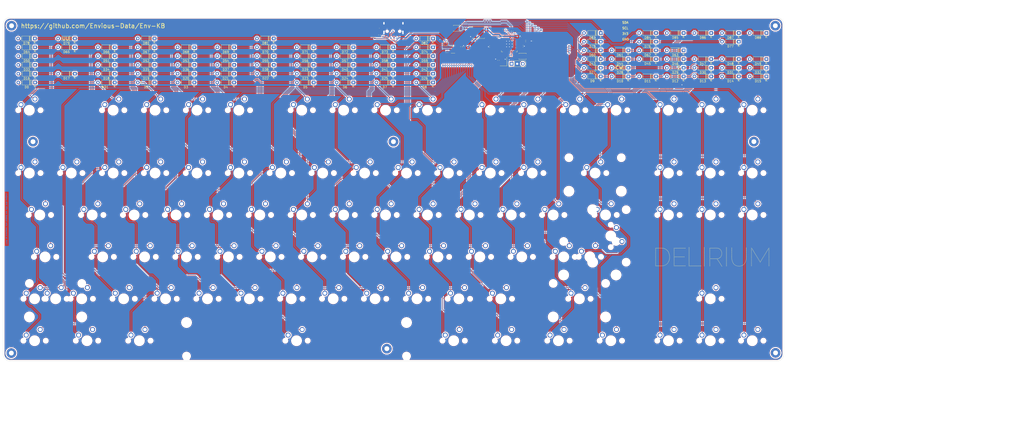
<source format=kicad_pcb>
(kicad_pcb (version 20171130) (host pcbnew "(5.1.10)-1")
  (title_block (title EnvKB) (date 2021-04-06) (rev Rev.1))
  (layers (0 F.Cu signal) (31 B.Cu signal) (34 B.Paste user) (35 F.Paste user) (36 B.SilkS user) (37 F.SilkS user) (38 B.Mask user) (39 F.Mask user) (44 Edge.Cuts user))
  (net 0 "")
  (net 1 col0)
  (net 2 col1)
  (net 3 col2)
  (net 4 col3)
  (net 5 col4)
  (net 6 col5)
  (net 7 col6)
  (net 8 col7)
  (net 9 col8)
  (net 10 col9)
  (net 11 col10)
  (net 12 col11)
  (net 13 col12)
  (net 14 col13)
  (net 15 col14)
  (net 16 col15)
  (net 17 col16)
  (net 18 col17)
  (net 19 "Net-(D0-Pad2)")
  (net 20 "Net-(D1-Pad2)")
  (net 21 "Net-(D2-Pad2)")
  (net 22 "Net-(D3-Pad2)")
  (net 23 "Net-(D4-Pad2)")
  (net 24 "Net-(D5-Pad2)")
  (net 25 "Net-(D6-Pad2)")
  (net 26 "Net-(D9-Pad2)")
  (net 27 "Net-(D10-Pad2)")
  (net 28 "Net-(D11-Pad2)")
  (net 29 "Net-(D12-Pad2)")
  (net 30 "Net-(D13-Pad2)")
  (net 31 "Net-(D14-Pad2)")
  (net 32 "Net-(D15-Pad2)")
  (net 33 "Net-(D16-Pad2)")
  (net 34 "Net-(D17-Pad2)")
  (net 35 "Net-(D18-Pad2)")
  (net 36 "Net-(D19-Pad2)")
  (net 37 "Net-(D20-Pad2)")
  (net 38 "Net-(D21-Pad2)")
  (net 39 "Net-(D22-Pad2)")
  (net 40 "Net-(D23-Pad2)")
  (net 41 "Net-(D24-Pad2)")
  (net 42 "Net-(D25-Pad2)")
  (net 43 "Net-(D26-Pad2)")
  (net 44 "Net-(D27-Pad2)")
  (net 45 "Net-(D28-Pad2)")
  (net 46 "Net-(D29-Pad2)")
  (net 47 "Net-(D30-Pad2)")
  (net 48 "Net-(D31-Pad2)")
  (net 49 "Net-(D32-Pad2)")
  (net 50 "Net-(D33-Pad2)")
  (net 51 "Net-(D34-Pad2)")
  (net 52 "Net-(D35-Pad2)")
  (net 53 "Net-(D36-Pad2)")
  (net 54 "Net-(D37-Pad2)")
  (net 55 "Net-(D38-Pad2)")
  (net 56 "Net-(D39-Pad2)")
  (net 57 "Net-(D40-Pad2)")
  (net 58 "Net-(D41-Pad2)")
  (net 59 "Net-(D42-Pad2)")
  (net 60 "Net-(D43-Pad2)")
  (net 61 "Net-(D44-Pad2)")
  (net 62 "Net-(D45-Pad2)")
  (net 63 "Net-(D46-Pad2)")
  (net 64 "Net-(D47-Pad2)")
  (net 65 "Net-(D48-Pad2)")
  (net 66 "Net-(D49-Pad2)")
  (net 67 "Net-(D50-Pad2)")
  (net 68 "Net-(D51-Pad2)")
  (net 69 "Net-(D52-Pad2)")
  (net 70 "Net-(D53-Pad2)")
  (net 71 "Net-(D54-Pad2)")
  (net 72 "Net-(D55-Pad2)")
  (net 73 "Net-(D56-Pad2)")
  (net 74 "Net-(D57-Pad2)")
  (net 75 "Net-(D58-Pad2)")
  (net 76 "Net-(D59-Pad2)")
  (net 77 "Net-(D60-Pad2)")
  (net 78 "Net-(D61-Pad2)")
  (net 79 "Net-(D62-Pad2)")
  (net 80 "Net-(D63-Pad2)")
  (net 81 "Net-(D64-Pad2)")
  (net 82 "Net-(D65-Pad2)")
  (net 83 "Net-(D66-Pad2)")
  (net 84 "Net-(D67-Pad2)")
  (net 85 "Net-(D68-Pad2)")
  (net 86 "Net-(D69-Pad2)")
  (net 87 "Net-(D70-Pad2)")
  (net 88 "Net-(D71-Pad2)")
  (net 89 "Net-(D72-Pad2)")
  (net 90 "Net-(D73-Pad2)")
  (net 91 "Net-(D74-Pad2)")
  (net 92 "Net-(D75-Pad2)")
  (net 93 "Net-(D76-Pad2)")
  (net 94 "Net-(D77-Pad2)")
  (net 95 "Net-(D78-Pad2)")
  (net 96 "Net-(D79-Pad2)")
  (net 97 "Net-(D80-Pad2)")
  (net 98 "Net-(D81-Pad2)")
  (net 99 "Net-(D82-Pad2)")
  (net 100 "Net-(D83-Pad2)")
  (net 101 "Net-(D84-Pad2)")
  (net 102 "Net-(D85-Pad2)")
  (net 103 "Net-(D86-Pad2)")
  (net 104 "Net-(D87-Pad2)")
  (net 105 row0)
  (net 106 row2)
  (net 107 row3)
  (net 108 row4)
  (net 109 row5)
  (net 110 row6)
  (net 111 "Net-(D7-Pad2)")
  (net 112 "Net-(D8-Pad2)")
  (net 113 GND)
  (net 114 3.3V)
  (net 115 I2CSCL)
  (net 116 I2CSDA)
  (net 117 Resetbtn)
  (net 118 "Net-(D88-Pad2)")
  (net 119 /XIN)
  (net 120 +1V1)
  (net 121 "Net-(R6-Pad2)")
  (net 122 "Net-(R5-Pad2)")
  (net 123 /USB_D-)
  (net 124 /USB_D+)
  (net 125 /QSPI_SD3)
  (net 126 /QSPI_SCLK)
  (net 127 /QSPI_SD0)
  (net 128 /QSPI_SD2)
  (net 129 /QSPI_SD1)
  (net 130 /QSPI_SS)
  (net 131 /~USB_BOOT)
  (net 132 /SWD)
  (net 133 /SWCLK)
  (net 134 "Net-(LED3-Pad2)")
  (net 135 "Net-(R3-Pad2)")
  (net 136 "Net-(R4-Pad2)")
  (net 137 /GPIO25)
  (net 138 USBVBUS)
  (net 139 "Net-(PowerLED0-Pad2)")
  (module Package_TO_SOT_SMD:SOT-23-5 (layer F.Cu) (at 239.2962 74.2138)
    (fp_text reference U1)
    (fp_text value AP2127K-3.3)
    (pad 5 smd rect (at 1.1 -0.95) (size 1.06 0.65) (layers F.Cu F.Paste F.Mask) (net 114 3.3V))
    (pad 4 smd rect (at 1.1 0.95) (size 1.06 0.65) (layers F.Cu F.Paste F.Mask))
    (pad 3 smd rect (at -1.1 0.95) (size 1.06 0.65) (layers F.Cu F.Paste F.Mask) (net 138 USBVBUS))
    (pad 2 smd rect (at -1.1 0) (size 1.06 0.65) (layers F.Cu F.Paste F.Mask) (net 113 GND))
    (pad 1 smd rect (at -1.1 -0.95) (size 1.06 0.65) (layers F.Cu F.Paste F.Mask) (net 138 USBVBUS))
  )
  (module Capacitor_SMD:C_0402_1005Metric (layer F.Cu) (at 236.5657 75.6489 270)
    (fp_text reference C12)
    (fp_text value "1uF 0402")
    (pad 2 smd roundrect (at 0.48 0 270) (size 0.56 0.62) (layers F.Cu F.Paste F.Mask) (net 113 GND))
    (pad 1 smd roundrect (at -0.48 0 270) (size 0.56 0.62) (layers F.Cu F.Paste F.Mask) (net 138 USBVBUS))
  )
  (module Resistor_SMD:R_0402_1005Metric (layer F.Cu) (at 205.825 67.56 90)
    (fp_text reference PowerLedResistor0)
    (fp_text value "2.2K Resistor 0402")
    (pad 2 smd roundrect (at 0.51 0 90) (size 0.54 0.64) (layers F.Cu F.Paste F.Mask) (net 139 "Net-(PowerLED0-Pad2)"))
    (pad 1 smd roundrect (at -0.51 0 90) (size 0.54 0.64) (layers F.Cu F.Paste F.Mask) (net 138 USBVBUS))
  )
  (module LED_SMD:LED_0402_1005Metric (layer F.Cu) (at 205.825 65.56 270)
    (fp_text reference PowerLED0)
    (fp_text value "LED 0402")
    (pad 2 smd roundrect (at 0.485 0 270) (size 0.59 0.64) (layers F.Cu F.Paste F.Mask) (net 139 "Net-(PowerLED0-Pad2)"))
    (pad 1 smd roundrect (at -0.485 0 270) (size 0.59 0.64) (layers F.Cu F.Paste F.Mask) (net 113 GND))
  )
  (module MountingHole:MountingHole_2.2mm_M2_Pad (layer F.Cu) (at 376.075 116.06)
    (fp_text reference H10)
    (fp_text value MountingHole)
    (pad 1 thru_hole circle (at 0 0) (size 4.4 4.4) (drill 2.2) (layers *.Cu *.Mask))
  )
  (module MountingHole:MountingHole_2.2mm_M2_Pad (layer F.Cu) (at 48.375 116.085)
    (fp_text reference H9)
    (fp_text value MountingHole)
    (pad 1 thru_hole circle (at 0 0) (size 4.4 4.4) (drill 2.2) (layers *.Cu *.Mask))
  )
  (module MountingHole:MountingHole_2.2mm_M2_Pad (layer F.Cu) (at 209.225 210.185)
    (fp_text reference H7)
    (fp_text value MountingHole)
    (pad 1 thru_hole circle (at 0 0) (size 4.4 4.4) (drill 2.2) (layers *.Cu *.Mask))
  )
  (module MountingHole:MountingHole_2.2mm_M2_Pad (layer F.Cu) (at 212.225 116.085)
    (fp_text reference H6)
    (fp_text value MountingHole)
    (pad 1 thru_hole circle (at 0 0) (size 4.4 4.4) (drill 2.2) (layers *.Cu *.Mask))
  )
  (module MountingHole:MountingHole_2.2mm_M2_Pad (layer F.Cu) (at 385.925 212.085)
    (fp_text reference H4)
    (fp_text value MountingHole)
    (pad 1 thru_hole circle (at 0 0) (size 4.4 4.4) (drill 2.2) (layers *.Cu *.Mask))
  )
  (module MountingHole:MountingHole_2.2mm_M2_Pad (layer F.Cu) (at 38.525 212.185)
    (fp_text reference H3)
    (fp_text value MountingHole)
    (pad 1 thru_hole circle (at 0 0) (size 4.4 4.4) (drill 2.2) (layers *.Cu *.Mask))
  )
  (module MountingHole:MountingHole_2.2mm_M2_Pad (layer F.Cu) (at 385.825 63.385)
    (fp_text reference H1)
    (fp_text value MountingHole)
    (pad 1 thru_hole circle (at 0 0) (size 4.4 4.4) (drill 2.2) (layers *.Cu *.Mask))
  )
  (module MountingHole:MountingHole_2.2mm_M2_Pad (layer F.Cu) (at 38.625 63.385)
    (fp_text reference H0)
    (fp_text value MountingHole)
    (pad 1 thru_hole circle (at 0 0) (size 4.4 4.4) (drill 2.2) (layers *.Cu *.Mask))
  )
  (module Button_Switch_SMD:SW_SPST_B3U-1000P (layer F.Cu) (at 270.925 77.285)
    (fp_text reference SW-RST0)
    (fp_text value B3U-1000)
    (pad 2 smd rect (at 1.7 0) (size 0.9 1.7) (layers F.Cu F.Paste F.Mask) (net 113 GND))
    (pad 1 smd rect (at -1.7 0) (size 0.9 1.7) (layers F.Cu F.Paste F.Mask) (net 117 Resetbtn))
  )
  (module Button_Switch_SMD:SW_SPST_B3U-1000P (layer F.Cu) (at 241.15 64.56 180)
    (fp_text reference J2)
    (fp_text value B3U-1000P)
    (pad 2 smd rect (at 1.7 0 180) (size 0.9 1.7) (layers F.Cu F.Paste F.Mask) (net 113 GND))
    (pad 1 smd rect (at -1.7 0 180) (size 0.9 1.7) (layers F.Cu F.Paste F.Mask) (net 131 /~USB_BOOT))
  )
  (module Package_SO:SOIC-8_5.275x5.275mm_P1.27mm (layer F.Cu) (at 250.875 66.435)
    (fp_text reference FLASH1)
    (fp_text value W25Q16JVSSIQ)
    (pad 8 smd roundrect (at 3.6 -1.905) (size 1.6 0.6) (layers F.Cu F.Paste F.Mask) (net 114 3.3V))
    (pad 7 smd roundrect (at 3.6 -0.635) (size 1.6 0.6) (layers F.Cu F.Paste F.Mask) (net 125 /QSPI_SD3))
    (pad 6 smd roundrect (at 3.6 0.635) (size 1.6 0.6) (layers F.Cu F.Paste F.Mask) (net 126 /QSPI_SCLK))
    (pad 5 smd roundrect (at 3.6 1.905) (size 1.6 0.6) (layers F.Cu F.Paste F.Mask) (net 127 /QSPI_SD0))
    (pad 4 smd roundrect (at -3.6 1.905) (size 1.6 0.6) (layers F.Cu F.Paste F.Mask) (net 113 GND))
    (pad 3 smd roundrect (at -3.6 0.635) (size 1.6 0.6) (layers F.Cu F.Paste F.Mask) (net 128 /QSPI_SD2))
    (pad 2 smd roundrect (at -3.6 -0.635) (size 1.6 0.6) (layers F.Cu F.Paste F.Mask) (net 129 /QSPI_SD1))
    (pad 1 smd roundrect (at -3.6 -1.905) (size 1.6 0.6) (layers F.Cu F.Paste F.Mask) (net 130 /QSPI_SS))
  )
  (module Crystal:Crystal_SMD_SeikoEpson_TSX3225-4Pin_3.2x2.5mm (layer F.Cu) (at 262.225 79.66 90)
    (fp_text reference X1)
    (fp_text value "XO 32 12Mhz 3225 seiko")
    (pad 4 smd rect (at -1.1 -0.8 90) (size 1.4 1.15) (layers F.Cu F.Paste F.Mask) (net 114 3.3V))
    (pad 3 smd rect (at 1.1 -0.8 90) (size 1.4 1.15) (layers F.Cu F.Paste F.Mask) (net 119 /XIN))
    (pad 2 smd rect (at 1.1 0.8 90) (size 1.4 1.15) (layers F.Cu F.Paste F.Mask) (net 113 GND))
    (pad 1 smd rect (at -1.1 0.8 90) (size 1.4 1.15) (layers F.Cu F.Paste F.Mask))
  )
  (module RP2040_minimal:RP2040-QFN-56 (layer F.Cu) (at 264.925 71.685)
    (fp_text reference U3)
    (fp_text value RP2040)
    (pad 56 smd roundrect (at -2.6 -3.4375) (size 0.2 0.875) (layers F.Cu F.Paste F.Mask) (net 130 /QSPI_SS))
    (pad 55 smd roundrect (at -2.2 -3.4375) (size 0.2 0.875) (layers F.Cu F.Paste F.Mask) (net 129 /QSPI_SD1))
    (pad 54 smd roundrect (at -1.8 -3.4375) (size 0.2 0.875) (layers F.Cu F.Paste F.Mask) (net 128 /QSPI_SD2))
    (pad 53 smd roundrect (at -1.4 -3.4375) (size 0.2 0.875) (layers F.Cu F.Paste F.Mask) (net 127 /QSPI_SD0))
    (pad 52 smd roundrect (at -1 -3.4375) (size 0.2 0.875) (layers F.Cu F.Paste F.Mask) (net 126 /QSPI_SCLK))
    (pad 51 smd roundrect (at -0.6 -3.4375) (size 0.2 0.875) (layers F.Cu F.Paste F.Mask) (net 125 /QSPI_SD3))
    (pad 50 smd roundrect (at -0.2 -3.4375) (size 0.2 0.875) (layers F.Cu F.Paste F.Mask) (net 120 +1V1))
    (pad 49 smd roundrect (at 0.2 -3.4375) (size 0.2 0.875) (layers F.Cu F.Paste F.Mask) (net 114 3.3V))
    (pad 48 smd roundrect (at 0.6 -3.4375) (size 0.2 0.875) (layers F.Cu F.Paste F.Mask) (net 114 3.3V))
    (pad 47 smd roundrect (at 1 -3.4375) (size 0.2 0.875) (layers F.Cu F.Paste F.Mask) (net 135 "Net-(R3-Pad2)"))
    (pad 46 smd roundrect (at 1.4 -3.4375) (size 0.2 0.875) (layers F.Cu F.Paste F.Mask) (net 136 "Net-(R4-Pad2)"))
    (pad 45 smd roundrect (at 1.8 -3.4375) (size 0.2 0.875) (layers F.Cu F.Paste F.Mask) (net 120 +1V1))
    (pad 44 smd roundrect (at 2.2 -3.4375) (size 0.2 0.875) (layers F.Cu F.Paste F.Mask) (net 114 3.3V))
    (pad 43 smd roundrect (at 2.6 -3.4375) (size 0.2 0.875) (layers F.Cu F.Paste F.Mask) (net 114 3.3V))
    (pad 42 smd roundrect (at 3.4375 -2.6) (size 0.875 0.2) (layers F.Cu F.Paste F.Mask) (net 114 3.3V))
    (pad 41 smd roundrect (at 3.4375 -2.2) (size 0.875 0.2) (layers F.Cu F.Paste F.Mask))
    (pad 40 smd roundrect (at 3.4375 -1.8) (size 0.875 0.2) (layers F.Cu F.Paste F.Mask) (net 110 row6))
    (pad 39 smd roundrect (at 3.4375 -1.4) (size 0.875 0.2) (layers F.Cu F.Paste F.Mask) (net 109 row5))
    (pad 38 smd roundrect (at 3.4375 -1) (size 0.875 0.2) (layers F.Cu F.Paste F.Mask) (net 108 row4))
    (pad 37 smd roundrect (at 3.4375 -0.6) (size 0.875 0.2) (layers F.Cu F.Paste F.Mask) (net 137 /GPIO25))
    (pad 36 smd roundrect (at 3.4375 -0.2) (size 0.875 0.2) (layers F.Cu F.Paste F.Mask))
    (pad 35 smd roundrect (at 3.4375 0.2) (size 0.875 0.2) (layers F.Cu F.Paste F.Mask))
    (pad 34 smd roundrect (at 3.4375 0.6) (size 0.875 0.2) (layers F.Cu F.Paste F.Mask) (net 107 row3))
    (pad 33 smd roundrect (at 3.4375 1) (size 0.875 0.2) (layers F.Cu F.Paste F.Mask) (net 114 3.3V))
    (pad 32 smd roundrect (at 3.4375 1.4) (size 0.875 0.2) (layers F.Cu F.Paste F.Mask) (net 106 row2))
    (pad 31 smd roundrect (at 3.4375 1.8) (size 0.875 0.2) (layers F.Cu F.Paste F.Mask) (net 105 row0))
    (pad 30 smd roundrect (at 3.4375 2.2) (size 0.875 0.2) (layers F.Cu F.Paste F.Mask) (net 18 col17))
    (pad 29 smd roundrect (at 3.4375 2.6) (size 0.875 0.2) (layers F.Cu F.Paste F.Mask) (net 17 col16))
    (pad 28 smd roundrect (at 2.6 3.4375) (size 0.2 0.875) (layers F.Cu F.Paste F.Mask) (net 16 col15))
    (pad 27 smd roundrect (at 2.2 3.4375) (size 0.2 0.875) (layers F.Cu F.Paste F.Mask) (net 15 col14))
    (pad 26 smd roundrect (at 1.8 3.4375) (size 0.2 0.875) (layers F.Cu F.Paste F.Mask) (net 117 Resetbtn))
    (pad 25 smd roundrect (at 1.4 3.4375) (size 0.2 0.875) (layers F.Cu F.Paste F.Mask) (net 132 /SWD))
    (pad 24 smd roundrect (at 1 3.4375) (size 0.2 0.875) (layers F.Cu F.Paste F.Mask) (net 133 /SWCLK))
    (pad 23 smd roundrect (at 0.6 3.4375) (size 0.2 0.875) (layers F.Cu F.Paste F.Mask) (net 120 +1V1))
    (pad 22 smd roundrect (at 0.2 3.4375) (size 0.2 0.875) (layers F.Cu F.Paste F.Mask) (net 114 3.3V))
    (pad 21 smd roundrect (at -0.2 3.4375) (size 0.2 0.875) (layers F.Cu F.Paste F.Mask))
    (pad 20 smd roundrect (at -0.6 3.4375) (size 0.2 0.875) (layers F.Cu F.Paste F.Mask) (net 119 /XIN))
    (pad 19 smd roundrect (at -1 3.4375) (size 0.2 0.875) (layers F.Cu F.Paste F.Mask) (net 113 GND))
    (pad 18 smd roundrect (at -1.4 3.4375) (size 0.2 0.875) (layers F.Cu F.Paste F.Mask) (net 14 col13))
    (pad 17 smd roundrect (at -1.8 3.4375) (size 0.2 0.875) (layers F.Cu F.Paste F.Mask) (net 13 col12))
    (pad 16 smd roundrect (at -2.2 3.4375) (size 0.2 0.875) (layers F.Cu F.Paste F.Mask) (net 12 col11))
    (pad 15 smd roundrect (at -2.6 3.4375) (size 0.2 0.875) (layers F.Cu F.Paste F.Mask) (net 11 col10))
    (pad 14 smd roundrect (at -3.4375 2.6) (size 0.875 0.2) (layers F.Cu F.Paste F.Mask) (net 10 col9))
    (pad 13 smd roundrect (at -3.4375 2.2) (size 0.875 0.2) (layers F.Cu F.Paste F.Mask) (net 9 col8))
    (pad 12 smd roundrect (at -3.4375 1.8) (size 0.875 0.2) (layers F.Cu F.Paste F.Mask) (net 8 col7))
    (pad 11 smd roundrect (at -3.4375 1.4) (size 0.875 0.2) (layers F.Cu F.Paste F.Mask) (net 7 col6))
    (pad 10 smd roundrect (at -3.4375 1) (size 0.875 0.2) (layers F.Cu F.Paste F.Mask) (net 114 3.3V))
    (pad 9 smd roundrect (at -3.4375 0.6) (size 0.875 0.2) (layers F.Cu F.Paste F.Mask) (net 6 col5))
    (pad 8 smd roundrect (at -3.4375 0.2) (size 0.875 0.2) (layers F.Cu F.Paste F.Mask) (net 5 col4))
    (pad 7 smd roundrect (at -3.4375 -0.2) (size 0.875 0.2) (layers F.Cu F.Paste F.Mask) (net 4 col3))
    (pad 6 smd roundrect (at -3.4375 -0.6) (size 0.875 0.2) (layers F.Cu F.Paste F.Mask) (net 3 col2))
    (pad 5 smd roundrect (at -3.4375 -1) (size 0.875 0.2) (layers F.Cu F.Paste F.Mask) (net 2 col1))
    (pad 4 smd roundrect (at -3.4375 -1.4) (size 0.875 0.2) (layers F.Cu F.Paste F.Mask) (net 1 col0))
    (pad 3 smd roundrect (at -3.4375 -1.8) (size 0.875 0.2) (layers F.Cu F.Paste F.Mask) (net 115 I2CSCL))
    (pad 2 smd roundrect (at -3.4375 -2.2) (size 0.875 0.2) (layers F.Cu F.Paste F.Mask) (net 116 I2CSDA))
    (pad 1 smd roundrect (at -3.4375 -2.6) (size 0.875 0.2) (layers F.Cu F.Paste F.Mask) (net 114 3.3V))
    (pad 57 thru_hole circle (at 1.275 1.275) (size 0.6 0.6) (drill 0.35) (layers *.Cu) (net 113 GND))
    (pad 57 thru_hole circle (at 0 1.275) (size 0.6 0.6) (drill 0.35) (layers *.Cu) (net 113 GND))
    (pad 57 thru_hole circle (at -1.275 1.275) (size 0.6 0.6) (drill 0.35) (layers *.Cu) (net 113 GND))
    (pad 57 thru_hole circle (at 1.275 0) (size 0.6 0.6) (drill 0.35) (layers *.Cu) (net 113 GND))
    (pad 57 thru_hole circle (at 0 0) (size 0.6 0.6) (drill 0.35) (layers *.Cu) (net 113 GND))
    (pad 57 thru_hole circle (at -1.275 0) (size 0.6 0.6) (drill 0.35) (layers *.Cu) (net 113 GND))
    (pad 57 thru_hole circle (at 1.275 -1.275) (size 0.6 0.6) (drill 0.35) (layers *.Cu) (net 113 GND))
    (pad 57 thru_hole circle (at 0 -1.275) (size 0.6 0.6) (drill 0.35) (layers *.Cu) (net 113 GND))
    (pad 57 thru_hole circle (at -1.275 -1.275) (size 0.6 0.6) (drill 0.35) (layers *.Cu) (net 113 GND))
    (pad 57 smd roundrect (at 0 0) (size 3.2 3.2) (layers F.Cu F.Mask) (roundrect_rratio 0.045) (net 113 GND))
  )
  (module Resistor_SMD:R_0402_1005Metric (layer F.Cu) (at 272.325 70.335 180)
    (fp_text reference R8)
    (fp_text value "470 ohm resistor")
    (pad 2 smd roundrect (at 0.51 0 180) (size 0.54 0.64) (layers F.Cu F.Paste F.Mask) (net 137 /GPIO25))
    (pad 1 smd roundrect (at -0.51 0 180) (size 0.54 0.64) (layers F.Cu F.Paste F.Mask) (net 134 "Net-(LED3-Pad2)"))
  )
  (module Resistor_SMD:R_0402_1005Metric (layer F.Cu) (at 203.725 68.585 270)
    (fp_text reference R6)
    (fp_text value 5.1K)
    (pad 2 smd roundrect (at 0.51 0 270) (size 0.54 0.64) (layers F.Cu F.Paste F.Mask) (net 121 "Net-(R6-Pad2)"))
    (pad 1 smd roundrect (at -0.51 0 270) (size 0.54 0.64) (layers F.Cu F.Paste F.Mask) (net 113 GND))
  )
  (module Resistor_SMD:R_0402_1005Metric (layer F.Cu) (at 202.425 68.585 90)
    (fp_text reference R5)
    (fp_text value 5.1K)
    (pad 2 smd roundrect (at 0.51 0 90) (size 0.54 0.64) (layers F.Cu F.Paste F.Mask) (net 122 "Net-(R5-Pad2)"))
    (pad 1 smd roundrect (at -0.51 0 90) (size 0.54 0.64) (layers F.Cu F.Paste F.Mask) (net 113 GND))
  )
  (module Capacitor_SMD:C_0402_1005Metric (layer F.Cu) (at 266.325 65.835 270)
    (fp_text reference R4)
    (fp_text value " 27Ohms 0402 Resistor")
    (pad 2 smd roundrect (at 0.48 0 270) (size 0.56 0.62) (layers F.Cu F.Paste F.Mask) (net 136 "Net-(R4-Pad2)"))
    (pad 1 smd roundrect (at -0.48 0 270) (size 0.56 0.62) (layers F.Cu F.Paste F.Mask) (net 123 /USB_D-))
  )
  (module Capacitor_SMD:C_0402_1005Metric (layer F.Cu) (at 265.325 65.835 270)
    (fp_text reference R3)
    (fp_text value " 27Ohms  0402 Resistor")
    (pad 2 smd roundrect (at 0.48 0 270) (size 0.56 0.62) (layers F.Cu F.Paste F.Mask) (net 135 "Net-(R3-Pad2)"))
    (pad 1 smd roundrect (at -0.48 0 270) (size 0.56 0.62) (layers F.Cu F.Paste F.Mask) (net 124 /USB_D+))
  )
  (module Capacitor_SMD:C_0402_1005Metric (layer F.Cu) (at 245.075 64.535 180)
    (fp_text reference R1)
    (fp_text value "1k Resistor")
    (pad 2 smd roundrect (at 0.48 0 180) (size 0.56 0.62) (layers F.Cu F.Paste F.Mask) (net 131 /~USB_BOOT))
    (pad 1 smd roundrect (at -0.48 0 180) (size 0.56 0.62) (layers F.Cu F.Paste F.Mask) (net 130 /QSPI_SS))
  )
  (module LED_SMD:LED_0402_1005Metric (layer F.Cu) (at 274.325 70.335 180)
    (fp_text reference LED3)
    (fp_text value "LED 0402 YELLOW")
    (pad 2 smd roundrect (at 0.485 0 180) (size 0.59 0.64) (layers F.Cu F.Paste F.Mask) (net 134 "Net-(LED3-Pad2)"))
    (pad 1 smd roundrect (at -0.485 0 180) (size 0.59 0.64) (layers F.Cu F.Paste F.Mask) (net 113 GND))
  )
  (module Connector_PinHeader_2.54mm:PinHeader_1x03_P2.54mm_Vertical (layer F.Cu) (at 265.925 80.685 90)
    (fp_text reference J5)
    (fp_text value Conn_01x03_Male)
    (pad 3 thru_hole oval (at 0 5.08 90) (size 1.7 1.7) (drill 1) (layers *.Cu *.Mask) (net 132 /SWD))
    (pad 2 thru_hole oval (at 0 2.54 90) (size 1.7 1.7) (drill 1) (layers *.Cu *.Mask) (net 113 GND))
    (pad 1 thru_hole rect (at 0 0 90) (size 1.7 1.7) (drill 1) (layers *.Cu *.Mask) (net 133 /SWCLK))
  )
  (module HRO-TYPE-C31-M-12:HRO-TYPE-C-31-M-12 (layer F.Cu) (at 212.225 59.66 180)
    (fp_text reference e1)
    (fp_text value TYPE-C-31-M-12)
    (pad 12 smd rect (at 3.225 -7.695 180) (size 0.6 1.45) (layers F.Cu F.Paste F.Mask) (net 113 GND))
    (pad 1 smd rect (at -3.225 -7.695 180) (size 0.6 1.45) (layers F.Cu F.Paste F.Mask) (net 113 GND))
    (pad 11 smd rect (at 2.45 -7.695 180) (size 0.6 1.45) (layers F.Cu F.Paste F.Mask) (net 138 USBVBUS))
    (pad 2 smd rect (at -2.45 -7.695 180) (size 0.6 1.45) (layers F.Cu F.Paste F.Mask) (net 138 USBVBUS))
    (pad 3 smd rect (at -1.75 -7.695 180) (size 0.3 1.45) (layers F.Cu F.Paste F.Mask))
    (pad 10 smd rect (at 1.75 -7.695 180) (size 0.3 1.45) (layers F.Cu F.Paste F.Mask) (net 121 "Net-(R6-Pad2)"))
    (pad 4 smd rect (at -1.25 -7.695 180) (size 0.3 1.45) (layers F.Cu F.Paste F.Mask) (net 122 "Net-(R5-Pad2)"))
    (pad 9 smd rect (at 1.25 -7.695 180) (size 0.3 1.45) (layers F.Cu F.Paste F.Mask))
    (pad 5 smd rect (at -0.75 -7.695 180) (size 0.3 1.45) (layers F.Cu F.Paste F.Mask) (net 123 /USB_D-))
    (pad 8 smd rect (at 0.75 -7.695 180) (size 0.3 1.45) (layers F.Cu F.Paste F.Mask) (net 124 /USB_D+))
    (pad 7 smd rect (at 0.25 -7.695 180) (size 0.3 1.45) (layers F.Cu F.Paste F.Mask) (net 123 /USB_D-))
    (pad 6 smd rect (at -0.25 -7.695 180) (size 0.3 1.45) (layers F.Cu F.Paste F.Mask) (net 124 /USB_D+))
    (pad "" np_thru_hole circle (at 2.89 -6.25 180) (size 0.65 0.65) (drill 0.65) (layers *.Cu *.Mask))
    (pad "" np_thru_hole circle (at -2.89 -6.25 180) (size 0.65 0.65) (drill 0.65) (layers *.Cu *.Mask))
    (pad 13 thru_hole oval (at -4.32 -6.78 180) (size 1 2.1) (drill oval 0.6 1.7) (layers *.Cu B.Mask) (net 113 GND))
    (pad 13 thru_hole oval (at 4.32 -6.78 180) (size 1 2.1) (drill oval 0.6 1.7) (layers *.Cu B.Mask) (net 113 GND))
    (pad 13 thru_hole oval (at -4.32 -2.6 180) (size 1 1.6) (drill oval 0.6 1.2) (layers *.Cu B.Mask) (net 113 GND))
    (pad 13 thru_hole oval (at 4.32 -2.6 180) (size 1 1.6) (drill oval 0.6 1.2) (layers *.Cu B.Mask) (net 113 GND))
  )
  (module Diode_SMD:D_0603_1608Metric (layer F.Cu) (at 235.875 71.035 90)
    (fp_text reference Diode1)
    (fp_text value "SCHOTTKY DIODE")
    (pad 2 smd roundrect (at 0.7875 0 90) (size 0.875 0.95) (layers F.Cu F.Paste F.Mask) (net 138 USBVBUS))
    (pad 1 smd roundrect (at -0.7875 0 90) (size 0.875 0.95) (layers F.Cu F.Paste F.Mask) (net 138 USBVBUS))
  )
  (module Capacitor_SMD:C_0402_1005Metric (layer F.Cu) (at 271.2 72.685)
    (fp_text reference C17)
    (fp_text value "10uf 0402")
    (pad 2 smd roundrect (at 0.48 0) (size 0.56 0.62) (layers F.Cu F.Paste F.Mask) (net 113 GND))
    (pad 1 smd roundrect (at -0.48 0) (size 0.56 0.62) (layers F.Cu F.Paste F.Mask) (net 114 3.3V))
  )
  (module Capacitor_SMD:C_0402_1005Metric (layer F.Cu) (at 264.75 77.31 270)
    (fp_text reference C15)
    (fp_text value "100nf 0402")
    (pad 2 smd roundrect (at 0.48 0 270) (size 0.56 0.62) (layers F.Cu F.Paste F.Mask) (net 113 GND))
    (pad 1 smd roundrect (at -0.48 0 270) (size 0.56 0.62) (layers F.Cu F.Paste F.Mask) (net 114 3.3V))
  )
  (module Capacitor_SMD:C_0402_1005Metric (layer F.Cu) (at 264.275 64.985 90)
    (fp_text reference C14)
    (fp_text value "100nf 0402")
    (pad 2 smd roundrect (at 0.48 0 90) (size 0.56 0.62) (layers F.Cu F.Paste F.Mask) (net 113 GND))
    (pad 1 smd roundrect (at -0.48 0 90) (size 0.56 0.62) (layers F.Cu F.Paste F.Mask) (net 114 3.3V))
  )
  (module Capacitor_SMD:C_0402_1005Metric (layer F.Cu) (at 259.775 68.435 180)
    (fp_text reference C13)
    (fp_text value "100nf 0402")
    (pad 2 smd roundrect (at 0.48 0 180) (size 0.56 0.62) (layers F.Cu F.Paste F.Mask) (net 113 GND))
    (pad 1 smd roundrect (at -0.48 0 180) (size 0.56 0.62) (layers F.Cu F.Paste F.Mask) (net 114 3.3V))
  )
  (module Capacitor_SMD:C_0402_1005Metric (layer F.Cu) (at 269.825 68.585 90)
    (fp_text reference C11)
    (fp_text value "100nf 0402")
    (pad 2 smd roundrect (at 0.48 0 90) (size 0.56 0.62) (layers F.Cu F.Paste F.Mask) (net 113 GND))
    (pad 1 smd roundrect (at -0.48 0 90) (size 0.56 0.62) (layers F.Cu F.Paste F.Mask) (net 114 3.3V))
  )
  (module Capacitor_SMD:C_0402_1005Metric (layer F.Cu) (at 255.9 72.91 180)
    (fp_text reference C10)
    (fp_text value "1uf 0402")
    (pad 2 smd roundrect (at 0.48 0 180) (size 0.56 0.62) (layers F.Cu F.Paste F.Mask) (net 113 GND))
    (pad 1 smd roundrect (at -0.48 0 180) (size 0.56 0.62) (layers F.Cu F.Paste F.Mask) (net 114 3.3V))
  )
  (module Capacitor_SMD:C_0402_1005Metric (layer F.Cu) (at 244.1 72.915 90)
    (fp_text reference C9)
    (fp_text value "10uf 0402")
    (pad 2 smd roundrect (at 0.48 0 90) (size 0.56 0.62) (layers F.Cu F.Paste F.Mask) (net 113 GND))
    (pad 1 smd roundrect (at -0.48 0 90) (size 0.56 0.62) (layers F.Cu F.Paste F.Mask) (net 114 3.3V))
  )
  (module Capacitor_SMD:C_0402_1005Metric (layer F.Cu) (at 269.325 66.585 90)
    (fp_text reference C8)
    (fp_text value "100nf 0402")
    (pad 2 smd roundrect (at 0.48 0 90) (size 0.56 0.62) (layers F.Cu F.Paste F.Mask) (net 113 GND))
    (pad 1 smd roundrect (at -0.48 0 90) (size 0.56 0.62) (layers F.Cu F.Paste F.Mask) (net 114 3.3V))
  )
  (module Capacitor_SMD:C_0402_1005Metric (layer F.Cu) (at 262.225 64.935 90)
    (fp_text reference C7)
    (fp_text value "100nf 0402")
    (pad 2 smd roundrect (at 0.48 0 90) (size 0.56 0.62) (layers F.Cu F.Paste F.Mask) (net 113 GND))
    (pad 1 smd roundrect (at -0.48 0 90) (size 0.56 0.62) (layers F.Cu F.Paste F.Mask) (net 120 +1V1))
  )
  (module Capacitor_SMD:C_0402_1005Metric (layer F.Cu) (at 265.75 77.335 270)
    (fp_text reference C6)
    (fp_text value "100nf 0402")
    (pad 2 smd roundrect (at 0.48 0 270) (size 0.56 0.62) (layers F.Cu F.Paste F.Mask) (net 113 GND))
    (pad 1 smd roundrect (at -0.48 0 270) (size 0.56 0.62) (layers F.Cu F.Paste F.Mask) (net 120 +1V1))
  )
  (module Capacitor_SMD:C_0402_1005Metric (layer F.Cu) (at 256.675 64.535)
    (fp_text reference C5)
    (fp_text value "100nf 0402")
    (pad 2 smd roundrect (at 0.48 0) (size 0.56 0.62) (layers F.Cu F.Paste F.Mask) (net 113 GND))
    (pad 1 smd roundrect (at -0.48 0) (size 0.56 0.62) (layers F.Cu F.Paste F.Mask) (net 114 3.3V))
  )
  (module Capacitor_SMD:C_0402_1005Metric (layer F.Cu) (at 243.075 72.915 90)
    (fp_text reference C4)
    (fp_text value "10uf 0402")
    (pad 2 smd roundrect (at 0.48 0 90) (size 0.56 0.62) (layers F.Cu F.Paste F.Mask) (net 113 GND))
    (pad 1 smd roundrect (at -0.48 0 90) (size 0.56 0.62) (layers F.Cu F.Paste F.Mask) (net 114 3.3V))
  )
  (module Capacitor_SMD:C_0402_1005Metric (layer F.Cu) (at 267.325 66.585 90)
    (fp_text reference C3)
    (fp_text value "1uf 0402")
    (pad 2 smd roundrect (at 0.48 0 90) (size 0.56 0.62) (layers F.Cu F.Paste F.Mask) (net 113 GND))
    (pad 1 smd roundrect (at -0.48 0 90) (size 0.56 0.62) (layers F.Cu F.Paste F.Mask) (net 120 +1V1))
  )
  (module Capacitor_SMD:C_0402_1005Metric (layer F.Cu) (at 260.025 79.085 90)
    (fp_text reference C2)
    (fp_text value "15pf 0402")
    (pad 2 smd roundrect (at 0.48 0 90) (size 0.56 0.62) (layers F.Cu F.Paste F.Mask) (net 119 /XIN))
    (pad 1 smd roundrect (at -0.48 0 90) (size 0.56 0.62) (layers F.Cu F.Paste F.Mask) (net 113 GND))
  )
  (module Capacitor_SMD:C_0402_1005Metric (layer F.Cu) (at 235.1814 73.7947 270)
    (fp_text reference C1)
    (fp_text value "10uf 0402")
    (pad 2 smd roundrect (at 0.48 0 270) (size 0.56 0.62) (layers F.Cu F.Paste F.Mask) (net 113 GND))
    (pad 1 smd roundrect (at -0.48 0 270) (size 0.56 0.62) (layers F.Cu F.Paste F.Mask) (net 138 USBVBUS))
  )
  (module EM_Logo:KBLogo (layer F.Cu) (at 357.125 168.46)
    (fp_text reference G*** hide)
    (fp_text value LOGO hide)
  )
  (module MX_Only:MXOnly-1U-NoLED (layer F.Cu) (at 375.3375 206.56)
    (fp_text reference K_88)
    (fp_text value KEYSW)
    (pad 2 thru_hole circle (at 2.54 -5.08) (size 2.25 2.25) (drill 1.47) (layers *.Cu *.Mask) (net 118 "Net-(D88-Pad2)"))
    (pad "" np_thru_hole circle (at 0 0) (size 3.9878 3.9878) (drill 3.9878) (layers *.Cu *.Mask))
    (pad 1 thru_hole circle (at -3.81 -2.54) (size 2.25 2.25) (drill 1.47) (layers *.Cu *.Mask) (net 18 col17))
    (pad "" np_thru_hole circle (at -5.08 0 48.0996) (size 1.75 1.75) (drill 1.75) (layers *.Cu *.Mask))
    (pad "" np_thru_hole circle (at 5.08 0 48.0996) (size 1.75 1.75) (drill 1.75) (layers *.Cu *.Mask))
  )
  (module MX_Only:MXOnly-1U-NoLED (layer F.Cu) (at 356.2875 206.56)
    (fp_text reference K_87)
    (fp_text value KEYSW)
    (pad 2 thru_hole circle (at 2.54 -5.08) (size 2.25 2.25) (drill 1.47) (layers *.Cu *.Mask) (net 104 "Net-(D87-Pad2)"))
    (pad "" np_thru_hole circle (at 0 0) (size 3.9878 3.9878) (drill 3.9878) (layers *.Cu *.Mask))
    (pad 1 thru_hole circle (at -3.81 -2.54) (size 2.25 2.25) (drill 1.47) (layers *.Cu *.Mask) (net 17 col16))
    (pad "" np_thru_hole circle (at -5.08 0 48.0996) (size 1.75 1.75) (drill 1.75) (layers *.Cu *.Mask))
    (pad "" np_thru_hole circle (at 5.08 0 48.0996) (size 1.75 1.75) (drill 1.75) (layers *.Cu *.Mask))
  )
  (module MX_Only:MXOnly-1U-NoLED (layer F.Cu) (at 337.2375 206.56)
    (fp_text reference K_86)
    (fp_text value KEYSW)
    (pad 2 thru_hole circle (at 2.54 -5.08) (size 2.25 2.25) (drill 1.47) (layers *.Cu *.Mask) (net 103 "Net-(D86-Pad2)"))
    (pad "" np_thru_hole circle (at 0 0) (size 3.9878 3.9878) (drill 3.9878) (layers *.Cu *.Mask))
    (pad 1 thru_hole circle (at -3.81 -2.54) (size 2.25 2.25) (drill 1.47) (layers *.Cu *.Mask) (net 16 col15))
    (pad "" np_thru_hole circle (at -5.08 0 48.0996) (size 1.75 1.75) (drill 1.75) (layers *.Cu *.Mask))
    (pad "" np_thru_hole circle (at 5.08 0 48.0996) (size 1.75 1.75) (drill 1.75) (layers *.Cu *.Mask))
  )
  (module MX_Only:MXOnly-1.25U-NoLED (layer F.Cu) (at 311.04375 206.56)
    (fp_text reference K_85)
    (fp_text value KEYSW)
    (pad 2 thru_hole circle (at 2.54 -5.08) (size 2.25 2.25) (drill 1.47) (layers *.Cu *.Mask) (net 102 "Net-(D85-Pad2)"))
    (pad "" np_thru_hole circle (at 0 0) (size 3.9878 3.9878) (drill 3.9878) (layers *.Cu *.Mask))
    (pad 1 thru_hole circle (at -3.81 -2.54) (size 2.25 2.25) (drill 1.47) (layers *.Cu *.Mask) (net 15 col14))
    (pad "" np_thru_hole circle (at -5.08 0 48.0996) (size 1.75 1.75) (drill 1.75) (layers *.Cu *.Mask))
    (pad "" np_thru_hole circle (at 5.08 0 48.0996) (size 1.75 1.75) (drill 1.75) (layers *.Cu *.Mask))
  )
  (module MX_Only:MXOnly-1.25U-NoLED (layer F.Cu) (at 287.23125 206.56)
    (fp_text reference K_84)
    (fp_text value KEYSW)
    (pad 2 thru_hole circle (at 2.54 -5.08) (size 2.25 2.25) (drill 1.47) (layers *.Cu *.Mask) (net 101 "Net-(D84-Pad2)"))
    (pad "" np_thru_hole circle (at 0 0) (size 3.9878 3.9878) (drill 3.9878) (layers *.Cu *.Mask))
    (pad 1 thru_hole circle (at -3.81 -2.54) (size 2.25 2.25) (drill 1.47) (layers *.Cu *.Mask) (net 14 col13))
    (pad "" np_thru_hole circle (at -5.08 0 48.0996) (size 1.75 1.75) (drill 1.75) (layers *.Cu *.Mask))
    (pad "" np_thru_hole circle (at 5.08 0 48.0996) (size 1.75 1.75) (drill 1.75) (layers *.Cu *.Mask))
  )
  (module MX_Only:MXOnly-1.25U-NoLED (layer F.Cu) (at 263.41875 206.56)
    (fp_text reference K_83)
    (fp_text value KEYSW)
    (pad 2 thru_hole circle (at 2.54 -5.08) (size 2.25 2.25) (drill 1.47) (layers *.Cu *.Mask) (net 100 "Net-(D83-Pad2)"))
    (pad "" np_thru_hole circle (at 0 0) (size 3.9878 3.9878) (drill 3.9878) (layers *.Cu *.Mask))
    (pad 1 thru_hole circle (at -3.81 -2.54) (size 2.25 2.25) (drill 1.47) (layers *.Cu *.Mask) (net 12 col11))
    (pad "" np_thru_hole circle (at -5.08 0 48.0996) (size 1.75 1.75) (drill 1.75) (layers *.Cu *.Mask))
    (pad "" np_thru_hole circle (at 5.08 0 48.0996) (size 1.75 1.75) (drill 1.75) (layers *.Cu *.Mask))
  )
  (module MX_Only:MXOnly-1.25U-NoLED (layer F.Cu) (at 239.60625 206.56)
    (fp_text reference K_82)
    (fp_text value KEYSW)
    (pad 2 thru_hole circle (at 2.54 -5.08) (size 2.25 2.25) (drill 1.47) (layers *.Cu *.Mask) (net 99 "Net-(D82-Pad2)"))
    (pad "" np_thru_hole circle (at 0 0) (size 3.9878 3.9878) (drill 3.9878) (layers *.Cu *.Mask))
    (pad 1 thru_hole circle (at -3.81 -2.54) (size 2.25 2.25) (drill 1.47) (layers *.Cu *.Mask) (net 11 col10))
    (pad "" np_thru_hole circle (at -5.08 0 48.0996) (size 1.75 1.75) (drill 1.75) (layers *.Cu *.Mask))
    (pad "" np_thru_hole circle (at 5.08 0 48.0996) (size 1.75 1.75) (drill 1.75) (layers *.Cu *.Mask))
  )
  (module MX_Only:MXOnly-6.25U-ReversedStabilizers-NoLED (layer F.Cu) (at 168.16875 206.56)
    (fp_text reference K_81)
    (fp_text value KEYSW)
    (pad 2 thru_hole circle (at 2.54 -5.08) (size 2.25 2.25) (drill 1.47) (layers *.Cu *.Mask) (net 98 "Net-(D81-Pad2)"))
    (pad "" np_thru_hole circle (at 0 0) (size 3.9878 3.9878) (drill 3.9878) (layers *.Cu *.Mask))
    (pad 1 thru_hole circle (at -3.81 -2.54) (size 2.25 2.25) (drill 1.47) (layers *.Cu *.Mask) (net 7 col6))
    (pad "" np_thru_hole circle (at -5.08 0 48.0996) (size 1.75 1.75) (drill 1.75) (layers *.Cu *.Mask))
    (pad "" np_thru_hole circle (at 5.08 0 48.0996) (size 1.75 1.75) (drill 1.75) (layers *.Cu *.Mask))
    (pad "" np_thru_hole circle (at -49.9999 6.985) (size 3.048 3.048) (drill 3.048) (layers *.Cu *.Mask))
    (pad "" np_thru_hole circle (at 49.9999 6.985) (size 3.048 3.048) (drill 3.048) (layers *.Cu *.Mask))
    (pad "" np_thru_hole circle (at -49.9999 -8.255) (size 3.9878 3.9878) (drill 3.9878) (layers *.Cu *.Mask))
    (pad "" np_thru_hole circle (at 49.9999 -8.255) (size 3.9878 3.9878) (drill 3.9878) (layers *.Cu *.Mask))
  )
  (module MX_Only:MXOnly-1.25U-NoLED (layer F.Cu) (at 96.73125 206.56)
    (fp_text reference K_80)
    (fp_text value KEYSW)
    (pad 2 thru_hole circle (at 2.54 -5.08) (size 2.25 2.25) (drill 1.47) (layers *.Cu *.Mask) (net 97 "Net-(D80-Pad2)"))
    (pad "" np_thru_hole circle (at 0 0) (size 3.9878 3.9878) (drill 3.9878) (layers *.Cu *.Mask))
    (pad 1 thru_hole circle (at -3.81 -2.54) (size 2.25 2.25) (drill 1.47) (layers *.Cu *.Mask) (net 4 col3))
    (pad "" np_thru_hole circle (at -5.08 0 48.0996) (size 1.75 1.75) (drill 1.75) (layers *.Cu *.Mask))
    (pad "" np_thru_hole circle (at 5.08 0 48.0996) (size 1.75 1.75) (drill 1.75) (layers *.Cu *.Mask))
  )
  (module MX_Only:MXOnly-1.25U-NoLED (layer F.Cu) (at 72.91875 206.56)
    (fp_text reference K_79)
    (fp_text value KEYSW)
    (pad 2 thru_hole circle (at 2.54 -5.08) (size 2.25 2.25) (drill 1.47) (layers *.Cu *.Mask) (net 96 "Net-(D79-Pad2)"))
    (pad "" np_thru_hole circle (at 0 0) (size 3.9878 3.9878) (drill 3.9878) (layers *.Cu *.Mask))
    (pad 1 thru_hole circle (at -3.81 -2.54) (size 2.25 2.25) (drill 1.47) (layers *.Cu *.Mask) (net 2 col1))
    (pad "" np_thru_hole circle (at -5.08 0 48.0996) (size 1.75 1.75) (drill 1.75) (layers *.Cu *.Mask))
    (pad "" np_thru_hole circle (at 5.08 0 48.0996) (size 1.75 1.75) (drill 1.75) (layers *.Cu *.Mask))
  )
  (module MX_Only:MXOnly-1.25U-NoLED (layer F.Cu) (at 49.10625 206.56)
    (fp_text reference K_78)
    (fp_text value KEYSW)
    (pad 2 thru_hole circle (at 2.54 -5.08) (size 2.25 2.25) (drill 1.47) (layers *.Cu *.Mask) (net 95 "Net-(D78-Pad2)"))
    (pad "" np_thru_hole circle (at 0 0) (size 3.9878 3.9878) (drill 3.9878) (layers *.Cu *.Mask))
    (pad 1 thru_hole circle (at -3.81 -2.54) (size 2.25 2.25) (drill 1.47) (layers *.Cu *.Mask) (net 1 col0))
    (pad "" np_thru_hole circle (at -5.08 0 48.0996) (size 1.75 1.75) (drill 1.75) (layers *.Cu *.Mask))
    (pad "" np_thru_hole circle (at 5.08 0 48.0996) (size 1.75 1.75) (drill 1.75) (layers *.Cu *.Mask))
  )
  (module MX_Only:MXOnly-1U-NoLED (layer F.Cu) (at 356.2875 187.51)
    (fp_text reference K_77)
    (fp_text value KEYSW)
    (pad 2 thru_hole circle (at 2.54 -5.08) (size 2.25 2.25) (drill 1.47) (layers *.Cu *.Mask) (net 94 "Net-(D77-Pad2)"))
    (pad "" np_thru_hole circle (at 0 0) (size 3.9878 3.9878) (drill 3.9878) (layers *.Cu *.Mask))
    (pad 1 thru_hole circle (at -3.81 -2.54) (size 2.25 2.25) (drill 1.47) (layers *.Cu *.Mask) (net 17 col16))
    (pad "" np_thru_hole circle (at -5.08 0 48.0996) (size 1.75 1.75) (drill 1.75) (layers *.Cu *.Mask))
    (pad "" np_thru_hole circle (at 5.08 0 48.0996) (size 1.75 1.75) (drill 1.75) (layers *.Cu *.Mask))
  )
  (module MX_Only:MXOnly-2.75U-NoLED (layer F.Cu) (at 296.75625 187.51)
    (fp_text reference K_76)
    (fp_text value KEYSW)
    (pad 2 thru_hole circle (at 2.54 -5.08) (size 2.25 2.25) (drill 1.47) (layers *.Cu *.Mask) (net 93 "Net-(D76-Pad2)"))
    (pad "" np_thru_hole circle (at 0 0) (size 3.9878 3.9878) (drill 3.9878) (layers *.Cu *.Mask))
    (pad 1 thru_hole circle (at -3.81 -2.54) (size 2.25 2.25) (drill 1.47) (layers *.Cu *.Mask) (net 14 col13))
    (pad "" np_thru_hole circle (at -5.08 0 48.0996) (size 1.75 1.75) (drill 1.75) (layers *.Cu *.Mask))
    (pad "" np_thru_hole circle (at 5.08 0 48.0996) (size 1.75 1.75) (drill 1.75) (layers *.Cu *.Mask))
    (pad "" np_thru_hole circle (at -11.90625 -6.985) (size 3.048 3.048) (drill 3.048) (layers *.Cu *.Mask))
    (pad "" np_thru_hole circle (at 11.90625 -6.985) (size 3.048 3.048) (drill 3.048) (layers *.Cu *.Mask))
    (pad "" np_thru_hole circle (at -11.90625 8.255) (size 3.9878 3.9878) (drill 3.9878) (layers *.Cu *.Mask))
    (pad "" np_thru_hole circle (at 11.90625 8.255) (size 3.9878 3.9878) (drill 3.9878) (layers *.Cu *.Mask))
  )
  (module MX_Only:MXOnly-1U-NoLED (layer F.Cu) (at 261.0375 187.51)
    (fp_text reference K_75)
    (fp_text value KEYSW)
    (pad 2 thru_hole circle (at 2.54 -5.08) (size 2.25 2.25) (drill 1.47) (layers *.Cu *.Mask) (net 92 "Net-(D75-Pad2)"))
    (pad "" np_thru_hole circle (at 0 0) (size 3.9878 3.9878) (drill 3.9878) (layers *.Cu *.Mask))
    (pad 1 thru_hole circle (at -3.81 -2.54) (size 2.25 2.25) (drill 1.47) (layers *.Cu *.Mask) (net 12 col11))
    (pad "" np_thru_hole circle (at -5.08 0 48.0996) (size 1.75 1.75) (drill 1.75) (layers *.Cu *.Mask))
    (pad "" np_thru_hole circle (at 5.08 0 48.0996) (size 1.75 1.75) (drill 1.75) (layers *.Cu *.Mask))
  )
  (module MX_Only:MXOnly-1U-NoLED (layer F.Cu) (at 241.9875 187.51)
    (fp_text reference K_74)
    (fp_text value KEYSW)
    (pad 2 thru_hole circle (at 2.54 -5.08) (size 2.25 2.25) (drill 1.47) (layers *.Cu *.Mask) (net 91 "Net-(D74-Pad2)"))
    (pad "" np_thru_hole circle (at 0 0) (size 3.9878 3.9878) (drill 3.9878) (layers *.Cu *.Mask))
    (pad 1 thru_hole circle (at -3.81 -2.54) (size 2.25 2.25) (drill 1.47) (layers *.Cu *.Mask) (net 11 col10))
    (pad "" np_thru_hole circle (at -5.08 0 48.0996) (size 1.75 1.75) (drill 1.75) (layers *.Cu *.Mask))
    (pad "" np_thru_hole circle (at 5.08 0 48.0996) (size 1.75 1.75) (drill 1.75) (layers *.Cu *.Mask))
  )
  (module MX_Only:MXOnly-1U-NoLED (layer F.Cu) (at 222.9375 187.51)
    (fp_text reference K_73)
    (fp_text value KEYSW)
    (pad 2 thru_hole circle (at 2.54 -5.08) (size 2.25 2.25) (drill 1.47) (layers *.Cu *.Mask) (net 90 "Net-(D73-Pad2)"))
    (pad "" np_thru_hole circle (at 0 0) (size 3.9878 3.9878) (drill 3.9878) (layers *.Cu *.Mask))
    (pad 1 thru_hole circle (at -3.81 -2.54) (size 2.25 2.25) (drill 1.47) (layers *.Cu *.Mask) (net 10 col9))
    (pad "" np_thru_hole circle (at -5.08 0 48.0996) (size 1.75 1.75) (drill 1.75) (layers *.Cu *.Mask))
    (pad "" np_thru_hole circle (at 5.08 0 48.0996) (size 1.75 1.75) (drill 1.75) (layers *.Cu *.Mask))
  )
  (module MX_Only:MXOnly-1U-NoLED (layer F.Cu) (at 203.8875 187.51)
    (fp_text reference K_72)
    (fp_text value KEYSW)
    (pad 2 thru_hole circle (at 2.54 -5.08) (size 2.25 2.25) (drill 1.47) (layers *.Cu *.Mask) (net 89 "Net-(D72-Pad2)"))
    (pad "" np_thru_hole circle (at 0 0) (size 3.9878 3.9878) (drill 3.9878) (layers *.Cu *.Mask))
    (pad 1 thru_hole circle (at -3.81 -2.54) (size 2.25 2.25) (drill 1.47) (layers *.Cu *.Mask) (net 9 col8))
    (pad "" np_thru_hole circle (at -5.08 0 48.0996) (size 1.75 1.75) (drill 1.75) (layers *.Cu *.Mask))
    (pad "" np_thru_hole circle (at 5.08 0 48.0996) (size 1.75 1.75) (drill 1.75) (layers *.Cu *.Mask))
  )
  (module MX_Only:MXOnly-1U-NoLED (layer F.Cu) (at 184.8375 187.51)
    (fp_text reference K_71)
    (fp_text value KEYSW)
    (pad 2 thru_hole circle (at 2.54 -5.08) (size 2.25 2.25) (drill 1.47) (layers *.Cu *.Mask) (net 88 "Net-(D71-Pad2)"))
    (pad "" np_thru_hole circle (at 0 0) (size 3.9878 3.9878) (drill 3.9878) (layers *.Cu *.Mask))
    (pad 1 thru_hole circle (at -3.81 -2.54) (size 2.25 2.25) (drill 1.47) (layers *.Cu *.Mask) (net 8 col7))
    (pad "" np_thru_hole circle (at -5.08 0 48.0996) (size 1.75 1.75) (drill 1.75) (layers *.Cu *.Mask))
    (pad "" np_thru_hole circle (at 5.08 0 48.0996) (size 1.75 1.75) (drill 1.75) (layers *.Cu *.Mask))
  )
  (module MX_Only:MXOnly-1U-NoLED (layer F.Cu) (at 165.7875 187.51)
    (fp_text reference K_70)
    (fp_text value KEYSW)
    (pad 2 thru_hole circle (at 2.54 -5.08) (size 2.25 2.25) (drill 1.47) (layers *.Cu *.Mask) (net 87 "Net-(D70-Pad2)"))
    (pad "" np_thru_hole circle (at 0 0) (size 3.9878 3.9878) (drill 3.9878) (layers *.Cu *.Mask))
    (pad 1 thru_hole circle (at -3.81 -2.54) (size 2.25 2.25) (drill 1.47) (layers *.Cu *.Mask) (net 7 col6))
    (pad "" np_thru_hole circle (at -5.08 0 48.0996) (size 1.75 1.75) (drill 1.75) (layers *.Cu *.Mask))
    (pad "" np_thru_hole circle (at 5.08 0 48.0996) (size 1.75 1.75) (drill 1.75) (layers *.Cu *.Mask))
  )
  (module MX_Only:MXOnly-1U-NoLED (layer F.Cu) (at 146.7375 187.51)
    (fp_text reference K_69)
    (fp_text value KEYSW)
    (pad 2 thru_hole circle (at 2.54 -5.08) (size 2.25 2.25) (drill 1.47) (layers *.Cu *.Mask) (net 86 "Net-(D69-Pad2)"))
    (pad "" np_thru_hole circle (at 0 0) (size 3.9878 3.9878) (drill 3.9878) (layers *.Cu *.Mask))
    (pad 1 thru_hole circle (at -3.81 -2.54) (size 2.25 2.25) (drill 1.47) (layers *.Cu *.Mask) (net 6 col5))
    (pad "" np_thru_hole circle (at -5.08 0 48.0996) (size 1.75 1.75) (drill 1.75) (layers *.Cu *.Mask))
    (pad "" np_thru_hole circle (at 5.08 0 48.0996) (size 1.75 1.75) (drill 1.75) (layers *.Cu *.Mask))
  )
  (module MX_Only:MXOnly-1U-NoLED (layer F.Cu) (at 127.6875 187.51)
    (fp_text reference K_68)
    (fp_text value KEYSW)
    (pad 2 thru_hole circle (at 2.54 -5.08) (size 2.25 2.25) (drill 1.47) (layers *.Cu *.Mask) (net 85 "Net-(D68-Pad2)"))
    (pad "" np_thru_hole circle (at 0 0) (size 3.9878 3.9878) (drill 3.9878) (layers *.Cu *.Mask))
    (pad 1 thru_hole circle (at -3.81 -2.54) (size 2.25 2.25) (drill 1.47) (layers *.Cu *.Mask) (net 5 col4))
    (pad "" np_thru_hole circle (at -5.08 0 48.0996) (size 1.75 1.75) (drill 1.75) (layers *.Cu *.Mask))
    (pad "" np_thru_hole circle (at 5.08 0 48.0996) (size 1.75 1.75) (drill 1.75) (layers *.Cu *.Mask))
  )
  (module MX_Only:MXOnly-1U-NoLED (layer F.Cu) (at 108.6375 187.51)
    (fp_text reference K_67)
    (fp_text value KEYSW)
    (pad 2 thru_hole circle (at 2.54 -5.08) (size 2.25 2.25) (drill 1.47) (layers *.Cu *.Mask) (net 84 "Net-(D67-Pad2)"))
    (pad "" np_thru_hole circle (at 0 0) (size 3.9878 3.9878) (drill 3.9878) (layers *.Cu *.Mask))
    (pad 1 thru_hole circle (at -3.81 -2.54) (size 2.25 2.25) (drill 1.47) (layers *.Cu *.Mask) (net 4 col3))
    (pad "" np_thru_hole circle (at -5.08 0 48.0996) (size 1.75 1.75) (drill 1.75) (layers *.Cu *.Mask))
    (pad "" np_thru_hole circle (at 5.08 0 48.0996) (size 1.75 1.75) (drill 1.75) (layers *.Cu *.Mask))
  )
  (module MX_Only:MXOnly-1U-NoLED (layer F.Cu) (at 89.5875 187.51)
    (fp_text reference K_66)
    (fp_text value KEYSW)
    (pad 2 thru_hole circle (at 2.54 -5.08) (size 2.25 2.25) (drill 1.47) (layers *.Cu *.Mask) (net 83 "Net-(D66-Pad2)"))
    (pad "" np_thru_hole circle (at 0 0) (size 3.9878 3.9878) (drill 3.9878) (layers *.Cu *.Mask))
    (pad 1 thru_hole circle (at -3.81 -2.54) (size 2.25 2.25) (drill 1.47) (layers *.Cu *.Mask) (net 3 col2))
    (pad "" np_thru_hole circle (at -5.08 0 48.0996) (size 1.75 1.75) (drill 1.75) (layers *.Cu *.Mask))
    (pad "" np_thru_hole circle (at 5.08 0 48.0996) (size 1.75 1.75) (drill 1.75) (layers *.Cu *.Mask))
  )
  (module MX_Only:MXOnly-1U-NoLED (layer F.Cu) (at 70.5375 187.51)
    (fp_text reference K_65)
    (fp_text value KEYSW)
    (pad 2 thru_hole circle (at 2.54 -5.08) (size 2.25 2.25) (drill 1.47) (layers *.Cu *.Mask) (net 82 "Net-(D65-Pad2)"))
    (pad "" np_thru_hole circle (at 0 0) (size 3.9878 3.9878) (drill 3.9878) (layers *.Cu *.Mask))
    (pad 1 thru_hole circle (at -3.81 -2.54) (size 2.25 2.25) (drill 1.47) (layers *.Cu *.Mask) (net 2 col1))
    (pad "" np_thru_hole circle (at -5.08 0 48.0996) (size 1.75 1.75) (drill 1.75) (layers *.Cu *.Mask))
    (pad "" np_thru_hole circle (at 5.08 0 48.0996) (size 1.75 1.75) (drill 1.75) (layers *.Cu *.Mask))
  )
  (module MX_Only:MXOnly-1.25U-NoLED (layer F.Cu) (at 49.10625 187.51)
    (fp_text reference K_64)
    (fp_text value KEYSW)
    (pad 2 thru_hole circle (at 2.54 -5.08) (size 2.25 2.25) (drill 1.47) (layers *.Cu *.Mask) (net 81 "Net-(D64-Pad2)"))
    (pad "" np_thru_hole circle (at 0 0) (size 3.9878 3.9878) (drill 3.9878) (layers *.Cu *.Mask))
    (pad 1 thru_hole circle (at -3.81 -2.54) (size 2.25 2.25) (drill 1.47) (layers *.Cu *.Mask) (net 1 col0))
    (pad "" np_thru_hole circle (at -5.08 0 48.0996) (size 1.75 1.75) (drill 1.75) (layers *.Cu *.Mask))
    (pad "" np_thru_hole circle (at 5.08 0 48.0996) (size 1.75 1.75) (drill 1.75) (layers *.Cu *.Mask))
  )
  (module MX_Only:MXOnly-1U-NoLED (layer F.Cu) (at 289.6125 168.46)
    (fp_text reference K_62)
    (fp_text value KEYSW)
    (pad 2 thru_hole circle (at 2.54 -5.08) (size 2.25 2.25) (drill 1.47) (layers *.Cu *.Mask) (net 79 "Net-(D62-Pad2)"))
    (pad "" np_thru_hole circle (at 0 0) (size 3.9878 3.9878) (drill 3.9878) (layers *.Cu *.Mask))
    (pad 1 thru_hole circle (at -3.81 -2.54) (size 2.25 2.25) (drill 1.47) (layers *.Cu *.Mask) (net 14 col13))
    (pad "" np_thru_hole circle (at -5.08 0 48.0996) (size 1.75 1.75) (drill 1.75) (layers *.Cu *.Mask))
    (pad "" np_thru_hole circle (at 5.08 0 48.0996) (size 1.75 1.75) (drill 1.75) (layers *.Cu *.Mask))
  )
  (module MX_Only:MXOnly-1U-NoLED (layer F.Cu) (at 270.5625 168.46)
    (fp_text reference K_61)
    (fp_text value KEYSW)
    (pad 2 thru_hole circle (at 2.54 -5.08) (size 2.25 2.25) (drill 1.47) (layers *.Cu *.Mask) (net 78 "Net-(D61-Pad2)"))
    (pad "" np_thru_hole circle (at 0 0) (size 3.9878 3.9878) (drill 3.9878) (layers *.Cu *.Mask))
    (pad 1 thru_hole circle (at -3.81 -2.54) (size 2.25 2.25) (drill 1.47) (layers *.Cu *.Mask) (net 13 col12))
    (pad "" np_thru_hole circle (at -5.08 0 48.0996) (size 1.75 1.75) (drill 1.75) (layers *.Cu *.Mask))
    (pad "" np_thru_hole circle (at 5.08 0 48.0996) (size 1.75 1.75) (drill 1.75) (layers *.Cu *.Mask))
  )
  (module MX_Only:MXOnly-1U-NoLED (layer F.Cu) (at 251.5125 168.46)
    (fp_text reference K_60)
    (fp_text value KEYSW)
    (pad 2 thru_hole circle (at 2.54 -5.08) (size 2.25 2.25) (drill 1.47) (layers *.Cu *.Mask) (net 77 "Net-(D60-Pad2)"))
    (pad "" np_thru_hole circle (at 0 0) (size 3.9878 3.9878) (drill 3.9878) (layers *.Cu *.Mask))
    (pad 1 thru_hole circle (at -3.81 -2.54) (size 2.25 2.25) (drill 1.47) (layers *.Cu *.Mask) (net 12 col11))
    (pad "" np_thru_hole circle (at -5.08 0 48.0996) (size 1.75 1.75) (drill 1.75) (layers *.Cu *.Mask))
    (pad "" np_thru_hole circle (at 5.08 0 48.0996) (size 1.75 1.75) (drill 1.75) (layers *.Cu *.Mask))
  )
  (module MX_Only:MXOnly-1U-NoLED (layer F.Cu) (at 232.4625 168.46)
    (fp_text reference K_59)
    (fp_text value KEYSW)
    (pad 2 thru_hole circle (at 2.54 -5.08) (size 2.25 2.25) (drill 1.47) (layers *.Cu *.Mask) (net 76 "Net-(D59-Pad2)"))
    (pad "" np_thru_hole circle (at 0 0) (size 3.9878 3.9878) (drill 3.9878) (layers *.Cu *.Mask))
    (pad 1 thru_hole circle (at -3.81 -2.54) (size 2.25 2.25) (drill 1.47) (layers *.Cu *.Mask) (net 11 col10))
    (pad "" np_thru_hole circle (at -5.08 0 48.0996) (size 1.75 1.75) (drill 1.75) (layers *.Cu *.Mask))
    (pad "" np_thru_hole circle (at 5.08 0 48.0996) (size 1.75 1.75) (drill 1.75) (layers *.Cu *.Mask))
  )
  (module MX_Only:MXOnly-1U-NoLED (layer F.Cu) (at 213.4125 168.46)
    (fp_text reference K_58)
    (fp_text value KEYSW)
    (pad 2 thru_hole circle (at 2.54 -5.08) (size 2.25 2.25) (drill 1.47) (layers *.Cu *.Mask) (net 75 "Net-(D58-Pad2)"))
    (pad "" np_thru_hole circle (at 0 0) (size 3.9878 3.9878) (drill 3.9878) (layers *.Cu *.Mask))
    (pad 1 thru_hole circle (at -3.81 -2.54) (size 2.25 2.25) (drill 1.47) (layers *.Cu *.Mask) (net 10 col9))
    (pad "" np_thru_hole circle (at -5.08 0 48.0996) (size 1.75 1.75) (drill 1.75) (layers *.Cu *.Mask))
    (pad "" np_thru_hole circle (at 5.08 0 48.0996) (size 1.75 1.75) (drill 1.75) (layers *.Cu *.Mask))
  )
  (module MX_Only:MXOnly-1U-NoLED (layer F.Cu) (at 194.3625 168.46)
    (fp_text reference K_57)
    (fp_text value KEYSW)
    (pad 2 thru_hole circle (at 2.54 -5.08) (size 2.25 2.25) (drill 1.47) (layers *.Cu *.Mask) (net 74 "Net-(D57-Pad2)"))
    (pad "" np_thru_hole circle (at 0 0) (size 3.9878 3.9878) (drill 3.9878) (layers *.Cu *.Mask))
    (pad 1 thru_hole circle (at -3.81 -2.54) (size 2.25 2.25) (drill 1.47) (layers *.Cu *.Mask) (net 9 col8))
    (pad "" np_thru_hole circle (at -5.08 0 48.0996) (size 1.75 1.75) (drill 1.75) (layers *.Cu *.Mask))
    (pad "" np_thru_hole circle (at 5.08 0 48.0996) (size 1.75 1.75) (drill 1.75) (layers *.Cu *.Mask))
  )
  (module MX_Only:MXOnly-1U-NoLED (layer F.Cu) (at 175.3125 168.46)
    (fp_text reference K_56)
    (fp_text value KEYSW)
    (pad 2 thru_hole circle (at 2.54 -5.08) (size 2.25 2.25) (drill 1.47) (layers *.Cu *.Mask) (net 73 "Net-(D56-Pad2)"))
    (pad "" np_thru_hole circle (at 0 0) (size 3.9878 3.9878) (drill 3.9878) (layers *.Cu *.Mask))
    (pad 1 thru_hole circle (at -3.81 -2.54) (size 2.25 2.25) (drill 1.47) (layers *.Cu *.Mask) (net 8 col7))
    (pad "" np_thru_hole circle (at -5.08 0 48.0996) (size 1.75 1.75) (drill 1.75) (layers *.Cu *.Mask))
    (pad "" np_thru_hole circle (at 5.08 0 48.0996) (size 1.75 1.75) (drill 1.75) (layers *.Cu *.Mask))
  )
  (module MX_Only:MXOnly-1U-NoLED (layer F.Cu) (at 156.2625 168.46)
    (fp_text reference K_55)
    (fp_text value KEYSW)
    (pad 2 thru_hole circle (at 2.54 -5.08) (size 2.25 2.25) (drill 1.47) (layers *.Cu *.Mask) (net 72 "Net-(D55-Pad2)"))
    (pad "" np_thru_hole circle (at 0 0) (size 3.9878 3.9878) (drill 3.9878) (layers *.Cu *.Mask))
    (pad 1 thru_hole circle (at -3.81 -2.54) (size 2.25 2.25) (drill 1.47) (layers *.Cu *.Mask) (net 7 col6))
    (pad "" np_thru_hole circle (at -5.08 0 48.0996) (size 1.75 1.75) (drill 1.75) (layers *.Cu *.Mask))
    (pad "" np_thru_hole circle (at 5.08 0 48.0996) (size 1.75 1.75) (drill 1.75) (layers *.Cu *.Mask))
  )
  (module MX_Only:MXOnly-1U-NoLED (layer F.Cu) (at 137.2125 168.46)
    (fp_text reference K_54)
    (fp_text value KEYSW)
    (pad 2 thru_hole circle (at 2.54 -5.08) (size 2.25 2.25) (drill 1.47) (layers *.Cu *.Mask) (net 71 "Net-(D54-Pad2)"))
    (pad "" np_thru_hole circle (at 0 0) (size 3.9878 3.9878) (drill 3.9878) (layers *.Cu *.Mask))
    (pad 1 thru_hole circle (at -3.81 -2.54) (size 2.25 2.25) (drill 1.47) (layers *.Cu *.Mask) (net 6 col5))
    (pad "" np_thru_hole circle (at -5.08 0 48.0996) (size 1.75 1.75) (drill 1.75) (layers *.Cu *.Mask))
    (pad "" np_thru_hole circle (at 5.08 0 48.0996) (size 1.75 1.75) (drill 1.75) (layers *.Cu *.Mask))
  )
  (module MX_Only:MXOnly-1U-NoLED (layer F.Cu) (at 118.1625 168.46)
    (fp_text reference K_53)
    (fp_text value KEYSW)
    (pad 2 thru_hole circle (at 2.54 -5.08) (size 2.25 2.25) (drill 1.47) (layers *.Cu *.Mask) (net 70 "Net-(D53-Pad2)"))
    (pad "" np_thru_hole circle (at 0 0) (size 3.9878 3.9878) (drill 3.9878) (layers *.Cu *.Mask))
    (pad 1 thru_hole circle (at -3.81 -2.54) (size 2.25 2.25) (drill 1.47) (layers *.Cu *.Mask) (net 5 col4))
    (pad "" np_thru_hole circle (at -5.08 0 48.0996) (size 1.75 1.75) (drill 1.75) (layers *.Cu *.Mask))
    (pad "" np_thru_hole circle (at 5.08 0 48.0996) (size 1.75 1.75) (drill 1.75) (layers *.Cu *.Mask))
  )
  (module MX_Only:MXOnly-1U-NoLED (layer F.Cu) (at 99.1125 168.46)
    (fp_text reference K_52)
    (fp_text value KEYSW)
    (pad 2 thru_hole circle (at 2.54 -5.08) (size 2.25 2.25) (drill 1.47) (layers *.Cu *.Mask) (net 69 "Net-(D52-Pad2)"))
    (pad "" np_thru_hole circle (at 0 0) (size 3.9878 3.9878) (drill 3.9878) (layers *.Cu *.Mask))
    (pad 1 thru_hole circle (at -3.81 -2.54) (size 2.25 2.25) (drill 1.47) (layers *.Cu *.Mask) (net 4 col3))
    (pad "" np_thru_hole circle (at -5.08 0 48.0996) (size 1.75 1.75) (drill 1.75) (layers *.Cu *.Mask))
    (pad "" np_thru_hole circle (at 5.08 0 48.0996) (size 1.75 1.75) (drill 1.75) (layers *.Cu *.Mask))
  )
  (module MX_Only:MXOnly-1U-NoLED (layer F.Cu) (at 80.0625 168.46)
    (fp_text reference K_51)
    (fp_text value KEYSW)
    (pad 2 thru_hole circle (at 2.54 -5.08) (size 2.25 2.25) (drill 1.47) (layers *.Cu *.Mask) (net 68 "Net-(D51-Pad2)"))
    (pad "" np_thru_hole circle (at 0 0) (size 3.9878 3.9878) (drill 3.9878) (layers *.Cu *.Mask))
    (pad 1 thru_hole circle (at -3.81 -2.54) (size 2.25 2.25) (drill 1.47) (layers *.Cu *.Mask) (net 3 col2))
    (pad "" np_thru_hole circle (at -5.08 0 48.0996) (size 1.75 1.75) (drill 1.75) (layers *.Cu *.Mask))
    (pad "" np_thru_hole circle (at 5.08 0 48.0996) (size 1.75 1.75) (drill 1.75) (layers *.Cu *.Mask))
  )
  (module MX_Only:MXOnly-1.75U-NoLED (layer F.Cu) (at 53.86875 168.46)
    (fp_text reference K_50)
    (fp_text value KEYSW)
    (pad 2 thru_hole circle (at 2.54 -5.08) (size 2.25 2.25) (drill 1.47) (layers *.Cu *.Mask) (net 67 "Net-(D50-Pad2)"))
    (pad "" np_thru_hole circle (at 0 0) (size 3.9878 3.9878) (drill 3.9878) (layers *.Cu *.Mask))
    (pad 1 thru_hole circle (at -3.81 -2.54) (size 2.25 2.25) (drill 1.47) (layers *.Cu *.Mask) (net 1 col0))
    (pad "" np_thru_hole circle (at -5.08 0 48.0996) (size 1.75 1.75) (drill 1.75) (layers *.Cu *.Mask))
    (pad "" np_thru_hole circle (at 5.08 0 48.0996) (size 1.75 1.75) (drill 1.75) (layers *.Cu *.Mask))
  )
  (module MX_Only:MXOnly-1U-NoLED (layer F.Cu) (at 375.3375 149.41)
    (fp_text reference K_49)
    (fp_text value KEYSW)
    (pad 2 thru_hole circle (at 2.54 -5.08) (size 2.25 2.25) (drill 1.47) (layers *.Cu *.Mask) (net 66 "Net-(D49-Pad2)"))
    (pad "" np_thru_hole circle (at 0 0) (size 3.9878 3.9878) (drill 3.9878) (layers *.Cu *.Mask))
    (pad 1 thru_hole circle (at -3.81 -2.54) (size 2.25 2.25) (drill 1.47) (layers *.Cu *.Mask) (net 18 col17))
    (pad "" np_thru_hole circle (at -5.08 0 48.0996) (size 1.75 1.75) (drill 1.75) (layers *.Cu *.Mask))
    (pad "" np_thru_hole circle (at 5.08 0 48.0996) (size 1.75 1.75) (drill 1.75) (layers *.Cu *.Mask))
  )
  (module MX_Only:MXOnly-1U-NoLED (layer F.Cu) (at 356.2875 149.41)
    (fp_text reference K_48)
    (fp_text value KEYSW)
    (pad 2 thru_hole circle (at 2.54 -5.08) (size 2.25 2.25) (drill 1.47) (layers *.Cu *.Mask) (net 65 "Net-(D48-Pad2)"))
    (pad "" np_thru_hole circle (at 0 0) (size 3.9878 3.9878) (drill 3.9878) (layers *.Cu *.Mask))
    (pad 1 thru_hole circle (at -3.81 -2.54) (size 2.25 2.25) (drill 1.47) (layers *.Cu *.Mask) (net 17 col16))
    (pad "" np_thru_hole circle (at -5.08 0 48.0996) (size 1.75 1.75) (drill 1.75) (layers *.Cu *.Mask))
    (pad "" np_thru_hole circle (at 5.08 0 48.0996) (size 1.75 1.75) (drill 1.75) (layers *.Cu *.Mask))
  )
  (module MX_Only:MXOnly-1U-NoLED (layer F.Cu) (at 337.2375 149.41)
    (fp_text reference K_47)
    (fp_text value KEYSW)
    (pad 2 thru_hole circle (at 2.54 -5.08) (size 2.25 2.25) (drill 1.47) (layers *.Cu *.Mask) (net 64 "Net-(D47-Pad2)"))
    (pad "" np_thru_hole circle (at 0 0) (size 3.9878 3.9878) (drill 3.9878) (layers *.Cu *.Mask))
    (pad 1 thru_hole circle (at -3.81 -2.54) (size 2.25 2.25) (drill 1.47) (layers *.Cu *.Mask) (net 16 col15))
    (pad "" np_thru_hole circle (at -5.08 0 48.0996) (size 1.75 1.75) (drill 1.75) (layers *.Cu *.Mask))
    (pad "" np_thru_hole circle (at 5.08 0 48.0996) (size 1.75 1.75) (drill 1.75) (layers *.Cu *.Mask))
  )
  (module MX_Only:MXOnly-1U-NoLED (layer F.Cu) (at 284.85 149.41)
    (fp_text reference K_45)
    (fp_text value KEYSW)
    (pad 2 thru_hole circle (at 2.54 -5.08) (size 2.25 2.25) (drill 1.47) (layers *.Cu *.Mask) (net 62 "Net-(D45-Pad2)"))
    (pad "" np_thru_hole circle (at 0 0) (size 3.9878 3.9878) (drill 3.9878) (layers *.Cu *.Mask))
    (pad 1 thru_hole circle (at -3.81 -2.54) (size 2.25 2.25) (drill 1.47) (layers *.Cu *.Mask) (net 14 col13))
    (pad "" np_thru_hole circle (at -5.08 0 48.0996) (size 1.75 1.75) (drill 1.75) (layers *.Cu *.Mask))
    (pad "" np_thru_hole circle (at 5.08 0 48.0996) (size 1.75 1.75) (drill 1.75) (layers *.Cu *.Mask))
  )
  (module MX_Only:MXOnly-1U-NoLED (layer F.Cu) (at 265.8 149.41)
    (fp_text reference K_44)
    (fp_text value KEYSW)
    (pad 2 thru_hole circle (at 2.54 -5.08) (size 2.25 2.25) (drill 1.47) (layers *.Cu *.Mask) (net 61 "Net-(D44-Pad2)"))
    (pad "" np_thru_hole circle (at 0 0) (size 3.9878 3.9878) (drill 3.9878) (layers *.Cu *.Mask))
    (pad 1 thru_hole circle (at -3.81 -2.54) (size 2.25 2.25) (drill 1.47) (layers *.Cu *.Mask) (net 13 col12))
    (pad "" np_thru_hole circle (at -5.08 0 48.0996) (size 1.75 1.75) (drill 1.75) (layers *.Cu *.Mask))
    (pad "" np_thru_hole circle (at 5.08 0 48.0996) (size 1.75 1.75) (drill 1.75) (layers *.Cu *.Mask))
  )
  (module MX_Only:MXOnly-1U-NoLED (layer F.Cu) (at 246.75 149.41)
    (fp_text reference K_43)
    (fp_text value KEYSW)
    (pad 2 thru_hole circle (at 2.54 -5.08) (size 2.25 2.25) (drill 1.47) (layers *.Cu *.Mask) (net 60 "Net-(D43-Pad2)"))
    (pad "" np_thru_hole circle (at 0 0) (size 3.9878 3.9878) (drill 3.9878) (layers *.Cu *.Mask))
    (pad 1 thru_hole circle (at -3.81 -2.54) (size 2.25 2.25) (drill 1.47) (layers *.Cu *.Mask) (net 12 col11))
    (pad "" np_thru_hole circle (at -5.08 0 48.0996) (size 1.75 1.75) (drill 1.75) (layers *.Cu *.Mask))
    (pad "" np_thru_hole circle (at 5.08 0 48.0996) (size 1.75 1.75) (drill 1.75) (layers *.Cu *.Mask))
  )
  (module MX_Only:MXOnly-1U-NoLED (layer F.Cu) (at 227.7 149.41)
    (fp_text reference K_42)
    (fp_text value KEYSW)
    (pad 2 thru_hole circle (at 2.54 -5.08) (size 2.25 2.25) (drill 1.47) (layers *.Cu *.Mask) (net 59 "Net-(D42-Pad2)"))
    (pad "" np_thru_hole circle (at 0 0) (size 3.9878 3.9878) (drill 3.9878) (layers *.Cu *.Mask))
    (pad 1 thru_hole circle (at -3.81 -2.54) (size 2.25 2.25) (drill 1.47) (layers *.Cu *.Mask) (net 11 col10))
    (pad "" np_thru_hole circle (at -5.08 0 48.0996) (size 1.75 1.75) (drill 1.75) (layers *.Cu *.Mask))
    (pad "" np_thru_hole circle (at 5.08 0 48.0996) (size 1.75 1.75) (drill 1.75) (layers *.Cu *.Mask))
  )
  (module MX_Only:MXOnly-1U-NoLED (layer F.Cu) (at 208.65 149.41)
    (fp_text reference K_41)
    (fp_text value KEYSW)
    (pad 2 thru_hole circle (at 2.54 -5.08) (size 2.25 2.25) (drill 1.47) (layers *.Cu *.Mask) (net 58 "Net-(D41-Pad2)"))
    (pad "" np_thru_hole circle (at 0 0) (size 3.9878 3.9878) (drill 3.9878) (layers *.Cu *.Mask))
    (pad 1 thru_hole circle (at -3.81 -2.54) (size 2.25 2.25) (drill 1.47) (layers *.Cu *.Mask) (net 10 col9))
    (pad "" np_thru_hole circle (at -5.08 0 48.0996) (size 1.75 1.75) (drill 1.75) (layers *.Cu *.Mask))
    (pad "" np_thru_hole circle (at 5.08 0 48.0996) (size 1.75 1.75) (drill 1.75) (layers *.Cu *.Mask))
  )
  (module MX_Only:MXOnly-1U-NoLED (layer F.Cu) (at 189.6 149.41)
    (fp_text reference K_40)
    (fp_text value KEYSW)
    (pad 2 thru_hole circle (at 2.54 -5.08) (size 2.25 2.25) (drill 1.47) (layers *.Cu *.Mask) (net 57 "Net-(D40-Pad2)"))
    (pad "" np_thru_hole circle (at 0 0) (size 3.9878 3.9878) (drill 3.9878) (layers *.Cu *.Mask))
    (pad 1 thru_hole circle (at -3.81 -2.54) (size 2.25 2.25) (drill 1.47) (layers *.Cu *.Mask) (net 9 col8))
    (pad "" np_thru_hole circle (at -5.08 0 48.0996) (size 1.75 1.75) (drill 1.75) (layers *.Cu *.Mask))
    (pad "" np_thru_hole circle (at 5.08 0 48.0996) (size 1.75 1.75) (drill 1.75) (layers *.Cu *.Mask))
  )
  (module MX_Only:MXOnly-1U-NoLED (layer F.Cu) (at 170.55 149.41)
    (fp_text reference K_39)
    (fp_text value KEYSW)
    (pad 2 thru_hole circle (at 2.54 -5.08) (size 2.25 2.25) (drill 1.47) (layers *.Cu *.Mask) (net 56 "Net-(D39-Pad2)"))
    (pad "" np_thru_hole circle (at 0 0) (size 3.9878 3.9878) (drill 3.9878) (layers *.Cu *.Mask))
    (pad 1 thru_hole circle (at -3.81 -2.54) (size 2.25 2.25) (drill 1.47) (layers *.Cu *.Mask) (net 8 col7))
    (pad "" np_thru_hole circle (at -5.08 0 48.0996) (size 1.75 1.75) (drill 1.75) (layers *.Cu *.Mask))
    (pad "" np_thru_hole circle (at 5.08 0 48.0996) (size 1.75 1.75) (drill 1.75) (layers *.Cu *.Mask))
  )
  (module MX_Only:MXOnly-1U-NoLED (layer F.Cu) (at 151.5 149.41)
    (fp_text reference K_38)
    (fp_text value KEYSW)
    (pad 2 thru_hole circle (at 2.54 -5.08) (size 2.25 2.25) (drill 1.47) (layers *.Cu *.Mask) (net 55 "Net-(D38-Pad2)"))
    (pad "" np_thru_hole circle (at 0 0) (size 3.9878 3.9878) (drill 3.9878) (layers *.Cu *.Mask))
    (pad 1 thru_hole circle (at -3.81 -2.54) (size 2.25 2.25) (drill 1.47) (layers *.Cu *.Mask) (net 7 col6))
    (pad "" np_thru_hole circle (at -5.08 0 48.0996) (size 1.75 1.75) (drill 1.75) (layers *.Cu *.Mask))
    (pad "" np_thru_hole circle (at 5.08 0 48.0996) (size 1.75 1.75) (drill 1.75) (layers *.Cu *.Mask))
  )
  (module MX_Only:MXOnly-1U-NoLED (layer F.Cu) (at 132.45 149.41)
    (fp_text reference K_37)
    (fp_text value KEYSW)
    (pad 2 thru_hole circle (at 2.54 -5.08) (size 2.25 2.25) (drill 1.47) (layers *.Cu *.Mask) (net 54 "Net-(D37-Pad2)"))
    (pad "" np_thru_hole circle (at 0 0) (size 3.9878 3.9878) (drill 3.9878) (layers *.Cu *.Mask))
    (pad 1 thru_hole circle (at -3.81 -2.54) (size 2.25 2.25) (drill 1.47) (layers *.Cu *.Mask) (net 6 col5))
    (pad "" np_thru_hole circle (at -5.08 0 48.0996) (size 1.75 1.75) (drill 1.75) (layers *.Cu *.Mask))
    (pad "" np_thru_hole circle (at 5.08 0 48.0996) (size 1.75 1.75) (drill 1.75) (layers *.Cu *.Mask))
  )
  (module MX_Only:MXOnly-1U-NoLED (layer F.Cu) (at 113.4 149.41)
    (fp_text reference K_36)
    (fp_text value KEYSW)
    (pad 2 thru_hole circle (at 2.54 -5.08) (size 2.25 2.25) (drill 1.47) (layers *.Cu *.Mask) (net 53 "Net-(D36-Pad2)"))
    (pad "" np_thru_hole circle (at 0 0) (size 3.9878 3.9878) (drill 3.9878) (layers *.Cu *.Mask))
    (pad 1 thru_hole circle (at -3.81 -2.54) (size 2.25 2.25) (drill 1.47) (layers *.Cu *.Mask) (net 5 col4))
    (pad "" np_thru_hole circle (at -5.08 0 48.0996) (size 1.75 1.75) (drill 1.75) (layers *.Cu *.Mask))
    (pad "" np_thru_hole circle (at 5.08 0 48.0996) (size 1.75 1.75) (drill 1.75) (layers *.Cu *.Mask))
  )
  (module MX_Only:MXOnly-1U-NoLED (layer F.Cu) (at 94.35 149.41)
    (fp_text reference K_35)
    (fp_text value KEYSW)
    (pad 2 thru_hole circle (at 2.54 -5.08) (size 2.25 2.25) (drill 1.47) (layers *.Cu *.Mask) (net 52 "Net-(D35-Pad2)"))
    (pad "" np_thru_hole circle (at 0 0) (size 3.9878 3.9878) (drill 3.9878) (layers *.Cu *.Mask))
    (pad 1 thru_hole circle (at -3.81 -2.54) (size 2.25 2.25) (drill 1.47) (layers *.Cu *.Mask) (net 4 col3))
    (pad "" np_thru_hole circle (at -5.08 0 48.0996) (size 1.75 1.75) (drill 1.75) (layers *.Cu *.Mask))
    (pad "" np_thru_hole circle (at 5.08 0 48.0996) (size 1.75 1.75) (drill 1.75) (layers *.Cu *.Mask))
  )
  (module MX_Only:MXOnly-1U-NoLED (layer F.Cu) (at 75.3 149.41)
    (fp_text reference K_34)
    (fp_text value KEYSW)
    (pad 2 thru_hole circle (at 2.54 -5.08) (size 2.25 2.25) (drill 1.47) (layers *.Cu *.Mask) (net 51 "Net-(D34-Pad2)"))
    (pad "" np_thru_hole circle (at 0 0) (size 3.9878 3.9878) (drill 3.9878) (layers *.Cu *.Mask))
    (pad 1 thru_hole circle (at -3.81 -2.54) (size 2.25 2.25) (drill 1.47) (layers *.Cu *.Mask) (net 3 col2))
    (pad "" np_thru_hole circle (at -5.08 0 48.0996) (size 1.75 1.75) (drill 1.75) (layers *.Cu *.Mask))
    (pad "" np_thru_hole circle (at 5.08 0 48.0996) (size 1.75 1.75) (drill 1.75) (layers *.Cu *.Mask))
  )
  (module MX_Only:MXOnly-1.5U-NoLED (layer F.Cu) (at 51.4875 149.41)
    (fp_text reference K_33)
    (fp_text value KEYSW)
    (pad 2 thru_hole circle (at 2.54 -5.08) (size 2.25 2.25) (drill 1.47) (layers *.Cu B.Mask) (net 50 "Net-(D33-Pad2)"))
    (pad "" np_thru_hole circle (at 0 0) (size 3.9878 3.9878) (drill 3.9878) (layers *.Cu *.Mask))
    (pad 1 thru_hole circle (at -3.81 -2.54) (size 2.25 2.25) (drill 1.47) (layers *.Cu B.Mask) (net 1 col0))
    (pad "" np_thru_hole circle (at -5.08 0 48.0996) (size 1.75 1.75) (drill 1.75) (layers *.Cu *.Mask))
    (pad "" np_thru_hole circle (at 5.08 0 48.0996) (size 1.75 1.75) (drill 1.75) (layers *.Cu *.Mask))
  )
  (module MX_Only:MXOnly-1U-NoLED (layer F.Cu) (at 375.3375 130.36)
    (fp_text reference K_32)
    (fp_text value KEYSW)
    (pad 2 thru_hole circle (at 2.54 -5.08) (size 2.25 2.25) (drill 1.47) (layers *.Cu *.Mask) (net 49 "Net-(D32-Pad2)"))
    (pad "" np_thru_hole circle (at 0 0) (size 3.9878 3.9878) (drill 3.9878) (layers *.Cu *.Mask))
    (pad 1 thru_hole circle (at -3.81 -2.54) (size 2.25 2.25) (drill 1.47) (layers *.Cu *.Mask) (net 18 col17))
    (pad "" np_thru_hole circle (at -5.08 0 48.0996) (size 1.75 1.75) (drill 1.75) (layers *.Cu *.Mask))
    (pad "" np_thru_hole circle (at 5.08 0 48.0996) (size 1.75 1.75) (drill 1.75) (layers *.Cu *.Mask))
  )
  (module MX_Only:MXOnly-1U-NoLED (layer F.Cu) (at 356.2875 130.36)
    (fp_text reference K_31)
    (fp_text value KEYSW)
    (pad 2 thru_hole circle (at 2.54 -5.08) (size 2.25 2.25) (drill 1.47) (layers *.Cu *.Mask) (net 48 "Net-(D31-Pad2)"))
    (pad "" np_thru_hole circle (at 0 0) (size 3.9878 3.9878) (drill 3.9878) (layers *.Cu *.Mask))
    (pad 1 thru_hole circle (at -3.81 -2.54) (size 2.25 2.25) (drill 1.47) (layers *.Cu *.Mask) (net 17 col16))
    (pad "" np_thru_hole circle (at -5.08 0 48.0996) (size 1.75 1.75) (drill 1.75) (layers *.Cu *.Mask))
    (pad "" np_thru_hole circle (at 5.08 0 48.0996) (size 1.75 1.75) (drill 1.75) (layers *.Cu *.Mask))
  )
  (module MX_Only:MXOnly-1U-NoLED (layer F.Cu) (at 337.2375 130.36)
    (fp_text reference K_30)
    (fp_text value KEYSW)
    (pad 2 thru_hole circle (at 2.54 -5.08) (size 2.25 2.25) (drill 1.47) (layers *.Cu *.Mask) (net 47 "Net-(D30-Pad2)"))
    (pad "" np_thru_hole circle (at 0 0) (size 3.9878 3.9878) (drill 3.9878) (layers *.Cu *.Mask))
    (pad 1 thru_hole circle (at -3.81 -2.54) (size 2.25 2.25) (drill 1.47) (layers *.Cu *.Mask) (net 16 col15))
    (pad "" np_thru_hole circle (at -5.08 0 48.0996) (size 1.75 1.75) (drill 1.75) (layers *.Cu *.Mask))
    (pad "" np_thru_hole circle (at 5.08 0 48.0996) (size 1.75 1.75) (drill 1.75) (layers *.Cu *.Mask))
  )
  (module MX_Only:MXOnly-2U-NoLED (layer F.Cu) (at 303.9 130.36)
    (fp_text reference K_29)
    (fp_text value KEYSW)
    (pad 2 thru_hole circle (at 2.54 -5.08) (size 2.25 2.25) (drill 1.47) (layers *.Cu *.Mask) (net 46 "Net-(D29-Pad2)"))
    (pad "" np_thru_hole circle (at 0 0) (size 3.9878 3.9878) (drill 3.9878) (layers *.Cu *.Mask))
    (pad 1 thru_hole circle (at -3.81 -2.54) (size 2.25 2.25) (drill 1.47) (layers *.Cu *.Mask) (net 15 col14))
    (pad "" np_thru_hole circle (at -5.08 0 48.0996) (size 1.75 1.75) (drill 1.75) (layers *.Cu *.Mask))
    (pad "" np_thru_hole circle (at 5.08 0 48.0996) (size 1.75 1.75) (drill 1.75) (layers *.Cu *.Mask))
    (pad "" np_thru_hole circle (at -11.90625 -6.985) (size 3.048 3.048) (drill 3.048) (layers *.Cu *.Mask))
    (pad "" np_thru_hole circle (at 11.90625 -6.985) (size 3.048 3.048) (drill 3.048) (layers *.Cu *.Mask))
    (pad "" np_thru_hole circle (at -11.90625 8.255) (size 3.9878 3.9878) (drill 3.9878) (layers *.Cu *.Mask))
    (pad "" np_thru_hole circle (at 11.90625 8.255) (size 3.9878 3.9878) (drill 3.9878) (layers *.Cu *.Mask))
  )
  (module MX_Only:MXOnly-1U-NoLED (layer F.Cu) (at 275.325 130.36)
    (fp_text reference K_28)
    (fp_text value KEYSW)
    (pad 2 thru_hole circle (at 2.54 -5.08) (size 2.25 2.25) (drill 1.47) (layers *.Cu *.Mask) (net 45 "Net-(D28-Pad2)"))
    (pad "" np_thru_hole circle (at 0 0) (size 3.9878 3.9878) (drill 3.9878) (layers *.Cu *.Mask))
    (pad 1 thru_hole circle (at -3.81 -2.54) (size 2.25 2.25) (drill 1.47) (layers *.Cu *.Mask) (net 13 col12))
    (pad "" np_thru_hole circle (at -5.08 0 48.0996) (size 1.75 1.75) (drill 1.75) (layers *.Cu *.Mask))
    (pad "" np_thru_hole circle (at 5.08 0 48.0996) (size 1.75 1.75) (drill 1.75) (layers *.Cu *.Mask))
  )
  (module MX_Only:MXOnly-1U-NoLED (layer F.Cu) (at 256.275 130.36)
    (fp_text reference K_27)
    (fp_text value KEYSW)
    (pad 2 thru_hole circle (at 2.54 -5.08) (size 2.25 2.25) (drill 1.47) (layers *.Cu *.Mask) (net 44 "Net-(D27-Pad2)"))
    (pad "" np_thru_hole circle (at 0 0) (size 3.9878 3.9878) (drill 3.9878) (layers *.Cu *.Mask))
    (pad 1 thru_hole circle (at -3.81 -2.54) (size 2.25 2.25) (drill 1.47) (layers *.Cu *.Mask) (net 12 col11))
    (pad "" np_thru_hole circle (at -5.08 0 48.0996) (size 1.75 1.75) (drill 1.75) (layers *.Cu *.Mask))
    (pad "" np_thru_hole circle (at 5.08 0 48.0996) (size 1.75 1.75) (drill 1.75) (layers *.Cu *.Mask))
  )
  (module MX_Only:MXOnly-1U-NoLED (layer F.Cu) (at 237.225 130.36)
    (fp_text reference K_26)
    (fp_text value KEYSW)
    (pad 2 thru_hole circle (at 2.54 -5.08) (size 2.25 2.25) (drill 1.47) (layers *.Cu *.Mask) (net 43 "Net-(D26-Pad2)"))
    (pad "" np_thru_hole circle (at 0 0) (size 3.9878 3.9878) (drill 3.9878) (layers *.Cu *.Mask))
    (pad 1 thru_hole circle (at -3.81 -2.54) (size 2.25 2.25) (drill 1.47) (layers *.Cu *.Mask) (net 11 col10))
    (pad "" np_thru_hole circle (at -5.08 0 48.0996) (size 1.75 1.75) (drill 1.75) (layers *.Cu *.Mask))
    (pad "" np_thru_hole circle (at 5.08 0 48.0996) (size 1.75 1.75) (drill 1.75) (layers *.Cu *.Mask))
  )
  (module MX_Only:MXOnly-1U-NoLED (layer F.Cu) (at 218.175 130.36)
    (fp_text reference K_25)
    (fp_text value KEYSW)
    (pad 2 thru_hole circle (at 2.54 -5.08) (size 2.25 2.25) (drill 1.47) (layers *.Cu *.Mask) (net 42 "Net-(D25-Pad2)"))
    (pad "" np_thru_hole circle (at 0 0) (size 3.9878 3.9878) (drill 3.9878) (layers *.Cu *.Mask))
    (pad 1 thru_hole circle (at -3.81 -2.54) (size 2.25 2.25) (drill 1.47) (layers *.Cu *.Mask) (net 10 col9))
    (pad "" np_thru_hole circle (at -5.08 0 48.0996) (size 1.75 1.75) (drill 1.75) (layers *.Cu *.Mask))
    (pad "" np_thru_hole circle (at 5.08 0 48.0996) (size 1.75 1.75) (drill 1.75) (layers *.Cu *.Mask))
  )
  (module MX_Only:MXOnly-1U-NoLED (layer F.Cu) (at 199.125 130.36)
    (fp_text reference K_24)
    (fp_text value KEYSW)
    (pad 2 thru_hole circle (at 2.54 -5.08) (size 2.25 2.25) (drill 1.47) (layers *.Cu *.Mask) (net 41 "Net-(D24-Pad2)"))
    (pad "" np_thru_hole circle (at 0 0) (size 3.9878 3.9878) (drill 3.9878) (layers *.Cu *.Mask))
    (pad 1 thru_hole circle (at -3.81 -2.54) (size 2.25 2.25) (drill 1.47) (layers *.Cu *.Mask) (net 9 col8))
    (pad "" np_thru_hole circle (at -5.08 0 48.0996) (size 1.75 1.75) (drill 1.75) (layers *.Cu *.Mask))
    (pad "" np_thru_hole circle (at 5.08 0 48.0996) (size 1.75 1.75) (drill 1.75) (layers *.Cu *.Mask))
  )
  (module MX_Only:MXOnly-1U-NoLED (layer F.Cu) (at 180.075 130.36)
    (fp_text reference K_23)
    (fp_text value KEYSW)
    (pad 2 thru_hole circle (at 2.54 -5.08) (size 2.25 2.25) (drill 1.47) (layers *.Cu *.Mask) (net 40 "Net-(D23-Pad2)"))
    (pad "" np_thru_hole circle (at 0 0) (size 3.9878 3.9878) (drill 3.9878) (layers *.Cu *.Mask))
    (pad 1 thru_hole circle (at -3.81 -2.54) (size 2.25 2.25) (drill 1.47) (layers *.Cu *.Mask) (net 8 col7))
    (pad "" np_thru_hole circle (at -5.08 0 48.0996) (size 1.75 1.75) (drill 1.75) (layers *.Cu *.Mask))
    (pad "" np_thru_hole circle (at 5.08 0 48.0996) (size 1.75 1.75) (drill 1.75) (layers *.Cu *.Mask))
  )
  (module MX_Only:MXOnly-1U-NoLED (layer F.Cu) (at 161.025 130.36)
    (fp_text reference K_22)
    (fp_text value KEYSW)
    (pad 2 thru_hole circle (at 2.54 -5.08) (size 2.25 2.25) (drill 1.47) (layers *.Cu *.Mask) (net 39 "Net-(D22-Pad2)"))
    (pad "" np_thru_hole circle (at 0 0) (size 3.9878 3.9878) (drill 3.9878) (layers *.Cu *.Mask))
    (pad 1 thru_hole circle (at -3.81 -2.54) (size 2.25 2.25) (drill 1.47) (layers *.Cu *.Mask) (net 7 col6))
    (pad "" np_thru_hole circle (at -5.08 0 48.0996) (size 1.75 1.75) (drill 1.75) (layers *.Cu *.Mask))
    (pad "" np_thru_hole circle (at 5.08 0 48.0996) (size 1.75 1.75) (drill 1.75) (layers *.Cu *.Mask))
  )
  (module MX_Only:MXOnly-1U-NoLED (layer F.Cu) (at 141.975 130.36)
    (fp_text reference K_21)
    (fp_text value KEYSW)
    (pad 2 thru_hole circle (at 2.54 -5.08) (size 2.25 2.25) (drill 1.47) (layers *.Cu *.Mask) (net 38 "Net-(D21-Pad2)"))
    (pad "" np_thru_hole circle (at 0 0) (size 3.9878 3.9878) (drill 3.9878) (layers *.Cu *.Mask))
    (pad 1 thru_hole circle (at -3.81 -2.54) (size 2.25 2.25) (drill 1.47) (layers *.Cu *.Mask) (net 6 col5))
    (pad "" np_thru_hole circle (at -5.08 0 48.0996) (size 1.75 1.75) (drill 1.75) (layers *.Cu *.Mask))
    (pad "" np_thru_hole circle (at 5.08 0 48.0996) (size 1.75 1.75) (drill 1.75) (layers *.Cu *.Mask))
  )
  (module MX_Only:MXOnly-1U-NoLED (layer F.Cu) (at 122.925 130.36)
    (fp_text reference K_20)
    (fp_text value KEYSW)
    (pad 2 thru_hole circle (at 2.54 -5.08) (size 2.25 2.25) (drill 1.47) (layers *.Cu *.Mask) (net 37 "Net-(D20-Pad2)"))
    (pad "" np_thru_hole circle (at 0 0) (size 3.9878 3.9878) (drill 3.9878) (layers *.Cu *.Mask))
    (pad 1 thru_hole circle (at -3.81 -2.54) (size 2.25 2.25) (drill 1.47) (layers *.Cu *.Mask) (net 5 col4))
    (pad "" np_thru_hole circle (at -5.08 0 48.0996) (size 1.75 1.75) (drill 1.75) (layers *.Cu *.Mask))
    (pad "" np_thru_hole circle (at 5.08 0 48.0996) (size 1.75 1.75) (drill 1.75) (layers *.Cu *.Mask))
  )
  (module MX_Only:MXOnly-1U-NoLED (layer F.Cu) (at 103.875 130.36)
    (fp_text reference K_19)
    (fp_text value KEYSW)
    (pad 2 thru_hole circle (at 2.54 -5.08) (size 2.25 2.25) (drill 1.47) (layers *.Cu *.Mask) (net 36 "Net-(D19-Pad2)"))
    (pad "" np_thru_hole circle (at 0 0) (size 3.9878 3.9878) (drill 3.9878) (layers *.Cu *.Mask))
    (pad 1 thru_hole circle (at -3.81 -2.54) (size 2.25 2.25) (drill 1.47) (layers *.Cu *.Mask) (net 4 col3))
    (pad "" np_thru_hole circle (at -5.08 0 48.0996) (size 1.75 1.75) (drill 1.75) (layers *.Cu *.Mask))
    (pad "" np_thru_hole circle (at 5.08 0 48.0996) (size 1.75 1.75) (drill 1.75) (layers *.Cu *.Mask))
  )
  (module MX_Only:MXOnly-1U-NoLED (layer F.Cu) (at 84.825 130.36)
    (fp_text reference K_18)
    (fp_text value KEYSW)
    (pad 2 thru_hole circle (at 2.54 -5.08) (size 2.25 2.25) (drill 1.47) (layers *.Cu *.Mask) (net 35 "Net-(D18-Pad2)"))
    (pad "" np_thru_hole circle (at 0 0) (size 3.9878 3.9878) (drill 3.9878) (layers *.Cu *.Mask))
    (pad 1 thru_hole circle (at -3.81 -2.54) (size 2.25 2.25) (drill 1.47) (layers *.Cu *.Mask) (net 3 col2))
    (pad "" np_thru_hole circle (at -5.08 0 48.0996) (size 1.75 1.75) (drill 1.75) (layers *.Cu *.Mask))
    (pad "" np_thru_hole circle (at 5.08 0 48.0996) (size 1.75 1.75) (drill 1.75) (layers *.Cu *.Mask))
  )
  (module MX_Only:MXOnly-1U-NoLED (layer F.Cu) (at 65.775 130.36)
    (fp_text reference K_17)
    (fp_text value KEYSW)
    (pad 2 thru_hole circle (at 2.54 -5.08) (size 2.25 2.25) (drill 1.47) (layers *.Cu *.Mask) (net 34 "Net-(D17-Pad2)"))
    (pad "" np_thru_hole circle (at 0 0) (size 3.9878 3.9878) (drill 3.9878) (layers *.Cu *.Mask))
    (pad 1 thru_hole circle (at -3.81 -2.54) (size 2.25 2.25) (drill 1.47) (layers *.Cu *.Mask) (net 2 col1))
    (pad "" np_thru_hole circle (at -5.08 0 48.0996) (size 1.75 1.75) (drill 1.75) (layers *.Cu *.Mask))
    (pad "" np_thru_hole circle (at 5.08 0 48.0996) (size 1.75 1.75) (drill 1.75) (layers *.Cu *.Mask))
  )
  (module MX_Only:MXOnly-1U-NoLED (layer F.Cu) (at 46.725 130.36)
    (fp_text reference K_16)
    (fp_text value KEYSW)
    (pad 2 thru_hole circle (at 2.54 -5.08) (size 2.25 2.25) (drill 1.47) (layers *.Cu *.Mask) (net 33 "Net-(D16-Pad2)"))
    (pad "" np_thru_hole circle (at 0 0) (size 3.9878 3.9878) (drill 3.9878) (layers *.Cu *.Mask))
    (pad 1 thru_hole circle (at -3.81 -2.54) (size 2.25 2.25) (drill 1.47) (layers *.Cu *.Mask) (net 1 col0))
    (pad "" np_thru_hole circle (at -5.08 0 48.0996) (size 1.75 1.75) (drill 1.75) (layers *.Cu *.Mask))
    (pad "" np_thru_hole circle (at 5.08 0 48.0996) (size 1.75 1.75) (drill 1.75) (layers *.Cu *.Mask))
  )
  (module MX_Only:MXOnly-1U-NoLED (layer F.Cu) (at 375.3375 101.785)
    (fp_text reference K_15)
    (fp_text value KEYSW)
    (pad 2 thru_hole circle (at 2.54 -5.08) (size 2.25 2.25) (drill 1.47) (layers *.Cu *.Mask) (net 32 "Net-(D15-Pad2)"))
    (pad "" np_thru_hole circle (at 0 0) (size 3.9878 3.9878) (drill 3.9878) (layers *.Cu *.Mask))
    (pad 1 thru_hole circle (at -3.81 -2.54) (size 2.25 2.25) (drill 1.47) (layers *.Cu *.Mask) (net 18 col17))
    (pad "" np_thru_hole circle (at -5.08 0 48.0996) (size 1.75 1.75) (drill 1.75) (layers *.Cu *.Mask))
    (pad "" np_thru_hole circle (at 5.08 0 48.0996) (size 1.75 1.75) (drill 1.75) (layers *.Cu *.Mask))
  )
  (module MX_Only:MXOnly-1U-NoLED (layer F.Cu) (at 356.2875 101.785)
    (fp_text reference K_14)
    (fp_text value KEYSW)
    (pad 2 thru_hole circle (at 2.54 -5.08) (size 2.25 2.25) (drill 1.47) (layers *.Cu *.Mask) (net 31 "Net-(D14-Pad2)"))
    (pad "" np_thru_hole circle (at 0 0) (size 3.9878 3.9878) (drill 3.9878) (layers *.Cu *.Mask))
    (pad 1 thru_hole circle (at -3.81 -2.54) (size 2.25 2.25) (drill 1.47) (layers *.Cu *.Mask) (net 17 col16))
    (pad "" np_thru_hole circle (at -5.08 0 48.0996) (size 1.75 1.75) (drill 1.75) (layers *.Cu *.Mask))
    (pad "" np_thru_hole circle (at 5.08 0 48.0996) (size 1.75 1.75) (drill 1.75) (layers *.Cu *.Mask))
  )
  (module MX_Only:MXOnly-1U-NoLED (layer F.Cu) (at 337.2375 101.785)
    (fp_text reference K_13)
    (fp_text value KEYSW)
    (pad 2 thru_hole circle (at 2.54 -5.08) (size 2.25 2.25) (drill 1.47) (layers *.Cu *.Mask) (net 30 "Net-(D13-Pad2)"))
    (pad "" np_thru_hole circle (at 0 0) (size 3.9878 3.9878) (drill 3.9878) (layers *.Cu *.Mask))
    (pad 1 thru_hole circle (at -3.81 -2.54) (size 2.25 2.25) (drill 1.47) (layers *.Cu *.Mask) (net 16 col15))
    (pad "" np_thru_hole circle (at -5.08 0 48.0996) (size 1.75 1.75) (drill 1.75) (layers *.Cu *.Mask))
    (pad "" np_thru_hole circle (at 5.08 0 48.0996) (size 1.75 1.75) (drill 1.75) (layers *.Cu *.Mask))
  )
  (module MX_Only:MXOnly-1U-NoLED (layer F.Cu) (at 313.425 101.785)
    (fp_text reference K_12)
    (fp_text value KEYSW)
    (pad 2 thru_hole circle (at 2.54 -5.08) (size 2.25 2.25) (drill 1.47) (layers *.Cu *.Mask) (net 29 "Net-(D12-Pad2)"))
    (pad "" np_thru_hole circle (at 0 0) (size 3.9878 3.9878) (drill 3.9878) (layers *.Cu *.Mask))
    (pad 1 thru_hole circle (at -3.81 -2.54) (size 2.25 2.25) (drill 1.47) (layers *.Cu *.Mask) (net 15 col14))
    (pad "" np_thru_hole circle (at -5.08 0 48.0996) (size 1.75 1.75) (drill 1.75) (layers *.Cu *.Mask))
    (pad "" np_thru_hole circle (at 5.08 0 48.0996) (size 1.75 1.75) (drill 1.75) (layers *.Cu *.Mask))
  )
  (module MX_Only:MXOnly-1U-NoLED (layer F.Cu) (at 294.375 101.785)
    (fp_text reference K_11)
    (fp_text value KEYSW)
    (pad 2 thru_hole circle (at 2.54 -5.08) (size 2.25 2.25) (drill 1.47) (layers *.Cu *.Mask) (net 28 "Net-(D11-Pad2)"))
    (pad "" np_thru_hole circle (at 0 0) (size 3.9878 3.9878) (drill 3.9878) (layers *.Cu *.Mask))
    (pad 1 thru_hole circle (at -3.81 -2.54) (size 2.25 2.25) (drill 1.47) (layers *.Cu *.Mask) (net 14 col13))
    (pad "" np_thru_hole circle (at -5.08 0 48.0996) (size 1.75 1.75) (drill 1.75) (layers *.Cu *.Mask))
    (pad "" np_thru_hole circle (at 5.08 0 48.0996) (size 1.75 1.75) (drill 1.75) (layers *.Cu *.Mask))
  )
  (module MX_Only:MXOnly-1U-NoLED (layer F.Cu) (at 275.325 101.785)
    (fp_text reference K_10)
    (fp_text value KEYSW)
    (pad 2 thru_hole circle (at 2.54 -5.08) (size 2.25 2.25) (drill 1.47) (layers *.Cu *.Mask) (net 27 "Net-(D10-Pad2)"))
    (pad "" np_thru_hole circle (at 0 0) (size 3.9878 3.9878) (drill 3.9878) (layers *.Cu *.Mask))
    (pad 1 thru_hole circle (at -3.81 -2.54) (size 2.25 2.25) (drill 1.47) (layers *.Cu *.Mask) (net 13 col12))
    (pad "" np_thru_hole circle (at -5.08 0 48.0996) (size 1.75 1.75) (drill 1.75) (layers *.Cu *.Mask))
    (pad "" np_thru_hole circle (at 5.08 0 48.0996) (size 1.75 1.75) (drill 1.75) (layers *.Cu *.Mask))
  )
  (module MX_Only:MXOnly-1U-NoLED (layer F.Cu) (at 256.275 101.785)
    (fp_text reference K_9)
    (fp_text value KEYSW)
    (pad 2 thru_hole circle (at 2.54 -5.08) (size 2.25 2.25) (drill 1.47) (layers *.Cu *.Mask) (net 26 "Net-(D9-Pad2)"))
    (pad "" np_thru_hole circle (at 0 0) (size 3.9878 3.9878) (drill 3.9878) (layers *.Cu *.Mask))
    (pad 1 thru_hole circle (at -3.81 -2.54) (size 2.25 2.25) (drill 1.47) (layers *.Cu *.Mask) (net 12 col11))
    (pad "" np_thru_hole circle (at -5.08 0 48.0996) (size 1.75 1.75) (drill 1.75) (layers *.Cu *.Mask))
    (pad "" np_thru_hole circle (at 5.08 0 48.0996) (size 1.75 1.75) (drill 1.75) (layers *.Cu *.Mask))
  )
  (module MX_Only:MXOnly-1U-NoLED (layer F.Cu) (at 227.7 101.785)
    (fp_text reference K_8)
    (fp_text value KEYSW)
    (pad 2 thru_hole circle (at 2.54 -5.08) (size 2.25 2.25) (drill 1.47) (layers *.Cu *.Mask) (net 112 "Net-(D8-Pad2)"))
    (pad "" np_thru_hole circle (at 0 0) (size 3.9878 3.9878) (drill 3.9878) (layers *.Cu *.Mask))
    (pad 1 thru_hole circle (at -3.81 -2.54) (size 2.25 2.25) (drill 1.47) (layers *.Cu *.Mask) (net 11 col10))
    (pad "" np_thru_hole circle (at -5.08 0 48.0996) (size 1.75 1.75) (drill 1.75) (layers *.Cu *.Mask))
    (pad "" np_thru_hole circle (at 5.08 0 48.0996) (size 1.75 1.75) (drill 1.75) (layers *.Cu *.Mask))
  )
  (module MX_Only:MXOnly-1U-NoLED (layer F.Cu) (at 208.65 101.785)
    (fp_text reference K_7)
    (fp_text value KEYSW)
    (pad 2 thru_hole circle (at 2.54 -5.08) (size 2.25 2.25) (drill 1.47) (layers *.Cu *.Mask) (net 111 "Net-(D7-Pad2)"))
    (pad "" np_thru_hole circle (at 0 0) (size 3.9878 3.9878) (drill 3.9878) (layers *.Cu *.Mask))
    (pad 1 thru_hole circle (at -3.81 -2.54) (size 2.25 2.25) (drill 1.47) (layers *.Cu *.Mask) (net 10 col9))
    (pad "" np_thru_hole circle (at -5.08 0 48.0996) (size 1.75 1.75) (drill 1.75) (layers *.Cu *.Mask))
    (pad "" np_thru_hole circle (at 5.08 0 48.0996) (size 1.75 1.75) (drill 1.75) (layers *.Cu *.Mask))
  )
  (module MX_Only:MXOnly-1U-NoLED (layer F.Cu) (at 189.6 101.785)
    (fp_text reference K_6)
    (fp_text value KEYSW)
    (pad 2 thru_hole circle (at 2.54 -5.08) (size 2.25 2.25) (drill 1.47) (layers *.Cu *.Mask) (net 25 "Net-(D6-Pad2)"))
    (pad "" np_thru_hole circle (at 0 0) (size 3.9878 3.9878) (drill 3.9878) (layers *.Cu *.Mask))
    (pad 1 thru_hole circle (at -3.81 -2.54) (size 2.25 2.25) (drill 1.47) (layers *.Cu *.Mask) (net 9 col8))
    (pad "" np_thru_hole circle (at -5.08 0 48.0996) (size 1.75 1.75) (drill 1.75) (layers *.Cu *.Mask))
    (pad "" np_thru_hole circle (at 5.08 0 48.0996) (size 1.75 1.75) (drill 1.75) (layers *.Cu *.Mask))
  )
  (module MX_Only:MXOnly-1U-NoLED (layer F.Cu) (at 170.55 101.785)
    (fp_text reference K_5)
    (fp_text value KEYSW)
    (pad 2 thru_hole circle (at 2.54 -5.08) (size 2.25 2.25) (drill 1.47) (layers *.Cu *.Mask) (net 24 "Net-(D5-Pad2)"))
    (pad "" np_thru_hole circle (at 0 0) (size 3.9878 3.9878) (drill 3.9878) (layers *.Cu *.Mask))
    (pad 1 thru_hole circle (at -3.81 -2.54) (size 2.25 2.25) (drill 1.47) (layers *.Cu *.Mask) (net 8 col7))
    (pad "" np_thru_hole circle (at -5.08 0 48.0996) (size 1.75 1.75) (drill 1.75) (layers *.Cu *.Mask))
    (pad "" np_thru_hole circle (at 5.08 0 48.0996) (size 1.75 1.75) (drill 1.75) (layers *.Cu *.Mask))
  )
  (module MX_Only:MXOnly-1U-NoLED (layer F.Cu) (at 141.975 101.785)
    (fp_text reference K_4)
    (fp_text value KEYSW)
    (pad 2 thru_hole circle (at 2.54 -5.08) (size 2.25 2.25) (drill 1.47) (layers *.Cu *.Mask) (net 23 "Net-(D4-Pad2)"))
    (pad "" np_thru_hole circle (at 0 0) (size 3.9878 3.9878) (drill 3.9878) (layers *.Cu *.Mask))
    (pad 1 thru_hole circle (at -3.81 -2.54) (size 2.25 2.25) (drill 1.47) (layers *.Cu *.Mask) (net 6 col5))
    (pad "" np_thru_hole circle (at -5.08 0 48.0996) (size 1.75 1.75) (drill 1.75) (layers *.Cu *.Mask))
    (pad "" np_thru_hole circle (at 5.08 0 48.0996) (size 1.75 1.75) (drill 1.75) (layers *.Cu *.Mask))
  )
  (module MX_Only:MXOnly-1U-NoLED (layer F.Cu) (at 122.925 101.785)
    (fp_text reference K_3)
    (fp_text value KEYSW)
    (pad 2 thru_hole circle (at 2.54 -5.08) (size 2.25 2.25) (drill 1.47) (layers *.Cu *.Mask) (net 22 "Net-(D3-Pad2)"))
    (pad "" np_thru_hole circle (at 0 0) (size 3.9878 3.9878) (drill 3.9878) (layers *.Cu *.Mask))
    (pad 1 thru_hole circle (at -3.81 -2.54) (size 2.25 2.25) (drill 1.47) (layers *.Cu *.Mask) (net 5 col4))
    (pad "" np_thru_hole circle (at -5.08 0 48.0996) (size 1.75 1.75) (drill 1.75) (layers *.Cu *.Mask))
    (pad "" np_thru_hole circle (at 5.08 0 48.0996) (size 1.75 1.75) (drill 1.75) (layers *.Cu *.Mask))
  )
  (module MX_Only:MXOnly-1U-NoLED (layer F.Cu) (at 103.875 101.785)
    (fp_text reference K_2)
    (fp_text value KEYSW)
    (pad 2 thru_hole circle (at 2.54 -5.08) (size 2.25 2.25) (drill 1.47) (layers *.Cu *.Mask) (net 21 "Net-(D2-Pad2)"))
    (pad "" np_thru_hole circle (at 0 0) (size 3.9878 3.9878) (drill 3.9878) (layers *.Cu *.Mask))
    (pad 1 thru_hole circle (at -3.81 -2.54) (size 2.25 2.25) (drill 1.47) (layers *.Cu *.Mask) (net 4 col3))
    (pad "" np_thru_hole circle (at -5.08 0 48.0996) (size 1.75 1.75) (drill 1.75) (layers *.Cu *.Mask))
    (pad "" np_thru_hole circle (at 5.08 0 48.0996) (size 1.75 1.75) (drill 1.75) (layers *.Cu *.Mask))
  )
  (module MX_Only:MXOnly-1U-NoLED (layer F.Cu) (at 84.825 101.785)
    (fp_text reference K_1)
    (fp_text value KEYSW)
    (pad 2 thru_hole circle (at 2.54 -5.08) (size 2.25 2.25) (drill 1.47) (layers *.Cu *.Mask) (net 20 "Net-(D1-Pad2)"))
    (pad "" np_thru_hole circle (at 0 0) (size 3.9878 3.9878) (drill 3.9878) (layers *.Cu *.Mask))
    (pad 1 thru_hole circle (at -3.81 -2.54) (size 2.25 2.25) (drill 1.47) (layers *.Cu *.Mask) (net 3 col2))
    (pad "" np_thru_hole circle (at -5.08 0 48.0996) (size 1.75 1.75) (drill 1.75) (layers *.Cu *.Mask))
    (pad "" np_thru_hole circle (at 5.08 0 48.0996) (size 1.75 1.75) (drill 1.75) (layers *.Cu *.Mask))
  )
  (module MX_Only:MXOnly-1U-NoLED (layer F.Cu) (at 46.725 101.785)
    (fp_text reference K_0)
    (fp_text value KEYSW)
    (pad 2 thru_hole circle (at 2.54 -5.08) (size 2.25 2.25) (drill 1.47) (layers *.Cu *.Mask) (net 19 "Net-(D0-Pad2)"))
    (pad "" np_thru_hole circle (at 0 0) (size 3.9878 3.9878) (drill 3.9878) (layers *.Cu *.Mask))
    (pad 1 thru_hole circle (at -3.81 -2.54) (size 2.25 2.25) (drill 1.47) (layers *.Cu *.Mask) (net 1 col0))
    (pad "" np_thru_hole circle (at -5.08 0 48.0996) (size 1.75 1.75) (drill 1.75) (layers *.Cu *.Mask))
    (pad "" np_thru_hole circle (at 5.08 0 48.0996) (size 1.75 1.75) (drill 1.75) (layers *.Cu *.Mask))
  )
  (module MX_Only:MXOnly-2.25U-NoLED (layer F.Cu) (at 58.65 187.51)
    (fp_text reference K_64B1)
    (fp_text value KEYSW)
    (pad 2 thru_hole circle (at 2.54 -5.08) (size 2.25 2.25) (drill 1.47) (layers *.Cu B.Mask) (net 81 "Net-(D64-Pad2)"))
    (pad "" np_thru_hole circle (at 0 0) (size 3.9878 3.9878) (drill 3.9878) (layers *.Cu *.Mask))
    (pad 1 thru_hole circle (at -3.81 -2.54) (size 2.25 2.25) (drill 1.47) (layers *.Cu B.Mask) (net 1 col0))
    (pad "" np_thru_hole circle (at -5.08 0 48.0996) (size 1.75 1.75) (drill 1.75) (layers *.Cu *.Mask))
    (pad "" np_thru_hole circle (at 5.08 0 48.0996) (size 1.75 1.75) (drill 1.75) (layers *.Cu *.Mask))
    (pad "" np_thru_hole circle (at -11.90625 -6.985) (size 3.048 3.048) (drill 3.048) (layers *.Cu *.Mask))
    (pad "" np_thru_hole circle (at 11.90625 -6.985) (size 3.048 3.048) (drill 3.048) (layers *.Cu *.Mask))
    (pad "" np_thru_hole circle (at -11.90625 8.255) (size 3.9878 3.9878) (drill 3.9878) (layers *.Cu *.Mask))
    (pad "" np_thru_hole circle (at 11.90625 8.255) (size 3.9878 3.9878) (drill 3.9878) (layers *.Cu *.Mask))
  )
  (module MX_Only:MXOnly-2.25U-NoLED (layer F.Cu) (at 301.5 168.43)
    (fp_text reference K_63B1)
    (fp_text value MX-NoLED)
    (pad "" np_thru_hole circle (at 11.90625 8.255) (size 3.9878 3.9878) (drill 3.9878) (layers *.Cu *.Mask))
    (pad "" np_thru_hole circle (at -11.90625 8.255) (size 3.9878 3.9878) (drill 3.9878) (layers *.Cu *.Mask))
    (pad "" np_thru_hole circle (at 11.90625 -6.985) (size 3.048 3.048) (drill 3.048) (layers *.Cu *.Mask))
    (pad "" np_thru_hole circle (at -11.90625 -6.985) (size 3.048 3.048) (drill 3.048) (layers *.Cu *.Mask))
    (pad "" np_thru_hole circle (at 5.08 0 48.0996) (size 1.75 1.75) (drill 1.75) (layers *.Cu *.Mask))
    (pad "" np_thru_hole circle (at -5.08 0 48.0996) (size 1.75 1.75) (drill 1.75) (layers *.Cu *.Mask))
    (pad 1 thru_hole circle (at -3.81 -2.54) (size 2.25 2.25) (drill 1.47) (layers *.Cu B.Mask) (net 15 col14))
    (pad "" np_thru_hole circle (at 0 0) (size 3.9878 3.9878) (drill 3.9878) (layers *.Cu *.Mask))
    (pad 2 thru_hole circle (at 2.54 -5.08) (size 2.25 2.25) (drill 1.47) (layers *.Cu B.Mask) (net 80 "Net-(D63-Pad2)"))
  )
  (module MX_Only:MXOnly-1.5U-NoLED (layer F.Cu) (at 308.65 149.385)
    (fp_text reference K_46)
    (fp_text value KEYSW)
    (pad "" np_thru_hole circle (at 5.08 0 48.0996) (size 1.75 1.75) (drill 1.75) (layers *.Cu *.Mask))
    (pad "" np_thru_hole circle (at -5.08 0 48.0996) (size 1.75 1.75) (drill 1.75) (layers *.Cu *.Mask))
    (pad 1 thru_hole circle (at -3.81 -2.54) (size 2.25 2.25) (drill 1.47) (layers *.Cu B.Mask) (net 15 col14))
    (pad "" np_thru_hole circle (at 0 0) (size 3.9878 3.9878) (drill 3.9878) (layers *.Cu *.Mask))
    (pad 2 thru_hole circle (at 2.54 -5.08) (size 2.25 2.25) (drill 1.47) (layers *.Cu B.Mask) (net 63 "Net-(D46-Pad2)"))
  )
  (module Diode_THT:D_DO-35_SOD27_P7.62mm_Horizontal (layer F.Cu) (at 381.775 66.685 180)
    (fp_text reference D88 (at 3.81 -2.12) (layer F.SilkS))
    (fp_text value D)
    (fp_text user K (at 0 -1.8) (layer F.SilkS))
    (pad 2 thru_hole oval (at 7.62 0 180) (size 1.6 1.6) (drill 0.8) (layers *.Cu *.Mask) (net 118 "Net-(D88-Pad2)"))
    (pad 1 thru_hole rect (at 0 0 180) (size 1.6 1.6) (drill 0.8) (layers *.Cu *.Mask) (net 110 row6))
  )
  (module Diode_THT:D_DO-35_SOD27_P7.62mm_Horizontal (layer F.Cu) (at 369.225 66.685 180)
    (fp_text reference D87 (at 3.81 -2.12) (layer F.SilkS))
    (fp_text value D)
    (fp_text user K (at 0 -1.8) (layer F.SilkS))
    (pad 2 thru_hole oval (at 7.62 0 180) (size 1.6 1.6) (drill 0.8) (layers *.Cu *.Mask) (net 104 "Net-(D87-Pad2)"))
    (pad 1 thru_hole rect (at 0 0 180) (size 1.6 1.6) (drill 0.8) (layers *.Cu *.Mask) (net 110 row6))
  )
  (module Diode_THT:D_DO-35_SOD27_P7.62mm_Horizontal (layer F.Cu) (at 356.675 66.685 180)
    (fp_text reference D86 (at 3.81 -2.12) (layer F.SilkS))
    (fp_text value D)
    (fp_text user K (at 0 -1.8) (layer F.SilkS))
    (pad 2 thru_hole oval (at 7.62 0 180) (size 1.6 1.6) (drill 0.8) (layers *.Cu *.Mask) (net 103 "Net-(D86-Pad2)"))
    (pad 1 thru_hole rect (at 0 0 180) (size 1.6 1.6) (drill 0.8) (layers *.Cu *.Mask) (net 110 row6))
  )
  (module Diode_THT:D_DO-35_SOD27_P7.62mm_Horizontal (layer F.Cu) (at 344.125 66.685 180)
    (fp_text reference D85 (at 3.81 -2.12) (layer F.SilkS))
    (fp_text value D)
    (fp_text user K (at 0 -1.8) (layer F.SilkS))
    (pad 2 thru_hole oval (at 7.62 0 180) (size 1.6 1.6) (drill 0.8) (layers *.Cu *.Mask) (net 102 "Net-(D85-Pad2)"))
    (pad 1 thru_hole rect (at 0 0 180) (size 1.6 1.6) (drill 0.8) (layers *.Cu *.Mask) (net 110 row6))
  )
  (module Diode_THT:D_DO-35_SOD27_P7.62mm_Horizontal (layer F.Cu) (at 331.575 66.685 180)
    (fp_text reference D84 (at 3.81 -2.12) (layer F.SilkS))
    (fp_text value D)
    (fp_text user K (at 0 -1.8) (layer F.SilkS))
    (pad 2 thru_hole oval (at 7.62 0 180) (size 1.6 1.6) (drill 0.8) (layers *.Cu *.Mask) (net 101 "Net-(D84-Pad2)"))
    (pad 1 thru_hole rect (at 0 0 180) (size 1.6 1.6) (drill 0.8) (layers *.Cu *.Mask) (net 110 row6))
  )
  (module Diode_THT:D_DO-35_SOD27_P7.62mm_Horizontal (layer F.Cu) (at 306.475 66.685 180)
    (fp_text reference D83 (at 3.81 -2.12) (layer F.SilkS))
    (fp_text value D)
    (fp_text user K (at 0 -1.8) (layer F.SilkS))
    (pad 2 thru_hole oval (at 7.62 0 180) (size 1.6 1.6) (drill 0.8) (layers *.Cu *.Mask) (net 100 "Net-(D83-Pad2)"))
    (pad 1 thru_hole rect (at 0 0 180) (size 1.6 1.6) (drill 0.8) (layers *.Cu *.Mask) (net 110 row6))
  )
  (module Diode_THT:D_DO-35_SOD27_P7.62mm_Horizontal (layer F.Cu) (at 230.225 69.185 180)
    (fp_text reference D82 (at 3.81 -2.12) (layer F.SilkS))
    (fp_text value D)
    (fp_text user K (at 0 -1.8) (layer F.SilkS))
    (pad 2 thru_hole oval (at 7.62 0 180) (size 1.6 1.6) (drill 0.8) (layers *.Cu *.Mask) (net 99 "Net-(D82-Pad2)"))
    (pad 1 thru_hole rect (at 0 0 180) (size 1.6 1.6) (drill 0.8) (layers *.Cu *.Mask) (net 110 row6))
  )
  (module Diode_THT:D_DO-35_SOD27_P7.62mm_Horizontal (layer F.Cu) (at 157.825 69.185 180)
    (fp_text reference D81 (at 3.81 -2.12) (layer F.SilkS))
    (fp_text value D)
    (fp_text user K (at 0 -1.8) (layer F.SilkS))
    (pad 2 thru_hole oval (at 7.62 0 180) (size 1.6 1.6) (drill 0.8) (layers *.Cu *.Mask) (net 98 "Net-(D81-Pad2)"))
    (pad 1 thru_hole rect (at 0 0 180) (size 1.6 1.6) (drill 0.8) (layers *.Cu *.Mask) (net 110 row6))
  )
  (module Diode_THT:D_DO-35_SOD27_P7.62mm_Horizontal (layer F.Cu) (at 103.625 69.185 180)
    (fp_text reference D80 (at 3.81 -2.12) (layer F.SilkS))
    (fp_text value D)
    (fp_text user K (at 0 -1.8) (layer F.SilkS))
    (pad 2 thru_hole oval (at 7.62 0 180) (size 1.6 1.6) (drill 0.8) (layers *.Cu *.Mask) (net 97 "Net-(D80-Pad2)"))
    (pad 1 thru_hole rect (at 0 0 180) (size 1.6 1.6) (drill 0.8) (layers *.Cu *.Mask) (net 110 row6))
  )
  (module Diode_THT:D_DO-35_SOD27_P7.62mm_Horizontal (layer F.Cu) (at 67.425 69.185 180)
    (fp_text reference D79 (at 3.81 -2.12) (layer F.SilkS))
    (fp_text value D)
    (fp_text user K (at 0 -1.8) (layer F.SilkS))
    (pad 2 thru_hole oval (at 7.62 0 180) (size 1.6 1.6) (drill 0.8) (layers *.Cu *.Mask) (net 96 "Net-(D79-Pad2)"))
    (pad 1 thru_hole rect (at 0 0 180) (size 1.6 1.6) (drill 0.8) (layers *.Cu *.Mask) (net 110 row6))
  )
  (module Diode_THT:D_DO-35_SOD27_P7.62mm_Horizontal (layer F.Cu) (at 49.225 69.185 180)
    (fp_text reference D78 (at 3.81 -2.12) (layer F.SilkS))
    (fp_text value D)
    (fp_text user K (at 0 -1.8) (layer F.SilkS))
    (pad 2 thru_hole oval (at 7.62 0 180) (size 1.6 1.6) (drill 0.8) (layers *.Cu *.Mask) (net 95 "Net-(D78-Pad2)"))
    (pad 1 thru_hole rect (at 0 0 180) (size 1.6 1.6) (drill 0.8) (layers *.Cu *.Mask) (net 110 row6))
  )
  (module Diode_THT:D_DO-35_SOD27_P7.62mm_Horizontal (layer F.Cu) (at 369.225 70.635 180)
    (fp_text reference D77 (at 3.81 -2.12) (layer F.SilkS))
    (fp_text value D)
    (fp_text user K (at 0 -1.8) (layer F.SilkS))
    (pad 2 thru_hole oval (at 7.62 0 180) (size 1.6 1.6) (drill 0.8) (layers *.Cu *.Mask) (net 94 "Net-(D77-Pad2)"))
    (pad 1 thru_hole rect (at 0 0 180) (size 1.6 1.6) (drill 0.8) (layers *.Cu *.Mask) (net 109 row5))
  )
  (module Diode_THT:D_DO-35_SOD27_P7.62mm_Horizontal (layer F.Cu) (at 331.575 70.635 180)
    (fp_text reference D76 (at 3.81 -2.12) (layer F.SilkS))
    (fp_text value D)
    (fp_text user K (at 0 -1.8) (layer F.SilkS))
    (pad 2 thru_hole oval (at 7.62 0 180) (size 1.6 1.6) (drill 0.8) (layers *.Cu *.Mask) (net 93 "Net-(D76-Pad2)"))
    (pad 1 thru_hole rect (at 0 0 180) (size 1.6 1.6) (drill 0.8) (layers *.Cu *.Mask) (net 109 row5))
  )
  (module Diode_THT:D_DO-35_SOD27_P7.62mm_Horizontal (layer F.Cu) (at 306.475 70.635 180)
    (fp_text reference D75 (at 3.81 -2.12) (layer F.SilkS))
    (fp_text value D)
    (fp_text user K (at 0 -1.8) (layer F.SilkS))
    (pad 2 thru_hole oval (at 7.62 0 180) (size 1.6 1.6) (drill 0.8) (layers *.Cu *.Mask) (net 92 "Net-(D75-Pad2)"))
    (pad 1 thru_hole rect (at 0 0 180) (size 1.6 1.6) (drill 0.8) (layers *.Cu *.Mask) (net 109 row5))
  )
  (module Diode_THT:D_DO-35_SOD27_P7.62mm_Horizontal (layer F.Cu) (at 230.225 73.185 180)
    (fp_text reference D74 (at 3.81 -2.12) (layer F.SilkS))
    (fp_text value D)
    (fp_text user K (at 0 -1.8) (layer F.SilkS))
    (pad 2 thru_hole oval (at 7.62 0 180) (size 1.6 1.6) (drill 0.8) (layers *.Cu *.Mask) (net 91 "Net-(D74-Pad2)"))
    (pad 1 thru_hole rect (at 0 0 180) (size 1.6 1.6) (drill 0.8) (layers *.Cu *.Mask) (net 109 row5))
  )
  (module Diode_THT:D_DO-35_SOD27_P7.62mm_Horizontal (layer F.Cu) (at 212.125 73.185 180)
    (fp_text reference D73 (at 3.81 -2.12) (layer F.SilkS))
    (fp_text value D)
    (fp_text user K (at 0 -1.8) (layer F.SilkS))
    (pad 2 thru_hole oval (at 7.62 0 180) (size 1.6 1.6) (drill 0.8) (layers *.Cu *.Mask) (net 90 "Net-(D73-Pad2)"))
    (pad 1 thru_hole rect (at 0 0 180) (size 1.6 1.6) (drill 0.8) (layers *.Cu *.Mask) (net 109 row5))
  )
  (module Diode_THT:D_DO-35_SOD27_P7.62mm_Horizontal (layer F.Cu) (at 194.025 73.185 180)
    (fp_text reference D72 (at 3.81 -2.12) (layer F.SilkS))
    (fp_text value D)
    (fp_text user K (at 0 -1.8) (layer F.SilkS))
    (pad 2 thru_hole oval (at 7.62 0 180) (size 1.6 1.6) (drill 0.8) (layers *.Cu *.Mask) (net 89 "Net-(D72-Pad2)"))
    (pad 1 thru_hole rect (at 0 0 180) (size 1.6 1.6) (drill 0.8) (layers *.Cu *.Mask) (net 109 row5))
  )
  (module Diode_THT:D_DO-35_SOD27_P7.62mm_Horizontal (layer F.Cu) (at 175.925 73.185 180)
    (fp_text reference D71 (at 3.81 -2.12) (layer F.SilkS))
    (fp_text value D)
    (fp_text user K (at 0 -1.8) (layer F.SilkS))
    (pad 2 thru_hole oval (at 7.62 0 180) (size 1.6 1.6) (drill 0.8) (layers *.Cu *.Mask) (net 88 "Net-(D71-Pad2)"))
    (pad 1 thru_hole rect (at 0 0 180) (size 1.6 1.6) (drill 0.8) (layers *.Cu *.Mask) (net 109 row5))
  )
  (module Diode_THT:D_DO-35_SOD27_P7.62mm_Horizontal (layer F.Cu) (at 157.825 73.185 180)
    (fp_text reference D70 (at 3.81 -2.12) (layer F.SilkS))
    (fp_text value D)
    (fp_text user K (at 0 -1.8) (layer F.SilkS))
    (pad 2 thru_hole oval (at 7.62 0 180) (size 1.6 1.6) (drill 0.8) (layers *.Cu *.Mask) (net 87 "Net-(D70-Pad2)"))
    (pad 1 thru_hole rect (at 0 0 180) (size 1.6 1.6) (drill 0.8) (layers *.Cu *.Mask) (net 109 row5))
  )
  (module Diode_THT:D_DO-35_SOD27_P7.62mm_Horizontal (layer F.Cu) (at 139.825 73.185 180)
    (fp_text reference D69 (at 3.81 -2.12) (layer F.SilkS))
    (fp_text value D)
    (fp_text user K (at 0 -1.8) (layer F.SilkS))
    (pad 2 thru_hole oval (at 7.62 0 180) (size 1.6 1.6) (drill 0.8) (layers *.Cu *.Mask) (net 86 "Net-(D69-Pad2)"))
    (pad 1 thru_hole rect (at 0 0 180) (size 1.6 1.6) (drill 0.8) (layers *.Cu *.Mask) (net 109 row5))
  )
  (module Diode_THT:D_DO-35_SOD27_P7.62mm_Horizontal (layer F.Cu) (at 121.725 73.185 180)
    (fp_text reference D68 (at 3.81 -2.12) (layer F.SilkS))
    (fp_text value D)
    (fp_text user K (at 0 -1.8) (layer F.SilkS))
    (pad 2 thru_hole oval (at 7.62 0 180) (size 1.6 1.6) (drill 0.8) (layers *.Cu *.Mask) (net 85 "Net-(D68-Pad2)"))
    (pad 1 thru_hole rect (at 0 0 180) (size 1.6 1.6) (drill 0.8) (layers *.Cu *.Mask) (net 109 row5))
  )
  (module Diode_THT:D_DO-35_SOD27_P7.62mm_Horizontal (layer F.Cu) (at 103.625 73.185 180)
    (fp_text reference D67 (at 3.81 -2.12) (layer F.SilkS))
    (fp_text value D)
    (fp_text user K (at 0 -1.8) (layer F.SilkS))
    (pad 2 thru_hole oval (at 7.62 0 180) (size 1.6 1.6) (drill 0.8) (layers *.Cu *.Mask) (net 84 "Net-(D67-Pad2)"))
    (pad 1 thru_hole rect (at 0 0 180) (size 1.6 1.6) (drill 0.8) (layers *.Cu *.Mask) (net 109 row5))
  )
  (module Diode_THT:D_DO-35_SOD27_P7.62mm_Horizontal (layer F.Cu) (at 85.525 73.185 180)
    (fp_text reference D66 (at 3.81 -2.12) (layer F.SilkS))
    (fp_text value D)
    (fp_text user K (at 0 -1.8) (layer F.SilkS))
    (pad 2 thru_hole oval (at 7.62 0 180) (size 1.6 1.6) (drill 0.8) (layers *.Cu *.Mask) (net 83 "Net-(D66-Pad2)"))
    (pad 1 thru_hole rect (at 0 0 180) (size 1.6 1.6) (drill 0.8) (layers *.Cu *.Mask) (net 109 row5))
  )
  (module Diode_THT:D_DO-35_SOD27_P7.62mm_Horizontal (layer F.Cu) (at 67.425 73.185 180)
    (fp_text reference D65 (at 3.81 -2.12) (layer F.SilkS))
    (fp_text value D)
    (fp_text user K (at 0 -1.8) (layer F.SilkS))
    (pad 2 thru_hole oval (at 7.62 0 180) (size 1.6 1.6) (drill 0.8) (layers *.Cu *.Mask) (net 82 "Net-(D65-Pad2)"))
    (pad 1 thru_hole rect (at 0 0 180) (size 1.6 1.6) (drill 0.8) (layers *.Cu *.Mask) (net 109 row5))
  )
  (module Diode_THT:D_DO-35_SOD27_P7.62mm_Horizontal (layer F.Cu) (at 49.325 73.185 180)
    (fp_text reference D64 (at 3.81 -2.12) (layer F.SilkS))
    (fp_text value D)
    (fp_text user K (at 0 -1.8) (layer F.SilkS))
    (pad 2 thru_hole oval (at 7.62 0 180) (size 1.6 1.6) (drill 0.8) (layers *.Cu *.Mask) (net 81 "Net-(D64-Pad2)"))
    (pad 1 thru_hole rect (at 0 0 180) (size 1.6 1.6) (drill 0.8) (layers *.Cu *.Mask) (net 109 row5))
  )
  (module Diode_THT:D_DO-35_SOD27_P7.62mm_Horizontal (layer F.Cu) (at 344.125 74.585 180)
    (fp_text reference D63 (at 3.81 -2.12) (layer F.SilkS))
    (fp_text value D)
    (fp_text user K (at 0 -1.8) (layer F.SilkS))
    (pad 2 thru_hole oval (at 7.62 0 180) (size 1.6 1.6) (drill 0.8) (layers *.Cu *.Mask) (net 80 "Net-(D63-Pad2)"))
    (pad 1 thru_hole rect (at 0 0 180) (size 1.6 1.6) (drill 0.8) (layers *.Cu *.Mask) (net 108 row4))
  )
  (module Diode_THT:D_DO-35_SOD27_P7.62mm_Horizontal (layer F.Cu) (at 331.575 74.585 180)
    (fp_text reference D62 (at 3.81 -2.12) (layer F.SilkS))
    (fp_text value D)
    (fp_text user K (at 0 -1.8) (layer F.SilkS))
    (pad 2 thru_hole oval (at 7.62 0 180) (size 1.6 1.6) (drill 0.8) (layers *.Cu *.Mask) (net 79 "Net-(D62-Pad2)"))
    (pad 1 thru_hole rect (at 0 0 180) (size 1.6 1.6) (drill 0.8) (layers *.Cu *.Mask) (net 108 row4))
  )
  (module Diode_THT:D_DO-35_SOD27_P7.62mm_Horizontal (layer F.Cu) (at 319.025 74.585 180)
    (fp_text reference D61 (at 3.81 -2.12) (layer F.SilkS))
    (fp_text value D)
    (fp_text user K (at 0 -1.8) (layer F.SilkS))
    (pad 2 thru_hole oval (at 7.62 0 180) (size 1.6 1.6) (drill 0.8) (layers *.Cu *.Mask) (net 78 "Net-(D61-Pad2)"))
    (pad 1 thru_hole rect (at 0 0 180) (size 1.6 1.6) (drill 0.8) (layers *.Cu *.Mask) (net 108 row4))
  )
  (module Diode_THT:D_DO-35_SOD27_P7.62mm_Horizontal (layer F.Cu) (at 306.475 74.585 180)
    (fp_text reference D60 (at 3.81 -2.12) (layer F.SilkS))
    (fp_text value D)
    (fp_text user K (at 0 -1.8) (layer F.SilkS))
    (pad 2 thru_hole oval (at 7.62 0 180) (size 1.6 1.6) (drill 0.8) (layers *.Cu *.Mask) (net 77 "Net-(D60-Pad2)"))
    (pad 1 thru_hole rect (at 0 0 180) (size 1.6 1.6) (drill 0.8) (layers *.Cu *.Mask) (net 108 row4))
  )
  (module Diode_THT:D_DO-35_SOD27_P7.62mm_Horizontal (layer F.Cu) (at 230.225 77.185 180)
    (fp_text reference D59 (at 3.81 -2.12) (layer F.SilkS))
    (fp_text value D)
    (fp_text user K (at 0 -1.8) (layer F.SilkS))
    (pad 2 thru_hole oval (at 7.62 0 180) (size 1.6 1.6) (drill 0.8) (layers *.Cu *.Mask) (net 76 "Net-(D59-Pad2)"))
    (pad 1 thru_hole rect (at 0 0 180) (size 1.6 1.6) (drill 0.8) (layers *.Cu *.Mask) (net 108 row4))
  )
  (module Diode_THT:D_DO-35_SOD27_P7.62mm_Horizontal (layer F.Cu) (at 212.125 77.185 180)
    (fp_text reference D58 (at 3.81 -2.12) (layer F.SilkS))
    (fp_text value D)
    (fp_text user K (at 0 -1.8) (layer F.SilkS))
    (pad 2 thru_hole oval (at 7.62 0 180) (size 1.6 1.6) (drill 0.8) (layers *.Cu *.Mask) (net 75 "Net-(D58-Pad2)"))
    (pad 1 thru_hole rect (at 0 0 180) (size 1.6 1.6) (drill 0.8) (layers *.Cu *.Mask) (net 108 row4))
  )
  (module Diode_THT:D_DO-35_SOD27_P7.62mm_Horizontal (layer F.Cu) (at 194.025 77.185 180)
    (fp_text reference D57 (at 3.81 -2.12) (layer F.SilkS))
    (fp_text value D)
    (fp_text user K (at 0 -1.8) (layer F.SilkS))
    (pad 2 thru_hole oval (at 7.62 0 180) (size 1.6 1.6) (drill 0.8) (layers *.Cu *.Mask) (net 74 "Net-(D57-Pad2)"))
    (pad 1 thru_hole rect (at 0 0 180) (size 1.6 1.6) (drill 0.8) (layers *.Cu *.Mask) (net 108 row4))
  )
  (module Diode_THT:D_DO-35_SOD27_P7.62mm_Horizontal (layer F.Cu) (at 175.925 77.185 180)
    (fp_text reference D56 (at 3.81 -2.12) (layer F.SilkS))
    (fp_text value D)
    (fp_text user K (at 0 -1.8) (layer F.SilkS))
    (pad 2 thru_hole oval (at 7.62 0 180) (size 1.6 1.6) (drill 0.8) (layers *.Cu *.Mask) (net 73 "Net-(D56-Pad2)"))
    (pad 1 thru_hole rect (at 0 0 180) (size 1.6 1.6) (drill 0.8) (layers *.Cu *.Mask) (net 108 row4))
  )
  (module Diode_THT:D_DO-35_SOD27_P7.62mm_Horizontal (layer F.Cu) (at 157.825 77.185 180)
    (fp_text reference D55 (at 3.81 -2.12) (layer F.SilkS))
    (fp_text value D)
    (fp_text user K (at 0 -1.8) (layer F.SilkS))
    (pad 2 thru_hole oval (at 7.62 0 180) (size 1.6 1.6) (drill 0.8) (layers *.Cu *.Mask) (net 72 "Net-(D55-Pad2)"))
    (pad 1 thru_hole rect (at 0 0 180) (size 1.6 1.6) (drill 0.8) (layers *.Cu *.Mask) (net 108 row4))
  )
  (module Diode_THT:D_DO-35_SOD27_P7.62mm_Horizontal (layer F.Cu) (at 139.825 77.185 180)
    (fp_text reference D54 (at 3.81 -2.12) (layer F.SilkS))
    (fp_text value D)
    (fp_text user K (at 0 -1.8) (layer F.SilkS))
    (pad 2 thru_hole oval (at 7.62 0 180) (size 1.6 1.6) (drill 0.8) (layers *.Cu *.Mask) (net 71 "Net-(D54-Pad2)"))
    (pad 1 thru_hole rect (at 0 0 180) (size 1.6 1.6) (drill 0.8) (layers *.Cu *.Mask) (net 108 row4))
  )
  (module Diode_THT:D_DO-35_SOD27_P7.62mm_Horizontal (layer F.Cu) (at 121.725 77.185 180)
    (fp_text reference D53 (at 3.81 -2.12) (layer F.SilkS))
    (fp_text value D)
    (fp_text user K (at 0 -1.8) (layer F.SilkS))
    (pad 2 thru_hole oval (at 7.62 0 180) (size 1.6 1.6) (drill 0.8) (layers *.Cu *.Mask) (net 70 "Net-(D53-Pad2)"))
    (pad 1 thru_hole rect (at 0 0 180) (size 1.6 1.6) (drill 0.8) (layers *.Cu *.Mask) (net 108 row4))
  )
  (module Diode_THT:D_DO-35_SOD27_P7.62mm_Horizontal (layer F.Cu) (at 103.625 77.185 180)
    (fp_text reference D52 (at 3.81 -2.12) (layer F.SilkS))
    (fp_text value D)
    (fp_text user K (at 0 -1.8) (layer F.SilkS))
    (pad 2 thru_hole oval (at 7.62 0 180) (size 1.6 1.6) (drill 0.8) (layers *.Cu *.Mask) (net 69 "Net-(D52-Pad2)"))
    (pad 1 thru_hole rect (at 0 0 180) (size 1.6 1.6) (drill 0.8) (layers *.Cu *.Mask) (net 108 row4))
  )
  (module Diode_THT:D_DO-35_SOD27_P7.62mm_Horizontal (layer F.Cu) (at 85.525 77.185 180)
    (fp_text reference D51 (at 3.81 -2.12) (layer F.SilkS))
    (fp_text value D)
    (fp_text user K (at 0 -1.8) (layer F.SilkS))
    (pad 2 thru_hole oval (at 7.62 0 180) (size 1.6 1.6) (drill 0.8) (layers *.Cu *.Mask) (net 68 "Net-(D51-Pad2)"))
    (pad 1 thru_hole rect (at 0 0 180) (size 1.6 1.6) (drill 0.8) (layers *.Cu *.Mask) (net 108 row4))
  )
  (module Diode_THT:D_DO-35_SOD27_P7.62mm_Horizontal (layer F.Cu) (at 49.325 77.185 180)
    (fp_text reference D50 (at 3.81 -2.12) (layer F.SilkS))
    (fp_text value D)
    (fp_text user K (at 0 -1.8) (layer F.SilkS))
    (pad 2 thru_hole oval (at 7.62 0 180) (size 1.6 1.6) (drill 0.8) (layers *.Cu *.Mask) (net 67 "Net-(D50-Pad2)"))
    (pad 1 thru_hole rect (at 0 0 180) (size 1.6 1.6) (drill 0.8) (layers *.Cu *.Mask) (net 108 row4))
  )
  (module Diode_THT:D_DO-35_SOD27_P7.62mm_Horizontal (layer F.Cu) (at 381.775 78.535 180)
    (fp_text reference D49 (at 3.81 -2.12) (layer F.SilkS))
    (fp_text value D)
    (fp_text user K (at 0 -1.8) (layer F.SilkS))
    (pad 2 thru_hole oval (at 7.62 0 180) (size 1.6 1.6) (drill 0.8) (layers *.Cu *.Mask) (net 66 "Net-(D49-Pad2)"))
    (pad 1 thru_hole rect (at 0 0 180) (size 1.6 1.6) (drill 0.8) (layers *.Cu *.Mask) (net 107 row3))
  )
  (module Diode_THT:D_DO-35_SOD27_P7.62mm_Horizontal (layer F.Cu) (at 369.225 78.535 180)
    (fp_text reference D48 (at 3.81 -2.12) (layer F.SilkS))
    (fp_text value D)
    (fp_text user K (at 0 -1.8) (layer F.SilkS))
    (pad 2 thru_hole oval (at 7.62 0 180) (size 1.6 1.6) (drill 0.8) (layers *.Cu *.Mask) (net 65 "Net-(D48-Pad2)"))
    (pad 1 thru_hole rect (at 0 0 180) (size 1.6 1.6) (drill 0.8) (layers *.Cu *.Mask) (net 107 row3))
  )
  (module Diode_THT:D_DO-35_SOD27_P7.62mm_Horizontal (layer F.Cu) (at 356.675 78.535 180)
    (fp_text reference D47 (at 3.81 -2.12) (layer F.SilkS))
    (fp_text value D)
    (fp_text user K (at 0 -1.8) (layer F.SilkS))
    (pad 2 thru_hole oval (at 7.62 0 180) (size 1.6 1.6) (drill 0.8) (layers *.Cu *.Mask) (net 64 "Net-(D47-Pad2)"))
    (pad 1 thru_hole rect (at 0 0 180) (size 1.6 1.6) (drill 0.8) (layers *.Cu *.Mask) (net 107 row3))
  )
  (module Diode_THT:D_DO-35_SOD27_P7.62mm_Horizontal (layer F.Cu) (at 344.125 78.535 180)
    (fp_text reference D46 (at 3.81 -2.12) (layer F.SilkS))
    (fp_text value D)
    (fp_text user K (at 0 -1.8) (layer F.SilkS))
    (pad 2 thru_hole oval (at 7.62 0 180) (size 1.6 1.6) (drill 0.8) (layers *.Cu *.Mask) (net 63 "Net-(D46-Pad2)"))
    (pad 1 thru_hole rect (at 0 0 180) (size 1.6 1.6) (drill 0.8) (layers *.Cu *.Mask) (net 107 row3))
  )
  (module Diode_THT:D_DO-35_SOD27_P7.62mm_Horizontal (layer F.Cu) (at 331.575 78.535 180)
    (fp_text reference D45 (at 3.81 -2.12) (layer F.SilkS))
    (fp_text value D)
    (fp_text user K (at 0 -1.8) (layer F.SilkS))
    (pad 2 thru_hole oval (at 7.62 0 180) (size 1.6 1.6) (drill 0.8) (layers *.Cu *.Mask) (net 62 "Net-(D45-Pad2)"))
    (pad 1 thru_hole rect (at 0 0 180) (size 1.6 1.6) (drill 0.8) (layers *.Cu *.Mask) (net 107 row3))
  )
  (module Diode_THT:D_DO-35_SOD27_P7.62mm_Horizontal (layer F.Cu) (at 319.025 78.535 180)
    (fp_text reference D44 (at 3.81 -2.12) (layer F.SilkS))
    (fp_text value D)
    (fp_text user K (at 0 -1.8) (layer F.SilkS))
    (pad 2 thru_hole oval (at 7.62 0 180) (size 1.6 1.6) (drill 0.8) (layers *.Cu *.Mask) (net 61 "Net-(D44-Pad2)"))
    (pad 1 thru_hole rect (at 0 0 180) (size 1.6 1.6) (drill 0.8) (layers *.Cu *.Mask) (net 107 row3))
  )
  (module Diode_THT:D_DO-35_SOD27_P7.62mm_Horizontal (layer F.Cu) (at 306.475 78.535 180)
    (fp_text reference D43 (at 3.81 -2.12) (layer F.SilkS))
    (fp_text value D)
    (fp_text user K (at 0 -1.8) (layer F.SilkS))
    (pad 2 thru_hole oval (at 7.62 0 180) (size 1.6 1.6) (drill 0.8) (layers *.Cu *.Mask) (net 60 "Net-(D43-Pad2)"))
    (pad 1 thru_hole rect (at 0 0 180) (size 1.6 1.6) (drill 0.8) (layers *.Cu *.Mask) (net 107 row3))
  )
  (module Diode_THT:D_DO-35_SOD27_P7.62mm_Horizontal (layer F.Cu) (at 230.225 81.185 180)
    (fp_text reference D42 (at 3.81 -2.12) (layer F.SilkS))
    (fp_text value D)
    (fp_text user K (at 0 -1.8) (layer F.SilkS))
    (pad 2 thru_hole oval (at 7.62 0 180) (size 1.6 1.6) (drill 0.8) (layers *.Cu *.Mask) (net 59 "Net-(D42-Pad2)"))
    (pad 1 thru_hole rect (at 0 0 180) (size 1.6 1.6) (drill 0.8) (layers *.Cu *.Mask) (net 107 row3))
  )
  (module Diode_THT:D_DO-35_SOD27_P7.62mm_Horizontal (layer F.Cu) (at 212.125 81.185 180)
    (fp_text reference D41 (at 3.81 -2.12) (layer F.SilkS))
    (fp_text value D)
    (fp_text user K (at 0 -1.8) (layer F.SilkS))
    (pad 2 thru_hole oval (at 7.62 0 180) (size 1.6 1.6) (drill 0.8) (layers *.Cu *.Mask) (net 58 "Net-(D41-Pad2)"))
    (pad 1 thru_hole rect (at 0 0 180) (size 1.6 1.6) (drill 0.8) (layers *.Cu *.Mask) (net 107 row3))
  )
  (module Diode_THT:D_DO-35_SOD27_P7.62mm_Horizontal (layer F.Cu) (at 194.025 81.185 180)
    (fp_text reference D40 (at 3.81 -2.12) (layer F.SilkS))
    (fp_text value D)
    (fp_text user K (at 0 -1.8) (layer F.SilkS))
    (pad 2 thru_hole oval (at 7.62 0 180) (size 1.6 1.6) (drill 0.8) (layers *.Cu *.Mask) (net 57 "Net-(D40-Pad2)"))
    (pad 1 thru_hole rect (at 0 0 180) (size 1.6 1.6) (drill 0.8) (layers *.Cu *.Mask) (net 107 row3))
  )
  (module Diode_THT:D_DO-35_SOD27_P7.62mm_Horizontal (layer F.Cu) (at 175.925 81.185 180)
    (fp_text reference D39 (at 3.81 -2.12) (layer F.SilkS))
    (fp_text value D)
    (fp_text user K (at 0 -1.8) (layer F.SilkS))
    (pad 2 thru_hole oval (at 7.62 0 180) (size 1.6 1.6) (drill 0.8) (layers *.Cu *.Mask) (net 56 "Net-(D39-Pad2)"))
    (pad 1 thru_hole rect (at 0 0 180) (size 1.6 1.6) (drill 0.8) (layers *.Cu *.Mask) (net 107 row3))
  )
  (module Diode_THT:D_DO-35_SOD27_P7.62mm_Horizontal (layer F.Cu) (at 157.825 81.185 180)
    (fp_text reference D38 (at 3.81 -2.12) (layer F.SilkS))
    (fp_text value D)
    (fp_text user K (at 0 -1.8) (layer F.SilkS))
    (pad 2 thru_hole oval (at 7.62 0 180) (size 1.6 1.6) (drill 0.8) (layers *.Cu *.Mask) (net 55 "Net-(D38-Pad2)"))
    (pad 1 thru_hole rect (at 0 0 180) (size 1.6 1.6) (drill 0.8) (layers *.Cu *.Mask) (net 107 row3))
  )
  (module Diode_THT:D_DO-35_SOD27_P7.62mm_Horizontal (layer F.Cu) (at 139.825 81.185 180)
    (fp_text reference D37 (at 3.81 -2.12) (layer F.SilkS))
    (fp_text value D)
    (fp_text user K (at 0 -1.8) (layer F.SilkS))
    (pad 2 thru_hole oval (at 7.62 0 180) (size 1.6 1.6) (drill 0.8) (layers *.Cu *.Mask) (net 54 "Net-(D37-Pad2)"))
    (pad 1 thru_hole rect (at 0 0 180) (size 1.6 1.6) (drill 0.8) (layers *.Cu *.Mask) (net 107 row3))
  )
  (module Diode_THT:D_DO-35_SOD27_P7.62mm_Horizontal (layer F.Cu) (at 121.725 81.185 180)
    (fp_text reference D36 (at 3.81 -2.12) (layer F.SilkS))
    (fp_text value D)
    (fp_text user K (at 0 -1.8) (layer F.SilkS))
    (pad 2 thru_hole oval (at 7.62 0 180) (size 1.6 1.6) (drill 0.8) (layers *.Cu *.Mask) (net 53 "Net-(D36-Pad2)"))
    (pad 1 thru_hole rect (at 0 0 180) (size 1.6 1.6) (drill 0.8) (layers *.Cu *.Mask) (net 107 row3))
  )
  (module Diode_THT:D_DO-35_SOD27_P7.62mm_Horizontal (layer F.Cu) (at 103.625 81.185 180)
    (fp_text reference D35 (at 3.81 -2.12) (layer F.SilkS))
    (fp_text value D)
    (fp_text user K (at 0 -1.8) (layer F.SilkS))
    (pad 2 thru_hole oval (at 7.62 0 180) (size 1.6 1.6) (drill 0.8) (layers *.Cu *.Mask) (net 52 "Net-(D35-Pad2)"))
    (pad 1 thru_hole rect (at 0 0 180) (size 1.6 1.6) (drill 0.8) (layers *.Cu *.Mask) (net 107 row3))
  )
  (module Diode_THT:D_DO-35_SOD27_P7.62mm_Horizontal (layer F.Cu) (at 85.525 81.185 180)
    (fp_text reference D34 (at 3.81 -2.12) (layer F.SilkS))
    (fp_text value D)
    (fp_text user K (at 0 -1.8) (layer F.SilkS))
    (pad 2 thru_hole oval (at 7.62 0 180) (size 1.6 1.6) (drill 0.8) (layers *.Cu *.Mask) (net 51 "Net-(D34-Pad2)"))
    (pad 1 thru_hole rect (at 0 0 180) (size 1.6 1.6) (drill 0.8) (layers *.Cu *.Mask) (net 107 row3))
  )
  (module Diode_THT:D_DO-35_SOD27_P7.62mm_Horizontal (layer F.Cu) (at 49.325 81.185 180)
    (fp_text reference D33 (at 3.81 -2.12) (layer F.SilkS))
    (fp_text value D)
    (fp_text user K (at 0 -1.8) (layer F.SilkS))
    (pad 2 thru_hole oval (at 7.62 0 180) (size 1.6 1.6) (drill 0.8) (layers *.Cu *.Mask) (net 50 "Net-(D33-Pad2)"))
    (pad 1 thru_hole rect (at 0 0 180) (size 1.6 1.6) (drill 0.8) (layers *.Cu *.Mask) (net 107 row3))
  )
  (module Diode_THT:D_DO-35_SOD27_P7.62mm_Horizontal (layer F.Cu) (at 381.775 82.485 180)
    (fp_text reference D32 (at 3.81 -2.12) (layer F.SilkS))
    (fp_text value D)
    (fp_text user K (at 0 -1.8) (layer F.SilkS))
    (pad 2 thru_hole oval (at 7.62 0 180) (size 1.6 1.6) (drill 0.8) (layers *.Cu *.Mask) (net 49 "Net-(D32-Pad2)"))
    (pad 1 thru_hole rect (at 0 0 180) (size 1.6 1.6) (drill 0.8) (layers *.Cu *.Mask) (net 106 row2))
  )
  (module Diode_THT:D_DO-35_SOD27_P7.62mm_Horizontal (layer F.Cu) (at 369.225 82.485 180)
    (fp_text reference D31 (at 3.81 -2.12) (layer F.SilkS))
    (fp_text value D)
    (fp_text user K (at 0 -1.8) (layer F.SilkS))
    (pad 2 thru_hole oval (at 7.62 0 180) (size 1.6 1.6) (drill 0.8) (layers *.Cu *.Mask) (net 48 "Net-(D31-Pad2)"))
    (pad 1 thru_hole rect (at 0 0 180) (size 1.6 1.6) (drill 0.8) (layers *.Cu *.Mask) (net 106 row2))
  )
  (module Diode_THT:D_DO-35_SOD27_P7.62mm_Horizontal (layer F.Cu) (at 356.675 82.485 180)
    (fp_text reference D30 (at 3.81 -2.12) (layer F.SilkS))
    (fp_text value D)
    (fp_text user K (at 0 -1.8) (layer F.SilkS))
    (pad 2 thru_hole oval (at 7.62 0 180) (size 1.6 1.6) (drill 0.8) (layers *.Cu *.Mask) (net 47 "Net-(D30-Pad2)"))
    (pad 1 thru_hole rect (at 0 0 180) (size 1.6 1.6) (drill 0.8) (layers *.Cu *.Mask) (net 106 row2))
  )
  (module Diode_THT:D_DO-35_SOD27_P7.62mm_Horizontal (layer F.Cu) (at 344.125 82.485 180)
    (fp_text reference D29 (at 3.81 -2.12) (layer F.SilkS))
    (fp_text value D)
    (fp_text user K (at 0 -1.8) (layer F.SilkS))
    (pad 2 thru_hole oval (at 7.62 0 180) (size 1.6 1.6) (drill 0.8) (layers *.Cu *.Mask) (net 46 "Net-(D29-Pad2)"))
    (pad 1 thru_hole rect (at 0 0 180) (size 1.6 1.6) (drill 0.8) (layers *.Cu *.Mask) (net 106 row2))
  )
  (module Diode_THT:D_DO-35_SOD27_P7.62mm_Horizontal (layer F.Cu) (at 319.025 82.485 180)
    (fp_text reference D28 (at 3.81 -2.12) (layer F.SilkS))
    (fp_text value D)
    (fp_text user K (at 0 -1.8) (layer F.SilkS))
    (pad 2 thru_hole oval (at 7.62 0 180) (size 1.6 1.6) (drill 0.8) (layers *.Cu *.Mask) (net 45 "Net-(D28-Pad2)"))
    (pad 1 thru_hole rect (at 0 0 180) (size 1.6 1.6) (drill 0.8) (layers *.Cu *.Mask) (net 106 row2))
  )
  (module Diode_THT:D_DO-35_SOD27_P7.62mm_Horizontal (layer F.Cu) (at 306.475 82.485 180)
    (fp_text reference D27 (at 3.81 -2.12) (layer F.SilkS))
    (fp_text value D)
    (fp_text user K (at 0 -1.8) (layer F.SilkS))
    (pad 2 thru_hole oval (at 7.62 0 180) (size 1.6 1.6) (drill 0.8) (layers *.Cu *.Mask) (net 44 "Net-(D27-Pad2)"))
    (pad 1 thru_hole rect (at 0 0 180) (size 1.6 1.6) (drill 0.8) (layers *.Cu *.Mask) (net 106 row2))
  )
  (module Diode_THT:D_DO-35_SOD27_P7.62mm_Horizontal (layer F.Cu) (at 230.225 85.185 180)
    (fp_text reference D26 (at 3.81 -2.12) (layer F.SilkS))
    (fp_text value D)
    (fp_text user K (at 0 -1.8) (layer F.SilkS))
    (pad 2 thru_hole oval (at 7.62 0 180) (size 1.6 1.6) (drill 0.8) (layers *.Cu *.Mask) (net 43 "Net-(D26-Pad2)"))
    (pad 1 thru_hole rect (at 0 0 180) (size 1.6 1.6) (drill 0.8) (layers *.Cu *.Mask) (net 106 row2))
  )
  (module Diode_THT:D_DO-35_SOD27_P7.62mm_Horizontal (layer F.Cu) (at 212.125 85.185 180)
    (fp_text reference D25 (at 3.81 -2.12) (layer F.SilkS))
    (fp_text value D)
    (fp_text user K (at 0 -1.8) (layer F.SilkS))
    (pad 2 thru_hole oval (at 7.62 0 180) (size 1.6 1.6) (drill 0.8) (layers *.Cu *.Mask) (net 42 "Net-(D25-Pad2)"))
    (pad 1 thru_hole rect (at 0 0 180) (size 1.6 1.6) (drill 0.8) (layers *.Cu *.Mask) (net 106 row2))
  )
  (module Diode_THT:D_DO-35_SOD27_P7.62mm_Horizontal (layer F.Cu) (at 194.025 85.185 180)
    (fp_text reference D24 (at 3.81 -2.12) (layer F.SilkS))
    (fp_text value D)
    (fp_text user K (at 0 -1.8) (layer F.SilkS))
    (pad 2 thru_hole oval (at 7.62 0 180) (size 1.6 1.6) (drill 0.8) (layers *.Cu *.Mask) (net 41 "Net-(D24-Pad2)"))
    (pad 1 thru_hole rect (at 0 0 180) (size 1.6 1.6) (drill 0.8) (layers *.Cu *.Mask) (net 106 row2))
  )
  (module Diode_THT:D_DO-35_SOD27_P7.62mm_Horizontal (layer F.Cu) (at 175.955 85.185 180)
    (fp_text reference D23 (at 3.81 -2.12) (layer F.SilkS))
    (fp_text value D)
    (fp_text user K (at 0 -1.8) (layer F.SilkS))
    (pad 2 thru_hole oval (at 7.62 0 180) (size 1.6 1.6) (drill 0.8) (layers *.Cu *.Mask) (net 40 "Net-(D23-Pad2)"))
    (pad 1 thru_hole rect (at 0 0 180) (size 1.6 1.6) (drill 0.8) (layers *.Cu *.Mask) (net 106 row2))
  )
  (module Diode_THT:D_DO-35_SOD27_P7.62mm_Horizontal (layer F.Cu) (at 157.865 85.185 180)
    (fp_text reference D22 (at 3.81 -2.12) (layer F.SilkS))
    (fp_text value D)
    (fp_text user K (at 0 -1.8) (layer F.SilkS))
    (pad 2 thru_hole oval (at 7.62 0 180) (size 1.6 1.6) (drill 0.8) (layers *.Cu *.Mask) (net 39 "Net-(D22-Pad2)"))
    (pad 1 thru_hole rect (at 0 0 180) (size 1.6 1.6) (drill 0.8) (layers *.Cu *.Mask) (net 106 row2))
  )
  (module Diode_THT:D_DO-35_SOD27_P7.62mm_Horizontal (layer F.Cu) (at 139.775 85.185 180)
    (fp_text reference D21 (at 3.81 -2.12) (layer F.SilkS))
    (fp_text value D)
    (fp_text user K (at 0 -1.8) (layer F.SilkS))
    (pad 2 thru_hole oval (at 7.62 0 180) (size 1.6 1.6) (drill 0.8) (layers *.Cu *.Mask) (net 38 "Net-(D21-Pad2)"))
    (pad 1 thru_hole rect (at 0 0 180) (size 1.6 1.6) (drill 0.8) (layers *.Cu *.Mask) (net 106 row2))
  )
  (module Diode_THT:D_DO-35_SOD27_P7.62mm_Horizontal (layer F.Cu) (at 121.725 85.185 180)
    (fp_text reference D20 (at 3.81 -2.12) (layer F.SilkS))
    (fp_text value D)
    (fp_text user K (at 0 -1.8) (layer F.SilkS))
    (pad 2 thru_hole oval (at 7.62 0 180) (size 1.6 1.6) (drill 0.8) (layers *.Cu *.Mask) (net 37 "Net-(D20-Pad2)"))
    (pad 1 thru_hole rect (at 0 0 180) (size 1.6 1.6) (drill 0.8) (layers *.Cu *.Mask) (net 106 row2))
  )
  (module Diode_THT:D_DO-35_SOD27_P7.62mm_Horizontal (layer F.Cu) (at 103.625 85.185 180)
    (fp_text reference D19 (at 3.81 -2.12) (layer F.SilkS))
    (fp_text value D)
    (fp_text user K (at 0 -1.8) (layer F.SilkS))
    (pad 2 thru_hole oval (at 7.62 0 180) (size 1.6 1.6) (drill 0.8) (layers *.Cu *.Mask) (net 36 "Net-(D19-Pad2)"))
    (pad 1 thru_hole rect (at 0 0 180) (size 1.6 1.6) (drill 0.8) (layers *.Cu *.Mask) (net 106 row2))
  )
  (module Diode_THT:D_DO-35_SOD27_P7.62mm_Horizontal (layer F.Cu) (at 85.525 85.185 180)
    (fp_text reference D18 (at 3.81 -2.12) (layer F.SilkS))
    (fp_text value D)
    (fp_text user K (at 0 -1.8) (layer F.SilkS))
    (pad 2 thru_hole oval (at 7.62 0 180) (size 1.6 1.6) (drill 0.8) (layers *.Cu *.Mask) (net 35 "Net-(D18-Pad2)"))
    (pad 1 thru_hole rect (at 0 0 180) (size 1.6 1.6) (drill 0.8) (layers *.Cu *.Mask) (net 106 row2))
  )
  (module Diode_THT:D_DO-35_SOD27_P7.62mm_Horizontal (layer F.Cu) (at 67.425 85.185 180)
    (fp_text reference D17 (at 3.81 -2.12) (layer F.SilkS))
    (fp_text value D)
    (fp_text user K (at 0 -1.8) (layer F.SilkS))
    (pad 2 thru_hole oval (at 7.62 0 180) (size 1.6 1.6) (drill 0.8) (layers *.Cu *.Mask) (net 34 "Net-(D17-Pad2)"))
    (pad 1 thru_hole rect (at 0 0 180) (size 1.6 1.6) (drill 0.8) (layers *.Cu *.Mask) (net 106 row2))
  )
  (module Diode_THT:D_DO-35_SOD27_P7.62mm_Horizontal (layer F.Cu) (at 49.325 85.185 180)
    (fp_text reference D16 (at 3.81 -2.12) (layer F.SilkS))
    (fp_text value D)
    (fp_text user K (at 0 -1.8) (layer F.SilkS))
    (pad 2 thru_hole oval (at 7.62 0 180) (size 1.6 1.6) (drill 0.8) (layers *.Cu *.Mask) (net 33 "Net-(D16-Pad2)"))
    (pad 1 thru_hole rect (at 0 0 180) (size 1.6 1.6) (drill 0.8) (layers *.Cu *.Mask) (net 106 row2))
  )
  (module Diode_THT:D_DO-35_SOD27_P7.62mm_Horizontal (layer F.Cu) (at 381.775 86.435 180)
    (fp_text reference D15 (at 3.81 -2.12) (layer F.SilkS))
    (fp_text value D)
    (fp_text user K (at 0 -1.8) (layer F.SilkS))
    (pad 2 thru_hole oval (at 7.62 0 180) (size 1.6 1.6) (drill 0.8) (layers *.Cu *.Mask) (net 32 "Net-(D15-Pad2)"))
    (pad 1 thru_hole rect (at 0 0 180) (size 1.6 1.6) (drill 0.8) (layers *.Cu *.Mask) (net 105 row0))
  )
  (module Diode_THT:D_DO-35_SOD27_P7.62mm_Horizontal (layer F.Cu) (at 369.225 86.435 180)
    (fp_text reference D14 (at 3.81 -2.12) (layer F.SilkS))
    (fp_text value D)
    (fp_text user K (at 0 -1.8) (layer F.SilkS))
    (pad 2 thru_hole oval (at 7.62 0 180) (size 1.6 1.6) (drill 0.8) (layers *.Cu *.Mask) (net 31 "Net-(D14-Pad2)"))
    (pad 1 thru_hole rect (at 0 0 180) (size 1.6 1.6) (drill 0.8) (layers *.Cu *.Mask) (net 105 row0))
  )
  (module Diode_THT:D_DO-35_SOD27_P7.62mm_Horizontal (layer F.Cu) (at 356.675 86.435 180)
    (fp_text reference D13 (at 3.81 -2.12) (layer F.SilkS))
    (fp_text value D)
    (fp_text user K (at 0 -1.8) (layer F.SilkS))
    (pad 2 thru_hole oval (at 7.62 0 180) (size 1.6 1.6) (drill 0.8) (layers *.Cu *.Mask) (net 30 "Net-(D13-Pad2)"))
    (pad 1 thru_hole rect (at 0 0 180) (size 1.6 1.6) (drill 0.8) (layers *.Cu *.Mask) (net 105 row0))
  )
  (module Diode_THT:D_DO-35_SOD27_P7.62mm_Horizontal (layer F.Cu) (at 344.125 86.435 180)
    (fp_text reference D12 (at 3.81 -2.12) (layer F.SilkS))
    (fp_text value D)
    (fp_text user K (at 0 -1.8) (layer F.SilkS))
    (pad 2 thru_hole oval (at 7.62 0 180) (size 1.6 1.6) (drill 0.8) (layers *.Cu *.Mask) (net 29 "Net-(D12-Pad2)"))
    (pad 1 thru_hole rect (at 0 0 180) (size 1.6 1.6) (drill 0.8) (layers *.Cu *.Mask) (net 105 row0))
  )
  (module Diode_THT:D_DO-35_SOD27_P7.62mm_Horizontal (layer F.Cu) (at 331.575 86.435 180)
    (fp_text reference D11 (at 3.81 -2.12) (layer F.SilkS))
    (fp_text value D)
    (fp_text user K (at 0 -1.8) (layer F.SilkS))
    (pad 2 thru_hole oval (at 7.62 0 180) (size 1.6 1.6) (drill 0.8) (layers *.Cu *.Mask) (net 28 "Net-(D11-Pad2)"))
    (pad 1 thru_hole rect (at 0 0 180) (size 1.6 1.6) (drill 0.8) (layers *.Cu *.Mask) (net 105 row0))
  )
  (module Diode_THT:D_DO-35_SOD27_P7.62mm_Horizontal (layer F.Cu) (at 319.025 86.435 180)
    (fp_text reference D10 (at 3.81 -2.12) (layer F.SilkS))
    (fp_text value D)
    (fp_text user K (at 0 -1.8) (layer F.SilkS))
    (pad 2 thru_hole oval (at 7.62 0 180) (size 1.6 1.6) (drill 0.8) (layers *.Cu *.Mask) (net 27 "Net-(D10-Pad2)"))
    (pad 1 thru_hole rect (at 0 0 180) (size 1.6 1.6) (drill 0.8) (layers *.Cu *.Mask) (net 105 row0))
  )
  (module Diode_THT:D_DO-35_SOD27_P7.62mm_Horizontal (layer F.Cu) (at 306.475 86.435 180)
    (fp_text reference D9 (at 3.81 -2.12) (layer F.SilkS))
    (fp_text value D)
    (fp_text user K (at 0 -1.8) (layer F.SilkS))
    (pad 2 thru_hole oval (at 7.62 0 180) (size 1.6 1.6) (drill 0.8) (layers *.Cu *.Mask) (net 26 "Net-(D9-Pad2)"))
    (pad 1 thru_hole rect (at 0 0 180) (size 1.6 1.6) (drill 0.8) (layers *.Cu *.Mask) (net 105 row0))
  )
  (module Diode_THT:D_DO-35_SOD27_P7.62mm_Horizontal (layer F.Cu) (at 230.225 89.185 180)
    (fp_text reference D8 (at 3.81 -2.12) (layer F.SilkS))
    (fp_text value D)
    (fp_text user K (at 0 -1.8) (layer F.SilkS))
    (pad 2 thru_hole oval (at 7.62 0 180) (size 1.6 1.6) (drill 0.8) (layers *.Cu *.Mask) (net 112 "Net-(D8-Pad2)"))
    (pad 1 thru_hole rect (at 0 0 180) (size 1.6 1.6) (drill 0.8) (layers *.Cu *.Mask) (net 105 row0))
  )
  (module Diode_THT:D_DO-35_SOD27_P7.62mm_Horizontal (layer F.Cu) (at 212.125 89.185 180)
    (fp_text reference D7 (at 3.81 -2.12) (layer F.SilkS))
    (fp_text value D)
    (fp_text user K (at 0 -1.8) (layer F.SilkS))
    (pad 2 thru_hole oval (at 7.62 0 180) (size 1.6 1.6) (drill 0.8) (layers *.Cu *.Mask) (net 111 "Net-(D7-Pad2)"))
    (pad 1 thru_hole rect (at 0 0 180) (size 1.6 1.6) (drill 0.8) (layers *.Cu *.Mask) (net 105 row0))
  )
  (module Diode_THT:D_DO-35_SOD27_P7.62mm_Horizontal (layer F.Cu) (at 194.025 89.185 180)
    (fp_text reference D6 (at 3.81 -2.12) (layer F.SilkS))
    (fp_text value D)
    (fp_text user K (at 0 -1.8) (layer F.SilkS))
    (pad 2 thru_hole oval (at 7.62 0 180) (size 1.6 1.6) (drill 0.8) (layers *.Cu *.Mask) (net 25 "Net-(D6-Pad2)"))
    (pad 1 thru_hole rect (at 0 0 180) (size 1.6 1.6) (drill 0.8) (layers *.Cu *.Mask) (net 105 row0))
  )
  (module Diode_THT:D_DO-35_SOD27_P7.62mm_Horizontal (layer F.Cu) (at 175.965 89.185 180)
    (fp_text reference D5 (at 3.81 -2.12) (layer F.SilkS))
    (fp_text value D)
    (fp_text user K (at 0 -1.8) (layer F.SilkS))
    (pad 2 thru_hole oval (at 7.62 0 180) (size 1.6 1.6) (drill 0.8) (layers *.Cu *.Mask) (net 24 "Net-(D5-Pad2)"))
    (pad 1 thru_hole rect (at 0 0 180) (size 1.6 1.6) (drill 0.8) (layers *.Cu *.Mask) (net 105 row0))
  )
  (module Diode_THT:D_DO-35_SOD27_P7.62mm_Horizontal (layer F.Cu) (at 139.775 89.185 180)
    (fp_text reference D4 (at 3.81 -2.12) (layer F.SilkS))
    (fp_text value D)
    (fp_text user K (at 0 -1.8) (layer F.SilkS))
    (pad 2 thru_hole oval (at 7.62 0 180) (size 1.6 1.6) (drill 0.8) (layers *.Cu *.Mask) (net 23 "Net-(D4-Pad2)"))
    (pad 1 thru_hole rect (at 0 0 180) (size 1.6 1.6) (drill 0.8) (layers *.Cu *.Mask) (net 105 row0))
  )
  (module Diode_THT:D_DO-35_SOD27_P7.62mm_Horizontal (layer F.Cu) (at 121.725 89.185 180)
    (fp_text reference D3 (at 3.81 -2.12) (layer F.SilkS))
    (fp_text value D)
    (fp_text user K (at 0 -1.8) (layer F.SilkS))
    (pad 2 thru_hole oval (at 7.62 0 180) (size 1.6 1.6) (drill 0.8) (layers *.Cu *.Mask) (net 22 "Net-(D3-Pad2)"))
    (pad 1 thru_hole rect (at 0 0 180) (size 1.6 1.6) (drill 0.8) (layers *.Cu *.Mask) (net 105 row0))
  )
  (module Diode_THT:D_DO-35_SOD27_P7.62mm_Horizontal (layer F.Cu) (at 103.625 89.185 180)
    (fp_text reference D2 (at 3.81 -2.12) (layer F.SilkS))
    (fp_text value D)
    (fp_text user K (at 0 -1.8) (layer F.SilkS))
    (pad 2 thru_hole oval (at 7.62 0 180) (size 1.6 1.6) (drill 0.8) (layers *.Cu *.Mask) (net 21 "Net-(D2-Pad2)"))
    (pad 1 thru_hole rect (at 0 0 180) (size 1.6 1.6) (drill 0.8) (layers *.Cu *.Mask) (net 105 row0))
  )
  (module Diode_THT:D_DO-35_SOD27_P7.62mm_Horizontal (layer F.Cu) (at 85.525 89.185 180)
    (fp_text reference D1 (at 3.81 -2.12) (layer F.SilkS))
    (fp_text value D)
    (fp_text user K (at 0 -1.8) (layer F.SilkS))
    (pad 2 thru_hole oval (at 7.62 0 180) (size 1.6 1.6) (drill 0.8) (layers *.Cu *.Mask) (net 20 "Net-(D1-Pad2)"))
    (pad 1 thru_hole rect (at 0 0 180) (size 1.6 1.6) (drill 0.8) (layers *.Cu *.Mask) (net 105 row0))
  )
  (module Diode_THT:D_DO-35_SOD27_P7.62mm_Horizontal (layer F.Cu) (at 49.325 89.185 180)
    (fp_text reference D0 (at 3.81 -2.12) (layer F.SilkS))
    (fp_text value D)
    (fp_text user K (at 0 -1.8) (layer F.SilkS))
    (pad 2 thru_hole oval (at 7.62 0 180) (size 1.6 1.6) (drill 0.8) (layers *.Cu *.Mask) (net 19 "Net-(D0-Pad2)"))
    (pad 1 thru_hole rect (at 0 0 180) (size 1.6 1.6) (drill 0.8) (layers *.Cu *.Mask) (net 105 row0))
  )
  (module MX_only:MXOnly-ISO-ROTATED-ReversedStabilizers-NoLED (layer F.Cu) (at 311.025 158.935)
    (fp_text reference K_63)
    (fp_text value MX-NoLED)
    (pad "" np_thru_hole circle (at -8.255 -11.938) (size 3.9878 3.9878) (drill 3.9878) (layers *.Cu *.Mask))
    (pad "" np_thru_hole circle (at -8.255 11.938) (size 3.9878 3.9878) (drill 3.9878) (layers *.Cu *.Mask))
    (pad "" np_thru_hole circle (at 6.985 -11.938) (size 3.048 3.048) (drill 3.048) (layers *.Cu *.Mask))
    (pad "" np_thru_hole circle (at 6.985 11.938) (size 3.048 3.048) (drill 3.048) (layers *.Cu *.Mask))
    (pad "" np_thru_hole circle (at 0 5.08 48.0996) (size 1.75 1.75) (drill 1.75) (layers *.Cu *.Mask))
    (pad "" np_thru_hole circle (at 0 -5.08 48.0996) (size 1.75 1.75) (drill 1.75) (layers *.Cu *.Mask))
    (pad 1 thru_hole circle (at 2.54 -3.81) (size 2.25 2.25) (drill 1.47) (layers *.Cu *.Mask) (net 15 col14))
    (pad "" np_thru_hole circle (at 0 0) (size 3.9878 3.9878) (drill 3.9878) (layers *.Cu *.Mask))
    (pad 2 thru_hole circle (at 5.08 2.54) (size 2.25 2.25) (drill 1.47) (layers *.Cu *.Mask) (net 80 "Net-(D63-Pad2)"))
  )
  (gr_text UU (at 63.225 69.235) (layer F.SilkS) (effects (font (size 1.5 1.5) (thickness 0.3)) (justify mirror)))
  (gr_text GND (at 316.1 69.56) (layer F.SilkS) (effects (font (size 1 1) (thickness 0.2)) (justify left)))
  (gr_text 3V3 (at 316.1 67.035) (layer F.SilkS) (effects (font (size 1 1) (thickness 0.2)) (justify left)))
  (gr_text SCL (at 316.1 64.485) (layer F.SilkS) (effects (font (size 1 1) (thickness 0.2)) (justify left)))
  (gr_poly (pts (xy 80.675 91.26) (xy 79.825 91.835) (xy 79.825 90.685)) (layer F.SilkS) (width 0.1))
  (gr_text CW (at 314.825 82.485) (layer F.SilkS) (effects (font (size 1.5 1.5) (thickness 0.3))))
  (gr_line (start 389.525 62.685) (end 389.525 212.785) (layer Edge.Cuts) (width 0.1))
  (gr_arc (start 386.525 62.685) (end 389.525 62.685) (angle -90) (layer Edge.Cuts) (width 0.1))
  (gr_arc (start 37.925 62.685) (end 37.925 59.685) (angle -90) (layer Edge.Cuts) (width 0.1))
  (gr_arc (start 37.925 212.785) (end 34.925 212.785) (angle -90) (layer Edge.Cuts) (width 0.1))
  (gr_arc (start 386.525 212.785) (end 386.525 215.785) (angle -90) (layer Edge.Cuts) (width 0.1))
  (gr_text "TYVM to everyone who helped me with this project." (at 36.375 151.135 270) (layer B.Cu) (effects (font (size 0.6 0.6) (thickness 0.13)) (justify mirror)))
  (gr_text SDA (at 316.1 61.935) (layer F.SilkS) (effects (font (size 1 1) (thickness 0.2)) (justify left)))
  (gr_line (start 37.925 59.685) (end 386.525 59.685) (layer Edge.Cuts) (width 0.1))
  (gr_line (start 34.925 212.785) (end 34.925 62.685) (layer Edge.Cuts) (width 0.1))
  (gr_line (start 386.525 215.785) (end 37.925 215.785) (layer Edge.Cuts) (width 0.1))
  (gr_text https://github.com/Envious-Data/Env-KB (at 42.7 63.46) (layer F.SilkS) (effects (font (size 2 2) (thickness 0.3)) (justify left)))
  (via (at 213.75 69.16) (size 0.8) (drill 0.4) (layers F.Cu B.Cu) (net 0))
  (segment (start 43.2 142.26) (end 43.2 127.76) (width 0.25) (layer B.Cu) (net 1))
  (segment (start 42.915 127.82) (end 43.14 127.82) (width 0.25) (layer B.Cu) (net 1))
  (segment (start 43.14 127.82) (end 43.2 127.76) (width 0.25) (layer B.Cu) (net 1))
  (segment (start 48.1 147.16) (end 43.2 142.26) (width 0.25) (layer B.Cu) (net 1))
  (segment (start 48.1 152.16) (end 48.1 147.16) (width 0.25) (layer B.Cu) (net 1))
  (segment (start 50.4 154.46) (end 48.1 152.16) (width 0.25) (layer B.Cu) (net 1))
  (segment (start 50.09 165.92) (end 50.4 165.61) (width 0.25) (layer B.Cu) (net 1))
  (segment (start 50.05875 165.92) (end 50.09 165.92) (width 0.25) (layer B.Cu) (net 1))
  (segment (start 50.4 165.61) (end 50.4 154.46) (width 0.25) (layer B.Cu) (net 1))
  (segment (start 54.84 182.7) (end 50.4 178.26) (width 0.25) (layer B.Cu) (net 1))
  (segment (start 54.84 184.97) (end 54.84 182.7) (width 0.25) (layer B.Cu) (net 1))
  (segment (start 50.4 178.26) (end 50.4 165.61) (width 0.25) (layer B.Cu) (net 1))
  (segment (start 45.6 185.0525) (end 50.4 180.2525) (width 0.25) (layer B.Cu) (net 1))
  (segment (start 45.6 189.66) (end 45.6 185.0525) (width 0.25) (layer B.Cu) (net 1))
  (segment (start 46.85 190.91) (end 45.6 189.66) (width 0.25) (layer B.Cu) (net 1))
  (segment (start 47.6 190.91) (end 46.85 190.91) (width 0.25) (layer B.Cu) (net 1))
  (segment (start 51.45 194.76) (end 47.6 190.91) (width 0.25) (layer B.Cu) (net 1))
  (segment (start 50.4 180.2525) (end 50.4 178.26) (width 0.25) (layer B.Cu) (net 1))
  (segment (start 45.6 202.36) (end 51.45 196.51) (width 0.25) (layer B.Cu) (net 1))
  (segment (start 51.45 196.51) (end 51.45 194.76) (width 0.25) (layer B.Cu) (net 1))
  (segment (start 45.6 203.71625) (end 45.6 202.36) (width 0.25) (layer B.Cu) (net 1))
  (segment (start 45.29625 204.02) (end 45.6 203.71625) (width 0.25) (layer B.Cu) (net 1))
  (segment (start 43.2 119.36) (end 43.2 118.46) (width 0.25) (layer B.Cu) (net 1))
  (segment (start 43.2 142.26) (end 43.2 119.36) (width 0.25) (layer B.Cu) (net 1))
  (segment (start 43.2 119.36) (end 43.2 99.26) (width 0.25) (layer B.Cu) (net 1))
  (via (at 234.725 81.411922) (size 0.8) (drill 0.4) (layers F.Cu B.Cu) (net 1))
  (segment (start 50.725 91.435) (end 230.84731 91.435) (width 0.25) (layer B.Cu) (net 1))
  (segment (start 234.725 87.55731) (end 234.725 81.411922) (width 0.25) (layer B.Cu) (net 1))
  (segment (start 230.84731 91.435) (end 234.725 87.55731) (width 0.25) (layer B.Cu) (net 1))
  (segment (start 42.915 99.245) (end 50.725 91.435) (width 0.25) (layer B.Cu) (net 1))
  (segment (start 256.525 70.285) (end 261.4875 70.285) (width 0.15) (layer F.Cu) (net 1))
  (segment (start 256.457472 70.352527) (end 256.525 70.285) (width 0.15) (layer F.Cu) (net 1))
  (segment (start 251.457463 70.352527) (end 256.457472 70.352527) (width 0.15) (layer F.Cu) (net 1))
  (segment (start 244.924995 76.884995) (end 251.457463 70.352527) (width 0.15) (layer F.Cu) (net 1))
  (segment (start 242.674995 76.884995) (end 244.924995 76.884995) (width 0.15) (layer F.Cu) (net 1))
  (segment (start 236.200055 78.009945) (end 241.550045 78.009945) (width 0.15) (layer F.Cu) (net 1))
  (segment (start 234.725 79.485) (end 236.200055 78.009945) (width 0.15) (layer F.Cu) (net 1))
  (segment (start 241.550045 78.009945) (end 242.674995 76.884995) (width 0.15) (layer F.Cu) (net 1))
  (segment (start 234.725 81.411922) (end 234.725 79.485) (width 0.15) (layer F.Cu) (net 1))
  (segment (start 62.5 181.56) (end 62.5 129.169998) (width 0.25) (layer B.Cu) (net 2))
  (segment (start 65.2 184.26) (end 62.5 181.56) (width 0.25) (layer B.Cu) (net 2))
  (segment (start 67.3 185.36) (end 66.2 184.26) (width 0.25) (layer B.Cu) (net 2))
  (segment (start 62.5 129.169998) (end 61.895001 128.564999) (width 0.25) (layer B.Cu) (net 2))
  (segment (start 66.2 184.26) (end 65.2 184.26) (width 0.25) (layer B.Cu) (net 2))
  (segment (start 67.3 202.21125) (end 67.3 185.36) (width 0.25) (layer B.Cu) (net 2))
  (segment (start 69.10875 204.02) (end 67.3 202.21125) (width 0.25) (layer B.Cu) (net 2))
  (via (at 235.732692 81.411922) (size 0.8) (drill 0.4) (layers F.Cu B.Cu) (net 2))
  (segment (start 235.732692 87.186028) (end 235.732692 81.411922) (width 0.25) (layer B.Cu) (net 2))
  (segment (start 231.03372 91.885) (end 235.732692 87.186028) (width 0.25) (layer B.Cu) (net 2))
  (segment (start 69.575 91.885) (end 231.03372 91.885) (width 0.25) (layer B.Cu) (net 2))
  (segment (start 61.965 99.495) (end 69.575 91.885) (width 0.25) (layer B.Cu) (net 2))
  (segment (start 61.965 127.82) (end 61.965 99.495) (width 0.25) (layer B.Cu) (net 2))
  (segment (start 235.732692 79.802308) (end 235.732692 81.411922) (width 0.15) (layer F.Cu) (net 2))
  (segment (start 241.695024 78.359956) (end 237.175044 78.359956) (width 0.15) (layer F.Cu) (net 2))
  (segment (start 237.175044 78.359956) (end 235.732692 79.802308) (width 0.15) (layer F.Cu) (net 2))
  (segment (start 245.069974 77.235006) (end 242.819974 77.235006) (width 0.15) (layer F.Cu) (net 2))
  (segment (start 251.602443 70.702538) (end 245.069974 77.235006) (width 0.15) (layer F.Cu) (net 2))
  (segment (start 261.469962 70.702538) (end 251.602443 70.702538) (width 0.15) (layer F.Cu) (net 2))
  (segment (start 242.819974 77.235006) (end 241.695024 78.359956) (width 0.15) (layer F.Cu) (net 2))
  (segment (start 261.4875 70.685) (end 261.469962 70.702538) (width 0.15) (layer F.Cu) (net 2))
  (segment (start 85.7775 184.97) (end 77 176.1925) (width 0.25) (layer B.Cu) (net 3))
  (segment (start 77 154.76) (end 77 154.26) (width 0.25) (layer B.Cu) (net 3))
  (segment (start 77 154.76) (end 77 154.413998) (width 0.25) (layer B.Cu) (net 3))
  (segment (start 77 154.26) (end 75.4 152.66) (width 0.25) (layer B.Cu) (net 3))
  (segment (start 75.4 152.66) (end 72.9 152.66) (width 0.25) (layer B.Cu) (net 3))
  (segment (start 72.9 152.66) (end 71.9 151.66) (width 0.25) (layer B.Cu) (net 3))
  (segment (start 71.9 151.66) (end 71.9 147.26) (width 0.25) (layer B.Cu) (net 3))
  (segment (start 71.9 147.26) (end 71.5 146.86) (width 0.25) (layer B.Cu) (net 3))
  (segment (start 81.5 99.66) (end 81.4 99.56) (width 0.25) (layer B.Cu) (net 3))
  (segment (start 81.5 126.828998) (end 81.5 99.66) (width 0.25) (layer B.Cu) (net 3))
  (segment (start 80.068998 128.26) (end 81.5 126.828998) (width 0.25) (layer B.Cu) (net 3))
  (segment (start 77.5 128.26) (end 80.068998 128.26) (width 0.25) (layer B.Cu) (net 3))
  (segment (start 71.49 134.27) (end 77.5 128.26) (width 0.25) (layer B.Cu) (net 3))
  (segment (start 71.49 146.87) (end 71.49 134.27) (width 0.25) (layer B.Cu) (net 3))
  (segment (start 76.965 165.92) (end 77 165.885) (width 0.25) (layer B.Cu) (net 3))
  (segment (start 76.2525 165.92) (end 76.965 165.92) (width 0.25) (layer B.Cu) (net 3))
  (segment (start 77 165.885) (end 77 154.76) (width 0.25) (layer B.Cu) (net 3))
  (segment (start 77 176.1925) (end 77 165.885) (width 0.25) (layer B.Cu) (net 3))
  (via (at 236.740384 81.411922) (size 0.8) (drill 0.4) (layers F.Cu B.Cu) (net 3))
  (segment (start 236.740384 86.814746) (end 236.740384 81.411922) (width 0.25) (layer B.Cu) (net 3))
  (segment (start 231.170188 92.384942) (end 236.740384 86.814746) (width 0.25) (layer B.Cu) (net 3))
  (segment (start 87.875058 92.384942) (end 231.170188 92.384942) (width 0.25) (layer B.Cu) (net 3))
  (segment (start 81.015 99.245) (end 87.875058 92.384942) (width 0.25) (layer B.Cu) (net 3))
  (segment (start 261.017548 71.052548) (end 261.05 71.085) (width 0.15) (layer F.Cu) (net 3))
  (segment (start 261.05 71.085) (end 261.4875 71.085) (width 0.15) (layer F.Cu) (net 3))
  (segment (start 251.747422 71.052548) (end 261.017548 71.052548) (width 0.15) (layer F.Cu) (net 3))
  (segment (start 245.214953 77.585017) (end 251.747422 71.052548) (width 0.15) (layer F.Cu) (net 3))
  (segment (start 242.964953 77.585017) (end 245.214953 77.585017) (width 0.15) (layer F.Cu) (net 3))
  (segment (start 241.840003 78.709967) (end 242.964953 77.585017) (width 0.15) (layer F.Cu) (net 3))
  (segment (start 238.150033 78.709967) (end 241.840003 78.709967) (width 0.15) (layer F.Cu) (net 3))
  (segment (start 236.740384 80.119616) (end 238.150033 78.709967) (width 0.15) (layer F.Cu) (net 3))
  (segment (start 236.740384 81.411922) (end 236.740384 80.119616) (width 0.15) (layer F.Cu) (net 3))
  (segment (start 100.065 127.82) (end 100.065 126.395) (width 0.25) (layer B.Cu) (net 4))
  (segment (start 100.065 126.395) (end 100.065 127.125) (width 0.25) (layer B.Cu) (net 4))
  (segment (start 99.118998 128.26) (end 100.2 127.178998) (width 0.25) (layer B.Cu) (net 4))
  (segment (start 97.6 128.26) (end 99.118998 128.26) (width 0.25) (layer B.Cu) (net 4))
  (segment (start 90.2 135.66) (end 97.6 128.26) (width 0.25) (layer B.Cu) (net 4))
  (segment (start 90.2 146.96) (end 90.2 135.66) (width 0.25) (layer B.Cu) (net 4))
  (segment (start 95.3025 166.3625) (end 95.3025 165.92) (width 0.25) (layer B.Cu) (net 4))
  (segment (start 96 171.66) (end 96 167.06) (width 0.25) (layer B.Cu) (net 4))
  (segment (start 101.022996 176.682996) (end 96 171.66) (width 0.25) (layer B.Cu) (net 4))
  (segment (start 102.677004 176.682996) (end 101.022996 176.682996) (width 0.25) (layer B.Cu) (net 4))
  (segment (start 105 179.005992) (end 102.677004 176.682996) (width 0.25) (layer B.Cu) (net 4))
  (segment (start 96 167.06) (end 95.3025 166.3625) (width 0.25) (layer B.Cu) (net 4))
  (segment (start 105 184.26) (end 105 179.005992) (width 0.25) (layer B.Cu) (net 4))
  (segment (start 101.4 184.86) (end 104.4 184.86) (width 0.25) (layer B.Cu) (net 4))
  (segment (start 92.92125 193.33875) (end 101.4 184.86) (width 0.25) (layer B.Cu) (net 4))
  (segment (start 92.92125 204.02) (end 92.92125 193.33875) (width 0.25) (layer B.Cu) (net 4))
  (segment (start 100.6 125.86) (end 100.065 126.395) (width 0.25) (layer B.Cu) (net 4))
  (segment (start 100.6 99.78) (end 100.6 125.86) (width 0.25) (layer B.Cu) (net 4))
  (segment (start 100.065 99.245) (end 100.6 99.78) (width 0.25) (layer B.Cu) (net 4))
  (segment (start 91.2 147.46) (end 90.6 146.86) (width 0.25) (layer B.Cu) (net 4))
  (segment (start 91.2 151.26) (end 91.2 147.46) (width 0.25) (layer B.Cu) (net 4))
  (segment (start 92.4 152.46) (end 91.2 151.26) (width 0.25) (layer B.Cu) (net 4))
  (segment (start 94.4 152.46) (end 92.4 152.46) (width 0.25) (layer B.Cu) (net 4))
  (segment (start 95.3 153.36) (end 94.4 152.46) (width 0.25) (layer B.Cu) (net 4))
  (segment (start 95.3 165.76) (end 95.3 153.36) (width 0.25) (layer B.Cu) (net 4))
  (segment (start 95.2 165.86) (end 95.3 165.76) (width 0.25) (layer B.Cu) (net 4))
  (via (at 237.748076 81.411922) (size 0.8) (drill 0.4) (layers F.Cu B.Cu) (net 4))
  (segment (start 231.356587 92.834953) (end 237.748076 86.443464) (width 0.25) (layer B.Cu) (net 4))
  (segment (start 106.475047 92.834953) (end 231.356587 92.834953) (width 0.25) (layer B.Cu) (net 4))
  (segment (start 237.748076 86.443464) (end 237.748076 81.411922) (width 0.25) (layer B.Cu) (net 4))
  (segment (start 100.065 99.245) (end 106.475047 92.834953) (width 0.25) (layer B.Cu) (net 4))
  (segment (start 237.748076 80.246237) (end 237.748076 81.411922) (width 0.15) (layer F.Cu) (net 4))
  (segment (start 238.934335 79.059978) (end 237.748076 80.246237) (width 0.15) (layer F.Cu) (net 4))
  (segment (start 241.984982 79.059978) (end 238.934335 79.059978) (width 0.15) (layer F.Cu) (net 4))
  (segment (start 243.109932 77.935028) (end 241.984982 79.059978) (width 0.15) (layer F.Cu) (net 4))
  (segment (start 245.359932 77.935028) (end 243.109932 77.935028) (width 0.15) (layer F.Cu) (net 4))
  (segment (start 251.892403 71.402558) (end 245.359932 77.935028) (width 0.15) (layer F.Cu) (net 4))
  (segment (start 260.79757 71.402558) (end 251.892403 71.402558) (width 0.15) (layer F.Cu) (net 4))
  (segment (start 260.880014 71.485) (end 260.79757 71.402558) (width 0.15) (layer F.Cu) (net 4))
  (segment (start 261.4875 71.485) (end 260.880014 71.485) (width 0.15) (layer F.Cu) (net 4))
  (segment (start 123.8775 184.97) (end 123.8775 177.478998) (width 0.25) (layer B.Cu) (net 5))
  (segment (start 114.2 153.513998) (end 114.2 153.36) (width 0.25) (layer B.Cu) (net 5))
  (segment (start 114.2 153.36) (end 113.3 152.46) (width 0.25) (layer B.Cu) (net 5))
  (segment (start 113.3 152.46) (end 111.8 152.46) (width 0.25) (layer B.Cu) (net 5))
  (segment (start 111.8 152.46) (end 110.4 151.06) (width 0.25) (layer B.Cu) (net 5))
  (segment (start 110.4 151.06) (end 110.4 147.76) (width 0.25) (layer B.Cu) (net 5))
  (segment (start 110.4 147.76) (end 109.6 146.96) (width 0.25) (layer B.Cu) (net 5))
  (segment (start 109.6 146.96) (end 109.7 146.96) (width 0.25) (layer B.Cu) (net 5))
  (segment (start 114.3525 165.92) (end 114.3525 166.0125) (width 0.25) (layer B.Cu) (net 5))
  (segment (start 114.3525 166.0125) (end 114.9 166.56) (width 0.25) (layer B.Cu) (net 5))
  (segment (start 114.9 166.56) (end 114.9 172.56) (width 0.25) (layer B.Cu) (net 5))
  (segment (start 114.9 172.56) (end 118.8 176.46) (width 0.25) (layer B.Cu) (net 5))
  (segment (start 122.858502 176.46) (end 123.8775 177.478998) (width 0.25) (layer B.Cu) (net 5))
  (segment (start 118.8 176.46) (end 122.858502 176.46) (width 0.25) (layer B.Cu) (net 5))
  (segment (start 114.2 166.16) (end 114.2 153.56) (width 0.25) (layer B.Cu) (net 5))
  (segment (start 119.5 99.56) (end 119.2 99.26) (width 0.25) (layer B.Cu) (net 5))
  (segment (start 119.5 103.96) (end 119.5 99.56) (width 0.25) (layer B.Cu) (net 5))
  (segment (start 118.168998 127.591002) (end 118.168998 105.291002) (width 0.25) (layer B.Cu) (net 5))
  (segment (start 118.168998 105.291002) (end 119.5 103.96) (width 0.25) (layer B.Cu) (net 5))
  (segment (start 109.2 136.56) (end 118.168998 127.591002) (width 0.25) (layer B.Cu) (net 5))
  (segment (start 109.2 147.56) (end 109.2 136.56) (width 0.25) (layer B.Cu) (net 5))
  (segment (start 170.79078 93.28499) (end 170.79081 93.284962) (width 0.25) (layer B.Cu) (net 5))
  (segment (start 125.07501 93.28499) (end 170.79078 93.28499) (width 0.25) (layer B.Cu) (net 5))
  (segment (start 119.115 99.245) (end 125.07501 93.28499) (width 0.25) (layer B.Cu) (net 5))
  (segment (start 231.124962 93.284962) (end 231.490736 93.284962) (width 0.15) (layer B.Cu) (net 5))
  (segment (start 170.79081 93.284962) (end 230.924962 93.284962) (width 0.25) (layer B.Cu) (net 5))
  (segment (start 230.924962 93.284962) (end 231.124962 93.284962) (width 0.25) (layer B.Cu) (net 5))
  (via (at 238.755768 81.411922) (size 0.8) (drill 0.4) (layers F.Cu B.Cu) (net 5))
  (segment (start 238.755768 86.072182) (end 238.755768 81.411922) (width 0.25) (layer B.Cu) (net 5))
  (segment (start 231.542988 93.284962) (end 238.755768 86.072182) (width 0.25) (layer B.Cu) (net 5))
  (segment (start 230.924962 93.284962) (end 231.542988 93.284962) (width 0.25) (layer B.Cu) (net 5))
  (segment (start 260.652592 71.752568) (end 260.785024 71.885) (width 0.15) (layer F.Cu) (net 5))
  (segment (start 252.037383 71.752568) (end 260.652592 71.752568) (width 0.15) (layer F.Cu) (net 5))
  (segment (start 260.785024 71.885) (end 261.4875 71.885) (width 0.15) (layer F.Cu) (net 5))
  (segment (start 245.504912 78.285039) (end 252.037383 71.752568) (width 0.15) (layer F.Cu) (net 5))
  (segment (start 243.254911 78.285039) (end 245.504912 78.285039) (width 0.15) (layer F.Cu) (net 5))
  (segment (start 242.129961 79.409989) (end 243.254911 78.285039) (width 0.15) (layer F.Cu) (net 5))
  (segment (start 239.592016 79.409989) (end 242.129961 79.409989) (width 0.15) (layer F.Cu) (net 5))
  (segment (start 238.755768 80.246237) (end 239.592016 79.409989) (width 0.15) (layer F.Cu) (net 5))
  (segment (start 238.755768 81.411922) (end 238.755768 80.246237) (width 0.15) (layer F.Cu) (net 5))
  (segment (start 129.2 141.46) (end 138.5 132.16) (width 0.25) (layer B.Cu) (net 6))
  (segment (start 138.5 99.56) (end 138.2 99.26) (width 0.25) (layer B.Cu) (net 6))
  (segment (start 129.2 146.36) (end 129.2 141.46) (width 0.25) (layer B.Cu) (net 6))
  (segment (start 128.7 146.86) (end 129.2 146.36) (width 0.25) (layer B.Cu) (net 6))
  (segment (start 129.3 147.46) (end 128.71 146.87) (width 0.25) (layer B.Cu) (net 6))
  (segment (start 129.6 152.46) (end 129.3 152.16) (width 0.25) (layer B.Cu) (net 6))
  (segment (start 129.3 152.16) (end 129.3 147.46) (width 0.25) (layer B.Cu) (net 6))
  (segment (start 131.8 153.36) (end 130.9 152.46) (width 0.25) (layer B.Cu) (net 6))
  (segment (start 131.8 162.86) (end 131.8 153.36) (width 0.25) (layer B.Cu) (net 6))
  (segment (start 128.71 146.87) (end 128.64 146.87) (width 0.25) (layer B.Cu) (net 6))
  (segment (start 134.2 165.26) (end 131.8 162.86) (width 0.25) (layer B.Cu) (net 6))
  (segment (start 130.9 152.46) (end 129.6 152.46) (width 0.25) (layer B.Cu) (net 6))
  (segment (start 134.2 166.26) (end 134.2 165.26) (width 0.25) (layer B.Cu) (net 6))
  (segment (start 134 176.0425) (end 134 166.46) (width 0.25) (layer B.Cu) (net 6))
  (segment (start 134 166.46) (end 134.2 166.26) (width 0.25) (layer B.Cu) (net 6))
  (segment (start 142.9275 184.97) (end 134 176.0425) (width 0.25) (layer B.Cu) (net 6))
  (segment (start 138.165 127.82) (end 138.46 127.82) (width 0.25) (layer B.Cu) (net 6))
  (segment (start 138.5 127.86) (end 138.5 99.56) (width 0.25) (layer B.Cu) (net 6))
  (segment (start 138.46 127.82) (end 138.5 127.86) (width 0.25) (layer B.Cu) (net 6))
  (segment (start 138.5 132.16) (end 138.5 127.86) (width 0.25) (layer B.Cu) (net 6))
  (via (at 239.76346 81.411922) (size 0.8) (drill 0.4) (layers F.Cu B.Cu) (net 6))
  (segment (start 231.729359 93.735001) (end 239.76346 85.7009) (width 0.25) (layer B.Cu) (net 6))
  (segment (start 239.76346 85.7009) (end 239.76346 81.411922) (width 0.25) (layer B.Cu) (net 6))
  (segment (start 143.674999 93.735001) (end 231.729359 93.735001) (width 0.25) (layer B.Cu) (net 6))
  (segment (start 138.165 99.245) (end 143.674999 93.735001) (width 0.25) (layer B.Cu) (net 6))
  (segment (start 239.76346 80.27154) (end 239.76346 81.411922) (width 0.15) (layer F.Cu) (net 6))
  (segment (start 242.274938 79.76) (end 240.275 79.76) (width 0.15) (layer F.Cu) (net 6))
  (segment (start 243.399889 78.635049) (end 242.274938 79.76) (width 0.15) (layer F.Cu) (net 6))
  (segment (start 245.649891 78.635049) (end 243.399889 78.635049) (width 0.15) (layer F.Cu) (net 6))
  (segment (start 240.275 79.76) (end 239.76346 80.27154) (width 0.15) (layer F.Cu) (net 6))
  (segment (start 252.182362 72.102578) (end 245.649891 78.635049) (width 0.15) (layer F.Cu) (net 6))
  (segment (start 260.067578 72.102578) (end 252.182362 72.102578) (width 0.15) (layer F.Cu) (net 6))
  (segment (start 260.25 72.285) (end 260.067578 72.102578) (width 0.15) (layer F.Cu) (net 6))
  (segment (start 261.4875 72.285) (end 260.25 72.285) (width 0.15) (layer F.Cu) (net 6))
  (segment (start 154.5 128.26) (end 156.268998 128.26) (width 0.25) (layer B.Cu) (net 7))
  (segment (start 148.2 134.56) (end 154.5 128.26) (width 0.25) (layer B.Cu) (net 7))
  (segment (start 149.979251 165.480749) (end 148.2 163.701498) (width 0.25) (layer B.Cu) (net 7))
  (segment (start 151.420749 165.480749) (end 149.979251 165.480749) (width 0.25) (layer B.Cu) (net 7))
  (segment (start 153 167.06) (end 151.420749 165.480749) (width 0.25) (layer B.Cu) (net 7))
  (segment (start 153 170.16) (end 153 167.06) (width 0.25) (layer B.Cu) (net 7))
  (segment (start 161.9775 179.1375) (end 153 170.16) (width 0.25) (layer B.Cu) (net 7))
  (segment (start 161.9775 184.97) (end 161.9775 179.1375) (width 0.25) (layer B.Cu) (net 7))
  (segment (start 148.19 146.87) (end 148.2 146.86) (width 0.25) (layer B.Cu) (net 7))
  (segment (start 147.69 146.87) (end 148.19 146.87) (width 0.25) (layer B.Cu) (net 7))
  (segment (start 148.2 146.86) (end 148.2 134.56) (width 0.25) (layer B.Cu) (net 7))
  (segment (start 148.2 163.701498) (end 148.2 146.86) (width 0.25) (layer B.Cu) (net 7))
  (segment (start 162.4 202.06125) (end 164.35875 204.02) (width 0.25) (layer B.Cu) (net 7))
  (segment (start 162.4 185.3925) (end 162.4 202.06125) (width 0.25) (layer B.Cu) (net 7))
  (segment (start 161.9775 184.97) (end 162.4 185.3925) (width 0.25) (layer B.Cu) (net 7))
  (via (at 240.771152 81.411922) (size 0.8) (drill 0.4) (layers F.Cu B.Cu) (net 7))
  (segment (start 240.771152 85.329618) (end 240.771152 81.411922) (width 0.25) (layer B.Cu) (net 7))
  (segment (start 231.915748 94.185022) (end 240.771152 85.329618) (width 0.25) (layer B.Cu) (net 7))
  (segment (start 161.774979 94.185022) (end 231.915748 94.185022) (width 0.25) (layer B.Cu) (net 7))
  (segment (start 157.215 98.745001) (end 161.774979 94.185022) (width 0.25) (layer B.Cu) (net 7))
  (segment (start 157.215 127.82) (end 157.215 98.745001) (width 0.25) (layer B.Cu) (net 7))
  (segment (start 257.3 73.085) (end 261.4875 73.085) (width 0.15) (layer F.Cu) (net 7))
  (segment (start 256.675 73.71) (end 257.3 73.085) (width 0.15) (layer F.Cu) (net 7))
  (segment (start 251.075 73.71) (end 256.675 73.71) (width 0.15) (layer F.Cu) (net 7))
  (segment (start 245.79994 78.98506) (end 251.075 73.71) (width 0.15) (layer F.Cu) (net 7))
  (segment (start 243.544868 78.98506) (end 245.79994 78.98506) (width 0.15) (layer F.Cu) (net 7))
  (segment (start 242.419918 80.11001) (end 243.544868 78.98506) (width 0.15) (layer F.Cu) (net 7))
  (segment (start 241.52499 80.11001) (end 242.419918 80.11001) (width 0.15) (layer F.Cu) (net 7))
  (segment (start 240.771152 80.863848) (end 241.52499 80.11001) (width 0.15) (layer F.Cu) (net 7))
  (segment (start 240.771152 81.411922) (end 240.771152 80.863848) (width 0.15) (layer F.Cu) (net 7))
  (segment (start 176.6 128.66) (end 167.2 119.26) (width 0.25) (layer B.Cu) (net 8))
  (segment (start 176.6 137.86) (end 176.6 128.66) (width 0.25) (layer B.Cu) (net 8))
  (segment (start 167.2 163.651498) (end 167.2 147.26) (width 0.25) (layer B.Cu) (net 8))
  (segment (start 167.2 147.26) (end 176.6 137.86) (width 0.25) (layer B.Cu) (net 8))
  (segment (start 169.504251 165.955749) (end 167.2 163.651498) (width 0.25) (layer B.Cu) (net 8))
  (segment (start 170.895749 165.955749) (end 169.504251 165.955749) (width 0.25) (layer B.Cu) (net 8))
  (segment (start 167.2 119.26) (end 167.2 100.26) (width 0.25) (layer B.Cu) (net 8))
  (segment (start 172.004251 170.064251) (end 172.004251 167.064251) (width 0.25) (layer B.Cu) (net 8))
  (segment (start 172.004251 167.064251) (end 170.895749 165.955749) (width 0.25) (layer B.Cu) (net 8))
  (segment (start 181.0275 179.0875) (end 172.004251 170.064251) (width 0.25) (layer B.Cu) (net 8))
  (segment (start 181.0275 184.97) (end 181.0275 179.0875) (width 0.25) (layer B.Cu) (net 8))
  (via (at 241.778844 81.411922) (size 0.8) (drill 0.4) (layers F.Cu B.Cu) (net 8))
  (segment (start 241.778844 84.958336) (end 241.778844 81.411922) (width 0.25) (layer B.Cu) (net 8))
  (segment (start 232.102147 94.635033) (end 241.778844 84.958336) (width 0.25) (layer B.Cu) (net 8))
  (segment (start 171.349967 94.635033) (end 232.102147 94.635033) (width 0.25) (layer B.Cu) (net 8))
  (segment (start 166.74 99.245) (end 171.349967 94.635033) (width 0.25) (layer B.Cu) (net 8))
  (segment (start 241.778844 81.411922) (end 241.778844 81.081156) (width 0.15) (layer F.Cu) (net 8))
  (segment (start 245.944918 79.33507) (end 251.219978 74.06001) (width 0.15) (layer F.Cu) (net 8))
  (segment (start 241.778844 81.081156) (end 242.39998 80.46002) (width 0.15) (layer F.Cu) (net 8))
  (segment (start 242.39998 80.46002) (end 242.564896 80.46002) (width 0.15) (layer F.Cu) (net 8))
  (segment (start 242.564896 80.46002) (end 243.689846 79.33507) (width 0.15) (layer F.Cu) (net 8))
  (segment (start 243.689846 79.33507) (end 245.944918 79.33507) (width 0.15) (layer F.Cu) (net 8))
  (segment (start 251.219978 74.06001) (end 256.819978 74.06001) (width 0.15) (layer F.Cu) (net 8))
  (segment (start 256.819978 74.06001) (end 257.394988 73.485) (width 0.15) (layer F.Cu) (net 8))
  (segment (start 257.394988 73.485) (end 261.4875 73.485) (width 0.15) (layer F.Cu) (net 8))
  (segment (start 194.2 128.26) (end 195.2 128.26) (width 0.25) (layer B.Cu) (net 9))
  (segment (start 193.4 128.26) (end 194.2 128.26) (width 0.25) (layer B.Cu) (net 9))
  (segment (start 186.2 135.46) (end 193.4 128.26) (width 0.25) (layer B.Cu) (net 9))
  (segment (start 191.2 156.96) (end 186.2 151.96) (width 0.25) (layer B.Cu) (net 9))
  (segment (start 200.0775 184.97) (end 191.2 176.0925) (width 0.25) (layer B.Cu) (net 9))
  (segment (start 186.2 119.26) (end 186.2 99.26) (width 0.25) (layer B.Cu) (net 9))
  (segment (start 194.6 127.86) (end 194.6 127.66) (width 0.25) (layer B.Cu) (net 9))
  (segment (start 194.6 127.66) (end 186.2 119.26) (width 0.25) (layer B.Cu) (net 9))
  (segment (start 194.2 128.26) (end 194.6 127.86) (width 0.25) (layer B.Cu) (net 9))
  (segment (start 186.19 146.87) (end 186.2 146.86) (width 0.25) (layer B.Cu) (net 9))
  (segment (start 185.79 146.87) (end 186.19 146.87) (width 0.25) (layer B.Cu) (net 9))
  (segment (start 186.2 146.86) (end 186.2 135.46) (width 0.25) (layer B.Cu) (net 9))
  (segment (start 186.2 151.96) (end 186.2 146.86) (width 0.25) (layer B.Cu) (net 9))
  (segment (start 191.19 165.92) (end 191.2 165.91) (width 0.25) (layer B.Cu) (net 9))
  (segment (start 190.5525 165.92) (end 191.19 165.92) (width 0.25) (layer B.Cu) (net 9))
  (segment (start 191.2 165.91) (end 191.2 156.96) (width 0.25) (layer B.Cu) (net 9))
  (segment (start 191.2 176.0925) (end 191.2 165.91) (width 0.25) (layer B.Cu) (net 9))
  (via (at 242.786536 81.411922) (size 0.8) (drill 0.4) (layers F.Cu B.Cu) (net 9))
  (segment (start 232.288546 95.085044) (end 242.786536 84.587054) (width 0.25) (layer B.Cu) (net 9))
  (segment (start 189.949956 95.085044) (end 232.288546 95.085044) (width 0.25) (layer B.Cu) (net 9))
  (segment (start 242.786536 84.587054) (end 242.786536 81.411922) (width 0.25) (layer B.Cu) (net 9))
  (segment (start 185.79 99.245) (end 189.949956 95.085044) (width 0.25) (layer B.Cu) (net 9))
  (segment (start 257.489976 73.885) (end 261.4875 73.885) (width 0.15) (layer F.Cu) (net 9))
  (segment (start 251.364956 74.41002) (end 256.964956 74.41002) (width 0.15) (layer F.Cu) (net 9))
  (segment (start 246.089896 79.68508) (end 251.364956 74.41002) (width 0.15) (layer F.Cu) (net 9))
  (segment (start 243.834824 79.68508) (end 246.089896 79.68508) (width 0.15) (layer F.Cu) (net 9))
  (segment (start 242.786536 80.733368) (end 243.834824 79.68508) (width 0.15) (layer F.Cu) (net 9))
  (segment (start 256.964956 74.41002) (end 257.489976 73.885) (width 0.15) (layer F.Cu) (net 9))
  (segment (start 242.786536 81.411922) (end 242.786536 80.733368) (width 0.15) (layer F.Cu) (net 9))
  (segment (start 214.2 128.26) (end 215.2 127.26) (width 0.25) (layer B.Cu) (net 10))
  (segment (start 215.2 129.26) (end 214.2 128.26) (width 0.25) (layer B.Cu) (net 10))
  (segment (start 215.2 131.26) (end 215.2 129.26) (width 0.25) (layer B.Cu) (net 10))
  (segment (start 205.2 141.26) (end 215.2 131.26) (width 0.25) (layer B.Cu) (net 10))
  (segment (start 209.9 166.96) (end 205.2 162.26) (width 0.25) (layer B.Cu) (net 10))
  (segment (start 209.9 170.06) (end 209.9 166.96) (width 0.25) (layer B.Cu) (net 10))
  (segment (start 219.1275 179.2875) (end 209.9 170.06) (width 0.25) (layer B.Cu) (net 10))
  (segment (start 219.1275 184.97) (end 219.1275 179.2875) (width 0.25) (layer B.Cu) (net 10))
  (segment (start 205.165 146.87) (end 205.2 146.835) (width 0.25) (layer B.Cu) (net 10))
  (segment (start 204.84 146.87) (end 205.165 146.87) (width 0.25) (layer B.Cu) (net 10))
  (segment (start 205.2 146.835) (end 205.2 141.26) (width 0.25) (layer B.Cu) (net 10))
  (segment (start 205.2 162.26) (end 205.2 146.835) (width 0.25) (layer B.Cu) (net 10))
  (segment (start 214.365 127.82) (end 216.225 125.96) (width 0.25) (layer B.Cu) (net 10))
  (segment (start 216.225 125.96) (end 216.225 113.485) (width 0.25) (layer B.Cu) (net 10))
  (segment (start 205.2 102.46) (end 205.2 100.26) (width 0.25) (layer B.Cu) (net 10))
  (segment (start 216.225 113.485) (end 205.2 102.46) (width 0.25) (layer B.Cu) (net 10))
  (via (at 243.794228 81.411922) (size 0.8) (drill 0.4) (layers F.Cu B.Cu) (net 10))
  (segment (start 243.794228 84.215772) (end 243.794228 81.411922) (width 0.25) (layer B.Cu) (net 10))
  (segment (start 234.15 93.86) (end 243.794228 84.215772) (width 0.25) (layer B.Cu) (net 10))
  (segment (start 234.15 95.81) (end 234.15 93.86) (width 0.25) (layer B.Cu) (net 10))
  (segment (start 231.2 98.76) (end 234.15 95.81) (width 0.25) (layer B.Cu) (net 10))
  (segment (start 225.81 98.76) (end 231.2 98.76) (width 0.25) (layer B.Cu) (net 10))
  (segment (start 224.69 97.64) (end 225.81 98.76) (width 0.25) (layer B.Cu) (net 10))
  (segment (start 212.815 99.245) (end 214.42 97.64) (width 0.25) (layer B.Cu) (net 10))
  (segment (start 214.42 97.64) (end 224.69 97.64) (width 0.25) (layer B.Cu) (net 10))
  (segment (start 204.84 99.245) (end 212.815 99.245) (width 0.25) (layer B.Cu) (net 10))
  (segment (start 257.684944 74.285) (end 261.4875 74.285) (width 0.15) (layer F.Cu) (net 10))
  (segment (start 251.509934 74.76003) (end 257.109934 74.76003) (width 0.15) (layer F.Cu) (net 10))
  (segment (start 246.234874 80.03509) (end 251.509934 74.76003) (width 0.15) (layer F.Cu) (net 10))
  (segment (start 244.175 80.03509) (end 246.234874 80.03509) (width 0.15) (layer F.Cu) (net 10))
  (segment (start 257.109934 74.76003) (end 257.584964 74.285) (width 0.15) (layer F.Cu) (net 10))
  (segment (start 243.794228 80.415862) (end 244.175 80.03509) (width 0.15) (layer F.Cu) (net 10))
  (segment (start 257.584964 74.285) (end 257.684944 74.285) (width 0.15) (layer F.Cu) (net 10))
  (segment (start 243.794228 81.411922) (end 243.794228 80.415862) (width 0.15) (layer F.Cu) (net 10))
  (segment (start 235.79625 204.02) (end 234.671251 202.895001) (width 0.25) (layer B.Cu) (net 11))
  (segment (start 236.9 185.26) (end 238.2 185.26) (width 0.25) (layer B.Cu) (net 11))
  (segment (start 234.671251 202.895001) (end 234.671251 187.488749) (width 0.25) (layer B.Cu) (net 11))
  (segment (start 234.671251 187.488749) (end 236.9 185.26) (width 0.25) (layer B.Cu) (net 11))
  (segment (start 238.2 185.26) (end 238.2 180.46) (width 0.25) (layer B.Cu) (net 11))
  (segment (start 238.2 180.46) (end 229.1 171.36) (width 0.25) (layer B.Cu) (net 11))
  (segment (start 229.1 155.16) (end 224.2 150.26) (width 0.25) (layer B.Cu) (net 11))
  (segment (start 224.19 146.87) (end 224.2 146.86) (width 0.25) (layer B.Cu) (net 11))
  (segment (start 223.89 146.87) (end 224.19 146.87) (width 0.25) (layer B.Cu) (net 11))
  (segment (start 224.2 150.26) (end 224.2 146.86) (width 0.25) (layer B.Cu) (net 11))
  (segment (start 229.09 165.92) (end 229.1 165.91) (width 0.25) (layer B.Cu) (net 11))
  (segment (start 228.6525 165.92) (end 229.09 165.92) (width 0.25) (layer B.Cu) (net 11))
  (segment (start 229.1 165.91) (end 229.1 155.16) (width 0.25) (layer B.Cu) (net 11))
  (segment (start 229.1 171.36) (end 229.1 165.91) (width 0.25) (layer B.Cu) (net 11))
  (segment (start 224.2 146.86) (end 224.2 141.26) (width 0.25) (layer B.Cu) (net 11))
  (segment (start 224.2 141.26) (end 233.7 131.76) (width 0.25) (layer B.Cu) (net 11))
  (segment (start 233.7 131.76) (end 233.7 128.76) (width 0.25) (layer B.Cu) (net 11))
  (segment (start 233.7 128.76) (end 226.2 121.26) (width 0.25) (layer B.Cu) (net 11))
  (segment (start 226.2 109.06) (end 223.2 106.06) (width 0.25) (layer B.Cu) (net 11))
  (segment (start 223.2 106.06) (end 220.4 106.06) (width 0.25) (layer B.Cu) (net 11))
  (segment (start 220 105.66) (end 220 100.56) (width 0.25) (layer B.Cu) (net 11))
  (segment (start 220.4 106.06) (end 220 105.66) (width 0.25) (layer B.Cu) (net 11))
  (segment (start 220 100.56) (end 221.2 99.36) (width 0.25) (layer B.Cu) (net 11))
  (segment (start 221.2 99.36) (end 223.8 99.36) (width 0.25) (layer B.Cu) (net 11))
  (segment (start 226.2 121.26) (end 226.2 109.06) (width 0.25) (layer B.Cu) (net 11))
  (via (at 244.80192 81.411922) (size 0.8) (drill 0.4) (layers F.Cu B.Cu) (net 11))
  (segment (start 244.80192 83.85808) (end 244.80192 81.411922) (width 0.25) (layer B.Cu) (net 11))
  (segment (start 234.625 94.035) (end 244.80192 83.85808) (width 0.25) (layer B.Cu) (net 11))
  (segment (start 234.625 96.085) (end 234.625 94.035) (width 0.25) (layer B.Cu) (net 11))
  (segment (start 231.465 99.245) (end 234.625 96.085) (width 0.25) (layer B.Cu) (net 11))
  (segment (start 223.89 99.245) (end 231.465 99.245) (width 0.25) (layer B.Cu) (net 11))
  (segment (start 262.31254 75.11004) (end 262.325 75.1225) (width 0.15) (layer F.Cu) (net 11))
  (segment (start 246.379852 80.3851) (end 251.654912 75.11004) (width 0.15) (layer F.Cu) (net 11))
  (segment (start 245.4249 80.3851) (end 246.379852 80.3851) (width 0.15) (layer F.Cu) (net 11))
  (segment (start 244.80192 81.00808) (end 245.4249 80.3851) (width 0.15) (layer F.Cu) (net 11))
  (segment (start 251.654912 75.11004) (end 262.31254 75.11004) (width 0.15) (layer F.Cu) (net 11))
  (segment (start 244.80192 81.411922) (end 244.80192 81.00808) (width 0.15) (layer F.Cu) (net 11))
  (segment (start 259.60875 204.02) (end 259.60875 190.16875) (width 0.25) (layer B.Cu) (net 12))
  (segment (start 259.60875 190.16875) (end 257.8 188.36) (width 0.25) (layer B.Cu) (net 12))
  (segment (start 257.8 188.36) (end 257.8 185.26) (width 0.25) (layer B.Cu) (net 12))
  (segment (start 253.2 100.26) (end 252.2 99.26) (width 0.25) (layer B.Cu) (net 12))
  (segment (start 253.9 105.569998) (end 253.2 104.869998) (width 0.25) (layer B.Cu) (net 12))
  (segment (start 243.2 135.66) (end 250.6 128.26) (width 0.25) (layer B.Cu) (net 12))
  (segment (start 247.2 154.96) (end 243.2 150.96) (width 0.25) (layer B.Cu) (net 12))
  (segment (start 248 167.06) (end 247.2 166.26) (width 0.25) (layer B.Cu) (net 12))
  (segment (start 253.2 104.869998) (end 253.2 100.26) (width 0.25) (layer B.Cu) (net 12))
  (segment (start 247.2 166.26) (end 247.2 154.96) (width 0.25) (layer B.Cu) (net 12))
  (segment (start 248 176.06) (end 248 167.06) (width 0.25) (layer B.Cu) (net 12))
  (segment (start 257.2 185.26) (end 248 176.06) (width 0.25) (layer B.Cu) (net 12))
  (segment (start 243.165 146.87) (end 243.2 146.835) (width 0.25) (layer B.Cu) (net 12))
  (segment (start 242.94 146.87) (end 243.165 146.87) (width 0.25) (layer B.Cu) (net 12))
  (segment (start 243.2 146.835) (end 243.2 135.66) (width 0.25) (layer B.Cu) (net 12))
  (segment (start 243.2 150.96) (end 243.2 146.835) (width 0.25) (layer B.Cu) (net 12))
  (segment (start 253.24 127.82) (end 253.9 127.16) (width 0.25) (layer B.Cu) (net 12))
  (segment (start 252.465 127.82) (end 253.24 127.82) (width 0.25) (layer B.Cu) (net 12))
  (segment (start 253.9 127.16) (end 253.9 105.569998) (width 0.25) (layer B.Cu) (net 12))
  (segment (start 250.6 128.26) (end 252.05 128.26) (width 0.25) (layer B.Cu) (net 12))
  (segment (start 252.05 128.26) (end 252.45 127.86) (width 0.25) (layer B.Cu) (net 12))
  (via (at 245.809612 81.411922) (size 0.8) (drill 0.4) (layers F.Cu B.Cu) (net 12))
  (segment (start 261.62501 75.83501) (end 261.25005 75.46005) (width 0.15) (layer F.Cu) (net 12))
  (segment (start 262.509624 75.83501) (end 261.62501 75.83501) (width 0.15) (layer F.Cu) (net 12))
  (segment (start 262.725 75.619634) (end 262.509624 75.83501) (width 0.15) (layer F.Cu) (net 12))
  (segment (start 262.725 75.1225) (end 262.725 75.619634) (width 0.15) (layer F.Cu) (net 12))
  (segment (start 245.809612 86.019612) (end 245.809612 81.411922) (width 0.25) (layer B.Cu) (net 12))
  (segment (start 252.465 92.675) (end 245.809612 86.019612) (width 0.25) (layer B.Cu) (net 12))
  (segment (start 252.465 99.245) (end 252.465 92.675) (width 0.25) (layer B.Cu) (net 12))
  (segment (start 260.59995 75.46005) (end 260.4 75.46005) (width 0.15) (layer F.Cu) (net 12))
  (segment (start 261.25005 75.46005) (end 260.59995 75.46005) (width 0.15) (layer F.Cu) (net 12))
  (segment (start 251.79989 75.46005) (end 260.59995 75.46005) (width 0.15) (layer F.Cu) (net 12))
  (segment (start 246.52483 80.73511) (end 251.79989 75.46005) (width 0.15) (layer F.Cu) (net 12))
  (segment (start 246.24989 80.73511) (end 246.52483 80.73511) (width 0.15) (layer F.Cu) (net 12))
  (segment (start 245.809612 81.175388) (end 246.24989 80.73511) (width 0.15) (layer F.Cu) (net 12))
  (segment (start 245.809612 81.411922) (end 245.809612 81.175388) (width 0.15) (layer F.Cu) (net 12))
  (segment (start 272 103.46) (end 272 100.06) (width 0.25) (layer B.Cu) (net 13))
  (segment (start 271.2 104.26) (end 272 103.46) (width 0.25) (layer B.Cu) (net 13))
  (segment (start 269.6 128.26) (end 271.2 128.26) (width 0.25) (layer B.Cu) (net 13))
  (segment (start 272 100.06) (end 271.2 99.26) (width 0.25) (layer B.Cu) (net 13))
  (segment (start 261.2 136.66) (end 269.6 128.26) (width 0.25) (layer B.Cu) (net 13))
  (segment (start 271.2 128.26) (end 271.2 104.26) (width 0.25) (layer B.Cu) (net 13))
  (segment (start 261.2 146.56) (end 261.2 136.66) (width 0.25) (layer B.Cu) (net 13))
  (segment (start 262.3 151.06) (end 262.3 147.66) (width 0.25) (layer B.Cu) (net 13))
  (segment (start 266.7525 155.5125) (end 262.3 151.06) (width 0.25) (layer B.Cu) (net 13))
  (segment (start 262.3 147.66) (end 261.2 146.56) (width 0.25) (layer B.Cu) (net 13))
  (segment (start 266.7525 165.92) (end 266.7525 155.5125) (width 0.25) (layer B.Cu) (net 13))
  (segment (start 271.515 99.245) (end 272.01 98.75) (width 0.25) (layer B.Cu) (net 13))
  (via (at 246.817304 81.411922) (size 0.8) (drill 0.4) (layers F.Cu B.Cu) (net 13))
  (segment (start 257.225 98.885) (end 253.875 95.535) (width 0.25) (layer B.Cu) (net 13))
  (segment (start 271.155 98.885) (end 257.225 98.885) (width 0.25) (layer B.Cu) (net 13))
  (segment (start 251.71141 91.285) (end 246.825 86.39859) (width 0.25) (layer B.Cu) (net 13))
  (segment (start 253.875 95.535) (end 253.875 93.435) (width 0.25) (layer B.Cu) (net 13))
  (segment (start 271.515 99.245) (end 271.155 98.885) (width 0.25) (layer B.Cu) (net 13))
  (segment (start 246.825 81.419618) (end 246.817304 81.411922) (width 0.25) (layer B.Cu) (net 13))
  (segment (start 253.875 93.435) (end 251.725 91.285) (width 0.25) (layer B.Cu) (net 13))
  (segment (start 246.825 86.39859) (end 246.825 81.419618) (width 0.25) (layer B.Cu) (net 13))
  (segment (start 251.725 91.285) (end 251.71141 91.285) (width 0.25) (layer B.Cu) (net 13))
  (segment (start 246.817304 80.937624) (end 246.817304 81.411922) (width 0.15) (layer F.Cu) (net 13))
  (segment (start 251.944868 75.81006) (end 246.817304 80.937624) (width 0.15) (layer F.Cu) (net 13))
  (segment (start 261.05006 75.81006) (end 251.944868 75.81006) (width 0.15) (layer F.Cu) (net 13))
  (segment (start 261.42502 76.18502) (end 261.05006 75.81006) (width 0.15) (layer F.Cu) (net 13))
  (segment (start 262.654602 76.18502) (end 261.42502 76.18502) (width 0.15) (layer F.Cu) (net 13))
  (segment (start 263.125 75.714622) (end 262.654602 76.18502) (width 0.15) (layer F.Cu) (net 13))
  (segment (start 263.125 75.1225) (end 263.125 75.714622) (width 0.15) (layer F.Cu) (net 13))
  (segment (start 288.8 99.26) (end 290.2 99.26) (width 0.25) (layer B.Cu) (net 14))
  (segment (start 286.2 166.26) (end 281.4 161.46) (width 0.25) (layer B.Cu) (net 14))
  (segment (start 281.4 147.06) (end 287.1 141.36) (width 0.25) (layer B.Cu) (net 14))
  (segment (start 286.2 177.26) (end 286.2 166.26) (width 0.25) (layer B.Cu) (net 14))
  (segment (start 293.7 184.76) (end 286.2 177.26) (width 0.25) (layer B.Cu) (net 14))
  (segment (start 287.1 141.36) (end 287.1 100.96) (width 0.25) (layer B.Cu) (net 14))
  (segment (start 293.7 191.71) (end 293.7 184.76) (width 0.25) (layer B.Cu) (net 14))
  (segment (start 281.4 161.46) (end 281.4 147.06) (width 0.25) (layer B.Cu) (net 14))
  (segment (start 283.4 202.01) (end 293.7 191.71) (width 0.25) (layer B.Cu) (net 14))
  (segment (start 287.1 100.96) (end 288.8 99.26) (width 0.25) (layer B.Cu) (net 14))
  (segment (start 283.4 204.06) (end 283.4 202.01) (width 0.25) (layer B.Cu) (net 14))
  (via (at 247.825 81.411922) (size 0.8) (drill 0.4) (layers F.Cu B.Cu) (net 14))
  (segment (start 247.825 86.76218) (end 247.825 81.411922) (width 0.25) (layer B.Cu) (net 14))
  (segment (start 251.89782 90.835) (end 247.825 86.76218) (width 0.25) (layer B.Cu) (net 14))
  (segment (start 251.91141 90.835) (end 251.89782 90.835) (width 0.25) (layer B.Cu) (net 14))
  (segment (start 255.46141 94.385) (end 251.91141 90.835) (width 0.25) (layer B.Cu) (net 14))
  (segment (start 285.705 94.385) (end 255.46141 94.385) (width 0.25) (layer B.Cu) (net 14))
  (segment (start 290.565 99.245) (end 285.705 94.385) (width 0.25) (layer B.Cu) (net 14))
  (segment (start 263.525 75.80961) (end 263.525 75.1225) (width 0.15) (layer F.Cu) (net 14))
  (segment (start 261.280042 76.53503) (end 262.79958 76.53503) (width 0.15) (layer F.Cu) (net 14))
  (segment (start 262.79958 76.53503) (end 263.525 75.80961) (width 0.15) (layer F.Cu) (net 14))
  (segment (start 260.905082 76.16007) (end 261.280042 76.53503) (width 0.15) (layer F.Cu) (net 14))
  (segment (start 252.089846 76.16007) (end 260.905082 76.16007) (width 0.15) (layer F.Cu) (net 14))
  (segment (start 247.825 80.424916) (end 252.089846 76.16007) (width 0.15) (layer F.Cu) (net 14))
  (segment (start 247.825 81.411922) (end 247.825 80.424916) (width 0.15) (layer F.Cu) (net 14))
  (segment (start 309.2 100.26) (end 309.2 99.26) (width 0.25) (layer B.Cu) (net 15))
  (segment (start 310.3 118.16) (end 310.3 101.36) (width 0.25) (layer B.Cu) (net 15))
  (segment (start 300.2 128.26) (end 310.3 118.16) (width 0.25) (layer B.Cu) (net 15))
  (segment (start 306.218901 137.478901) (end 300.2 131.46) (width 0.25) (layer B.Cu) (net 15))
  (segment (start 309.2 99.26) (end 310.2 99.26) (width 0.25) (layer B.Cu) (net 15))
  (segment (start 310.3 101.36) (end 309.2 100.26) (width 0.25) (layer B.Cu) (net 15))
  (segment (start 300.2 131.46) (end 300.2 128.26) (width 0.25) (layer B.Cu) (net 15))
  (segment (start 309.275 155.735) (end 305.125 151.585) (width 0.25) (layer B.Cu) (net 15))
  (segment (start 305.101301 146.708699) (end 305.101301 146.86) (width 0.25) (layer B.Cu) (net 15))
  (segment (start 306.218901 145.978901) (end 306.218901 137.478901) (width 0.25) (layer B.Cu) (net 15))
  (segment (start 305.125 147.072802) (end 306.218901 145.978901) (width 0.25) (layer B.Cu) (net 15))
  (segment (start 305.125 151.585) (end 305.125 147.072802) (width 0.25) (layer B.Cu) (net 15))
  (segment (start 313.625 155.135) (end 313.625 154.81) (width 0.25) (layer B.Cu) (net 15))
  (segment (start 312.4 155.735) (end 309.275 155.735) (width 0.25) (layer B.Cu) (net 15))
  (segment (start 313.01 155.125) (end 312.4 155.735) (width 0.25) (layer B.Cu) (net 15))
  (segment (start 313.5774 155.125) (end 313.01 155.125) (width 0.25) (layer B.Cu) (net 15))
  (segment (start 319.2 163.635) (end 319.2 159.56) (width 0.25) (layer B.Cu) (net 15))
  (segment (start 311.3 167.16) (end 315.675 167.16) (width 0.25) (layer B.Cu) (net 15))
  (segment (start 315.675 167.16) (end 319.2 163.635) (width 0.25) (layer B.Cu) (net 15))
  (segment (start 319.2 159.56) (end 314.2 154.56) (width 0.25) (layer B.Cu) (net 15))
  (segment (start 308.575 167.16) (end 311.3 167.16) (width 0.25) (layer B.Cu) (net 15))
  (segment (start 307.05 165.635) (end 308.575 167.16) (width 0.25) (layer B.Cu) (net 15))
  (segment (start 297.975 165.635) (end 307.05 165.635) (width 0.25) (layer B.Cu) (net 15))
  (segment (start 297.715 165.895) (end 297.975 165.635) (width 0.25) (layer B.Cu) (net 15))
  (segment (start 305.7 172.76) (end 311.3 167.16) (width 0.25) (layer B.Cu) (net 15))
  (segment (start 305.7 202.48625) (end 305.7 172.76) (width 0.25) (layer B.Cu) (net 15))
  (segment (start 307.23375 204.02) (end 305.7 202.48625) (width 0.25) (layer B.Cu) (net 15))
  (via (at 291.975004 75.635) (size 0.8) (drill 0.4) (layers F.Cu B.Cu) (net 15))
  (segment (start 292.575 76.234996) (end 291.975004 75.635) (width 0.25) (layer B.Cu) (net 15))
  (segment (start 292.575 88.094091) (end 292.575 76.234996) (width 0.25) (layer B.Cu) (net 15))
  (segment (start 303.725909 99.245) (end 292.575 88.094091) (width 0.25) (layer B.Cu) (net 15))
  (segment (start 309.615 99.245) (end 303.725909 99.245) (width 0.25) (layer B.Cu) (net 15))
  (segment (start 291.575004 75.235) (end 291.975004 75.635) (width 0.15) (layer F.Cu) (net 15))
  (segment (start 268.875 75.235) (end 291.575004 75.235) (width 0.15) (layer F.Cu) (net 15))
  (segment (start 267.125 75.619634) (end 267.540365 76.034999) (width 0.15) (layer F.Cu) (net 15))
  (segment (start 267.125 75.1225) (end 267.125 75.619634) (width 0.15) (layer F.Cu) (net 15))
  (segment (start 268.075001 76.034999) (end 268.875 75.235) (width 0.15) (layer F.Cu) (net 15))
  (segment (start 267.540365 76.034999) (end 268.075001 76.034999) (width 0.15) (layer F.Cu) (net 15))
  (segment (start 333.66 146.87) (end 333.7 146.91) (width 0.25) (layer B.Cu) (net 16))
  (segment (start 333.4275 204.02) (end 333.7 203.7475) (width 0.25) (layer B.Cu) (net 16))
  (segment (start 333.7 203.7475) (end 333.7 146.91) (width 0.25) (layer B.Cu) (net 16))
  (segment (start 333.4275 146.87) (end 333.66 146.87) (width 0.25) (layer B.Cu) (net 16))
  (segment (start 333.4275 127.82) (end 333.69 127.82) (width 0.25) (layer B.Cu) (net 16))
  (segment (start 333.69 127.82) (end 333.7 127.81) (width 0.25) (layer B.Cu) (net 16))
  (segment (start 333.7 146.91) (end 333.7 127.81) (width 0.25) (layer B.Cu) (net 16))
  (segment (start 333.7 127.81) (end 333.7 100.76) (width 0.25) (layer B.Cu) (net 16))
  (segment (start 333.7 100.76) (end 333.2 100.26) (width 0.25) (layer B.Cu) (net 16))
  (segment (start 292.549414 74.585027) (end 291.983729 74.585027) (width 0.25) (layer B.Cu) (net 16))
  (segment (start 327.502449 93.319949) (end 298.437268 93.319949) (width 0.25) (layer B.Cu) (net 16))
  (segment (start 333.4275 99.245) (end 327.502449 93.319949) (width 0.25) (layer B.Cu) (net 16))
  (via (at 291.975004 74.618349) (size 0.8) (drill 0.4) (layers F.Cu B.Cu) (net 16))
  (segment (start 293.106 87.988681) (end 293.106 75.141613) (width 0.25) (layer B.Cu) (net 16))
  (segment (start 298.437268 93.319949) (end 293.106 87.988681) (width 0.25) (layer B.Cu) (net 16))
  (segment (start 293.106 75.141613) (end 292.549414 74.585027) (width 0.25) (layer B.Cu) (net 16))
  (segment (start 267.525 75.1225) (end 267.762511 74.884989) (width 0.15) (layer F.Cu) (net 16))
  (segment (start 267.762511 74.884989) (end 291.683767 74.884989) (width 0.15) (layer F.Cu) (net 16))
  (segment (start 291.683767 74.884989) (end 291.983729 74.585027) (width 0.15) (layer F.Cu) (net 16))
  (segment (start 352.4775 204.02) (end 352.7 203.7975) (width 0.25) (layer B.Cu) (net 17))
  (segment (start 352.7 202.86) (end 352.7 203.835) (width 0.25) (layer B.Cu) (net 17))
  (segment (start 352.7 203.7975) (end 352.7 202.86) (width 0.25) (layer B.Cu) (net 17))
  (segment (start 352.7 203.835) (end 352.525 204.01) (width 0.25) (layer B.Cu) (net 17))
  (segment (start 352.525 204.01) (end 352.525 204.06) (width 0.25) (layer B.Cu) (net 17))
  (segment (start 352.69 184.97) (end 352.7 184.96) (width 0.25) (layer B.Cu) (net 17))
  (segment (start 352.7 202.86) (end 352.7 184.96) (width 0.25) (layer B.Cu) (net 17))
  (segment (start 352.4775 184.97) (end 352.69 184.97) (width 0.25) (layer B.Cu) (net 17))
  (segment (start 352.7 184.96) (end 352.7 147.76) (width 0.25) (layer B.Cu) (net 17))
  (segment (start 352.7 147.76) (end 352.2 147.26) (width 0.25) (layer B.Cu) (net 17))
  (segment (start 352.2 147.26) (end 352.7 146.76) (width 0.25) (layer B.Cu) (net 17))
  (segment (start 352.7 146.76) (end 352.7 128.76) (width 0.25) (layer B.Cu) (net 17))
  (segment (start 352.7 128.76) (end 352.2 128.26) (width 0.25) (layer B.Cu) (net 17))
  (segment (start 352.4775 127.82) (end 352.7 127.5975) (width 0.25) (layer B.Cu) (net 17))
  (segment (start 352.7 99.76) (end 352.2 99.26) (width 0.25) (layer B.Cu) (net 17))
  (segment (start 352.7 127.5975) (end 352.7 99.76) (width 0.25) (layer B.Cu) (net 17))
  (via (at 291.975004 73.601698) (size 0.8) (drill 0.4) (layers F.Cu B.Cu) (net 17))
  (segment (start 346.102438 92.869938) (end 298.623668 92.869938) (width 0.25) (layer B.Cu) (net 17))
  (segment (start 293.614 74.65883) (end 292.540228 73.585058) (width 0.25) (layer B.Cu) (net 17))
  (segment (start 298.623668 92.869938) (end 293.614 87.86027) (width 0.25) (layer B.Cu) (net 17))
  (segment (start 292.540228 73.585058) (end 291.974543 73.585058) (width 0.25) (layer B.Cu) (net 17))
  (segment (start 293.614 87.86027) (end 293.614 74.65883) (width 0.25) (layer B.Cu) (net 17))
  (segment (start 352.4775 99.245) (end 346.102438 92.869938) (width 0.25) (layer B.Cu) (net 17))
  (segment (start 268.3625 74.285) (end 268.612478 74.534978) (width 0.15) (layer F.Cu) (net 17))
  (segment (start 268.612478 74.534978) (end 291.024623 74.534978) (width 0.15) (layer F.Cu) (net 17))
  (segment (start 291.024623 74.534978) (end 291.974543 73.585058) (width 0.15) (layer F.Cu) (net 17))
  (segment (start 371.2 147.26) (end 371.8 146.66) (width 0.25) (layer B.Cu) (net 18))
  (segment (start 371.8 203.7475) (end 371.8 147.86) (width 0.25) (layer B.Cu) (net 18))
  (segment (start 371.8 147.86) (end 371.2 147.26) (width 0.25) (layer B.Cu) (net 18))
  (segment (start 371.5275 204.02) (end 371.8 203.7475) (width 0.25) (layer B.Cu) (net 18))
  (segment (start 371.8 128.86) (end 371.2 128.26) (width 0.25) (layer B.Cu) (net 18))
  (segment (start 371.2 128.26) (end 371.8 127.66) (width 0.25) (layer B.Cu) (net 18))
  (segment (start 371.8 146.66) (end 371.8 128.86) (width 0.25) (layer B.Cu) (net 18))
  (segment (start 371.8 99.86) (end 371.2 99.26) (width 0.25) (layer B.Cu) (net 18))
  (segment (start 371.8 127.66) (end 371.8 99.86) (width 0.25) (layer B.Cu) (net 18))
  (segment (start 292.540707 72.585047) (end 291.975022 72.585047) (width 0.25) (layer B.Cu) (net 18))
  (segment (start 294.122 74.16634) (end 292.540707 72.585047) (width 0.25) (layer B.Cu) (net 18))
  (segment (start 364.69247 92.40997) (end 298.80011 92.40997) (width 0.25) (layer B.Cu) (net 18))
  (via (at 291.975004 72.585047) (size 0.8) (drill 0.4) (layers F.Cu B.Cu) (net 18))
  (segment (start 298.80011 92.40997) (end 294.122 87.73186) (width 0.25) (layer B.Cu) (net 18))
  (segment (start 294.122 87.73186) (end 294.122 74.16634) (width 0.25) (layer B.Cu) (net 18))
  (segment (start 371.5275 99.245) (end 364.69247 92.40997) (width 0.25) (layer B.Cu) (net 18))
  (segment (start 269.535024 73.885) (end 269.834991 74.184967) (width 0.15) (layer F.Cu) (net 18))
  (segment (start 269.834991 74.184967) (end 290.375102 74.184967) (width 0.15) (layer F.Cu) (net 18))
  (segment (start 290.375102 74.184967) (end 291.975022 72.585047) (width 0.15) (layer F.Cu) (net 18))
  (segment (start 268.3625 73.885) (end 269.535024 73.885) (width 0.15) (layer F.Cu) (net 18))
  (segment (start 49.265 96.705) (end 49.855 96.705) (width 0.25) (layer F.Cu) (net 19))
  (segment (start 41.705 89.685) (end 41.705 89.185) (width 0.25) (layer F.Cu) (net 19))
  (segment (start 48.725 96.705) (end 41.705 89.685) (width 0.25) (layer F.Cu) (net 19))
  (segment (start 49.265 96.705) (end 48.725 96.705) (width 0.25) (layer F.Cu) (net 19))
  (segment (start 84.925 96.705) (end 77.905 89.685) (width 0.25) (layer F.Cu) (net 20))
  (segment (start 87.365 96.705) (end 84.925 96.705) (width 0.25) (layer F.Cu) (net 20))
  (segment (start 106.415 96.705) (end 98.895 89.185) (width 0.25) (layer F.Cu) (net 21))
  (segment (start 98.895 89.185) (end 96.005 89.185) (width 0.25) (layer F.Cu) (net 21))
  (segment (start 125.465 96.705) (end 124.42 96.705) (width 0.25) (layer F.Cu) (net 22))
  (segment (start 125.465 96.705) (end 119.095 96.705) (width 0.25) (layer F.Cu) (net 22))
  (segment (start 114.345 91.955) (end 114.33141 91.955) (width 0.25) (layer F.Cu) (net 22))
  (segment (start 119.095 96.705) (end 114.345 91.955) (width 0.25) (layer F.Cu) (net 22))
  (segment (start 114.345 91.955) (end 114.105 91.715) (width 0.25) (layer F.Cu) (net 22))
  (segment (start 114.33141 91.955) (end 113.12501 90.7486) (width 0.25) (layer F.Cu) (net 22))
  (segment (start 113.12501 90.16499) (end 114.105 89.185) (width 0.25) (layer F.Cu) (net 22))
  (segment (start 113.12501 90.7486) (end 113.12501 90.16499) (width 0.25) (layer F.Cu) (net 22))
  (segment (start 132.155 91.315) (end 132.155 89.685) (width 0.25) (layer F.Cu) (net 23))
  (segment (start 137.545 96.705) (end 132.155 91.315) (width 0.25) (layer F.Cu) (net 23))
  (segment (start 144.515 96.705) (end 137.545 96.705) (width 0.25) (layer F.Cu) (net 23))
  (segment (start 168.345 91.655) (end 168.345 89.685) (width 0.25) (layer F.Cu) (net 24))
  (segment (start 173.09 96.4) (end 168.345 91.655) (width 0.25) (layer F.Cu) (net 24))
  (segment (start 173.09 96.705) (end 173.09 96.4) (width 0.25) (layer F.Cu) (net 24))
  (segment (start 192.14 96.705) (end 192.14 96.45) (width 0.25) (layer F.Cu) (net 25))
  (segment (start 186.405 90.97) (end 186.405 89.685) (width 0.25) (layer F.Cu) (net 25))
  (segment (start 192.14 96.705) (end 186.405 90.97) (width 0.25) (layer F.Cu) (net 25))
  (segment (start 258.815 96.705) (end 265.810132 89.709868) (width 0.25) (layer F.Cu) (net 26))
  (segment (start 274.927311 89.709868) (end 274.937189 89.69999) (width 0.25) (layer F.Cu) (net 26))
  (segment (start 265.810132 89.709868) (end 274.927311 89.709868) (width 0.25) (layer F.Cu) (net 26))
  (segment (start 298.575 86.435) (end 298.855 86.435) (width 0.25) (layer F.Cu) (net 26))
  (segment (start 297.85705 86.435) (end 298.855 86.435) (width 0.25) (layer F.Cu) (net 26))
  (segment (start 294.592059 89.699991) (end 297.85705 86.435) (width 0.25) (layer F.Cu) (net 26))
  (segment (start 274.937188 89.699991) (end 294.592059 89.699991) (width 0.25) (layer F.Cu) (net 26))
  (segment (start 274.927311 89.709868) (end 274.937188 89.699991) (width 0.25) (layer F.Cu) (net 26))
  (segment (start 311.405 87.01423) (end 311.405 86.435) (width 0.25) (layer F.Cu) (net 27))
  (segment (start 306.909318 91.509912) (end 311.405 87.01423) (width 0.25) (layer F.Cu) (net 27))
  (segment (start 283.060088 91.509912) (end 306.909318 91.509912) (width 0.25) (layer F.Cu) (net 27))
  (segment (start 277.865 96.705) (end 283.060088 91.509912) (width 0.25) (layer F.Cu) (net 27))
  (segment (start 322.22504 89.57137) (end 322.22504 88.16496) (width 0.25) (layer F.Cu) (net 28))
  (segment (start 319.61441 92.182) (end 322.22504 89.57137) (width 0.25) (layer F.Cu) (net 28))
  (segment (start 311.14 92.182) (end 319.61441 92.182) (width 0.25) (layer F.Cu) (net 28))
  (segment (start 309.562033 93.759967) (end 311.14 92.182) (width 0.25) (layer F.Cu) (net 28))
  (segment (start 322.22504 88.16496) (end 323.955 86.435) (width 0.25) (layer F.Cu) (net 28))
  (segment (start 299.860033 93.759967) (end 309.562033 93.759967) (width 0.25) (layer F.Cu) (net 28))
  (segment (start 296.915 96.705) (end 299.860033 93.759967) (width 0.25) (layer F.Cu) (net 28))
  (segment (start 323.975853 91.959147) (end 332.499147 91.959147) (width 0.25) (layer F.Cu) (net 29))
  (segment (start 319.23 96.705) (end 323.975853 91.959147) (width 0.25) (layer F.Cu) (net 29))
  (segment (start 315.965 96.705) (end 319.23 96.705) (width 0.25) (layer F.Cu) (net 29))
  (segment (start 334.499147 89.956493) (end 334.82504 89.6306) (width 0.25) (layer F.Cu) (net 29))
  (segment (start 334.499147 89.959147) (end 334.499147 89.956493) (width 0.25) (layer F.Cu) (net 29))
  (segment (start 332.499147 91.959147) (end 334.499147 89.959147) (width 0.25) (layer F.Cu) (net 29))
  (segment (start 334.82504 88.11496) (end 336.505 86.435) (width 0.25) (layer F.Cu) (net 29))
  (segment (start 334.82504 89.6306) (end 334.82504 88.11496) (width 0.25) (layer F.Cu) (net 29))
  (segment (start 348.22506 87.26494) (end 349.055 86.435) (width 0.25) (layer F.Cu) (net 30))
  (segment (start 348.22506 91.7034) (end 348.22506 87.26494) (width 0.25) (layer F.Cu) (net 30))
  (segment (start 345.043412 94.885048) (end 348.22506 91.7034) (width 0.25) (layer F.Cu) (net 30))
  (segment (start 341.597452 94.885048) (end 345.043412 94.885048) (width 0.25) (layer F.Cu) (net 30))
  (segment (start 339.7775 96.705) (end 341.597452 94.885048) (width 0.25) (layer F.Cu) (net 30))
  (segment (start 358.8275 96.705) (end 358.8275 93.2825) (width 0.25) (layer F.Cu) (net 31))
  (segment (start 361.605 87.535) (end 361.605 86.435) (width 0.25) (layer F.Cu) (net 31))
  (segment (start 358.8275 90.3125) (end 361.605 87.535) (width 0.25) (layer F.Cu) (net 31))
  (segment (start 358.8275 96.705) (end 358.8275 90.3125) (width 0.25) (layer F.Cu) (net 31))
  (segment (start 377.8775 96.705) (end 377.8775 90.7875) (width 0.25) (layer F.Cu) (net 32))
  (segment (start 377.8775 90.1575) (end 374.155 86.435) (width 0.25) (layer F.Cu) (net 32))
  (segment (start 377.8775 96.705) (end 377.8775 90.1575) (width 0.25) (layer F.Cu) (net 32))
  (segment (start 49.265 124.745) (end 49.265 125.28) (width 0.25) (layer F.Cu) (net 33))
  (segment (start 54.17285 95.73271) (end 54.17285 119.83715) (width 0.25) (layer F.Cu) (net 33))
  (segment (start 52.74996 94.30982) (end 54.17285 95.73271) (width 0.25) (layer F.Cu) (net 33))
  (segment (start 46.96623 94.30982) (end 52.74996 94.30982) (width 0.25) (layer F.Cu) (net 33))
  (segment (start 54.17285 119.83715) (end 49.265 124.745) (width 0.25) (layer F.Cu) (net 33))
  (segment (start 43.045 90.38859) (end 46.96623 94.30982) (width 0.25) (layer F.Cu) (net 33))
  (segment (start 43.045 88.635) (end 43.045 90.38859) (width 0.25) (layer F.Cu) (net 33))
  (segment (start 42.58499 88.17499) (end 43.045 88.635) (width 0.25) (layer F.Cu) (net 33))
  (segment (start 42.58499 86.06499) (end 42.58499 88.17499) (width 0.25) (layer F.Cu) (net 33))
  (segment (start 41.705 85.185) (end 42.58499 86.06499) (width 0.25) (layer F.Cu) (net 33))
  (segment (start 57.32292 87.66708) (end 59.805 85.185) (width 0.25) (layer F.Cu) (net 34))
  (segment (start 57.32292 114.28792) (end 57.32292 87.66708) (width 0.25) (layer F.Cu) (net 34))
  (segment (start 68.315 125.28) (end 57.32292 114.28792) (width 0.25) (layer F.Cu) (net 34))
  (segment (start 87.365 125.28) (end 75.936 113.851) (width 0.25) (layer F.Cu) (net 35))
  (segment (start 75.936 113.851) (end 75.936 91.594) (width 0.25) (layer F.Cu) (net 35))
  (segment (start 75.936 87.154) (end 77.905 85.185) (width 0.25) (layer F.Cu) (net 35))
  (segment (start 75.936 91.594) (end 75.936 91.42) (width 0.25) (layer F.Cu) (net 35))
  (segment (start 75.936 91.594) (end 75.936 87.154) (width 0.25) (layer F.Cu) (net 35))
  (segment (start 106.415 125.28) (end 95.494 114.359) (width 0.25) (layer F.Cu) (net 36))
  (segment (start 95.494 94.214) (end 95.494 94.354) (width 0.25) (layer F.Cu) (net 36))
  (segment (start 95.494 94.354) (end 95.494 114.359) (width 0.25) (layer F.Cu) (net 36))
  (segment (start 94.625 86.565) (end 96.005 85.185) (width 0.25) (layer F.Cu) (net 36))
  (segment (start 94.625 90.935) (end 94.625 86.565) (width 0.25) (layer F.Cu) (net 36))
  (segment (start 95.475 91.785) (end 94.625 90.935) (width 0.25) (layer F.Cu) (net 36))
  (segment (start 95.494 91.785) (end 95.475 91.785) (width 0.25) (layer F.Cu) (net 36))
  (segment (start 95.494 94.354) (end 95.494 91.785) (width 0.25) (layer F.Cu) (net 36))
  (segment (start 114.8475 114.6625) (end 114.29 114.105) (width 0.25) (layer F.Cu) (net 37))
  (segment (start 112.675 86.615) (end 114.105 85.185) (width 0.25) (layer F.Cu) (net 37))
  (segment (start 112.675 90.935) (end 112.675 86.615) (width 0.25) (layer F.Cu) (net 37))
  (segment (start 114.17501 92.43501) (end 112.675 90.935) (width 0.25) (layer F.Cu) (net 37))
  (segment (start 114.17501 113.99001) (end 114.17501 92.43501) (width 0.25) (layer F.Cu) (net 37))
  (segment (start 125.465 125.28) (end 114.17501 113.99001) (width 0.25) (layer F.Cu) (net 37))
  (segment (start 130.775 86.565) (end 132.155 85.185) (width 0.25) (layer F.Cu) (net 38))
  (segment (start 130.775 90.585) (end 130.775 86.565) (width 0.25) (layer F.Cu) (net 38))
  (segment (start 133.025 92.835) (end 130.775 90.585) (width 0.25) (layer F.Cu) (net 38))
  (segment (start 133.025 113.79) (end 133.025 92.835) (width 0.25) (layer F.Cu) (net 38))
  (segment (start 144.515 125.28) (end 133.025 113.79) (width 0.25) (layer F.Cu) (net 38))
  (segment (start 150.245 86.555) (end 150.245 85.185) (width 0.25) (layer F.Cu) (net 39))
  (segment (start 152.58601 88.89601) (end 150.245 86.555) (width 0.25) (layer F.Cu) (net 39))
  (segment (start 152.58601 114.30101) (end 152.58601 88.89601) (width 0.25) (layer F.Cu) (net 39))
  (segment (start 163.565 125.28) (end 152.58601 114.30101) (width 0.25) (layer F.Cu) (net 39))
  (segment (start 166.925 86.595) (end 168.335 85.185) (width 0.25) (layer F.Cu) (net 40))
  (segment (start 166.925 91.735) (end 166.925 86.595) (width 0.25) (layer F.Cu) (net 40))
  (segment (start 162.55 96.11) (end 166.925 91.735) (width 0.25) (layer F.Cu) (net 40))
  (segment (start 162.55 106.406) (end 162.55 96.11) (width 0.25) (layer F.Cu) (net 40))
  (segment (start 181.424 125.28) (end 162.55 106.406) (width 0.25) (layer F.Cu) (net 40))
  (segment (start 182.615 125.28) (end 181.424 125.28) (width 0.25) (layer F.Cu) (net 40))
  (segment (start 184.975 86.615) (end 186.405 85.185) (width 0.25) (layer F.Cu) (net 41))
  (segment (start 184.975 95.085) (end 184.975 86.615) (width 0.25) (layer F.Cu) (net 41))
  (segment (start 182.362 97.698) (end 184.975 95.085) (width 0.25) (layer F.Cu) (net 41))
  (segment (start 182.362 116.86277) (end 182.362 97.698) (width 0.25) (layer F.Cu) (net 41))
  (segment (start 190.77923 125.28) (end 182.362 116.86277) (width 0.25) (layer F.Cu) (net 41))
  (segment (start 201.665 125.28) (end 190.77923 125.28) (width 0.25) (layer F.Cu) (net 41))
  (segment (start 203.125 86.565) (end 204.505 85.185) (width 0.25) (layer F.Cu) (net 42))
  (segment (start 203.125 92.485) (end 203.125 86.565) (width 0.25) (layer F.Cu) (net 42))
  (segment (start 201.875 104.035) (end 201.875 93.735) (width 0.25) (layer F.Cu) (net 42))
  (segment (start 201.875 93.735) (end 203.125 92.485) (width 0.25) (layer F.Cu) (net 42))
  (segment (start 207.800028 123.610028) (end 207.800028 109.960028) (width 0.25) (layer F.Cu) (net 42))
  (segment (start 209.47 125.28) (end 207.800028 123.610028) (width 0.25) (layer F.Cu) (net 42))
  (segment (start 207.800028 109.960028) (end 201.875 104.035) (width 0.25) (layer F.Cu) (net 42))
  (segment (start 220.715 125.28) (end 209.47 125.28) (width 0.25) (layer F.Cu) (net 42))
  (segment (start 219.625 88.165) (end 222.605 85.185) (width 0.25) (layer F.Cu) (net 43))
  (segment (start 219.625 115.08936) (end 219.625 88.165) (width 0.25) (layer F.Cu) (net 43))
  (segment (start 229.81564 125.28) (end 219.625 115.08936) (width 0.25) (layer F.Cu) (net 43))
  (segment (start 239.765 125.28) (end 229.81564 125.28) (width 0.25) (layer F.Cu) (net 43))
  (segment (start 252.848143 89.259857) (end 274.740912 89.259857) (width 0.25) (layer F.Cu) (net 44))
  (segment (start 274.740912 89.259857) (end 274.750789 89.24998) (width 0.25) (layer F.Cu) (net 44))
  (segment (start 247.894 94.214) (end 252.848143 89.259857) (width 0.25) (layer F.Cu) (net 44))
  (segment (start 247.894 114.359) (end 247.894 94.214) (width 0.25) (layer F.Cu) (net 44))
  (segment (start 258.815 125.28) (end 247.894 114.359) (width 0.25) (layer F.Cu) (net 44))
  (segment (start 293.924999 89.249979) (end 293.925 89.249978) (width 0.25) (layer F.Cu) (net 44))
  (segment (start 274.740912 89.259857) (end 274.750791 89.249979) (width 0.25) (layer F.Cu) (net 44))
  (segment (start 294.40566 89.24998) (end 297.42504 86.2306) (width 0.25) (layer F.Cu) (net 44))
  (segment (start 293.760021 89.249979) (end 294.40566 89.24998) (width 0.25) (layer F.Cu) (net 44))
  (segment (start 274.750791 89.249979) (end 293.760021 89.249979) (width 0.25) (layer F.Cu) (net 44))
  (segment (start 293.760021 89.249979) (end 293.924999 89.249979) (width 0.25) (layer F.Cu) (net 44))
  (segment (start 297.42504 83.91496) (end 298.855 82.485) (width 0.25) (layer F.Cu) (net 44))
  (segment (start 297.42504 86.2306) (end 297.42504 83.91496) (width 0.25) (layer F.Cu) (net 44))
  (segment (start 275.500099 91.059901) (end 306.722919 91.059901) (width 0.25) (layer F.Cu) (net 45))
  (segment (start 266.436 100.124) (end 275.500099 91.059901) (width 0.25) (layer F.Cu) (net 45))
  (segment (start 266.436 113.851) (end 266.436 100.124) (width 0.25) (layer F.Cu) (net 45))
  (segment (start 277.865 125.28) (end 266.436 113.851) (width 0.25) (layer F.Cu) (net 45))
  (segment (start 306.722919 91.059901) (end 308.925019 88.857801) (width 0.25) (layer F.Cu) (net 45))
  (segment (start 308.925019 84.964981) (end 311.405 82.485) (width 0.25) (layer F.Cu) (net 45))
  (segment (start 308.925019 88.857801) (end 308.925019 84.964981) (width 0.25) (layer F.Cu) (net 45))
  (segment (start 334.37503 84.61497) (end 336.505 82.485) (width 0.25) (layer F.Cu) (net 46))
  (segment (start 334.37503 89.4442) (end 334.37503 84.61497) (width 0.25) (layer F.Cu) (net 46))
  (segment (start 332.310213 91.509017) (end 334.37503 89.4442) (width 0.25) (layer F.Cu) (net 46))
  (segment (start 323.775983 91.509017) (end 332.310213 91.509017) (width 0.25) (layer F.Cu) (net 46))
  (segment (start 321.225 94.06) (end 323.775983 91.509017) (width 0.25) (layer F.Cu) (net 46))
  (segment (start 311.95 94.06) (end 321.225 94.06) (width 0.25) (layer F.Cu) (net 46))
  (segment (start 306.44 99.57) (end 311.95 94.06) (width 0.25) (layer F.Cu) (net 46))
  (segment (start 306.44 125.28) (end 306.44 99.57) (width 0.25) (layer F.Cu) (net 46))
  (segment (start 334.46621 95.56007) (end 336.491262 93.535017) (width 0.25) (layer F.Cu) (net 47))
  (segment (start 327.981979 95.56007) (end 334.46621 95.56007) (width 0.25) (layer F.Cu) (net 47))
  (segment (start 326.510009 97.03204) (end 327.981979 95.56007) (width 0.25) (layer F.Cu) (net 47))
  (segment (start 329.811805 123.411805) (end 326.510009 120.11001) (width 0.25) (layer F.Cu) (net 47))
  (segment (start 338.851805 123.411805) (end 329.811805 123.411805) (width 0.25) (layer F.Cu) (net 47))
  (segment (start 339.7775 124.3375) (end 338.851805 123.411805) (width 0.25) (layer F.Cu) (net 47))
  (segment (start 326.510009 120.11001) (end 326.510009 97.03204) (width 0.25) (layer F.Cu) (net 47))
  (segment (start 339.7775 125.28) (end 339.7775 124.3375) (width 0.25) (layer F.Cu) (net 47))
  (segment (start 336.491262 93.535017) (end 343.574983 93.535017) (width 0.25) (layer F.Cu) (net 47))
  (segment (start 343.574983 93.535017) (end 343.725 93.535017) (width 0.25) (layer F.Cu) (net 47))
  (segment (start 346.624978 84.915022) (end 349.055 82.485) (width 0.25) (layer F.Cu) (net 47))
  (segment (start 346.624978 91.394252) (end 346.624978 84.915022) (width 0.25) (layer F.Cu) (net 47))
  (segment (start 344.484213 93.535017) (end 346.624978 91.394252) (width 0.25) (layer F.Cu) (net 47))
  (segment (start 343.574983 93.535017) (end 344.484213 93.535017) (width 0.25) (layer F.Cu) (net 47))
  (segment (start 360.105 83.985) (end 361.605 82.485) (width 0.25) (layer F.Cu) (net 48))
  (segment (start 358.8275 125.28) (end 356.509295 122.961795) (width 0.25) (layer F.Cu) (net 48))
  (segment (start 347.074989 85.10142) (end 348.191409 83.985) (width 0.25) (layer F.Cu) (net 48))
  (segment (start 356.509295 122.961795) (end 329.998205 122.961795) (width 0.25) (layer F.Cu) (net 48))
  (segment (start 326.96156 97.21844) (end 328.169919 96.010081) (width 0.25) (layer F.Cu) (net 48))
  (segment (start 329.998205 122.961795) (end 326.96002 119.92361) (width 0.25) (layer F.Cu) (net 48))
  (segment (start 326.96002 119.92361) (end 326.96002 97.21844) (width 0.25) (layer F.Cu) (net 48))
  (segment (start 326.96002 97.21844) (end 326.96156 97.21844) (width 0.25) (layer F.Cu) (net 48))
  (segment (start 328.169919 96.010081) (end 334.652609 96.010081) (width 0.25) (layer F.Cu) (net 48))
  (segment (start 336.677666 93.985024) (end 344.670616 93.985024) (width 0.25) (layer F.Cu) (net 48))
  (segment (start 344.670616 93.985024) (end 347.074989 91.580651) (width 0.25) (layer F.Cu) (net 48))
  (segment (start 347.074989 91.580651) (end 347.074989 85.10142) (width 0.25) (layer F.Cu) (net 48))
  (segment (start 334.652609 96.010081) (end 336.677666 93.985024) (width 0.25) (layer F.Cu) (net 48))
  (segment (start 348.191409 83.985) (end 360.105 83.985) (width 0.25) (layer F.Cu) (net 48))
  (segment (start 344.624999 94.435038) (end 344.625 94.435037) (width 0.25) (layer F.Cu) (net 49))
  (segment (start 336.894962 94.435038) (end 344.624999 94.435038) (width 0.25) (layer F.Cu) (net 49))
  (segment (start 334.869909 96.460091) (end 336.894962 94.435038) (width 0.25) (layer F.Cu) (net 49))
  (segment (start 328.356319 96.460091) (end 334.869909 96.460091) (width 0.25) (layer F.Cu) (net 49))
  (segment (start 327.41003 97.40638) (end 328.356319 96.460091) (width 0.25) (layer F.Cu) (net 49))
  (segment (start 330.184605 122.511785) (end 327.41003 119.73721) (width 0.25) (layer F.Cu) (net 49))
  (segment (start 327.41003 119.73721) (end 327.41003 97.40638) (width 0.25) (layer F.Cu) (net 49))
  (segment (start 375.109285 122.511785) (end 330.184605 122.511785) (width 0.25) (layer F.Cu) (net 49))
  (segment (start 377.8775 125.28) (end 375.109285 122.511785) (width 0.25) (layer F.Cu) (net 49))
  (segment (start 372.555 84.085) (end 374.155 82.485) (width 0.25) (layer F.Cu) (net 49))
  (segment (start 360.64141 84.085) (end 372.555 84.085) (width 0.25) (layer F.Cu) (net 49))
  (segment (start 360.291401 84.435009) (end 360.64141 84.085) (width 0.25) (layer F.Cu) (net 49))
  (segment (start 348.37781 84.43501) (end 360.291401 84.435009) (width 0.25) (layer F.Cu) (net 49))
  (segment (start 347.525 85.28782) (end 348.37781 84.43501) (width 0.25) (layer F.Cu) (net 49))
  (segment (start 347.525 91.76705) (end 347.525 85.28782) (width 0.25) (layer F.Cu) (net 49))
  (segment (start 344.857015 94.435035) (end 347.525 91.76705) (width 0.25) (layer F.Cu) (net 49))
  (segment (start 344.674965 94.435035) (end 344.857015 94.435035) (width 0.25) (layer F.Cu) (net 49))
  (segment (start 344.624999 94.435038) (end 344.674962 94.435038) (width 0.25) (layer F.Cu) (net 49))
  (segment (start 344.674962 94.435038) (end 344.674965 94.435035) (width 0.25) (layer F.Cu) (net 49))
  (segment (start 54.0275 144.33) (end 54.5941 143.7634) (width 0.25) (layer F.Cu) (net 50))
  (segment (start 47.15263 93.85981) (end 43.49501 90.20219) (width 0.25) (layer F.Cu) (net 50))
  (segment (start 54.62286 95.54631) (end 52.93636 93.85981) (width 0.25) (layer F.Cu) (net 50))
  (segment (start 54.62286 141.48714) (end 54.62286 95.54631) (width 0.25) (layer F.Cu) (net 50))
  (segment (start 52.93636 93.85981) (end 47.15263 93.85981) (width 0.25) (layer F.Cu) (net 50))
  (segment (start 54.0275 142.0825) (end 54.62286 141.48714) (width 0.25) (layer F.Cu) (net 50))
  (segment (start 54.0275 144.33) (end 54.0275 142.0825) (width 0.25) (layer F.Cu) (net 50))
  (segment (start 43.035 82.515) (end 41.705 81.185) (width 0.25) (layer F.Cu) (net 50))
  (segment (start 43.035 87.98859) (end 43.035 82.515) (width 0.25) (layer F.Cu) (net 50))
  (segment (start 43.49501 88.4486) (end 43.035 87.98859) (width 0.25) (layer F.Cu) (net 50))
  (segment (start 43.49501 90.20219) (end 43.49501 88.4486) (width 0.25) (layer F.Cu) (net 50))
  (segment (start 75.428 83.662) (end 77.905 81.185) (width 0.25) (layer F.Cu) (net 51))
  (segment (start 75.428 123.30377) (end 75.428 91.182) (width 0.25) (layer F.Cu) (net 51))
  (segment (start 77.84 125.71577) (end 75.428 123.30377) (width 0.25) (layer F.Cu) (net 51))
  (segment (start 77.84 144.33) (end 77.84 125.71577) (width 0.25) (layer F.Cu) (net 51))
  (segment (start 75.428 91.156) (end 75.428 83.662) (width 0.25) (layer F.Cu) (net 51))
  (segment (start 96.89 144.33) (end 96.675 144.115) (width 0.25) (layer F.Cu) (net 52))
  (segment (start 94.17499 83.01501) (end 96.005 81.185) (width 0.25) (layer F.Cu) (net 52))
  (segment (start 94.17499 83.01501) (end 94.265 82.925) (width 0.25) (layer F.Cu) (net 52))
  (segment (start 94.17499 91.1214) (end 94.17499 83.01501) (width 0.25) (layer F.Cu) (net 52))
  (segment (start 94.986 91.93241) (end 94.17499 91.1214) (width 0.25) (layer F.Cu) (net 52))
  (segment (start 94.986 142.426) (end 94.986 91.93241) (width 0.25) (layer F.Cu) (net 52))
  (segment (start 96.89 144.33) (end 94.986 142.426) (width 0.25) (layer F.Cu) (net 52))
  (segment (start 115.94 134.98) (end 113.725 132.765) (width 0.25) (layer F.Cu) (net 53))
  (segment (start 115.94 144.33) (end 115.94 134.98) (width 0.25) (layer F.Cu) (net 53))
  (segment (start 113.725 132.765) (end 113.725 93.585) (width 0.25) (layer F.Cu) (net 53))
  (segment (start 113.725 93.585) (end 113.725 93.37158) (width 0.25) (layer F.Cu) (net 53))
  (segment (start 113.975 81.185) (end 114.105 81.185) (width 0.25) (layer F.Cu) (net 53))
  (segment (start 112.22499 82.93501) (end 113.975 81.185) (width 0.25) (layer F.Cu) (net 53))
  (segment (start 112.22499 91.1214) (end 112.22499 82.93501) (width 0.25) (layer F.Cu) (net 53))
  (segment (start 113.725 92.62141) (end 112.22499 91.1214) (width 0.25) (layer F.Cu) (net 53))
  (segment (start 113.725 93.585) (end 113.725 92.62141) (width 0.25) (layer F.Cu) (net 53))
  (segment (start 130.32499 83.06501) (end 132.205 81.185) (width 0.25) (layer F.Cu) (net 54))
  (segment (start 130.32499 90.7714) (end 130.32499 83.06501) (width 0.25) (layer F.Cu) (net 54))
  (segment (start 132.525 92.97141) (end 130.32499 90.7714) (width 0.25) (layer F.Cu) (net 54))
  (segment (start 132.525 141.865) (end 132.525 92.97141) (width 0.25) (layer F.Cu) (net 54))
  (segment (start 134.99 144.33) (end 132.525 141.865) (width 0.25) (layer F.Cu) (net 54))
  (segment (start 148.875 82.515) (end 150.205 81.185) (width 0.25) (layer F.Cu) (net 55))
  (segment (start 148.875 85.935) (end 148.875 82.515) (width 0.25) (layer F.Cu) (net 55))
  (segment (start 152.136 89.196) (end 148.875 85.935) (width 0.25) (layer F.Cu) (net 55))
  (segment (start 152.136 131.298) (end 152.136 89.196) (width 0.25) (layer F.Cu) (net 55))
  (segment (start 154.04 133.202) (end 152.136 131.298) (width 0.25) (layer F.Cu) (net 55))
  (segment (start 154.04 144.33) (end 154.04 133.202) (width 0.25) (layer F.Cu) (net 55))
  (segment (start 166.47499 83.01501) (end 168.305 81.185) (width 0.25) (layer F.Cu) (net 56))
  (segment (start 166.47499 91.5486) (end 166.47499 83.01501) (width 0.25) (layer F.Cu) (net 56))
  (segment (start 162.099991 95.923599) (end 166.47499 91.5486) (width 0.25) (layer F.Cu) (net 56))
  (segment (start 162.09999 106.637168) (end 162.099991 95.923599) (width 0.25) (layer F.Cu) (net 56))
  (segment (start 173.09 117.627178) (end 162.09999 106.637168) (width 0.25) (layer F.Cu) (net 56))
  (segment (start 173.09 144.33) (end 173.09 117.627178) (width 0.25) (layer F.Cu) (net 56))
  (segment (start 184.52499 83.06501) (end 186.405 81.185) (width 0.25) (layer F.Cu) (net 57))
  (segment (start 184.52499 94.8986) (end 184.52499 83.06501) (width 0.25) (layer F.Cu) (net 57))
  (segment (start 181.911991 97.511599) (end 184.52499 94.8986) (width 0.25) (layer F.Cu) (net 57))
  (segment (start 181.91199 117.04917) (end 181.911991 97.511599) (width 0.25) (layer F.Cu) (net 57))
  (segment (start 188.450019 133.210019) (end 188.450019 123.587199) (width 0.25) (layer F.Cu) (net 57))
  (segment (start 184.52499 83.06501) (end 184.66 82.93) (width 0.25) (layer F.Cu) (net 57))
  (segment (start 192.14 136.9) (end 188.450019 133.210019) (width 0.25) (layer F.Cu) (net 57))
  (segment (start 188.450019 123.587199) (end 181.91199 117.04917) (width 0.25) (layer F.Cu) (net 57))
  (segment (start 192.14 144.33) (end 192.14 136.9) (width 0.25) (layer F.Cu) (net 57))
  (segment (start 202.67499 83.01501) (end 204.505 81.185) (width 0.25) (layer F.Cu) (net 58))
  (segment (start 202.67499 92.2986) (end 202.67499 83.01501) (width 0.25) (layer F.Cu) (net 58))
  (segment (start 201.424991 93.548599) (end 202.67499 92.2986) (width 0.25) (layer F.Cu) (net 58))
  (segment (start 201.42499 104.2214) (end 201.424991 93.548599) (width 0.25) (layer F.Cu) (net 58))
  (segment (start 207.350018 110.146428) (end 201.42499 104.2214) (width 0.25) (layer F.Cu) (net 58))
  (segment (start 207.350018 133.160018) (end 207.350018 110.146428) (width 0.25) (layer F.Cu) (net 58))
  (segment (start 211.19 137) (end 207.350018 133.160018) (width 0.25) (layer F.Cu) (net 58))
  (segment (start 211.19 144.33) (end 211.19 137) (width 0.25) (layer F.Cu) (net 58))
  (segment (start 219.175 84.615) (end 222.605 81.185) (width 0.25) (layer F.Cu) (net 59))
  (segment (start 219.175 115.27577) (end 219.175 84.615) (width 0.25) (layer F.Cu) (net 59))
  (segment (start 230.24 126.34077) (end 219.175 115.27577) (width 0.25) (layer F.Cu) (net 59))
  (segment (start 230.24 144.33) (end 230.24 126.34077) (width 0.25) (layer F.Cu) (net 59))
  (segment (start 293.724999 88.79997) (end 293.725 88.799969) (width 0.25) (layer F.Cu) (net 60))
  (segment (start 252.54603 88.79997) (end 293.724999 88.79997) (width 0.25) (layer F.Cu) (net 60))
  (segment (start 247.35 93.996) (end 252.54603 88.79997) (width 0.25) (layer F.Cu) (net 60))
  (segment (start 247.35 142.39) (end 247.35 93.996) (width 0.25) (layer F.Cu) (net 60))
  (segment (start 249.29 144.33) (end 247.35 142.39) (width 0.25) (layer F.Cu) (net 60))
  (segment (start 296.97503 80.41497) (end 298.855 78.535) (width 0.25) (layer F.Cu) (net 60))
  (segment (start 296.97503 86.0442) (end 296.97503 80.41497) (width 0.25) (layer F.Cu) (net 60))
  (segment (start 294.21926 88.79997) (end 296.97503 86.0442) (width 0.25) (layer F.Cu) (net 60))
  (segment (start 293.724999 88.79997) (end 294.21926 88.79997) (width 0.25) (layer F.Cu) (net 60))
  (segment (start 308.475009 88.671401) (end 308.475009 81.464991) (width 0.25) (layer F.Cu) (net 61))
  (segment (start 306.5464 90.60001) (end 308.475009 88.671401) (width 0.25) (layer F.Cu) (net 61))
  (segment (start 275.30999 90.60001) (end 306.5464 90.60001) (width 0.25) (layer F.Cu) (net 61))
  (segment (start 265.928 99.982) (end 275.30999 90.60001) (width 0.25) (layer F.Cu) (net 61))
  (segment (start 265.928 141.918) (end 265.928 99.982) (width 0.25) (layer F.Cu) (net 61))
  (segment (start 308.475009 81.464991) (end 311.405 78.535) (width 0.25) (layer F.Cu) (net 61))
  (segment (start 268.34 144.33) (end 265.928 141.918) (width 0.25) (layer F.Cu) (net 61))
  (segment (start 310.886 91.674) (end 319.486 91.674) (width 0.25) (layer F.Cu) (net 62))
  (segment (start 293.350044 93.309956) (end 309.250044 93.309956) (width 0.25) (layer F.Cu) (net 62))
  (segment (start 285.375 101.285) (end 293.350044 93.309956) (width 0.25) (layer F.Cu) (net 62))
  (segment (start 309.250044 93.309956) (end 310.886 91.674) (width 0.25) (layer F.Cu) (net 62))
  (segment (start 285.375 142.315) (end 285.375 101.285) (width 0.25) (layer F.Cu) (net 62))
  (segment (start 287.39 144.33) (end 285.375 142.315) (width 0.25) (layer F.Cu) (net 62))
  (segment (start 319.486 91.674) (end 321.77503 89.38497) (width 0.25) (layer F.Cu) (net 62))
  (segment (start 321.77503 80.71497) (end 323.955 78.535) (width 0.25) (layer F.Cu) (net 62))
  (segment (start 321.77503 89.38497) (end 321.77503 80.71497) (width 0.25) (layer F.Cu) (net 62))
  (segment (start 333.92502 89.2578) (end 333.92502 81.11498) (width 0.25) (layer F.Cu) (net 63))
  (segment (start 332.132804 91.050016) (end 333.92502 89.2578) (width 0.25) (layer F.Cu) (net 63))
  (segment (start 331.590018 91.050018) (end 332.132804 91.050016) (width 0.25) (layer F.Cu) (net 63))
  (segment (start 323.598572 91.050018) (end 331.590018 91.050018) (width 0.25) (layer F.Cu) (net 63))
  (segment (start 321.058572 93.590018) (end 323.598572 91.050018) (width 0.25) (layer F.Cu) (net 63))
  (segment (start 311.766802 93.590018) (end 321.058572 93.590018) (width 0.25) (layer F.Cu) (net 63))
  (segment (start 297.250019 108.106801) (end 311.766802 93.590018) (width 0.25) (layer F.Cu) (net 63))
  (segment (start 297.250019 134.673609) (end 297.250019 108.106801) (width 0.25) (layer F.Cu) (net 63))
  (segment (start 306.88141 144.305) (end 297.250019 134.673609) (width 0.25) (layer F.Cu) (net 63))
  (segment (start 333.92502 81.11498) (end 336.505 78.535) (width 0.25) (layer F.Cu) (net 63))
  (segment (start 311.19 144.305) (end 306.88141 144.305) (width 0.25) (layer F.Cu) (net 63))
  (segment (start 347.055 80.535) (end 349.055 78.535) (width 0.25) (layer F.Cu) (net 64))
  (segment (start 343.5 80.535) (end 347.055 80.535) (width 0.25) (layer F.Cu) (net 64))
  (segment (start 339.7775 144.33) (end 337.907511 142.460011) (width 0.25) (layer F.Cu) (net 64))
  (segment (start 335.957013 92.160037) (end 337.750037 92.160037) (width 0.25) (layer F.Cu) (net 64))
  (segment (start 341.07501 82.95999) (end 343.5 80.535) (width 0.25) (layer F.Cu) (net 64))
  (segment (start 337.907511 142.460011) (end 327.050009 142.460011) (width 0.25) (layer F.Cu) (net 64))
  (segment (start 341.07502 90.03062) (end 341.07502 85.11002) (width 0.25) (layer F.Cu) (net 64))
  (segment (start 327.050009 142.460011) (end 325.150039 140.56004) (width 0.25) (layer F.Cu) (net 64))
  (segment (start 341.07501 85.11001) (end 341.07501 82.95999) (width 0.25) (layer F.Cu) (net 64))
  (segment (start 325.150039 140.56004) (end 325.150039 96.482438) (width 0.25) (layer F.Cu) (net 64))
  (segment (start 325.150039 96.482438) (end 327.422677 94.2098) (width 0.25) (layer F.Cu) (net 64))
  (segment (start 327.422677 94.2098) (end 333.90725 94.2098) (width 0.25) (layer F.Cu) (net 64))
  (segment (start 333.90725 94.2098) (end 335.957013 92.160037) (width 0.25) (layer F.Cu) (net 64))
  (segment (start 337.750037 92.160037) (end 338.945605 92.160035) (width 0.25) (layer F.Cu) (net 64))
  (segment (start 338.945605 92.160035) (end 341.07502 90.03062) (width 0.25) (layer F.Cu) (net 64))
  (segment (start 341.07502 85.11002) (end 341.07501 85.11001) (width 0.25) (layer F.Cu) (net 64))
  (segment (start 360.71501 79.42499) (end 361.605 78.535) (width 0.25) (layer F.Cu) (net 65))
  (segment (start 358.12501 79.42499) (end 360.71501 79.42499) (width 0.25) (layer F.Cu) (net 65))
  (segment (start 357.615 79.935) (end 358.12501 79.42499) (width 0.25) (layer F.Cu) (net 65))
  (segment (start 356.507501 142.010001) (end 327.23641 142.010001) (width 0.25) (layer F.Cu) (net 65))
  (segment (start 325.609987 96.65924) (end 327.609179 94.660048) (width 0.25) (layer F.Cu) (net 65))
  (segment (start 327.23641 142.010001) (end 325.609987 140.383578) (width 0.25) (layer F.Cu) (net 65))
  (segment (start 325.609987 140.383578) (end 325.609987 96.65924) (width 0.25) (layer F.Cu) (net 65))
  (segment (start 349.06359 79.935) (end 357.615 79.935) (width 0.25) (layer F.Cu) (net 65))
  (segment (start 327.609179 94.660048) (end 334.09341 94.660048) (width 0.25) (layer F.Cu) (net 65))
  (segment (start 334.09341 94.660048) (end 336.118467 92.634991) (width 0.25) (layer F.Cu) (net 65))
  (segment (start 347.23749 81.7611) (end 349.06359 79.935) (width 0.25) (layer F.Cu) (net 65))
  (segment (start 344.111419 92.634991) (end 345.724956 91.021454) (width 0.25) (layer F.Cu) (net 65))
  (segment (start 345.724956 91.021454) (end 345.724956 85.134956) (width 0.25) (layer F.Cu) (net 65))
  (segment (start 358.8275 144.33) (end 356.507501 142.010001) (width 0.25) (layer F.Cu) (net 65))
  (segment (start 345.724956 85.134956) (end 345.72496 84.54222) (width 0.25) (layer F.Cu) (net 65))
  (segment (start 336.118467 92.634991) (end 344.111419 92.634991) (width 0.25) (layer F.Cu) (net 65))
  (segment (start 345.72496 84.54222) (end 347.23749 83.02969) (width 0.25) (layer F.Cu) (net 65))
  (segment (start 347.23749 83.02969) (end 347.23749 81.7611) (width 0.25) (layer F.Cu) (net 65))
  (segment (start 372.815 79.875) (end 374.155 78.535) (width 0.25) (layer F.Cu) (net 66))
  (segment (start 358.31141 79.875) (end 372.815 79.875) (width 0.25) (layer F.Cu) (net 66))
  (segment (start 357.801401 80.385009) (end 358.31141 79.875) (width 0.25) (layer F.Cu) (net 66))
  (segment (start 356.575 80.385) (end 356.575009 80.385009) (width 0.25) (layer F.Cu) (net 66))
  (segment (start 347.6875 81.9475) (end 349.25 80.385) (width 0.25) (layer F.Cu) (net 66))
  (segment (start 377.8775 144.33) (end 375.10749 141.55999) (width 0.25) (layer F.Cu) (net 66))
  (segment (start 375.10749 141.55999) (end 327.42281 141.55999) (width 0.25) (layer F.Cu) (net 66))
  (segment (start 327.42281 141.55999) (end 326.059998 140.197178) (width 0.25) (layer F.Cu) (net 66))
  (segment (start 356.575009 80.385009) (end 357.801401 80.385009) (width 0.25) (layer F.Cu) (net 66))
  (segment (start 326.059998 140.197178) (end 326.059998 96.84564) (width 0.25) (layer F.Cu) (net 66))
  (segment (start 326.059998 96.84564) (end 327.795579 95.110059) (width 0.25) (layer F.Cu) (net 66))
  (segment (start 346.174969 84.728621) (end 347.6875 83.21609) (width 0.25) (layer F.Cu) (net 66))
  (segment (start 327.795579 95.110059) (end 334.27981 95.110059) (width 0.25) (layer F.Cu) (net 66))
  (segment (start 334.27981 95.110059) (end 336.304867 93.085002) (width 0.25) (layer F.Cu) (net 66))
  (segment (start 344.297818 93.085002) (end 346.174967 91.207853) (width 0.25) (layer F.Cu) (net 66))
  (segment (start 346.174967 85.035033) (end 346.174969 84.728621) (width 0.25) (layer F.Cu) (net 66))
  (segment (start 336.304867 93.085002) (end 344.297818 93.085002) (width 0.25) (layer F.Cu) (net 66))
  (segment (start 346.174967 91.207853) (end 346.174967 85.035033) (width 0.25) (layer F.Cu) (net 66))
  (segment (start 349.25 80.385) (end 356.575 80.385) (width 0.25) (layer F.Cu) (net 66))
  (segment (start 347.6875 83.21609) (end 347.6875 81.9475) (width 0.25) (layer F.Cu) (net 66))
  (segment (start 56.40875 159.17622) (end 59.99997 155.585) (width 0.25) (layer F.Cu) (net 67))
  (segment (start 56.40875 163.38) (end 56.40875 159.17622) (width 0.25) (layer F.Cu) (net 67))
  (segment (start 59.99997 155.585) (end 59.99997 146.43279) (width 0.25) (layer F.Cu) (net 67))
  (segment (start 59.99997 146.43279) (end 55.07287 141.50569) (width 0.25) (layer F.Cu) (net 67))
  (segment (start 55.07287 141.50569) (end 55.07287 95.35991) (width 0.25) (layer F.Cu) (net 67))
  (segment (start 55.07287 95.35991) (end 53.12276 93.4098) (width 0.25) (layer F.Cu) (net 67))
  (segment (start 53.12276 93.4098) (end 47.33903 93.4098) (width 0.25) (layer F.Cu) (net 67))
  (segment (start 47.33903 93.4098) (end 43.945018 90.015788) (width 0.25) (layer F.Cu) (net 67))
  (segment (start 43.025 78.505) (end 41.705 77.185) (width 0.25) (layer F.Cu) (net 67))
  (segment (start 43.485009 82.328599) (end 43.025 81.86859) (width 0.25) (layer F.Cu) (net 67))
  (segment (start 43.48501 87.80219) (end 43.485009 82.328599) (width 0.25) (layer F.Cu) (net 67))
  (segment (start 43.025 81.86859) (end 43.025 78.505) (width 0.25) (layer F.Cu) (net 67))
  (segment (start 43.945018 88.262198) (end 43.48501 87.80219) (width 0.25) (layer F.Cu) (net 67))
  (segment (start 43.945018 90.015788) (end 43.945018 88.262198) (width 0.25) (layer F.Cu) (net 67))
  (segment (start 74.92 80.17) (end 77.905 77.185) (width 0.25) (layer F.Cu) (net 68))
  (segment (start 74.92 130.81282) (end 74.92 80.17) (width 0.25) (layer F.Cu) (net 68))
  (segment (start 64.97502 140.7578) (end 74.92 130.81282) (width 0.25) (layer F.Cu) (net 68))
  (segment (start 64.97502 162.08502) (end 64.97502 140.7578) (width 0.25) (layer F.Cu) (net 68))
  (segment (start 66.27 163.38) (end 64.97502 162.08502) (width 0.25) (layer F.Cu) (net 68))
  (segment (start 82.6025 163.38) (end 66.27 163.38) (width 0.25) (layer F.Cu) (net 68))
  (segment (start 94.42001 131.16281) (end 94.42001 93.706) (width 0.25) (layer F.Cu) (net 69))
  (segment (start 87.05002 138.5328) (end 94.42001 131.16281) (width 0.25) (layer F.Cu) (net 69))
  (segment (start 87.05002 160.61002) (end 87.05002 138.5328) (width 0.25) (layer F.Cu) (net 69))
  (segment (start 89.82 163.38) (end 87.05002 160.61002) (width 0.25) (layer F.Cu) (net 69))
  (segment (start 93.72498 79.46502) (end 96.005 77.185) (width 0.25) (layer F.Cu) (net 69))
  (segment (start 101.6525 163.38) (end 89.82 163.38) (width 0.25) (layer F.Cu) (net 69))
  (segment (start 93.72498 91.3078) (end 93.72498 79.46502) (width 0.25) (layer F.Cu) (net 69))
  (segment (start 94.42001 92.00283) (end 93.72498 91.3078) (width 0.25) (layer F.Cu) (net 69))
  (segment (start 94.42001 93.68001) (end 94.42001 92.00283) (width 0.25) (layer F.Cu) (net 69))
  (segment (start 113.21601 132.8304) (end 113.21601 93.64399) (width 0.25) (layer F.Cu) (net 70))
  (segment (start 106.05001 139.9964) (end 113.21601 132.8304) (width 0.25) (layer F.Cu) (net 70))
  (segment (start 106.05001 160.66001) (end 106.05001 139.9964) (width 0.25) (layer F.Cu) (net 70))
  (segment (start 108.77 163.38) (end 106.05001 160.66001) (width 0.25) (layer F.Cu) (net 70))
  (segment (start 120.7025 163.38) (end 108.77 163.38) (width 0.25) (layer F.Cu) (net 70))
  (segment (start 113.21601 93.64399) (end 113.21601 93.385) (width 0.25) (layer F.Cu) (net 70))
  (segment (start 111.77498 79.51502) (end 114.105 77.185) (width 0.25) (layer F.Cu) (net 70))
  (segment (start 111.77498 79.51502) (end 111.84 79.45) (width 0.25) (layer F.Cu) (net 70))
  (segment (start 111.77498 91.3078) (end 111.77498 79.51502) (width 0.25) (layer F.Cu) (net 70))
  (segment (start 113.21601 92.74883) (end 111.77498 91.3078) (width 0.25) (layer F.Cu) (net 70))
  (segment (start 113.21601 93.64399) (end 113.21601 92.74883) (width 0.25) (layer F.Cu) (net 70))
  (segment (start 131.97 77.42) (end 132.44 77.42) (width 0.25) (layer F.Cu) (net 71))
  (segment (start 129.825 79.565) (end 131.97 77.42) (width 0.25) (layer F.Cu) (net 71))
  (segment (start 132.07 93.15282) (end 129.825 90.90782) (width 0.25) (layer F.Cu) (net 71))
  (segment (start 132.07 132.22641) (end 132.07 93.15282) (width 0.25) (layer F.Cu) (net 71))
  (segment (start 129.825 90.90782) (end 129.825 79.565) (width 0.25) (layer F.Cu) (net 71))
  (segment (start 123.00001 141.2964) (end 132.07 132.22641) (width 0.25) (layer F.Cu) (net 71))
  (segment (start 123.00001 155.1236) (end 123.00001 141.2964) (width 0.25) (layer F.Cu) (net 71))
  (segment (start 131.25641 163.38) (end 123.00001 155.1236) (width 0.25) (layer F.Cu) (net 71))
  (segment (start 139.7525 163.38) (end 131.25641 163.38) (width 0.25) (layer F.Cu) (net 71))
  (segment (start 151.65002 97.01002) (end 151.65 97.01) (width 0.25) (layer F.Cu) (net 72))
  (segment (start 151.628 131.25482) (end 151.628 97.03204) (width 0.25) (layer F.Cu) (net 72))
  (segment (start 151.628 97.03204) (end 151.65002 97.01002) (width 0.25) (layer F.Cu) (net 72))
  (segment (start 143.50002 139.3828) (end 151.628 131.25482) (width 0.25) (layer F.Cu) (net 72))
  (segment (start 143.50002 151.6872) (end 143.50002 139.3828) (width 0.25) (layer F.Cu) (net 72))
  (segment (start 155.19282 163.38) (end 143.50002 151.6872) (width 0.25) (layer F.Cu) (net 72))
  (segment (start 158.8025 163.38) (end 155.19282 163.38) (width 0.25) (layer F.Cu) (net 72))
  (segment (start 148.42499 78.96501) (end 150.205 77.185) (width 0.25) (layer F.Cu) (net 72))
  (segment (start 148.42499 86.1214) (end 148.42499 78.96501) (width 0.25) (layer F.Cu) (net 72))
  (segment (start 151.65002 89.34643) (end 148.42499 86.1214) (width 0.25) (layer F.Cu) (net 72))
  (segment (start 151.65002 97.01002) (end 151.65002 89.34643) (width 0.25) (layer F.Cu) (net 72))
  (segment (start 166.02498 79.46502) (end 168.305 77.185) (width 0.25) (layer F.Cu) (net 73))
  (segment (start 166.02498 91.3622) (end 166.02498 79.46502) (width 0.25) (layer F.Cu) (net 73))
  (segment (start 161.625 95.76218) (end 166.02498 91.3622) (width 0.25) (layer F.Cu) (net 73))
  (segment (start 169.850011 131.1964) (end 169.850011 115.0236) (width 0.25) (layer F.Cu) (net 73))
  (segment (start 160.350011 140.696399) (end 169.850011 131.1964) (width 0.25) (layer F.Cu) (net 73))
  (segment (start 160.350011 151.223601) (end 160.350011 140.696399) (width 0.25) (layer F.Cu) (net 73))
  (segment (start 172.50641 163.38) (end 160.350011 151.223601) (width 0.25) (layer F.Cu) (net 73))
  (segment (start 161.625 106.798589) (end 161.625 95.76218) (width 0.25) (layer F.Cu) (net 73))
  (segment (start 169.850011 115.0236) (end 161.625 106.798589) (width 0.25) (layer F.Cu) (net 73))
  (segment (start 177.8525 163.38) (end 172.50641 163.38) (width 0.25) (layer F.Cu) (net 73))
  (segment (start 184.07498 79.51502) (end 186.405 77.185) (width 0.25) (layer F.Cu) (net 74))
  (segment (start 184.07498 94.7122) (end 184.07498 79.51502) (width 0.25) (layer F.Cu) (net 74))
  (segment (start 188.00001 123.7736) (end 181.461981 117.235571) (width 0.25) (layer F.Cu) (net 74))
  (segment (start 188.000009 133.246401) (end 188.00001 123.7736) (width 0.25) (layer F.Cu) (net 74))
  (segment (start 181.461982 97.325198) (end 184.07498 94.7122) (width 0.25) (layer F.Cu) (net 74))
  (segment (start 179.25001 141.9964) (end 188.000009 133.246401) (width 0.25) (layer F.Cu) (net 74))
  (segment (start 179.25001 151.9736) (end 179.25001 141.9964) (width 0.25) (layer F.Cu) (net 74))
  (segment (start 181.461981 117.235571) (end 181.461982 97.325198) (width 0.25) (layer F.Cu) (net 74))
  (segment (start 190.65641 163.38) (end 179.25001 151.9736) (width 0.25) (layer F.Cu) (net 74))
  (segment (start 196.9025 163.38) (end 190.65641 163.38) (width 0.25) (layer F.Cu) (net 74))
  (segment (start 202.22498 79.46502) (end 204.505 77.185) (width 0.25) (layer F.Cu) (net 75))
  (segment (start 202.22498 92.1122) (end 202.22498 79.46502) (width 0.25) (layer F.Cu) (net 75))
  (segment (start 200.974982 93.362198) (end 202.22498 92.1122) (width 0.25) (layer F.Cu) (net 75))
  (segment (start 200.974981 104.407799) (end 200.974982 93.362198) (width 0.25) (layer F.Cu) (net 75))
  (segment (start 206.90001 133.1964) (end 206.900009 110.332829) (width 0.25) (layer F.Cu) (net 75))
  (segment (start 201.9 155.47359) (end 201.9 138.19641) (width 0.25) (layer F.Cu) (net 75))
  (segment (start 201.9 138.19641) (end 206.90001 133.1964) (width 0.25) (layer F.Cu) (net 75))
  (segment (start 209.80641 163.38) (end 201.9 155.47359) (width 0.25) (layer F.Cu) (net 75))
  (segment (start 206.900009 110.332829) (end 200.974981 104.407799) (width 0.25) (layer F.Cu) (net 75))
  (segment (start 215.9525 163.38) (end 209.80641 163.38) (width 0.25) (layer F.Cu) (net 75))
  (segment (start 218.684 81.106) (end 222.605 77.185) (width 0.25) (layer F.Cu) (net 76))
  (segment (start 218.684 115.42118) (end 218.684 81.106) (width 0.25) (layer F.Cu) (net 76))
  (segment (start 227.000018 123.737198) (end 218.684 115.42118) (width 0.25) (layer F.Cu) (net 76))
  (segment (start 227.000018 133.359999) (end 227.000018 123.737198) (width 0.25) (layer F.Cu) (net 76))
  (segment (start 227.000019 135.482799) (end 227.000018 133.359999) (width 0.25) (layer F.Cu) (net 76))
  (segment (start 217.7 144.78282) (end 227.000019 135.482799) (width 0.25) (layer F.Cu) (net 76))
  (segment (start 217.7 155.88718) (end 217.7 144.78282) (width 0.25) (layer F.Cu) (net 76))
  (segment (start 225.19282 163.38) (end 217.7 155.88718) (width 0.25) (layer F.Cu) (net 76))
  (segment (start 235.0025 163.38) (end 225.19282 163.38) (width 0.25) (layer F.Cu) (net 76))
  (segment (start 293.724999 88.349959) (end 293.725 88.349958) (width 0.25) (layer F.Cu) (net 77))
  (segment (start 252.234041 88.349959) (end 293.724999 88.349959) (width 0.25) (layer F.Cu) (net 77))
  (segment (start 246.878 93.706) (end 252.234041 88.349959) (width 0.25) (layer F.Cu) (net 77))
  (segment (start 237.850022 145.913978) (end 246.878 136.886) (width 0.25) (layer F.Cu) (net 77))
  (segment (start 237.850022 155.160022) (end 237.850022 145.913978) (width 0.25) (layer F.Cu) (net 77))
  (segment (start 246.878 136.886) (end 246.878 93.706) (width 0.25) (layer F.Cu) (net 77))
  (segment (start 246.07 163.38) (end 237.850022 155.160022) (width 0.25) (layer F.Cu) (net 77))
  (segment (start 254.0525 163.38) (end 246.07 163.38) (width 0.25) (layer F.Cu) (net 77))
  (segment (start 297.231031 78.713199) (end 297.231031 76.208969) (width 0.25) (layer F.Cu) (net 77))
  (segment (start 296.52502 79.41921) (end 297.231031 78.713199) (width 0.25) (layer F.Cu) (net 77))
  (segment (start 296.52502 85.8578) (end 296.52502 79.41921) (width 0.25) (layer F.Cu) (net 77))
  (segment (start 294.032864 88.349956) (end 296.52502 85.8578) (width 0.25) (layer F.Cu) (net 77))
  (segment (start 297.231031 76.208969) (end 298.855 74.585) (width 0.25) (layer F.Cu) (net 77))
  (segment (start 293.760044 88.349956) (end 294.032864 88.349956) (width 0.25) (layer F.Cu) (net 77))
  (segment (start 293.760041 88.349959) (end 293.760044 88.349956) (width 0.25) (layer F.Cu) (net 77))
  (segment (start 293.724999 88.349959) (end 293.760041 88.349959) (width 0.25) (layer F.Cu) (net 77))
  (segment (start 308.025 88.485) (end 308.025 77.965) (width 0.25) (layer F.Cu) (net 78))
  (segment (start 306.359999 90.150001) (end 308.025 88.485) (width 0.25) (layer F.Cu) (net 78))
  (segment (start 275.123589 90.150001) (end 306.359999 90.150001) (width 0.25) (layer F.Cu) (net 78))
  (segment (start 265.42 99.853589) (end 275.123589 90.150001) (width 0.25) (layer F.Cu) (net 78))
  (segment (start 265.42 131.298) (end 265.42 99.853589) (width 0.25) (layer F.Cu) (net 78))
  (segment (start 308.025 77.965) (end 311.405 74.585) (width 0.25) (layer F.Cu) (net 78))
  (segment (start 256.276 140.442) (end 265.42 131.298) (width 0.25) (layer F.Cu) (net 78))
  (segment (start 256.276 154.236) (end 256.276 140.442) (width 0.25) (layer F.Cu) (net 78))
  (segment (start 265.42 163.38) (end 256.276 154.236) (width 0.25) (layer F.Cu) (net 78))
  (segment (start 273.1025 163.38) (end 265.42 163.38) (width 0.25) (layer F.Cu) (net 78))
  (segment (start 292.1525 163.38) (end 292.1525 159.8615) (width 0.25) (layer F.Cu) (net 79))
  (segment (start 284.900021 131.5328) (end 284.900021 101.059979) (width 0.25) (layer F.Cu) (net 79))
  (segment (start 292.1525 159.8615) (end 289.548 157.257) (width 0.25) (layer F.Cu) (net 79))
  (segment (start 289.548 157.257) (end 277.592 157.257) (width 0.25) (layer F.Cu) (net 79))
  (segment (start 277.592 157.257) (end 276.050011 155.715011) (width 0.25) (layer F.Cu) (net 79))
  (segment (start 276.050011 140.382809) (end 284.900021 131.5328) (width 0.25) (layer F.Cu) (net 79))
  (segment (start 284.900021 101.059979) (end 293.100055 92.859945) (width 0.25) (layer F.Cu) (net 79))
  (segment (start 293.100055 92.859945) (end 293.100057 92.859947) (width 0.25) (layer F.Cu) (net 79))
  (segment (start 276.050011 155.715011) (end 276.050011 140.382809) (width 0.25) (layer F.Cu) (net 79))
  (segment (start 310.632 91.166) (end 319.344 91.166) (width 0.25) (layer F.Cu) (net 79))
  (segment (start 293.100057 92.859947) (end 308.938053 92.859947) (width 0.25) (layer F.Cu) (net 79))
  (segment (start 308.938053 92.859947) (end 310.632 91.166) (width 0.25) (layer F.Cu) (net 79))
  (segment (start 319.344 91.166) (end 321.32502 89.18498) (width 0.25) (layer F.Cu) (net 79))
  (segment (start 321.32502 77.21498) (end 323.955 74.585) (width 0.25) (layer F.Cu) (net 79))
  (segment (start 321.32502 89.18498) (end 321.32502 77.21498) (width 0.25) (layer F.Cu) (net 79))
  (segment (start 316.1174 161.475) (end 315.75 161.1076) (width 0.25) (layer F.Cu) (net 80))
  (segment (start 333.47501 77.61499) (end 336.505 74.585) (width 0.25) (layer F.Cu) (net 80))
  (segment (start 316.125 161.485) (end 316.125 164.277) (width 0.25) (layer F.Cu) (net 80))
  (segment (start 316.125 164.277) (end 313.842 166.56) (width 0.25) (layer F.Cu) (net 80))
  (segment (start 296.800008 107.920401) (end 311.580402 93.140007) (width 0.25) (layer F.Cu) (net 80))
  (segment (start 313.842 166.56) (end 309.175 166.56) (width 0.25) (layer F.Cu) (net 80))
  (segment (start 309.175 166.56) (end 305.97 163.355) (width 0.25) (layer F.Cu) (net 80))
  (segment (start 333.47501 89.0714) (end 333.47501 77.61499) (width 0.25) (layer F.Cu) (net 80))
  (segment (start 305.97 163.355) (end 304.065 163.355) (width 0.25) (layer F.Cu) (net 80))
  (segment (start 331.946403 90.600007) (end 333.47501 89.0714) (width 0.25) (layer F.Cu) (net 80))
  (segment (start 304.065 163.355) (end 304.065 156.625) (width 0.25) (layer F.Cu) (net 80))
  (segment (start 304.065 156.625) (end 296.800008 149.360008) (width 0.25) (layer F.Cu) (net 80))
  (segment (start 323.412172 90.600007) (end 331.946403 90.600007) (width 0.25) (layer F.Cu) (net 80))
  (segment (start 296.800008 149.360008) (end 296.800008 107.920401) (width 0.25) (layer F.Cu) (net 80))
  (segment (start 311.580402 93.140007) (end 320.872172 93.140007) (width 0.25) (layer F.Cu) (net 80))
  (segment (start 320.872172 93.140007) (end 323.412172 90.600007) (width 0.25) (layer F.Cu) (net 80))
  (segment (start 51.64625 182.43) (end 61.17 182.43) (width 0.25) (layer F.Cu) (net 81))
  (segment (start 61.17 182.43) (end 61.175 182.435) (width 0.25) (layer F.Cu) (net 81))
  (segment (start 61.175 182.435) (end 61.2 182.435) (width 0.25) (layer F.Cu) (net 81))
  (segment (start 62.45 181.17) (end 62.45 180.35782) (width 0.25) (layer F.Cu) (net 81))
  (segment (start 62.45 180.35782) (end 60.44998 178.3578) (width 0.25) (layer F.Cu) (net 81))
  (segment (start 60.44998 178.3578) (end 60.44998 146.24639) (width 0.25) (layer F.Cu) (net 81))
  (segment (start 60.44998 146.24639) (end 55.52288 141.31929) (width 0.25) (layer F.Cu) (net 81))
  (segment (start 55.52288 141.31929) (end 55.52288 95.17351) (width 0.25) (layer F.Cu) (net 81))
  (segment (start 61.19 182.43) (end 62.45 181.17) (width 0.25) (layer F.Cu) (net 81))
  (segment (start 55.52288 95.17351) (end 53.30916 92.95979) (width 0.25) (layer F.Cu) (net 81))
  (segment (start 53.30916 92.95979) (end 47.52543 92.95979) (width 0.25) (layer F.Cu) (net 81))
  (segment (start 47.52543 92.95979) (end 44.395028 89.829388) (width 0.25) (layer F.Cu) (net 81))
  (segment (start 43.035 74.515) (end 41.705 73.185) (width 0.25) (layer F.Cu) (net 81))
  (segment (start 43.035 77.87859) (end 43.035 74.515) (width 0.25) (layer F.Cu) (net 81))
  (segment (start 43.475009 78.318599) (end 43.035 77.87859) (width 0.25) (layer F.Cu) (net 81))
  (segment (start 43.47501 81.68219) (end 43.475009 78.318599) (width 0.25) (layer F.Cu) (net 81))
  (segment (start 43.935018 82.142198) (end 43.47501 81.68219) (width 0.25) (layer F.Cu) (net 81))
  (segment (start 43.935018 87.615788) (end 43.935018 82.142198) (width 0.25) (layer F.Cu) (net 81))
  (segment (start 44.395028 88.075798) (end 43.935018 87.615788) (width 0.25) (layer F.Cu) (net 81))
  (segment (start 44.395028 89.829388) (end 44.395028 88.075798) (width 0.25) (layer F.Cu) (net 81))
  (segment (start 59.805 73.185) (end 56.87291 76.11709) (width 0.25) (layer F.Cu) (net 82))
  (segment (start 73.78 182.43) (end 73.0775 182.43) (width 0.25) (layer F.Cu) (net 82))
  (segment (start 73.8 182.41) (end 73.78 182.43) (width 0.25) (layer F.Cu) (net 82))
  (segment (start 73.8 178.735) (end 73.8 182.41) (width 0.25) (layer F.Cu) (net 82))
  (segment (start 72.125 177.06) (end 73.8 178.735) (width 0.25) (layer F.Cu) (net 82))
  (segment (start 63.07 177.06) (end 72.125 177.06) (width 0.25) (layer F.Cu) (net 82))
  (segment (start 61.8 175.79) (end 63.07 177.06) (width 0.25) (layer F.Cu) (net 82))
  (segment (start 61.8 145.68718) (end 61.8 175.79) (width 0.25) (layer F.Cu) (net 82))
  (segment (start 56.87291 140.76009) (end 61.8 145.68718) (width 0.25) (layer F.Cu) (net 82))
  (segment (start 56.87291 76.11709) (end 56.87291 140.76009) (width 0.25) (layer F.Cu) (net 82))
  (segment (start 74.412 76.678) (end 77.905 73.185) (width 0.25) (layer F.Cu) (net 83))
  (segment (start 74.412 130.68441) (end 74.412 76.678) (width 0.25) (layer F.Cu) (net 83))
  (segment (start 64.52501 140.5714) (end 74.412 130.68441) (width 0.25) (layer F.Cu) (net 83))
  (segment (start 64.52501 162.28501) (end 64.52501 140.5714) (width 0.25) (layer F.Cu) (net 83))
  (segment (start 78.82499 176.58499) (end 64.52501 162.28501) (width 0.25) (layer F.Cu) (net 83))
  (segment (start 86.28249 176.58499) (end 78.82499 176.58499) (width 0.25) (layer F.Cu) (net 83))
  (segment (start 92.1275 182.43) (end 86.28249 176.58499) (width 0.25) (layer F.Cu) (net 83))
  (segment (start 93.274971 75.915029) (end 96.005 73.185) (width 0.25) (layer F.Cu) (net 84))
  (segment (start 93.274971 91.494199) (end 93.274971 75.915029) (width 0.25) (layer F.Cu) (net 84))
  (segment (start 93.97 130.976409) (end 93.97 92.18923) (width 0.25) (layer F.Cu) (net 84))
  (segment (start 93.97 92.18923) (end 93.274971 91.494199) (width 0.25) (layer F.Cu) (net 84))
  (segment (start 86.600009 138.3464) (end 93.97 130.976409) (width 0.25) (layer F.Cu) (net 84))
  (segment (start 86.60001 163.46001) (end 86.600009 138.3464) (width 0.25) (layer F.Cu) (net 84))
  (segment (start 105.57 182.43) (end 86.60001 163.46001) (width 0.25) (layer F.Cu) (net 84))
  (segment (start 111.1775 182.43) (end 105.57 182.43) (width 0.25) (layer F.Cu) (net 84))
  (segment (start 111.32497 75.96503) (end 114.105 73.185) (width 0.25) (layer F.Cu) (net 85))
  (segment (start 111.32497 91.4942) (end 111.32497 75.96503) (width 0.25) (layer F.Cu) (net 85))
  (segment (start 112.766 92.93523) (end 111.32497 91.4942) (width 0.25) (layer F.Cu) (net 85))
  (segment (start 112.766 132.644) (end 112.766 92.93523) (width 0.25) (layer F.Cu) (net 85))
  (segment (start 105.6 165.181498) (end 105.6 139.81) (width 0.25) (layer F.Cu) (net 85))
  (segment (start 117.478502 177.06) (end 105.6 165.181498) (width 0.25) (layer F.Cu) (net 85))
  (segment (start 105.6 139.81) (end 112.766 132.644) (width 0.25) (layer F.Cu) (net 85))
  (segment (start 122.35 177.06) (end 117.478502 177.06) (width 0.25) (layer F.Cu) (net 85))
  (segment (start 127.72 182.43) (end 122.35 177.06) (width 0.25) (layer F.Cu) (net 85))
  (segment (start 130.2275 182.43) (end 127.72 182.43) (width 0.25) (layer F.Cu) (net 85))
  (segment (start 122.55 141.11) (end 131.562 132.098) (width 0.25) (layer F.Cu) (net 86))
  (segment (start 122.55 155.31) (end 122.55 141.11) (width 0.25) (layer F.Cu) (net 86))
  (segment (start 129.8 162.56) (end 122.55 155.31) (width 0.25) (layer F.Cu) (net 86))
  (segment (start 129.8 175.81) (end 129.8 162.56) (width 0.25) (layer F.Cu) (net 86))
  (segment (start 133.75 177.01) (end 131 177.01) (width 0.25) (layer F.Cu) (net 86))
  (segment (start 131 177.01) (end 129.8 175.81) (width 0.25) (layer F.Cu) (net 86))
  (segment (start 139.17 182.43) (end 133.75 177.01) (width 0.25) (layer F.Cu) (net 86))
  (segment (start 149.2775 182.43) (end 139.17 182.43) (width 0.25) (layer F.Cu) (net 86))
  (segment (start 131.562 132.098) (end 131.562 94.398) (width 0.25) (layer F.Cu) (net 86))
  (segment (start 131.562 94.398) (end 131.562 93.772) (width 0.25) (layer F.Cu) (net 86))
  (segment (start 129.37499 76.01501) (end 132.205 73.185) (width 0.25) (layer F.Cu) (net 86))
  (segment (start 129.37499 91.09422) (end 129.37499 76.01501) (width 0.25) (layer F.Cu) (net 86))
  (segment (start 131.562 93.28123) (end 129.37499 91.09422) (width 0.25) (layer F.Cu) (net 86))
  (segment (start 131.562 94.398) (end 131.562 93.28123) (width 0.25) (layer F.Cu) (net 86))
  (segment (start 151.12 89.45282) (end 147.97498 86.3078) (width 0.25) (layer F.Cu) (net 87))
  (segment (start 147.97498 75.41502) (end 150.205 73.185) (width 0.25) (layer F.Cu) (net 87))
  (segment (start 147.97498 86.3078) (end 147.97498 75.41502) (width 0.25) (layer F.Cu) (net 87))
  (segment (start 151.12 131.126409) (end 151.12 89.45282) (width 0.25) (layer F.Cu) (net 87))
  (segment (start 143.050009 139.1964) (end 151.12 131.126409) (width 0.25) (layer F.Cu) (net 87))
  (segment (start 145.70001 154.523602) (end 143.050009 151.8736) (width 0.25) (layer F.Cu) (net 87))
  (segment (start 143.050009 151.8736) (end 143.050009 139.1964) (width 0.25) (layer F.Cu) (net 87))
  (segment (start 162.15 174.485) (end 148.3 174.485) (width 0.25) (layer F.Cu) (net 87))
  (segment (start 148.3 174.485) (end 145.70001 171.88501) (width 0.25) (layer F.Cu) (net 87))
  (segment (start 168.3275 180.6625) (end 162.15 174.485) (width 0.25) (layer F.Cu) (net 87))
  (segment (start 145.70001 171.88501) (end 145.70001 154.523602) (width 0.25) (layer F.Cu) (net 87))
  (segment (start 168.3275 182.43) (end 168.3275 180.6625) (width 0.25) (layer F.Cu) (net 87))
  (segment (start 165.57497 75.91503) (end 168.305 73.185) (width 0.25) (layer F.Cu) (net 88))
  (segment (start 165.57497 91.1758) (end 165.57497 75.91503) (width 0.25) (layer F.Cu) (net 88))
  (segment (start 161.125 95.62577) (end 165.57497 91.1758) (width 0.25) (layer F.Cu) (net 88))
  (segment (start 169.4 115.21) (end 161.125 106.935) (width 0.25) (layer F.Cu) (net 88))
  (segment (start 161.125 106.935) (end 161.125 95.62577) (width 0.25) (layer F.Cu) (net 88))
  (segment (start 159.9 140.51) (end 169.4 131.01) (width 0.25) (layer F.Cu) (net 88))
  (segment (start 165.95 157.46) (end 159.9 151.41) (width 0.25) (layer F.Cu) (net 88))
  (segment (start 165.95 172.66) (end 165.95 157.46) (width 0.25) (layer F.Cu) (net 88))
  (segment (start 159.9 151.41) (end 159.9 140.51) (width 0.25) (layer F.Cu) (net 88))
  (segment (start 175.72 182.43) (end 165.95 172.66) (width 0.25) (layer F.Cu) (net 88))
  (segment (start 169.4 131.01) (end 169.4 115.21) (width 0.25) (layer F.Cu) (net 88))
  (segment (start 187.3775 182.43) (end 175.72 182.43) (width 0.25) (layer F.Cu) (net 88))
  (segment (start 183.62497 75.96503) (end 186.405 73.185) (width 0.25) (layer F.Cu) (net 89))
  (segment (start 183.62497 94.5258) (end 183.62497 75.96503) (width 0.25) (layer F.Cu) (net 89))
  (segment (start 181.011971 117.421971) (end 181.011973 97.138797) (width 0.25) (layer F.Cu) (net 89))
  (segment (start 187.55 123.96) (end 181.011971 117.421971) (width 0.25) (layer F.Cu) (net 89))
  (segment (start 187.55 133.06) (end 187.55 123.96) (width 0.25) (layer F.Cu) (net 89))
  (segment (start 178.8 141.81) (end 187.55 133.06) (width 0.25) (layer F.Cu) (net 89))
  (segment (start 186.8 160.16) (end 178.8 152.16) (width 0.25) (layer F.Cu) (net 89))
  (segment (start 186.8 172.61) (end 186.8 160.16) (width 0.25) (layer F.Cu) (net 89))
  (segment (start 178.8 152.16) (end 178.8 141.81) (width 0.25) (layer F.Cu) (net 89))
  (segment (start 196.62 182.43) (end 186.8 172.61) (width 0.25) (layer F.Cu) (net 89))
  (segment (start 181.011973 97.138797) (end 183.62497 94.5258) (width 0.25) (layer F.Cu) (net 89))
  (segment (start 206.4275 182.43) (end 196.62 182.43) (width 0.25) (layer F.Cu) (net 89))
  (segment (start 201.77497 75.91503) (end 204.505 73.185) (width 0.25) (layer F.Cu) (net 90))
  (segment (start 201.77497 91.9258) (end 201.77497 75.91503) (width 0.25) (layer F.Cu) (net 90))
  (segment (start 206.45 110.51923) (end 200.524972 104.594198) (width 0.25) (layer F.Cu) (net 90))
  (segment (start 206.45 133.01) (end 206.45 110.51923) (width 0.25) (layer F.Cu) (net 90))
  (segment (start 200.524973 93.175797) (end 201.77497 91.9258) (width 0.25) (layer F.Cu) (net 90))
  (segment (start 201.45 138.01) (end 206.45 133.01) (width 0.25) (layer F.Cu) (net 90))
  (segment (start 201.45 155.66) (end 201.45 138.01) (width 0.25) (layer F.Cu) (net 90))
  (segment (start 201.9 156.11) (end 201.45 155.66) (width 0.25) (layer F.Cu) (net 90))
  (segment (start 201.9 170.46) (end 201.9 156.11) (width 0.25) (layer F.Cu) (net 90))
  (segment (start 213.87 182.43) (end 201.9 170.46) (width 0.25) (layer F.Cu) (net 90))
  (segment (start 200.524972 104.594198) (end 200.524973 93.175797) (width 0.25) (layer F.Cu) (net 90))
  (segment (start 225.4775 182.43) (end 213.87 182.43) (width 0.25) (layer F.Cu) (net 90))
  (segment (start 218.176 77.614) (end 222.605 73.185) (width 0.25) (layer F.Cu) (net 91))
  (segment (start 218.176 115.54959) (end 218.176 77.614) (width 0.25) (layer F.Cu) (net 91))
  (segment (start 226.55001 135.2964) (end 226.550009 123.923599) (width 0.25) (layer F.Cu) (net 91))
  (segment (start 226.550009 123.923599) (end 218.176 115.54959) (width 0.25) (layer F.Cu) (net 91))
  (segment (start 217.20001 144.6464) (end 226.55001 135.2964) (width 0.25) (layer F.Cu) (net 91))
  (segment (start 221.650009 160.846401) (end 221.650009 160.473599) (width 0.25) (layer F.Cu) (net 91))
  (segment (start 221.65 160.84641) (end 221.650009 160.846401) (width 0.25) (layer F.Cu) (net 91))
  (segment (start 221.650009 160.473599) (end 217.20001 156.0236) (width 0.25) (layer F.Cu) (net 91))
  (segment (start 221.65 172.92359) (end 221.65 160.84641) (width 0.25) (layer F.Cu) (net 91))
  (segment (start 217.20001 156.0236) (end 217.20001 144.6464) (width 0.25) (layer F.Cu) (net 91))
  (segment (start 231.15641 182.43) (end 221.65 172.92359) (width 0.25) (layer F.Cu) (net 91))
  (segment (start 244.5275 182.43) (end 231.15641 182.43) (width 0.25) (layer F.Cu) (net 91))
  (segment (start 263.5775 182.43) (end 255.592 182.43) (width 0.25) (layer F.Cu) (net 92))
  (segment (start 246.37 93.452) (end 251.922052 87.899948) (width 0.25) (layer F.Cu) (net 92))
  (segment (start 296.781021 72.708979) (end 298.855 70.635) (width 0.25) (layer F.Cu) (net 92))
  (segment (start 242.306 169.144) (end 242.306 160.254) (width 0.25) (layer F.Cu) (net 92))
  (segment (start 255.592 182.43) (end 242.306 169.144) (width 0.25) (layer F.Cu) (net 92))
  (segment (start 242.306 160.254) (end 237.400011 155.348011) (width 0.25) (layer F.Cu) (net 92))
  (segment (start 251.922052 87.899948) (end 293.846463 87.899947) (width 0.25) (layer F.Cu) (net 92))
  (segment (start 237.400011 155.348011) (end 237.400011 145.601989) (width 0.25) (layer F.Cu) (net 92))
  (segment (start 246.37 136.632) (end 246.37 93.452) (width 0.25) (layer F.Cu) (net 92))
  (segment (start 237.400011 145.601989) (end 246.37 136.632) (width 0.25) (layer F.Cu) (net 92))
  (segment (start 293.846463 87.899947) (end 296.07501 85.6714) (width 0.25) (layer F.Cu) (net 92))
  (segment (start 296.07501 79.23281) (end 296.781021 78.526799) (width 0.25) (layer F.Cu) (net 92))
  (segment (start 296.07501 85.6714) (end 296.07501 79.23281) (width 0.25) (layer F.Cu) (net 92))
  (segment (start 296.781021 78.526799) (end 296.781021 72.708979) (width 0.25) (layer F.Cu) (net 92))
  (segment (start 299.29625 182.43) (end 288.011 182.43) (width 0.25) (layer F.Cu) (net 93))
  (segment (start 286.885 183.556) (end 282.408 183.556) (width 0.25) (layer F.Cu) (net 93))
  (segment (start 282.408 183.556) (end 280.869304 182.017304) (width 0.25) (layer F.Cu) (net 93))
  (segment (start 280.869304 182.017304) (end 280.869304 161.179304) (width 0.25) (layer F.Cu) (net 93))
  (segment (start 280.869304 161.179304) (end 275.6 155.91) (width 0.25) (layer F.Cu) (net 93))
  (segment (start 275.6 155.91) (end 275.6 140.196409) (width 0.25) (layer F.Cu) (net 93))
  (segment (start 284.45001 100.80999) (end 292.850066 92.409934) (width 0.25) (layer F.Cu) (net 93))
  (segment (start 275.6 140.196409) (end 284.45001 131.3464) (width 0.25) (layer F.Cu) (net 93))
  (segment (start 288.011 182.43) (end 286.885 183.556) (width 0.25) (layer F.Cu) (net 93))
  (segment (start 284.45001 131.3464) (end 284.45001 100.80999) (width 0.25) (layer F.Cu) (net 93))
  (segment (start 292.850066 92.409934) (end 308.626066 92.409934) (width 0.25) (layer F.Cu) (net 93))
  (segment (start 308.626066 92.409934) (end 310.378 90.658) (width 0.25) (layer F.Cu) (net 93))
  (segment (start 310.378 90.658) (end 319.202 90.658) (width 0.25) (layer F.Cu) (net 93))
  (segment (start 319.202 90.658) (end 320.87501 88.98499) (width 0.25) (layer F.Cu) (net 93))
  (segment (start 320.87501 88.98499) (end 320.87501 73.13499) (width 0.25) (layer F.Cu) (net 93))
  (segment (start 323.375 70.635) (end 323.955 70.635) (width 0.25) (layer F.Cu) (net 93))
  (segment (start 320.87501 73.13499) (end 323.375 70.635) (width 0.25) (layer F.Cu) (net 93))
  (segment (start 343.384202 69.635028) (end 348.014203 69.635027) (width 0.25) (layer F.Cu) (net 94))
  (segment (start 358.8275 182.43) (end 358.8275 196.257481) (width 0.25) (layer F.Cu) (net 94))
  (segment (start 340.625 72.39423) (end 343.384202 69.635028) (width 0.25) (layer F.Cu) (net 94))
  (segment (start 358.8275 196.257481) (end 356.824999 198.259982) (width 0.25) (layer F.Cu) (net 94))
  (segment (start 335.770613 91.710026) (end 338.759204 91.710026) (width 0.25) (layer F.Cu) (net 94))
  (segment (start 356.824999 198.259982) (end 327.536391 198.259982) (width 0.25) (layer F.Cu) (net 94))
  (segment (start 338.759204 91.710026) (end 340.62501 89.84422) (width 0.25) (layer F.Cu) (net 94))
  (segment (start 348.014203 69.635027) (end 348.464212 69.185018) (width 0.25) (layer F.Cu) (net 94))
  (segment (start 324.700029 195.42362) (end 324.700028 96.295867) (width 0.25) (layer F.Cu) (net 94))
  (segment (start 340.625 87.66) (end 340.625 72.39423) (width 0.25) (layer F.Cu) (net 94))
  (segment (start 324.700028 96.295867) (end 327.236226 93.759669) (width 0.25) (layer F.Cu) (net 94))
  (segment (start 327.236226 93.759669) (end 333.72097 93.759669) (width 0.25) (layer F.Cu) (net 94))
  (segment (start 327.536391 198.259982) (end 324.700029 195.42362) (width 0.25) (layer F.Cu) (net 94))
  (segment (start 333.72097 93.759669) (end 335.770613 91.710026) (width 0.25) (layer F.Cu) (net 94))
  (segment (start 360.155018 69.185018) (end 361.605 70.635) (width 0.25) (layer F.Cu) (net 94))
  (segment (start 340.62501 89.84422) (end 340.62501 87.66001) (width 0.25) (layer F.Cu) (net 94))
  (segment (start 348.464212 69.185018) (end 360.155018 69.185018) (width 0.25) (layer F.Cu) (net 94))
  (segment (start 340.62501 87.66001) (end 340.625 87.66) (width 0.25) (layer F.Cu) (net 94))
  (segment (start 61.52499 191.60126) (end 61.524991 185.373599) (width 0.25) (layer F.Cu) (net 95))
  (segment (start 51.64625 201.48) (end 61.52499 191.60126) (width 0.25) (layer F.Cu) (net 95))
  (segment (start 61.524991 185.373599) (end 62.92499 183.9736) (width 0.25) (layer F.Cu) (net 95))
  (segment (start 62.92499 183.9736) (end 62.92499 180.1964) (width 0.25) (layer F.Cu) (net 95))
  (segment (start 62.92499 180.1964) (end 60.89999 178.1714) (width 0.25) (layer F.Cu) (net 95))
  (segment (start 60.89999 146.05999) (end 55.97289 141.13289) (width 0.25) (layer F.Cu) (net 95))
  (segment (start 60.89999 178.1714) (end 60.89999 146.05999) (width 0.25) (layer F.Cu) (net 95))
  (segment (start 55.97289 141.13289) (end 55.97289 94.98711) (width 0.25) (layer F.Cu) (net 95))
  (segment (start 44.845036 89.642986) (end 47.71183 92.50978) (width 0.25) (layer F.Cu) (net 95))
  (segment (start 53.49556 92.50978) (end 54.74789 93.76211) (width 0.25) (layer F.Cu) (net 95))
  (segment (start 47.71183 92.50978) (end 53.49556 92.50978) (width 0.25) (layer F.Cu) (net 95))
  (segment (start 54.74789 93.76211) (end 54.55 93.56422) (width 0.25) (layer F.Cu) (net 95))
  (segment (start 55.97289 94.98711) (end 54.74789 93.76211) (width 0.25) (layer F.Cu) (net 95))
  (segment (start 44.385028 87.429388) (end 44.845036 87.889396) (width 0.25) (layer F.Cu) (net 95))
  (segment (start 44.385028 81.955798) (end 44.385028 87.429388) (width 0.25) (layer F.Cu) (net 95))
  (segment (start 43.925018 81.495788) (end 44.385028 81.955798) (width 0.25) (layer F.Cu) (net 95))
  (segment (start 43.925018 78.1322) (end 43.925018 81.495788) (width 0.25) (layer F.Cu) (net 95))
  (segment (start 43.48501 77.69219) (end 43.925018 78.1322) (width 0.25) (layer F.Cu) (net 95))
  (segment (start 43.48501 74.3286) (end 43.48501 77.69219) (width 0.25) (layer F.Cu) (net 95))
  (segment (start 43.025 73.86859) (end 43.48501 74.3286) (width 0.25) (layer F.Cu) (net 95))
  (segment (start 44.845036 87.889396) (end 44.845036 89.642986) (width 0.25) (layer F.Cu) (net 95))
  (segment (start 43.025 70.605) (end 43.025 73.86859) (width 0.25) (layer F.Cu) (net 95))
  (segment (start 41.605 69.185) (end 43.025 70.605) (width 0.25) (layer F.Cu) (net 95))
  (segment (start 63.375 180.01) (end 63.375 184.16) (width 0.25) (layer F.Cu) (net 96))
  (segment (start 56.4229 140.94649) (end 61.35 145.87359) (width 0.25) (layer F.Cu) (net 96))
  (segment (start 61.35 145.87359) (end 61.35 177.985) (width 0.25) (layer F.Cu) (net 96))
  (segment (start 61.35 177.985) (end 63.375 180.01) (width 0.25) (layer F.Cu) (net 96))
  (segment (start 63.375 184.16) (end 61.975 185.56) (width 0.25) (layer F.Cu) (net 96))
  (segment (start 72.85 198.91) (end 66.85 198.91) (width 0.25) (layer F.Cu) (net 96))
  (segment (start 72.85 198.91) (end 75.4 201.46) (width 0.25) (layer F.Cu) (net 96))
  (segment (start 61.975 194.035) (end 61.975 185.56) (width 0.25) (layer F.Cu) (net 96))
  (segment (start 66.85 198.91) (end 61.975 194.035) (width 0.25) (layer F.Cu) (net 96))
  (segment (start 56.4229 72.5671) (end 59.805 69.185) (width 0.25) (layer F.Cu) (net 96))
  (segment (start 56.4229 95.1851) (end 56.4229 95.5229) (width 0.25) (layer F.Cu) (net 96))
  (segment (start 56.4229 95.5229) (end 56.4229 140.94649) (width 0.25) (layer F.Cu) (net 96))
  (segment (start 56.4229 95.5229) (end 56.4229 72.5671) (width 0.25) (layer F.Cu) (net 96))
  (segment (start 92.824961 72.365039) (end 96.005 69.185) (width 0.25) (layer F.Cu) (net 97))
  (segment (start 92.824961 91.680599) (end 92.824961 72.365039) (width 0.25) (layer F.Cu) (net 97))
  (segment (start 93.462 92.317639) (end 92.824961 91.680599) (width 0.25) (layer F.Cu) (net 97))
  (segment (start 86.15 138.16) (end 93.462 130.848) (width 0.25) (layer F.Cu) (net 97))
  (segment (start 86.15 163.66) (end 86.15 138.16) (width 0.25) (layer F.Cu) (net 97))
  (segment (start 99.27125 176.78125) (end 86.15 163.66) (width 0.25) (layer F.Cu) (net 97))
  (segment (start 93.462 130.848) (end 93.462 92.317639) (width 0.25) (layer F.Cu) (net 97))
  (segment (start 99.27125 201.48) (end 99.27125 176.78125) (width 0.25) (layer F.Cu) (net 97))
  (segment (start 142.599998 139.01) (end 150.612 130.997998) (width 0.25) (layer F.Cu) (net 98))
  (segment (start 142.599998 152.06) (end 142.599998 139.01) (width 0.25) (layer F.Cu) (net 98))
  (segment (start 145.25 154.710001) (end 142.599998 152.06) (width 0.25) (layer F.Cu) (net 98))
  (segment (start 145.25 172.085) (end 145.25 154.710001) (width 0.25) (layer F.Cu) (net 98))
  (segment (start 155.325 189.035) (end 155.325 182.16) (width 0.25) (layer F.Cu) (net 98))
  (segment (start 167.77 201.48) (end 155.325 189.035) (width 0.25) (layer F.Cu) (net 98))
  (segment (start 155.325 182.16) (end 145.25 172.085) (width 0.25) (layer F.Cu) (net 98))
  (segment (start 170.70875 201.48) (end 167.77 201.48) (width 0.25) (layer F.Cu) (net 98))
  (segment (start 147.52497 71.86503) (end 150.205 69.185) (width 0.25) (layer F.Cu) (net 98))
  (segment (start 147.52497 86.4942) (end 147.52497 71.86503) (width 0.25) (layer F.Cu) (net 98))
  (segment (start 150.61 89.57923) (end 147.52497 86.4942) (width 0.25) (layer F.Cu) (net 98))
  (segment (start 150.61 130.997998) (end 150.61 89.57923) (width 0.25) (layer F.Cu) (net 98))
  (segment (start 217.668 74.122) (end 222.605 69.185) (width 0.25) (layer F.Cu) (net 99))
  (segment (start 226.1 124.11) (end 217.668 115.678) (width 0.25) (layer F.Cu) (net 99))
  (segment (start 226.1 135.11) (end 226.1 124.11) (width 0.25) (layer F.Cu) (net 99))
  (segment (start 216.75 144.46) (end 226.1 135.11) (width 0.25) (layer F.Cu) (net 99))
  (segment (start 217.668 115.678) (end 217.668 74.122) (width 0.25) (layer F.Cu) (net 99))
  (segment (start 216.75 156.21) (end 216.75 144.46) (width 0.25) (layer F.Cu) (net 99))
  (segment (start 221.2 160.66) (end 216.75 156.21) (width 0.25) (layer F.Cu) (net 99))
  (segment (start 234.55 186.46) (end 221.2 173.11) (width 0.25) (layer F.Cu) (net 99))
  (segment (start 221.2 173.11) (end 221.2 160.66) (width 0.25) (layer F.Cu) (net 99))
  (segment (start 242.14625 199.862748) (end 234.55 192.266498) (width 0.25) (layer F.Cu) (net 99))
  (segment (start 234.55 192.266498) (end 234.55 186.46) (width 0.25) (layer F.Cu) (net 99))
  (segment (start 242.14625 201.48) (end 242.14625 199.862748) (width 0.25) (layer F.Cu) (net 99))
  (segment (start 296.331011 69.208989) (end 298.855 66.685) (width 0.25) (layer F.Cu) (net 100))
  (segment (start 295.625 85.485) (end 295.625 79.04641) (width 0.25) (layer F.Cu) (net 100))
  (segment (start 252.486 188.00725) (end 252.486 179.96041) (width 0.25) (layer F.Cu) (net 100))
  (segment (start 241.798 169.27241) (end 241.798 160.383) (width 0.25) (layer F.Cu) (net 100))
  (segment (start 236.95 155.535) (end 236.95 145.29) (width 0.25) (layer F.Cu) (net 100))
  (segment (start 252.486 179.96041) (end 241.798 169.27241) (width 0.25) (layer F.Cu) (net 100))
  (segment (start 241.798 160.383) (end 236.95 155.535) (width 0.25) (layer F.Cu) (net 100))
  (segment (start 236.95 145.29) (end 245.9 136.34) (width 0.25) (layer F.Cu) (net 100))
  (segment (start 245.9 136.34) (end 245.9 93.16) (width 0.25) (layer F.Cu) (net 100))
  (segment (start 296.331011 78.340399) (end 296.331011 69.208989) (width 0.25) (layer F.Cu) (net 100))
  (segment (start 245.9 93.16) (end 251.610062 87.449938) (width 0.25) (layer F.Cu) (net 100))
  (segment (start 265.95875 201.48) (end 252.486 188.00725) (width 0.25) (layer F.Cu) (net 100))
  (segment (start 251.610062 87.449938) (end 293.660062 87.449938) (width 0.25) (layer F.Cu) (net 100))
  (segment (start 293.660062 87.449938) (end 295.625 85.485) (width 0.25) (layer F.Cu) (net 100))
  (segment (start 295.625 79.04641) (end 296.331011 78.340399) (width 0.25) (layer F.Cu) (net 100))
  (segment (start 320.425 70.215) (end 323.955 66.685) (width 0.25) (layer F.Cu) (net 101))
  (segment (start 320.425 88.785) (end 320.425 70.215) (width 0.25) (layer F.Cu) (net 101))
  (segment (start 289.77125 201.48) (end 288.28 199.98875) (width 0.25) (layer F.Cu) (net 101))
  (segment (start 288.28 199.98875) (end 288.28 190.065) (width 0.25) (layer F.Cu) (net 101))
  (segment (start 275.149989 156.209989) (end 275.149989 140.010009) (width 0.25) (layer F.Cu) (net 101))
  (segment (start 275.149989 140.010009) (end 284 131.159998) (width 0.25) (layer F.Cu) (net 101))
  (segment (start 292.663666 91.959923) (end 308.400077 91.959923) (width 0.25) (layer F.Cu) (net 101))
  (segment (start 288.28 190.065) (end 280.419294 182.204294) (width 0.25) (layer F.Cu) (net 101))
  (segment (start 308.400077 91.959923) (end 310.175 90.185) (width 0.25) (layer F.Cu) (net 101))
  (segment (start 280.419294 182.204294) (end 280.419294 161.479294) (width 0.25) (layer F.Cu) (net 101))
  (segment (start 280.419294 161.479294) (end 275.149989 156.209989) (width 0.25) (layer F.Cu) (net 101))
  (segment (start 284 100.623589) (end 292.663666 91.959923) (width 0.25) (layer F.Cu) (net 101))
  (segment (start 284 131.159998) (end 284 100.623589) (width 0.25) (layer F.Cu) (net 101))
  (segment (start 310.175 90.185) (end 319.025 90.185) (width 0.25) (layer F.Cu) (net 101))
  (segment (start 319.025 90.185) (end 320.425 88.785) (width 0.25) (layer F.Cu) (net 101))
  (segment (start 296.349997 152.909997) (end 296.349997 152.709997) (width 0.25) (layer F.Cu) (net 102))
  (segment (start 331.775 90.135) (end 333.025 88.885) (width 0.25) (layer F.Cu) (net 102))
  (segment (start 323.240768 90.135) (end 331.775 90.135) (width 0.25) (layer F.Cu) (net 102))
  (segment (start 333.025 70.165) (end 336.505 66.685) (width 0.25) (layer F.Cu) (net 102))
  (segment (start 320.685772 92.689996) (end 323.240768 90.135) (width 0.25) (layer F.Cu) (net 102))
  (segment (start 311.394002 92.689996) (end 320.685772 92.689996) (width 0.25) (layer F.Cu) (net 102))
  (segment (start 333.025 88.885) (end 333.025 70.165) (width 0.25) (layer F.Cu) (net 102))
  (segment (start 296.349997 107.734001) (end 311.394002 92.689996) (width 0.25) (layer F.Cu) (net 102))
  (segment (start 296.349997 152.709997) (end 296.349997 107.734001) (width 0.25) (layer F.Cu) (net 102))
  (segment (start 296.349997 162.985003) (end 296.349997 152.709997) (width 0.25) (layer F.Cu) (net 102))
  (segment (start 292.625 166.71) (end 296.349997 162.985003) (width 0.25) (layer F.Cu) (net 102))
  (segment (start 304.475 182.685) (end 292.625 170.835) (width 0.25) (layer F.Cu) (net 102))
  (segment (start 313.58375 201.48) (end 313.58375 193.74375) (width 0.25) (layer F.Cu) (net 102))
  (segment (start 292.625 170.835) (end 292.625 166.71) (width 0.25) (layer F.Cu) (net 102))
  (segment (start 313.58375 193.74375) (end 304.475 184.635) (width 0.25) (layer F.Cu) (net 102))
  (segment (start 304.475 184.635) (end 304.475 182.685) (width 0.25) (layer F.Cu) (net 102))
  (segment (start 347.455 68.285) (end 349.055 66.685) (width 0.25) (layer F.Cu) (net 103))
  (segment (start 342.825 68.285) (end 347.455 68.285) (width 0.25) (layer F.Cu) (net 103))
  (segment (start 339.7775 201.48) (end 337.90751 199.61001) (width 0.25) (layer F.Cu) (net 103))
  (segment (start 337.90751 199.61001) (end 326.977188 199.61001) (width 0.25) (layer F.Cu) (net 103))
  (segment (start 323.349971 195.982793) (end 323.349971 95.723618) (width 0.25) (layer F.Cu) (net 103))
  (segment (start 334.005705 91.565702) (end 335.211413 90.359994) (width 0.25) (layer F.Cu) (net 103))
  (segment (start 323.349971 95.723618) (end 326.664312 92.409277) (width 0.25) (layer F.Cu) (net 103))
  (segment (start 339.25 89.31) (end 339.25 71.86) (width 0.25) (layer F.Cu) (net 103))
  (segment (start 326.664312 92.409277) (end 333.162126 92.409277) (width 0.25) (layer F.Cu) (net 103))
  (segment (start 326.977188 199.61001) (end 323.349971 195.982793) (width 0.25) (layer F.Cu) (net 103))
  (segment (start 338.200006 90.359994) (end 339.25 89.31) (width 0.25) (layer F.Cu) (net 103))
  (segment (start 333.162126 92.409277) (end 334.005702 91.565702) (width 0.25) (layer F.Cu) (net 103))
  (segment (start 334.005702 91.565702) (end 334.005705 91.565702) (width 0.25) (layer F.Cu) (net 103))
  (segment (start 339.25 71.86) (end 342.825 68.285) (width 0.25) (layer F.Cu) (net 103))
  (segment (start 335.211413 90.359994) (end 338.200006 90.359994) (width 0.25) (layer F.Cu) (net 103))
  (segment (start 326.850593 92.859407) (end 333.34841 92.859407) (width 0.25) (layer F.Cu) (net 104))
  (segment (start 323.800009 95.909991) (end 326.850593 92.859407) (width 0.25) (layer F.Cu) (net 104))
  (segment (start 335.397813 90.810004) (end 338.386406 90.810004) (width 0.25) (layer F.Cu) (net 104))
  (segment (start 333.34841 92.859407) (end 335.397813 90.810004) (width 0.25) (layer F.Cu) (net 104))
  (segment (start 323.800009 195.796419) (end 323.800009 95.909991) (width 0.25) (layer F.Cu) (net 104))
  (segment (start 327.163589 199.16) (end 323.800009 195.796419) (width 0.25) (layer F.Cu) (net 104))
  (segment (start 356.507501 199.16) (end 327.163589 199.16) (width 0.25) (layer F.Cu) (net 104))
  (segment (start 358.8275 201.48) (end 356.507501 199.16) (width 0.25) (layer F.Cu) (net 104))
  (segment (start 360.005 68.285) (end 361.605 66.685) (width 0.25) (layer F.Cu) (net 104))
  (segment (start 348.09141 68.285) (end 360.005 68.285) (width 0.25) (layer F.Cu) (net 104))
  (segment (start 347.641401 68.735009) (end 348.09141 68.285) (width 0.25) (layer F.Cu) (net 104))
  (segment (start 343.0114 68.73501) (end 347.641401 68.735009) (width 0.25) (layer F.Cu) (net 104))
  (segment (start 339.7 72.04641) (end 343.0114 68.73501) (width 0.25) (layer F.Cu) (net 104))
  (segment (start 338.386406 90.810004) (end 339.70001 89.4964) (width 0.25) (layer F.Cu) (net 104))
  (segment (start 339.70001 89.4964) (end 339.70001 87.01001) (width 0.25) (layer F.Cu) (net 104))
  (segment (start 339.70001 87.01001) (end 339.7 87.01) (width 0.25) (layer F.Cu) (net 104))
  (segment (start 339.7 87.01) (end 339.7 72.04641) (width 0.25) (layer F.Cu) (net 104))
  (segment (start 339.7 87.36) (end 339.7 87.01) (width 0.25) (layer F.Cu) (net 104))
  (segment (start 374.675 85.06) (end 373.625 85.06) (width 0.25) (layer B.Cu) (net 105))
  (segment (start 381.775 86.41) (end 376.025 86.41) (width 0.25) (layer B.Cu) (net 105))
  (segment (start 373.625 85.06) (end 372.275 86.41) (width 0.25) (layer B.Cu) (net 105))
  (segment (start 372.275 86.41) (end 369.225 86.41) (width 0.25) (layer B.Cu) (net 105))
  (segment (start 376.025 86.41) (end 374.675 85.06) (width 0.25) (layer B.Cu) (net 105))
  (segment (start 350.925 86.435) (end 349.575 85.085) (width 0.25) (layer B.Cu) (net 105))
  (segment (start 335.975 85.085) (end 334.625 86.435) (width 0.25) (layer B.Cu) (net 105))
  (segment (start 325.825 86.435) (end 324.475 85.085) (width 0.25) (layer B.Cu) (net 105))
  (segment (start 323.425 85.085) (end 322.075 86.435) (width 0.25) (layer B.Cu) (net 105))
  (segment (start 309.525 86.435) (end 306.475 86.435) (width 0.25) (layer B.Cu) (net 105))
  (segment (start 338.375 86.435) (end 337.025 85.085) (width 0.25) (layer B.Cu) (net 105))
  (segment (start 344.125 86.435) (end 338.375 86.435) (width 0.25) (layer B.Cu) (net 105))
  (segment (start 356.675 86.435) (end 350.925 86.435) (width 0.25) (layer B.Cu) (net 105))
  (segment (start 322.075 86.435) (end 319.025 86.435) (width 0.25) (layer B.Cu) (net 105))
  (segment (start 319.025 86.435) (end 313.275 86.435) (width 0.25) (layer B.Cu) (net 105))
  (segment (start 311.925 85.085) (end 310.875 85.085) (width 0.25) (layer B.Cu) (net 105))
  (segment (start 310.875 85.085) (end 309.525 86.435) (width 0.25) (layer B.Cu) (net 105))
  (segment (start 334.625 86.435) (end 331.575 86.435) (width 0.25) (layer B.Cu) (net 105))
  (segment (start 331.575 86.435) (end 325.825 86.435) (width 0.25) (layer B.Cu) (net 105))
  (segment (start 369.225 86.41) (end 363.475 86.41) (width 0.25) (layer B.Cu) (net 105))
  (segment (start 363.475 86.41) (end 362.125 85.06) (width 0.25) (layer B.Cu) (net 105))
  (segment (start 359.725 86.41) (end 356.675 86.41) (width 0.25) (layer B.Cu) (net 105))
  (segment (start 337.025 85.085) (end 335.975 85.085) (width 0.25) (layer B.Cu) (net 105))
  (segment (start 361.075 85.06) (end 359.725 86.41) (width 0.25) (layer B.Cu) (net 105))
  (segment (start 349.575 85.085) (end 348.525 85.085) (width 0.25) (layer B.Cu) (net 105))
  (segment (start 348.525 85.085) (end 347.175 86.435) (width 0.25) (layer B.Cu) (net 105))
  (segment (start 362.125 85.06) (end 361.075 85.06) (width 0.25) (layer B.Cu) (net 105))
  (segment (start 313.275 86.435) (end 311.925 85.085) (width 0.25) (layer B.Cu) (net 105))
  (segment (start 324.475 85.085) (end 323.425 85.085) (width 0.25) (layer B.Cu) (net 105))
  (segment (start 347.175 86.435) (end 344.125 86.435) (width 0.25) (layer B.Cu) (net 105))
  (segment (start 60.325 87.835) (end 59.275 87.835) (width 0.25) (layer B.Cu) (net 105))
  (segment (start 57.925 89.185) (end 49.325 89.185) (width 0.25) (layer B.Cu) (net 105))
  (segment (start 61.675 89.185) (end 60.325 87.835) (width 0.25) (layer B.Cu) (net 105))
  (segment (start 59.275 87.835) (end 57.925 89.185) (width 0.25) (layer B.Cu) (net 105))
  (segment (start 76.025 89.185) (end 61.675 89.185) (width 0.25) (layer B.Cu) (net 105))
  (segment (start 78.425 87.835) (end 77.375 87.835) (width 0.25) (layer B.Cu) (net 105))
  (segment (start 79.775 89.185) (end 78.425 87.835) (width 0.25) (layer B.Cu) (net 105))
  (segment (start 77.375 87.835) (end 76.025 89.185) (width 0.25) (layer B.Cu) (net 105))
  (segment (start 85.525 89.185) (end 79.775 89.185) (width 0.25) (layer B.Cu) (net 105))
  (segment (start 96.525 87.835) (end 95.475 87.835) (width 0.25) (layer B.Cu) (net 105))
  (segment (start 94.125 89.185) (end 85.525 89.185) (width 0.25) (layer B.Cu) (net 105))
  (segment (start 97.875 89.185) (end 96.525 87.835) (width 0.25) (layer B.Cu) (net 105))
  (segment (start 95.475 87.835) (end 94.125 89.185) (width 0.25) (layer B.Cu) (net 105))
  (segment (start 103.625 89.185) (end 97.875 89.185) (width 0.25) (layer B.Cu) (net 105))
  (segment (start 114.625 87.835) (end 113.575 87.835) (width 0.25) (layer B.Cu) (net 105))
  (segment (start 112.225 89.185) (end 103.625 89.185) (width 0.25) (layer B.Cu) (net 105))
  (segment (start 115.975 89.185) (end 114.625 87.835) (width 0.25) (layer B.Cu) (net 105))
  (segment (start 113.575 87.835) (end 112.225 89.185) (width 0.25) (layer B.Cu) (net 105))
  (segment (start 121.725 89.185) (end 115.975 89.185) (width 0.25) (layer B.Cu) (net 105))
  (segment (start 132.675 87.835) (end 131.625 87.835) (width 0.25) (layer B.Cu) (net 105))
  (segment (start 130.275 89.185) (end 121.675 89.185) (width 0.25) (layer B.Cu) (net 105))
  (segment (start 134.025 89.185) (end 132.675 87.835) (width 0.25) (layer B.Cu) (net 105))
  (segment (start 131.625 87.835) (end 130.275 89.185) (width 0.25) (layer B.Cu) (net 105))
  (segment (start 139.775 89.185) (end 134.025 89.185) (width 0.25) (layer B.Cu) (net 105))
  (segment (start 150.775 87.835) (end 149.725 87.835) (width 0.25) (layer B.Cu) (net 105))
  (segment (start 148.375 89.185) (end 139.775 89.185) (width 0.25) (layer B.Cu) (net 105))
  (segment (start 152.125 89.185) (end 150.775 87.835) (width 0.25) (layer B.Cu) (net 105))
  (segment (start 149.725 87.835) (end 148.375 89.185) (width 0.25) (layer B.Cu) (net 105))
  (segment (start 166.475 89.185) (end 152.125 89.185) (width 0.25) (layer B.Cu) (net 105))
  (segment (start 168.875 87.835) (end 167.825 87.835) (width 0.25) (layer B.Cu) (net 105))
  (segment (start 170.225 89.185) (end 168.875 87.835) (width 0.25) (layer B.Cu) (net 105))
  (segment (start 167.825 87.835) (end 166.475 89.185) (width 0.25) (layer B.Cu) (net 105))
  (segment (start 175.975 89.185) (end 170.225 89.185) (width 0.25) (layer B.Cu) (net 105))
  (segment (start 186.925 87.835) (end 185.875 87.835) (width 0.25) (layer B.Cu) (net 105))
  (segment (start 184.525 89.185) (end 175.925 89.185) (width 0.25) (layer B.Cu) (net 105))
  (segment (start 188.275 89.185) (end 186.925 87.835) (width 0.25) (layer B.Cu) (net 105))
  (segment (start 185.875 87.835) (end 184.525 89.185) (width 0.25) (layer B.Cu) (net 105))
  (segment (start 194.025 89.185) (end 188.275 89.185) (width 0.25) (layer B.Cu) (net 105))
  (segment (start 205.025 87.835) (end 203.975 87.835) (width 0.25) (layer B.Cu) (net 105))
  (segment (start 202.625 89.185) (end 194.025 89.185) (width 0.25) (layer B.Cu) (net 105))
  (segment (start 206.375 89.185) (end 205.025 87.835) (width 0.25) (layer B.Cu) (net 105))
  (segment (start 203.975 87.835) (end 202.625 89.185) (width 0.25) (layer B.Cu) (net 105))
  (segment (start 212.125 89.185) (end 206.375 89.185) (width 0.25) (layer B.Cu) (net 105))
  (segment (start 230.225 89.185) (end 224.475 89.185) (width 0.25) (layer B.Cu) (net 105))
  (segment (start 224.475 89.185) (end 223.125 87.835) (width 0.25) (layer B.Cu) (net 105))
  (segment (start 223.125 87.835) (end 222.075 87.835) (width 0.25) (layer B.Cu) (net 105))
  (segment (start 222.075 87.835) (end 220.725 89.185) (width 0.25) (layer B.Cu) (net 105))
  (segment (start 220.725 89.185) (end 212.125 89.185) (width 0.25) (layer B.Cu) (net 105))
  (segment (start 230.225 89.185) (end 232.52502 86.88498) (width 0.25) (layer B.Cu) (net 105))
  (segment (start 268.97501 63.43501) (end 270.925 65.385) (width 0.25) (layer B.Cu) (net 105))
  (segment (start 270.925 65.385) (end 279.325 65.385) (width 0.25) (layer B.Cu) (net 105))
  (segment (start 232.52502 86.88498) (end 232.52502 76.02139) (width 0.25) (layer B.Cu) (net 105))
  (segment (start 232.52502 76.02139) (end 234.211364 74.335046) (width 0.25) (layer B.Cu) (net 105))
  (segment (start 234.211364 74.335046) (end 237.257002 74.335046) (width 0.25) (layer B.Cu) (net 105))
  (segment (start 239.175048 72.417) (end 239.175048 70.617002) (width 0.25) (layer B.Cu) (net 105))
  (segment (start 239.175048 70.617002) (end 246.35704 63.43501) (width 0.25) (layer B.Cu) (net 105))
  (segment (start 246.35704 63.43501) (end 268.97501 63.43501) (width 0.25) (layer B.Cu) (net 105))
  (segment (start 237.257002 74.335046) (end 239.175048 72.417) (width 0.25) (layer B.Cu) (net 105))
  (via (at 279.325 65.385) (size 0.8) (drill 0.4) (layers F.Cu B.Cu) (net 105))
  (segment (start 305.075 86.435) (end 306.475 86.435) (width 0.25) (layer B.Cu) (net 105))
  (segment (start 302.65 84.01) (end 305.075 86.435) (width 0.25) (layer B.Cu) (net 105))
  (segment (start 297.7 84.01) (end 302.65 84.01) (width 0.25) (layer B.Cu) (net 105))
  (segment (start 294.63 68.56) (end 294.63 80.94) (width 0.25) (layer B.Cu) (net 105))
  (segment (start 294.63 80.94) (end 297.7 84.01) (width 0.25) (layer B.Cu) (net 105))
  (segment (start 291.455 65.385) (end 294.63 68.56) (width 0.25) (layer B.Cu) (net 105))
  (segment (start 279.325 65.385) (end 291.455 65.385) (width 0.25) (layer B.Cu) (net 105))
  (segment (start 269.630012 73.485) (end 268.3625 73.485) (width 0.15) (layer F.Cu) (net 105))
  (segment (start 269.979969 73.834956) (end 269.630012 73.485) (width 0.15) (layer F.Cu) (net 105))
  (segment (start 274.070032 73.834956) (end 269.979969 73.834956) (width 0.15) (layer F.Cu) (net 105))
  (segment (start 277.275 70.629988) (end 274.070032 73.834956) (width 0.15) (layer F.Cu) (net 105))
  (segment (start 277.275 67.435) (end 277.275 70.629988) (width 0.15) (layer F.Cu) (net 105))
  (segment (start 279.325 65.385) (end 277.275 67.435) (width 0.15) (layer F.Cu) (net 105))
  (segment (start 374.675 81.11) (end 373.625 81.11) (width 0.25) (layer B.Cu) (net 106))
  (segment (start 381.775 82.46) (end 376.025 82.46) (width 0.25) (layer B.Cu) (net 106))
  (segment (start 373.625 81.11) (end 372.275 82.46) (width 0.25) (layer B.Cu) (net 106))
  (segment (start 372.275 82.46) (end 369.225 82.46) (width 0.25) (layer B.Cu) (net 106))
  (segment (start 376.025 82.46) (end 374.675 81.11) (width 0.25) (layer B.Cu) (net 106))
  (segment (start 350.925 82.485) (end 349.575 81.135) (width 0.25) (layer B.Cu) (net 106))
  (segment (start 309.525 82.485) (end 306.475 82.485) (width 0.25) (layer B.Cu) (net 106))
  (segment (start 356.675 82.485) (end 350.925 82.485) (width 0.25) (layer B.Cu) (net 106))
  (segment (start 319.025 82.485) (end 313.275 82.485) (width 0.25) (layer B.Cu) (net 106))
  (segment (start 311.925 81.135) (end 310.875 81.135) (width 0.25) (layer B.Cu) (net 106))
  (segment (start 310.875 81.135) (end 309.525 82.485) (width 0.25) (layer B.Cu) (net 106))
  (segment (start 369.225 82.46) (end 363.475 82.46) (width 0.25) (layer B.Cu) (net 106))
  (segment (start 363.475 82.46) (end 362.125 81.11) (width 0.25) (layer B.Cu) (net 106))
  (segment (start 359.725 82.46) (end 356.675 82.46) (width 0.25) (layer B.Cu) (net 106))
  (segment (start 361.075 81.11) (end 359.725 82.46) (width 0.25) (layer B.Cu) (net 106))
  (segment (start 349.575 81.135) (end 348.525 81.135) (width 0.25) (layer B.Cu) (net 106))
  (segment (start 348.525 81.135) (end 347.175 82.485) (width 0.25) (layer B.Cu) (net 106))
  (segment (start 362.125 81.11) (end 361.075 81.11) (width 0.25) (layer B.Cu) (net 106))
  (segment (start 313.275 82.485) (end 311.925 81.135) (width 0.25) (layer B.Cu) (net 106))
  (segment (start 347.175 82.485) (end 344.125 82.485) (width 0.25) (layer B.Cu) (net 106))
  (segment (start 59.275 83.835) (end 57.925 85.185) (width 0.25) (layer B.Cu) (net 106))
  (segment (start 67.425 85.185) (end 61.675 85.185) (width 0.25) (layer B.Cu) (net 106))
  (segment (start 61.675 85.185) (end 60.325 83.835) (width 0.25) (layer B.Cu) (net 106))
  (segment (start 60.325 83.835) (end 59.275 83.835) (width 0.25) (layer B.Cu) (net 106))
  (segment (start 57.925 85.185) (end 49.325 85.185) (width 0.25) (layer B.Cu) (net 106))
  (segment (start 77.375 83.835) (end 76.025 85.185) (width 0.25) (layer B.Cu) (net 106))
  (segment (start 85.525 85.185) (end 79.775 85.185) (width 0.25) (layer B.Cu) (net 106))
  (segment (start 79.775 85.185) (end 78.425 83.835) (width 0.25) (layer B.Cu) (net 106))
  (segment (start 78.425 83.835) (end 77.375 83.835) (width 0.25) (layer B.Cu) (net 106))
  (segment (start 76.025 85.185) (end 67.425 85.185) (width 0.25) (layer B.Cu) (net 106))
  (segment (start 95.475 83.835) (end 94.125 85.185) (width 0.25) (layer B.Cu) (net 106))
  (segment (start 103.625 85.185) (end 97.875 85.185) (width 0.25) (layer B.Cu) (net 106))
  (segment (start 97.875 85.185) (end 96.525 83.835) (width 0.25) (layer B.Cu) (net 106))
  (segment (start 96.525 83.835) (end 95.475 83.835) (width 0.25) (layer B.Cu) (net 106))
  (segment (start 94.125 85.185) (end 85.525 85.185) (width 0.25) (layer B.Cu) (net 106))
  (segment (start 113.575 83.835) (end 112.225 85.185) (width 0.25) (layer B.Cu) (net 106))
  (segment (start 121.725 85.185) (end 115.975 85.185) (width 0.25) (layer B.Cu) (net 106))
  (segment (start 115.975 85.185) (end 114.625 83.835) (width 0.25) (layer B.Cu) (net 106))
  (segment (start 114.625 83.835) (end 113.575 83.835) (width 0.25) (layer B.Cu) (net 106))
  (segment (start 112.225 85.185) (end 103.625 85.185) (width 0.25) (layer B.Cu) (net 106))
  (segment (start 131.625 83.835) (end 130.275 85.185) (width 0.25) (layer B.Cu) (net 106))
  (segment (start 139.775 85.185) (end 134.025 85.185) (width 0.25) (layer B.Cu) (net 106))
  (segment (start 134.025 85.185) (end 132.675 83.835) (width 0.25) (layer B.Cu) (net 106))
  (segment (start 132.675 83.835) (end 131.625 83.835) (width 0.25) (layer B.Cu) (net 106))
  (segment (start 130.275 85.185) (end 121.675 85.185) (width 0.25) (layer B.Cu) (net 106))
  (segment (start 149.725 83.835) (end 148.375 85.185) (width 0.25) (layer B.Cu) (net 106))
  (segment (start 157.875 85.185) (end 152.125 85.185) (width 0.25) (layer B.Cu) (net 106))
  (segment (start 152.125 85.185) (end 150.775 83.835) (width 0.25) (layer B.Cu) (net 106))
  (segment (start 150.775 83.835) (end 149.725 83.835) (width 0.25) (layer B.Cu) (net 106))
  (segment (start 148.375 85.185) (end 139.775 85.185) (width 0.25) (layer B.Cu) (net 106))
  (segment (start 167.825 83.835) (end 166.475 85.185) (width 0.25) (layer B.Cu) (net 106))
  (segment (start 175.975 85.185) (end 170.225 85.185) (width 0.25) (layer B.Cu) (net 106))
  (segment (start 170.225 85.185) (end 168.875 83.835) (width 0.25) (layer B.Cu) (net 106))
  (segment (start 168.875 83.835) (end 167.825 83.835) (width 0.25) (layer B.Cu) (net 106))
  (segment (start 166.475 85.185) (end 157.875 85.185) (width 0.25) (layer B.Cu) (net 106))
  (segment (start 185.875 83.835) (end 184.525 85.185) (width 0.25) (layer B.Cu) (net 106))
  (segment (start 194.025 85.185) (end 188.275 85.185) (width 0.25) (layer B.Cu) (net 106))
  (segment (start 188.275 85.185) (end 186.925 83.835) (width 0.25) (layer B.Cu) (net 106))
  (segment (start 186.925 83.835) (end 185.875 83.835) (width 0.25) (layer B.Cu) (net 106))
  (segment (start 184.525 85.185) (end 175.925 85.185) (width 0.25) (layer B.Cu) (net 106))
  (segment (start 203.975 83.835) (end 202.625 85.185) (width 0.25) (layer B.Cu) (net 106))
  (segment (start 212.125 85.185) (end 206.375 85.185) (width 0.25) (layer B.Cu) (net 106))
  (segment (start 206.375 85.185) (end 205.025 83.835) (width 0.25) (layer B.Cu) (net 106))
  (segment (start 205.025 83.835) (end 203.975 83.835) (width 0.25) (layer B.Cu) (net 106))
  (segment (start 202.625 85.185) (end 194.025 85.185) (width 0.25) (layer B.Cu) (net 106))
  (segment (start 223.125 83.835) (end 222.075 83.835) (width 0.25) (layer B.Cu) (net 106))
  (segment (start 220.725 85.185) (end 212.125 85.185) (width 0.25) (layer B.Cu) (net 106))
  (segment (start 224.475 85.185) (end 223.125 83.835) (width 0.25) (layer B.Cu) (net 106))
  (segment (start 222.075 83.835) (end 220.725 85.185) (width 0.25) (layer B.Cu) (net 106))
  (segment (start 230.225 85.185) (end 224.475 85.185) (width 0.25) (layer B.Cu) (net 106))
  (segment (start 338.375 82.485) (end 344.125 82.485) (width 0.25) (layer B.Cu) (net 106))
  (segment (start 337.025 81.135) (end 338.375 82.485) (width 0.25) (layer B.Cu) (net 106))
  (segment (start 335.975 81.135) (end 337.025 81.135) (width 0.25) (layer B.Cu) (net 106))
  (segment (start 334.625 82.485) (end 335.975 81.135) (width 0.25) (layer B.Cu) (net 106))
  (segment (start 319.025 82.485) (end 334.625 82.485) (width 0.25) (layer B.Cu) (net 106))
  (segment (start 302.95 82.485) (end 306.475 82.485) (width 0.25) (layer B.Cu) (net 106))
  (segment (start 297.575 79.985) (end 300.45 79.985) (width 0.25) (layer B.Cu) (net 106))
  (segment (start 300.45 79.985) (end 302.95 82.485) (width 0.25) (layer B.Cu) (net 106))
  (segment (start 295.138 68.306) (end 295.138 77.548) (width 0.25) (layer B.Cu) (net 106))
  (segment (start 295.138 77.548) (end 297.575 79.985) (width 0.25) (layer B.Cu) (net 106))
  (segment (start 293.106 66.274) (end 293.271 66.439) (width 0.25) (layer B.Cu) (net 106))
  (segment (start 293.271 66.439) (end 295.138 68.306) (width 0.25) (layer B.Cu) (net 106))
  (segment (start 271.625 64.585) (end 278.025 64.585) (width 0.25) (layer B.Cu) (net 106))
  (segment (start 270.025 62.985) (end 271.625 64.585) (width 0.25) (layer B.Cu) (net 106))
  (segment (start 246.17064 62.985) (end 270.025 62.985) (width 0.25) (layer B.Cu) (net 106))
  (segment (start 234.024962 73.885038) (end 237.070601 73.885037) (width 0.25) (layer B.Cu) (net 106))
  (segment (start 232.07501 75.83499) (end 234.024962 73.885038) (width 0.25) (layer B.Cu) (net 106))
  (segment (start 238.725038 70.430602) (end 246.17064 62.985) (width 0.25) (layer B.Cu) (net 106))
  (segment (start 238.725038 72.2306) (end 238.725038 70.430602) (width 0.25) (layer B.Cu) (net 106))
  (segment (start 237.070601 73.885037) (end 238.725038 72.2306) (width 0.25) (layer B.Cu) (net 106))
  (segment (start 232.07501 83.33499) (end 232.07501 75.83499) (width 0.25) (layer B.Cu) (net 106))
  (segment (start 230.225 85.185) (end 232.07501 83.33499) (width 0.25) (layer B.Cu) (net 106))
  (via (at 278.025 64.585) (size 0.8) (drill 0.4) (layers F.Cu B.Cu) (net 106))
  (segment (start 291.417 64.585) (end 293.271 66.439) (width 0.25) (layer B.Cu) (net 106))
  (segment (start 278.025 64.585) (end 291.417 64.585) (width 0.25) (layer B.Cu) (net 106))
  (segment (start 278.025 65.150685) (end 278.025 64.585) (width 0.15) (layer F.Cu) (net 106))
  (segment (start 276.925 66.250685) (end 278.025 65.150685) (width 0.15) (layer F.Cu) (net 106))
  (segment (start 276.925 70.484998) (end 276.925 66.250685) (width 0.15) (layer F.Cu) (net 106))
  (segment (start 273.925053 73.484945) (end 276.925 70.484998) (width 0.15) (layer F.Cu) (net 106))
  (segment (start 270.124946 73.484945) (end 273.925053 73.484945) (width 0.15) (layer F.Cu) (net 106))
  (segment (start 269.725 73.085) (end 270.124946 73.484945) (width 0.15) (layer F.Cu) (net 106))
  (segment (start 268.3625 73.085) (end 269.725 73.085) (width 0.15) (layer F.Cu) (net 106))
  (segment (start 311.925 77.21) (end 310.875 77.21) (width 0.25) (layer B.Cu) (net 107))
  (segment (start 319.025 78.56) (end 313.275 78.56) (width 0.25) (layer B.Cu) (net 107))
  (segment (start 313.275 78.56) (end 311.925 77.21) (width 0.25) (layer B.Cu) (net 107))
  (segment (start 310.875 77.21) (end 309.525 78.56) (width 0.25) (layer B.Cu) (net 107))
  (segment (start 309.525 78.56) (end 306.475 78.56) (width 0.25) (layer B.Cu) (net 107))
  (segment (start 324.475 77.21) (end 323.425 77.21) (width 0.25) (layer B.Cu) (net 107))
  (segment (start 331.575 78.56) (end 325.825 78.56) (width 0.25) (layer B.Cu) (net 107))
  (segment (start 325.825 78.56) (end 324.475 77.21) (width 0.25) (layer B.Cu) (net 107))
  (segment (start 323.425 77.21) (end 322.075 78.56) (width 0.25) (layer B.Cu) (net 107))
  (segment (start 322.075 78.56) (end 319.025 78.56) (width 0.25) (layer B.Cu) (net 107))
  (segment (start 337.025 77.21) (end 335.975 77.21) (width 0.25) (layer B.Cu) (net 107))
  (segment (start 344.125 78.56) (end 338.375 78.56) (width 0.25) (layer B.Cu) (net 107))
  (segment (start 338.375 78.56) (end 337.025 77.21) (width 0.25) (layer B.Cu) (net 107))
  (segment (start 335.975 77.21) (end 334.625 78.56) (width 0.25) (layer B.Cu) (net 107))
  (segment (start 334.625 78.56) (end 331.575 78.56) (width 0.25) (layer B.Cu) (net 107))
  (segment (start 349.575 77.21) (end 348.525 77.21) (width 0.25) (layer B.Cu) (net 107))
  (segment (start 356.675 78.56) (end 350.925 78.56) (width 0.25) (layer B.Cu) (net 107))
  (segment (start 350.925 78.56) (end 349.575 77.21) (width 0.25) (layer B.Cu) (net 107))
  (segment (start 348.525 77.21) (end 347.175 78.56) (width 0.25) (layer B.Cu) (net 107))
  (segment (start 347.175 78.56) (end 344.125 78.56) (width 0.25) (layer B.Cu) (net 107))
  (segment (start 362.125 77.185) (end 361.075 77.185) (width 0.25) (layer B.Cu) (net 107))
  (segment (start 369.225 78.535) (end 363.475 78.535) (width 0.25) (layer B.Cu) (net 107))
  (segment (start 363.475 78.535) (end 362.125 77.185) (width 0.25) (layer B.Cu) (net 107))
  (segment (start 361.075 77.185) (end 359.725 78.535) (width 0.25) (layer B.Cu) (net 107))
  (segment (start 359.725 78.535) (end 356.675 78.535) (width 0.25) (layer B.Cu) (net 107))
  (segment (start 374.675 77.185) (end 373.625 77.185) (width 0.25) (layer B.Cu) (net 107))
  (segment (start 381.775 78.535) (end 376.025 78.535) (width 0.25) (layer B.Cu) (net 107))
  (segment (start 376.025 78.535) (end 374.675 77.185) (width 0.25) (layer B.Cu) (net 107))
  (segment (start 373.625 77.185) (end 372.275 78.535) (width 0.25) (layer B.Cu) (net 107))
  (segment (start 372.275 78.535) (end 369.225 78.535) (width 0.25) (layer B.Cu) (net 107))
  (segment (start 57.975 81.185) (end 49.375 81.185) (width 0.25) (layer B.Cu) (net 107))
  (segment (start 61.725 81.185) (end 60.375 79.835) (width 0.25) (layer B.Cu) (net 107))
  (segment (start 59.325 79.835) (end 57.975 81.185) (width 0.25) (layer B.Cu) (net 107))
  (segment (start 76.075 81.185) (end 61.725 81.185) (width 0.25) (layer B.Cu) (net 107))
  (segment (start 60.375 79.835) (end 59.325 79.835) (width 0.25) (layer B.Cu) (net 107))
  (segment (start 79.825 81.185) (end 78.475 79.835) (width 0.25) (layer B.Cu) (net 107))
  (segment (start 77.425 79.835) (end 76.075 81.185) (width 0.25) (layer B.Cu) (net 107))
  (segment (start 85.575 81.185) (end 79.825 81.185) (width 0.25) (layer B.Cu) (net 107))
  (segment (start 78.475 79.835) (end 77.425 79.835) (width 0.25) (layer B.Cu) (net 107))
  (segment (start 94.175 81.185) (end 85.575 81.185) (width 0.25) (layer B.Cu) (net 107))
  (segment (start 97.925 81.185) (end 96.575 79.835) (width 0.25) (layer B.Cu) (net 107))
  (segment (start 95.525 79.835) (end 94.175 81.185) (width 0.25) (layer B.Cu) (net 107))
  (segment (start 103.675 81.185) (end 97.925 81.185) (width 0.25) (layer B.Cu) (net 107))
  (segment (start 96.575 79.835) (end 95.525 79.835) (width 0.25) (layer B.Cu) (net 107))
  (segment (start 112.275 81.185) (end 103.675 81.185) (width 0.25) (layer B.Cu) (net 107))
  (segment (start 116.025 81.185) (end 114.675 79.835) (width 0.25) (layer B.Cu) (net 107))
  (segment (start 113.625 79.835) (end 112.275 81.185) (width 0.25) (layer B.Cu) (net 107))
  (segment (start 121.775 81.185) (end 116.025 81.185) (width 0.25) (layer B.Cu) (net 107))
  (segment (start 114.675 79.835) (end 113.625 79.835) (width 0.25) (layer B.Cu) (net 107))
  (segment (start 130.325 81.185) (end 121.725 81.185) (width 0.25) (layer B.Cu) (net 107))
  (segment (start 134.075 81.185) (end 132.725 79.835) (width 0.25) (layer B.Cu) (net 107))
  (segment (start 131.675 79.835) (end 130.325 81.185) (width 0.25) (layer B.Cu) (net 107))
  (segment (start 139.825 81.185) (end 134.075 81.185) (width 0.25) (layer B.Cu) (net 107))
  (segment (start 132.725 79.835) (end 131.675 79.835) (width 0.25) (layer B.Cu) (net 107))
  (segment (start 148.425 81.185) (end 139.825 81.185) (width 0.25) (layer B.Cu) (net 107))
  (segment (start 152.175 81.185) (end 150.825 79.835) (width 0.25) (layer B.Cu) (net 107))
  (segment (start 149.775 79.835) (end 148.425 81.185) (width 0.25) (layer B.Cu) (net 107))
  (segment (start 157.925 81.185) (end 152.175 81.185) (width 0.25) (layer B.Cu) (net 107))
  (segment (start 150.825 79.835) (end 149.775 79.835) (width 0.25) (layer B.Cu) (net 107))
  (segment (start 166.525 81.185) (end 157.925 81.185) (width 0.25) (layer B.Cu) (net 107))
  (segment (start 170.275 81.185) (end 168.925 79.835) (width 0.25) (layer B.Cu) (net 107))
  (segment (start 167.875 79.835) (end 166.525 81.185) (width 0.25) (layer B.Cu) (net 107))
  (segment (start 176.025 81.185) (end 170.275 81.185) (width 0.25) (layer B.Cu) (net 107))
  (segment (start 168.925 79.835) (end 167.875 79.835) (width 0.25) (layer B.Cu) (net 107))
  (segment (start 184.575 81.185) (end 175.975 81.185) (width 0.25) (layer B.Cu) (net 107))
  (segment (start 188.325 81.185) (end 186.975 79.835) (width 0.25) (layer B.Cu) (net 107))
  (segment (start 185.925 79.835) (end 184.575 81.185) (width 0.25) (layer B.Cu) (net 107))
  (segment (start 194.075 81.185) (end 188.325 81.185) (width 0.25) (layer B.Cu) (net 107))
  (segment (start 186.975 79.835) (end 185.925 79.835) (width 0.25) (layer B.Cu) (net 107))
  (segment (start 202.675 81.185) (end 194.075 81.185) (width 0.25) (layer B.Cu) (net 107))
  (segment (start 206.425 81.185) (end 205.075 79.835) (width 0.25) (layer B.Cu) (net 107))
  (segment (start 204.025 79.835) (end 202.675 81.185) (width 0.25) (layer B.Cu) (net 107))
  (segment (start 212.175 81.185) (end 206.425 81.185) (width 0.25) (layer B.Cu) (net 107))
  (segment (start 205.075 79.835) (end 204.025 79.835) (width 0.25) (layer B.Cu) (net 107))
  (segment (start 223.175 79.835) (end 222.125 79.835) (width 0.25) (layer B.Cu) (net 107))
  (segment (start 220.775 81.185) (end 212.175 81.185) (width 0.25) (layer B.Cu) (net 107))
  (segment (start 224.525 81.185) (end 223.175 79.835) (width 0.25) (layer B.Cu) (net 107))
  (segment (start 222.125 79.835) (end 220.775 81.185) (width 0.25) (layer B.Cu) (net 107))
  (segment (start 230.275 81.185) (end 224.525 81.185) (width 0.25) (layer B.Cu) (net 107))
  (segment (start 230.904 80.506) (end 230.225 81.185) (width 0.25) (layer B.Cu) (net 107))
  (segment (start 231.624999 79.785001) (end 230.225 81.185) (width 0.25) (layer B.Cu) (net 107))
  (segment (start 231.625 75.585) (end 231.624999 79.785001) (width 0.25) (layer B.Cu) (net 107))
  (segment (start 238.275027 72.044201) (end 236.8842 73.435028) (width 0.25) (layer B.Cu) (net 107))
  (segment (start 233.774972 73.435028) (end 231.625 75.585) (width 0.25) (layer B.Cu) (net 107))
  (segment (start 271.925 63.785) (end 270.674989 62.534989) (width 0.25) (layer B.Cu) (net 107))
  (segment (start 270.674989 62.534989) (end 245.98424 62.534989) (width 0.25) (layer B.Cu) (net 107))
  (segment (start 245.98424 62.534989) (end 238.275027 70.244202) (width 0.25) (layer B.Cu) (net 107))
  (segment (start 236.8842 73.435028) (end 233.774972 73.435028) (width 0.25) (layer B.Cu) (net 107))
  (segment (start 238.275027 70.244202) (end 238.275027 72.044201) (width 0.25) (layer B.Cu) (net 107))
  (segment (start 276.625 63.785) (end 271.925 63.785) (width 0.25) (layer B.Cu) (net 107))
  (via (at 276.625 63.785) (size 0.8) (drill 0.4) (layers F.Cu B.Cu) (net 107))
  (segment (start 306.475 77.485) (end 305.2 76.21) (width 0.25) (layer B.Cu) (net 107))
  (segment (start 306.475 78.535) (end 306.475 77.485) (width 0.25) (layer B.Cu) (net 107))
  (segment (start 305.2 76.21) (end 297.85 76.21) (width 0.25) (layer B.Cu) (net 107))
  (segment (start 297.85 76.21) (end 295.646 74.006) (width 0.25) (layer B.Cu) (net 107))
  (segment (start 295.646 74.006) (end 295.646 68.028) (width 0.25) (layer B.Cu) (net 107))
  (segment (start 295.646 68.028) (end 291.403 63.785) (width 0.25) (layer B.Cu) (net 107))
  (segment (start 291.403 63.785) (end 276.625 63.785) (width 0.25) (layer B.Cu) (net 107))
  (segment (start 276.575 70.329988) (end 276.575 63.835) (width 0.15) (layer F.Cu) (net 107))
  (segment (start 275.131468 71.77352) (end 276.575 70.329988) (width 0.15) (layer F.Cu) (net 107))
  (segment (start 269.881468 71.77352) (end 275.131468 71.77352) (width 0.15) (layer F.Cu) (net 107))
  (segment (start 276.575 63.835) (end 276.625 63.785) (width 0.15) (layer F.Cu) (net 107))
  (segment (start 269.369988 72.285) (end 269.881468 71.77352) (width 0.15) (layer F.Cu) (net 107))
  (segment (start 268.3625 72.285) (end 269.369988 72.285) (width 0.15) (layer F.Cu) (net 107))
  (segment (start 335.975 73.235) (end 334.625 74.585) (width 0.25) (layer B.Cu) (net 108))
  (segment (start 325.825 74.585) (end 324.475 73.235) (width 0.25) (layer B.Cu) (net 108))
  (segment (start 323.425 73.235) (end 322.075 74.585) (width 0.25) (layer B.Cu) (net 108))
  (segment (start 309.525 74.585) (end 306.475 74.585) (width 0.25) (layer B.Cu) (net 108))
  (segment (start 338.375 74.585) (end 337.025 73.235) (width 0.25) (layer B.Cu) (net 108))
  (segment (start 344.125 74.585) (end 338.375 74.585) (width 0.25) (layer B.Cu) (net 108))
  (segment (start 322.075 74.585) (end 319.025 74.585) (width 0.25) (layer B.Cu) (net 108))
  (segment (start 319.025 74.585) (end 313.275 74.585) (width 0.25) (layer B.Cu) (net 108))
  (segment (start 311.925 73.235) (end 310.875 73.235) (width 0.25) (layer B.Cu) (net 108))
  (segment (start 310.875 73.235) (end 309.525 74.585) (width 0.25) (layer B.Cu) (net 108))
  (segment (start 334.625 74.585) (end 331.575 74.585) (width 0.25) (layer B.Cu) (net 108))
  (segment (start 331.575 74.585) (end 325.825 74.585) (width 0.25) (layer B.Cu) (net 108))
  (segment (start 337.025 73.235) (end 335.975 73.235) (width 0.25) (layer B.Cu) (net 108))
  (segment (start 313.275 74.585) (end 311.925 73.235) (width 0.25) (layer B.Cu) (net 108))
  (segment (start 324.475 73.235) (end 323.425 73.235) (width 0.25) (layer B.Cu) (net 108))
  (segment (start 61.675 77.185) (end 60.325 75.835) (width 0.25) (layer B.Cu) (net 108))
  (segment (start 59.275 75.835) (end 57.925 77.185) (width 0.25) (layer B.Cu) (net 108))
  (segment (start 57.925 77.185) (end 49.325 77.185) (width 0.25) (layer B.Cu) (net 108))
  (segment (start 76.025 77.185) (end 61.675 77.185) (width 0.25) (layer B.Cu) (net 108))
  (segment (start 60.325 75.835) (end 59.275 75.835) (width 0.25) (layer B.Cu) (net 108))
  (segment (start 79.775 77.185) (end 78.425 75.835) (width 0.25) (layer B.Cu) (net 108))
  (segment (start 77.375 75.835) (end 76.025 77.185) (width 0.25) (layer B.Cu) (net 108))
  (segment (start 85.525 77.185) (end 79.775 77.185) (width 0.25) (layer B.Cu) (net 108))
  (segment (start 78.425 75.835) (end 77.375 75.835) (width 0.25) (layer B.Cu) (net 108))
  (segment (start 97.875 77.185) (end 96.525 75.835) (width 0.25) (layer B.Cu) (net 108))
  (segment (start 95.475 75.835) (end 94.125 77.185) (width 0.25) (layer B.Cu) (net 108))
  (segment (start 94.125 77.185) (end 85.525 77.185) (width 0.25) (layer B.Cu) (net 108))
  (segment (start 103.625 77.185) (end 97.875 77.185) (width 0.25) (layer B.Cu) (net 108))
  (segment (start 96.525 75.835) (end 95.475 75.835) (width 0.25) (layer B.Cu) (net 108))
  (segment (start 115.975 77.185) (end 114.625 75.835) (width 0.25) (layer B.Cu) (net 108))
  (segment (start 113.575 75.835) (end 112.225 77.185) (width 0.25) (layer B.Cu) (net 108))
  (segment (start 112.225 77.185) (end 103.625 77.185) (width 0.25) (layer B.Cu) (net 108))
  (segment (start 121.725 77.185) (end 115.975 77.185) (width 0.25) (layer B.Cu) (net 108))
  (segment (start 114.625 75.835) (end 113.575 75.835) (width 0.25) (layer B.Cu) (net 108))
  (segment (start 134.025 77.185) (end 132.675 75.835) (width 0.25) (layer B.Cu) (net 108))
  (segment (start 131.625 75.835) (end 130.275 77.185) (width 0.25) (layer B.Cu) (net 108))
  (segment (start 130.275 77.185) (end 121.675 77.185) (width 0.25) (layer B.Cu) (net 108))
  (segment (start 139.775 77.185) (end 134.025 77.185) (width 0.25) (layer B.Cu) (net 108))
  (segment (start 132.675 75.835) (end 131.625 75.835) (width 0.25) (layer B.Cu) (net 108))
  (segment (start 152.125 77.185) (end 150.775 75.835) (width 0.25) (layer B.Cu) (net 108))
  (segment (start 149.725 75.835) (end 148.375 77.185) (width 0.25) (layer B.Cu) (net 108))
  (segment (start 148.375 77.185) (end 139.775 77.185) (width 0.25) (layer B.Cu) (net 108))
  (segment (start 157.875 77.185) (end 152.125 77.185) (width 0.25) (layer B.Cu) (net 108))
  (segment (start 150.775 75.835) (end 149.725 75.835) (width 0.25) (layer B.Cu) (net 108))
  (segment (start 170.225 77.185) (end 168.875 75.835) (width 0.25) (layer B.Cu) (net 108))
  (segment (start 167.825 75.835) (end 166.475 77.185) (width 0.25) (layer B.Cu) (net 108))
  (segment (start 166.475 77.185) (end 157.875 77.185) (width 0.25) (layer B.Cu) (net 108))
  (segment (start 175.975 77.185) (end 170.225 77.185) (width 0.25) (layer B.Cu) (net 108))
  (segment (start 168.875 75.835) (end 167.825 75.835) (width 0.25) (layer B.Cu) (net 108))
  (segment (start 188.275 77.185) (end 186.925 75.835) (width 0.25) (layer B.Cu) (net 108))
  (segment (start 185.875 75.835) (end 184.525 77.185) (width 0.25) (layer B.Cu) (net 108))
  (segment (start 184.525 77.185) (end 175.925 77.185) (width 0.25) (layer B.Cu) (net 108))
  (segment (start 194.025 77.185) (end 188.275 77.185) (width 0.25) (layer B.Cu) (net 108))
  (segment (start 186.925 75.835) (end 185.875 75.835) (width 0.25) (layer B.Cu) (net 108))
  (segment (start 206.375 77.185) (end 205.025 75.835) (width 0.25) (layer B.Cu) (net 108))
  (segment (start 203.975 75.835) (end 202.625 77.185) (width 0.25) (layer B.Cu) (net 108))
  (segment (start 202.625 77.185) (end 194.025 77.185) (width 0.25) (layer B.Cu) (net 108))
  (segment (start 212.125 77.185) (end 206.375 77.185) (width 0.25) (layer B.Cu) (net 108))
  (segment (start 205.025 75.835) (end 203.975 75.835) (width 0.25) (layer B.Cu) (net 108))
  (segment (start 223.125 75.835) (end 222.075 75.835) (width 0.25) (layer B.Cu) (net 108))
  (segment (start 220.725 77.185) (end 212.125 77.185) (width 0.25) (layer B.Cu) (net 108))
  (segment (start 224.475 77.185) (end 223.125 75.835) (width 0.25) (layer B.Cu) (net 108))
  (segment (start 222.075 75.835) (end 220.725 77.185) (width 0.25) (layer B.Cu) (net 108))
  (segment (start 230.225 77.185) (end 224.475 77.185) (width 0.25) (layer B.Cu) (net 108))
  (segment (start 230.225 77.185) (end 230.225 76.135) (width 0.25) (layer B.Cu) (net 108))
  (segment (start 230.225 76.135) (end 233.374981 72.985019) (width 0.25) (layer B.Cu) (net 108))
  (segment (start 236.697799 72.985019) (end 237.825016 71.857802) (width 0.25) (layer B.Cu) (net 108))
  (segment (start 233.374981 72.985019) (end 236.697799 72.985019) (width 0.25) (layer B.Cu) (net 108))
  (segment (start 237.825016 71.857802) (end 237.825016 70.057802) (width 0.25) (layer B.Cu) (net 108))
  (segment (start 237.825016 70.057802) (end 245.79784 62.084978) (width 0.25) (layer B.Cu) (net 108))
  (segment (start 245.79784 62.084978) (end 271.224978 62.084978) (width 0.25) (layer B.Cu) (net 108))
  (segment (start 271.224978 62.084978) (end 272.125 62.985) (width 0.25) (layer B.Cu) (net 108))
  (segment (start 272.125 62.985) (end 275.225 62.985) (width 0.25) (layer B.Cu) (net 108))
  (via (at 275.225 62.985) (size 0.8) (drill 0.4) (layers F.Cu B.Cu) (net 108))
  (segment (start 302.65 74.585) (end 306.475 74.585) (width 0.25) (layer B.Cu) (net 108))
  (segment (start 296.153999 67.797999) (end 296.154 70.089) (width 0.25) (layer B.Cu) (net 108))
  (segment (start 296.154 70.089) (end 298.325 72.26) (width 0.25) (layer B.Cu) (net 108))
  (segment (start 291.341 62.985) (end 296.153999 67.797999) (width 0.25) (layer B.Cu) (net 108))
  (segment (start 275.225 62.985) (end 291.341 62.985) (width 0.25) (layer B.Cu) (net 108))
  (segment (start 300.325 72.26) (end 302.65 74.585) (width 0.25) (layer B.Cu) (net 108))
  (segment (start 298.325 72.26) (end 300.325 72.26) (width 0.25) (layer B.Cu) (net 108))
  (segment (start 268.3625 70.685) (end 270.369988 70.685) (width 0.15) (layer F.Cu) (net 108))
  (segment (start 270.369988 70.685) (end 274.37501 66.679978) (width 0.15) (layer F.Cu) (net 108))
  (segment (start 274.37501 63.83499) (end 275.225 62.985) (width 0.15) (layer F.Cu) (net 108))
  (segment (start 274.37501 66.679978) (end 274.37501 63.83499) (width 0.15) (layer F.Cu) (net 108))
  (segment (start 57.925 73.185) (end 49.325 73.185) (width 0.25) (layer B.Cu) (net 109))
  (segment (start 59.275 71.835) (end 57.925 73.185) (width 0.25) (layer B.Cu) (net 109))
  (segment (start 60.325 71.835) (end 59.275 71.835) (width 0.25) (layer B.Cu) (net 109))
  (segment (start 61.675 73.185) (end 60.325 71.835) (width 0.25) (layer B.Cu) (net 109))
  (segment (start 67.425 73.185) (end 61.675 73.185) (width 0.25) (layer B.Cu) (net 109))
  (segment (start 76.025 73.185) (end 67.425 73.185) (width 0.25) (layer B.Cu) (net 109))
  (segment (start 77.375 71.835) (end 76.025 73.185) (width 0.25) (layer B.Cu) (net 109))
  (segment (start 78.425 71.835) (end 77.375 71.835) (width 0.25) (layer B.Cu) (net 109))
  (segment (start 79.775 73.185) (end 78.425 71.835) (width 0.25) (layer B.Cu) (net 109))
  (segment (start 85.525 73.185) (end 79.775 73.185) (width 0.25) (layer B.Cu) (net 109))
  (segment (start 94.125 73.185) (end 85.525 73.185) (width 0.25) (layer B.Cu) (net 109))
  (segment (start 95.475 71.835) (end 94.125 73.185) (width 0.25) (layer B.Cu) (net 109))
  (segment (start 96.525 71.835) (end 95.475 71.835) (width 0.25) (layer B.Cu) (net 109))
  (segment (start 97.875 73.185) (end 96.525 71.835) (width 0.25) (layer B.Cu) (net 109))
  (segment (start 103.625 73.185) (end 97.875 73.185) (width 0.25) (layer B.Cu) (net 109))
  (segment (start 112.225 73.185) (end 103.625 73.185) (width 0.25) (layer B.Cu) (net 109))
  (segment (start 113.575 71.835) (end 112.225 73.185) (width 0.25) (layer B.Cu) (net 109))
  (segment (start 114.625 71.835) (end 113.575 71.835) (width 0.25) (layer B.Cu) (net 109))
  (segment (start 115.975 73.185) (end 114.625 71.835) (width 0.25) (layer B.Cu) (net 109))
  (segment (start 121.725 73.185) (end 115.975 73.185) (width 0.25) (layer B.Cu) (net 109))
  (segment (start 130.275 73.185) (end 121.675 73.185) (width 0.25) (layer B.Cu) (net 109))
  (segment (start 131.625 71.835) (end 130.275 73.185) (width 0.25) (layer B.Cu) (net 109))
  (segment (start 132.675 71.835) (end 131.625 71.835) (width 0.25) (layer B.Cu) (net 109))
  (segment (start 134.025 73.185) (end 132.675 71.835) (width 0.25) (layer B.Cu) (net 109))
  (segment (start 139.775 73.185) (end 134.025 73.185) (width 0.25) (layer B.Cu) (net 109))
  (segment (start 148.375 73.185) (end 139.775 73.185) (width 0.25) (layer B.Cu) (net 109))
  (segment (start 149.725 71.835) (end 148.375 73.185) (width 0.25) (layer B.Cu) (net 109))
  (segment (start 150.775 71.835) (end 149.725 71.835) (width 0.25) (layer B.Cu) (net 109))
  (segment (start 152.125 73.185) (end 150.775 71.835) (width 0.25) (layer B.Cu) (net 109))
  (segment (start 157.875 73.185) (end 152.125 73.185) (width 0.25) (layer B.Cu) (net 109))
  (segment (start 166.475 73.185) (end 157.875 73.185) (width 0.25) (layer B.Cu) (net 109))
  (segment (start 167.825 71.835) (end 166.475 73.185) (width 0.25) (layer B.Cu) (net 109))
  (segment (start 168.875 71.835) (end 167.825 71.835) (width 0.25) (layer B.Cu) (net 109))
  (segment (start 170.225 73.185) (end 168.875 71.835) (width 0.25) (layer B.Cu) (net 109))
  (segment (start 175.975 73.185) (end 170.225 73.185) (width 0.25) (layer B.Cu) (net 109))
  (segment (start 184.525 73.185) (end 175.925 73.185) (width 0.25) (layer B.Cu) (net 109))
  (segment (start 185.875 71.835) (end 184.525 73.185) (width 0.25) (layer B.Cu) (net 109))
  (segment (start 186.925 71.835) (end 185.875 71.835) (width 0.25) (layer B.Cu) (net 109))
  (segment (start 188.275 73.185) (end 186.925 71.835) (width 0.25) (layer B.Cu) (net 109))
  (segment (start 194.025 73.185) (end 188.275 73.185) (width 0.25) (layer B.Cu) (net 109))
  (segment (start 202.625 73.185) (end 194.025 73.185) (width 0.25) (layer B.Cu) (net 109))
  (segment (start 203.975 71.835) (end 202.625 73.185) (width 0.25) (layer B.Cu) (net 109))
  (segment (start 205.025 71.835) (end 203.975 71.835) (width 0.25) (layer B.Cu) (net 109))
  (segment (start 206.375 73.185) (end 205.025 71.835) (width 0.25) (layer B.Cu) (net 109))
  (segment (start 212.125 73.185) (end 206.375 73.185) (width 0.25) (layer B.Cu) (net 109))
  (segment (start 359.75 70.685) (end 331.625 70.685) (width 0.25) (layer B.Cu) (net 109))
  (segment (start 361.1 69.335) (end 359.75 70.685) (width 0.25) (layer B.Cu) (net 109))
  (segment (start 362.15 69.335) (end 361.1 69.335) (width 0.25) (layer B.Cu) (net 109))
  (segment (start 363.5 70.685) (end 362.15 69.335) (width 0.25) (layer B.Cu) (net 109))
  (segment (start 331.625 70.685) (end 331.575 70.635) (width 0.25) (layer B.Cu) (net 109))
  (segment (start 369.25 70.685) (end 363.5 70.685) (width 0.25) (layer B.Cu) (net 109))
  (segment (start 223.125 71.835) (end 224.475 73.185) (width 0.25) (layer B.Cu) (net 109))
  (segment (start 222.075 71.835) (end 223.125 71.835) (width 0.25) (layer B.Cu) (net 109))
  (segment (start 220.105 73.805) (end 222.075 71.835) (width 0.25) (layer B.Cu) (net 109))
  (segment (start 213.355 73.805) (end 220.105 73.805) (width 0.25) (layer B.Cu) (net 109))
  (segment (start 212.735 73.185) (end 213.355 73.805) (width 0.25) (layer B.Cu) (net 109))
  (segment (start 224.475 73.185) (end 230.225 73.185) (width 0.25) (layer B.Cu) (net 109))
  (segment (start 212.125 73.185) (end 212.735 73.185) (width 0.25) (layer B.Cu) (net 109))
  (segment (start 323.45 69.285) (end 324.5 69.285) (width 0.25) (layer B.Cu) (net 109))
  (segment (start 322.1 70.635) (end 323.45 69.285) (width 0.25) (layer B.Cu) (net 109))
  (segment (start 324.5 69.285) (end 325.85 70.635) (width 0.25) (layer B.Cu) (net 109))
  (segment (start 317.659 70.635) (end 322.1 70.635) (width 0.25) (layer B.Cu) (net 109))
  (segment (start 316.439 71.855) (end 317.659 70.635) (width 0.25) (layer B.Cu) (net 109))
  (segment (start 311.38359 71.855) (end 316.439 71.855) (width 0.25) (layer B.Cu) (net 109))
  (segment (start 310.16359 70.635) (end 311.38359 71.855) (width 0.25) (layer B.Cu) (net 109))
  (segment (start 325.85 70.635) (end 331.6 70.635) (width 0.25) (layer B.Cu) (net 109))
  (segment (start 306.475 70.635) (end 310.16359 70.635) (width 0.25) (layer B.Cu) (net 109))
  (via (at 274.025 62.185) (size 0.8) (drill 0.4) (layers F.Cu B.Cu) (net 109))
  (segment (start 306.475 70.635) (end 302.725 70.635) (width 0.25) (layer B.Cu) (net 109))
  (segment (start 291.303 62.185) (end 274.025 62.185) (width 0.25) (layer B.Cu) (net 109))
  (segment (start 298.078 68.96) (end 291.303 62.185) (width 0.25) (layer B.Cu) (net 109))
  (segment (start 301.05 68.96) (end 298.078 68.96) (width 0.25) (layer B.Cu) (net 109))
  (segment (start 302.725 70.635) (end 301.05 68.96) (width 0.25) (layer B.Cu) (net 109))
  (segment (start 268.38749 70.30999) (end 268.3625 70.285) (width 0.15) (layer F.Cu) (net 109))
  (segment (start 270.25001 70.30999) (end 268.38749 70.30999) (width 0.15) (layer F.Cu) (net 109))
  (segment (start 274.025 66.535) (end 270.25001 70.30999) (width 0.15) (layer F.Cu) (net 109))
  (segment (start 274.025 62.185) (end 274.025 66.535) (width 0.15) (layer F.Cu) (net 109))
  (segment (start 245.61144 61.634967) (end 237.375005 69.871402) (width 0.25) (layer B.Cu) (net 109))
  (segment (start 274.025 62.185) (end 274.008998 62.201002) (width 0.25) (layer B.Cu) (net 109))
  (segment (start 236.511397 72.535011) (end 230.874989 72.535011) (width 0.25) (layer B.Cu) (net 109))
  (segment (start 274.008998 62.201002) (end 272.567998 62.201002) (width 0.25) (layer B.Cu) (net 109))
  (segment (start 237.375005 69.871402) (end 237.375005 71.671403) (width 0.25) (layer B.Cu) (net 109))
  (segment (start 237.375005 71.671403) (end 236.511397 72.535011) (width 0.25) (layer B.Cu) (net 109))
  (segment (start 230.874989 72.535011) (end 230.225 73.185) (width 0.25) (layer B.Cu) (net 109))
  (segment (start 272.001963 61.634967) (end 245.61144 61.634967) (width 0.25) (layer B.Cu) (net 109))
  (segment (start 272.567998 62.201002) (end 272.001963 61.634967) (width 0.25) (layer B.Cu) (net 109))
  (segment (start 57.925 69.185) (end 49.325 69.185) (width 0.25) (layer B.Cu) (net 110))
  (segment (start 59.275 67.835) (end 57.925 69.185) (width 0.25) (layer B.Cu) (net 110))
  (segment (start 60.325 67.835) (end 59.275 67.835) (width 0.25) (layer B.Cu) (net 110))
  (segment (start 61.675 69.185) (end 60.325 67.835) (width 0.25) (layer B.Cu) (net 110))
  (segment (start 67.425 69.185) (end 61.675 69.185) (width 0.25) (layer B.Cu) (net 110))
  (segment (start 94.125 69.185) (end 67.425 69.185) (width 0.25) (layer B.Cu) (net 110))
  (segment (start 95.475 67.835) (end 94.125 69.185) (width 0.25) (layer B.Cu) (net 110))
  (segment (start 96.525 67.835) (end 95.475 67.835) (width 0.25) (layer B.Cu) (net 110))
  (segment (start 97.875 69.185) (end 96.525 67.835) (width 0.25) (layer B.Cu) (net 110))
  (segment (start 103.625 69.185) (end 97.875 69.185) (width 0.25) (layer B.Cu) (net 110))
  (segment (start 148.325 69.185) (end 103.625 69.185) (width 0.25) (layer B.Cu) (net 110))
  (segment (start 149.675 67.835) (end 148.325 69.185) (width 0.25) (layer B.Cu) (net 110))
  (segment (start 150.725 67.835) (end 149.675 67.835) (width 0.25) (layer B.Cu) (net 110))
  (segment (start 152.075 69.185) (end 150.725 67.835) (width 0.25) (layer B.Cu) (net 110))
  (segment (start 157.825 69.185) (end 152.075 69.185) (width 0.25) (layer B.Cu) (net 110))
  (segment (start 372.275 66.685) (end 369.225 66.685) (width 0.25) (layer B.Cu) (net 110))
  (segment (start 373.625 65.335) (end 372.275 66.685) (width 0.25) (layer B.Cu) (net 110))
  (segment (start 374.675 65.335) (end 373.625 65.335) (width 0.25) (layer B.Cu) (net 110))
  (segment (start 376.025 66.685) (end 374.675 65.335) (width 0.25) (layer B.Cu) (net 110))
  (segment (start 381.775 66.685) (end 376.025 66.685) (width 0.25) (layer B.Cu) (net 110))
  (segment (start 221.8886 71.38499) (end 223.311401 71.384991) (width 0.25) (layer B.Cu) (net 110))
  (segment (start 219.97859 73.295) (end 221.8886 71.38499) (width 0.25) (layer B.Cu) (net 110))
  (segment (start 213.825 73.295) (end 219.97859 73.295) (width 0.25) (layer B.Cu) (net 110))
  (segment (start 213.475 72.945) (end 213.825 73.295) (width 0.25) (layer B.Cu) (net 110))
  (segment (start 213.475 72.265) (end 213.475 72.945) (width 0.25) (layer B.Cu) (net 110))
  (segment (start 224.6614 72.73499) (end 228.21501 72.73499) (width 0.25) (layer B.Cu) (net 110))
  (segment (start 212.845 71.635) (end 213.475 72.265) (width 0.25) (layer B.Cu) (net 110))
  (segment (start 228.21501 72.73499) (end 230.225 70.725) (width 0.25) (layer B.Cu) (net 110))
  (segment (start 223.311401 71.384991) (end 224.6614 72.73499) (width 0.25) (layer B.Cu) (net 110))
  (segment (start 211.5 71.635) (end 212.845 71.635) (width 0.25) (layer B.Cu) (net 110))
  (segment (start 209.05 69.185) (end 211.5 71.635) (width 0.25) (layer B.Cu) (net 110))
  (segment (start 230.225 70.725) (end 230.225 69.185) (width 0.25) (layer B.Cu) (net 110))
  (segment (start 157.825 69.185) (end 209.05 69.185) (width 0.25) (layer B.Cu) (net 110))
  (segment (start 362.15 65.335) (end 363.5 66.685) (width 0.25) (layer B.Cu) (net 110))
  (segment (start 361.1 65.335) (end 362.15 65.335) (width 0.25) (layer B.Cu) (net 110))
  (segment (start 359.75 66.685) (end 361.1 65.335) (width 0.25) (layer B.Cu) (net 110))
  (segment (start 363.5 66.685) (end 369.25 66.685) (width 0.25) (layer B.Cu) (net 110))
  (segment (start 350.95 66.685) (end 359.75 66.685) (width 0.25) (layer B.Cu) (net 110))
  (segment (start 348.55 65.335) (end 349.6 65.335) (width 0.25) (layer B.Cu) (net 110))
  (segment (start 347.2 66.685) (end 348.55 65.335) (width 0.25) (layer B.Cu) (net 110))
  (segment (start 306.475 66.685) (end 306.85 66.685) (width 0.25) (layer B.Cu) (net 110))
  (segment (start 316.252 71.405) (end 320.972 66.685) (width 0.25) (layer B.Cu) (net 110))
  (segment (start 349.6 65.335) (end 350.95 66.685) (width 0.25) (layer B.Cu) (net 110))
  (segment (start 324.5 65.335) (end 325.85 66.685) (width 0.25) (layer B.Cu) (net 110))
  (segment (start 320.972 66.685) (end 322.1 66.685) (width 0.25) (layer B.Cu) (net 110))
  (segment (start 323.45 65.335) (end 324.5 65.335) (width 0.25) (layer B.Cu) (net 110))
  (segment (start 337.05 65.335) (end 338.4 66.685) (width 0.25) (layer B.Cu) (net 110))
  (segment (start 306.85 66.685) (end 311.57 71.405) (width 0.25) (layer B.Cu) (net 110))
  (segment (start 311.57 71.405) (end 316.252 71.405) (width 0.25) (layer B.Cu) (net 110))
  (segment (start 322.1 66.685) (end 323.45 65.335) (width 0.25) (layer B.Cu) (net 110))
  (segment (start 325.85 66.685) (end 334.65 66.685) (width 0.25) (layer B.Cu) (net 110))
  (segment (start 336 65.335) (end 337.05 65.335) (width 0.25) (layer B.Cu) (net 110))
  (segment (start 334.65 66.685) (end 336 65.335) (width 0.25) (layer B.Cu) (net 110))
  (segment (start 338.4 66.685) (end 347.2 66.685) (width 0.25) (layer B.Cu) (net 110))
  (segment (start 231.825 70.785) (end 231.725 70.685) (width 0.25) (layer B.Cu) (net 110))
  (segment (start 231.725 70.685) (end 230.225 69.185) (width 0.25) (layer B.Cu) (net 110))
  (segment (start 272.93 67.13501) (end 272.93 61.476) (width 0.15) (layer F.Cu) (net 110))
  (via (at 272.93 61.476) (size 0.8) (drill 0.4) (layers F.Cu B.Cu) (net 110))
  (segment (start 270.18001 69.885) (end 272.93 67.13501) (width 0.15) (layer F.Cu) (net 110))
  (segment (start 268.3625 69.885) (end 270.18001 69.885) (width 0.15) (layer F.Cu) (net 110))
  (segment (start 245.533995 61.076001) (end 272.530001 61.076001) (width 0.25) (layer B.Cu) (net 110))
  (segment (start 236.925 70.785) (end 236.925 69.684996) (width 0.25) (layer B.Cu) (net 110))
  (segment (start 272.530001 61.076001) (end 272.93 61.476) (width 0.25) (layer B.Cu) (net 110))
  (segment (start 232.825 71.785) (end 235.925 71.785) (width 0.25) (layer B.Cu) (net 110))
  (segment (start 236.925 69.684996) (end 245.533995 61.076001) (width 0.25) (layer B.Cu) (net 110))
  (segment (start 231.725 70.685) (end 232.825 71.785) (width 0.25) (layer B.Cu) (net 110))
  (segment (start 235.925 71.785) (end 236.925 70.785) (width 0.25) (layer B.Cu) (net 110))
  (segment (start 302.241 61.401) (end 273.005 61.401) (width 0.25) (layer B.Cu) (net 110))
  (segment (start 273.005 61.401) (end 272.93 61.476) (width 0.25) (layer B.Cu) (net 110))
  (segment (start 306.475 65.635) (end 302.241 61.401) (width 0.25) (layer B.Cu) (net 110))
  (segment (start 306.475 66.685) (end 306.475 65.635) (width 0.25) (layer B.Cu) (net 110))
  (segment (start 211.19 96.705) (end 211.19 96.55) (width 0.25) (layer F.Cu) (net 111))
  (segment (start 211.19 96.705) (end 208.35 93.865) (width 0.25) (layer F.Cu) (net 111))
  (segment (start 204.505 89.52) (end 204.505 89.185) (width 0.25) (layer F.Cu) (net 111))
  (segment (start 204.505 90.02) (end 204.505 89.185) (width 0.25) (layer F.Cu) (net 111))
  (segment (start 211.19 96.705) (end 204.505 90.02) (width 0.25) (layer F.Cu) (net 111))
  (segment (start 230.24 96.705) (end 230.24 96.5) (width 0.25) (layer F.Cu) (net 112))
  (segment (start 223.22 89.185) (end 222.605 89.185) (width 0.25) (layer F.Cu) (net 112))
  (segment (start 230.24 96.705) (end 223.22 89.685) (width 0.25) (layer F.Cu) (net 112))
  (segment (start 244.905 60.418) (end 274.23 60.418) (width 0.15) (layer B.Cu) (net 113))
  (segment (start 252.959 60.388) (end 256.877 60.388) (width 0.15) (layer F.Cu) (net 113))
  (via (at 255.4 72.935) (size 0.8) (drill 0.4) (layers F.Cu B.Cu) (net 113))
  (via (at 259.325 68.435) (size 0.8) (drill 0.4) (layers F.Cu B.Cu) (net 113))
  (via (at 274.875 70.335) (size 0.8) (drill 0.4) (layers F.Cu B.Cu) (net 113))
  (via (at 271.725 72.685) (size 0.8) (drill 0.4) (layers F.Cu B.Cu) (net 113))
  (via (at 247.3 68.335) (size 0.8) (drill 0.4) (layers F.Cu B.Cu) (net 113))
  (via (at 263.025 78.61) (size 0.8) (drill 0.4) (layers F.Cu B.Cu) (net 113))
  (via (at 269.825 68.085) (size 0.8) (drill 0.4) (layers F.Cu B.Cu) (net 113))
  (via (at 303.825 68.735) (size 0.8) (drill 0.4) (layers F.Cu B.Cu) (net 113))
  (via (at 352.615 81.445) (size 0.8) (drill 0.4) (layers F.Cu B.Cu) (net 113))
  (via (at 343.375 90.235) (size 0.8) (drill 0.4) (layers F.Cu B.Cu) (net 113))
  (via (at 303.825 72.61) (size 0.8) (drill 0.4) (layers F.Cu B.Cu) (net 113))
  (segment (start 215.655 67.56) (end 215.45 67.355) (width 0.25) (layer F.Cu) (net 113))
  (segment (start 244.1 72.435) (end 244.1 72.435) (width 0.25) (layer F.Cu) (net 113))
  (segment (start 202.705 69.095) (end 203.725 68.075) (width 0.25) (layer F.Cu) (net 113))
  (segment (start 202.425 69.095) (end 202.705 69.095) (width 0.25) (layer F.Cu) (net 113))
  (segment (start 267.325 66.105) (end 269.325 66.105) (width 0.127) (layer F.Cu) (net 113))
  (via (at 264.875 78.885) (size 0.8) (drill 0.4) (layers F.Cu B.Cu) (net 113))
  (via (at 226.125 71.185) (size 0.8) (drill 0.4) (layers F.Cu B.Cu) (net 113))
  (via (at 233.325 69.685) (size 0.8) (drill 0.4) (layers F.Cu B.Cu) (net 113))
  (via (at 301.425 74.885) (size 0.8) (drill 0.4) (layers F.Cu B.Cu) (net 113))
  (via (at 258.675 78.56) (size 0.8) (drill 0.4) (layers F.Cu B.Cu) (net 113))
  (segment (start 263.925 75.1225) (end 263.925 76.17254) (width 0.127) (layer F.Cu) (net 113))
  (segment (start 263.925 76.17254) (end 262.837539 77.260001) (width 0.127) (layer F.Cu) (net 113))
  (segment (start 262.837539 77.260001) (end 259.974999 77.260001) (width 0.127) (layer F.Cu) (net 113))
  (segment (start 259.974999 77.260001) (end 258.675 78.56) (width 0.127) (layer F.Cu) (net 113))
  (segment (start 235.2423 74.2138) (end 235.1814 74.2747) (width 0.25) (layer F.Cu) (net 113))
  (segment (start 238.1962 74.2138) (end 235.2423 74.2138) (width 0.25) (layer F.Cu) (net 113))
  (segment (start 236.5657 76.1289) (end 235.8773 76.1289) (width 0.25) (layer F.Cu) (net 113))
  (segment (start 235.1814 75.433) (end 235.1814 74.2747) (width 0.25) (layer F.Cu) (net 113))
  (segment (start 235.8773 76.1289) (end 235.1814 75.433) (width 0.25) (layer F.Cu) (net 113))
  (segment (start 244.1 72.435) (end 243.075 72.435) (width 0.25) (layer F.Cu) (net 113))
  (via (at 244.1 72.435) (size 0.8) (drill 0.4) (layers F.Cu B.Cu) (net 113))
  (via (at 254.45 64.535) (size 0.8) (drill 0.4) (layers F.Cu B.Cu) (net 114))
  (segment (start 243.215 73.385) (end 243.225 73.375) (width 0.25) (layer F.Cu) (net 114))
  (segment (start 243.225 73.375) (end 244.25 73.375) (width 0.25) (layer F.Cu) (net 114))
  (segment (start 246.09 73.395) (end 246.09 73.395) (width 0.25) (layer F.Cu) (net 114))
  (via (at 246.09 73.395) (size 0.8) (drill 0.4) (layers F.Cu B.Cu) (net 114))
  (segment (start 256.19 64.53) (end 256.195 64.535) (width 0.25) (layer F.Cu) (net 114))
  (segment (start 254.475 64.53) (end 256.19 64.53) (width 0.25) (layer F.Cu) (net 114))
  (segment (start 260.105 72.685) (end 261.4875 72.685) (width 0.127) (layer F.Cu) (net 114))
  (segment (start 267.125 68.2475) (end 267.525 68.2475) (width 0.127) (layer F.Cu) (net 114))
  (segment (start 268.3625 69.085) (end 269.895 69.085) (width 0.127) (layer F.Cu) (net 114))
  (via (at 260.275 68.485) (size 0.8) (drill 0.4) (layers F.Cu B.Cu) (net 114))
  (via (at 268.525 68.31) (size 0.8) (drill 0.4) (layers F.Cu B.Cu) (net 114))
  (segment (start 267.525 68.2475) (end 268.4625 68.2475) (width 0.127) (layer F.Cu) (net 114))
  (segment (start 268.4625 68.2475) (end 268.525 68.31) (width 0.127) (layer F.Cu) (net 114))
  (segment (start 269.325 67.065) (end 269.325 67.51) (width 0.127) (layer F.Cu) (net 114))
  (segment (start 269.325 67.51) (end 268.525 68.31) (width 0.127) (layer F.Cu) (net 114))
  (segment (start 265.125 75.88702) (end 265.125 75.1225) (width 0.127) (layer F.Cu) (net 114))
  (segment (start 264.75 76.26202) (end 265.125 75.88702) (width 0.127) (layer F.Cu) (net 114))
  (segment (start 264.75 76.83) (end 264.75 76.26202) (width 0.127) (layer F.Cu) (net 114))
  (segment (start 264.355 76.83) (end 264.75 76.83) (width 0.127) (layer F.Cu) (net 114))
  (segment (start 264.125 77.06) (end 264.355 76.83) (width 0.127) (layer F.Cu) (net 114))
  (segment (start 264.125 79.41) (end 264.125 77.06) (width 0.127) (layer F.Cu) (net 114))
  (segment (start 263.875 79.66) (end 264.125 79.41) (width 0.127) (layer F.Cu) (net 114))
  (segment (start 262.15 79.66) (end 263.875 79.66) (width 0.127) (layer F.Cu) (net 114))
  (segment (start 261.425 80.385) (end 262.15 79.66) (width 0.127) (layer F.Cu) (net 114))
  (segment (start 261.425 80.76) (end 261.425 80.385) (width 0.127) (layer F.Cu) (net 114))
  (segment (start 265.125 67.285) (end 264.981628 67.141628) (width 0.127) (layer F.Cu) (net 114))
  (segment (start 265.125 68.2475) (end 265.125 67.285) (width 0.127) (layer F.Cu) (net 114))
  (segment (start 265.525 67.685) (end 264.981628 67.141628) (width 0.127) (layer F.Cu) (net 114))
  (segment (start 265.525 68.2475) (end 265.525 67.685) (width 0.127) (layer F.Cu) (net 114))
  (segment (start 264.981628 67.141628) (end 264.575 66.735) (width 0.127) (layer F.Cu) (net 114))
  (segment (start 264.575 65.765) (end 264.275 65.465) (width 0.127) (layer F.Cu) (net 114))
  (segment (start 264.575 66.735) (end 264.575 65.765) (width 0.127) (layer F.Cu) (net 114))
  (segment (start 264.575 66.735) (end 264.575 66.51) (width 0.127) (layer F.Cu) (net 114))
  (segment (start 262.041352 72.685) (end 261.4875 72.685) (width 0.127) (layer F.Cu) (net 114))
  (segment (start 265.125 74.641628) (end 265.125 75.1225) (width 0.127) (layer F.Cu) (net 114))
  (segment (start 265.381628 74.385) (end 265.125 74.641628) (width 0.127) (layer F.Cu) (net 114))
  (segment (start 266.5 74.385) (end 265.525 74.385) (width 0.127) (layer F.Cu) (net 114))
  (segment (start 265.525 74.385) (end 264.25 74.385) (width 0.127) (layer F.Cu) (net 114))
  (segment (start 265.525 74.385) (end 265.381628 74.385) (width 0.127) (layer F.Cu) (net 114))
  (segment (start 270.72 72.685) (end 268.3625 72.685) (width 0.127) (layer F.Cu) (net 114))
  (segment (start 253.9 65.085) (end 254.45 64.535) (width 0.5) (layer B.Cu) (net 114))
  (segment (start 246.09 72.895) (end 253.9 65.085) (width 0.5) (layer B.Cu) (net 114))
  (segment (start 246.09 73.395) (end 246.09 72.895) (width 0.5) (layer B.Cu) (net 114))
  (segment (start 260.105 72.685) (end 256.405 72.685) (width 0.15) (layer F.Cu) (net 114))
  (segment (start 260.8875 68.485) (end 260.855 68.485) (width 0.127) (layer F.Cu) (net 114))
  (segment (start 261.4875 69.085) (end 260.8875 68.485) (width 0.127) (layer F.Cu) (net 114))
  (segment (start 260.305 68.485) (end 260.255 68.435) (width 0.15) (layer F.Cu) (net 114))
  (segment (start 260.8875 68.485) (end 260.305 68.485) (width 0.15) (layer F.Cu) (net 114))
  (segment (start 268.425 68.21) (end 268.525 68.31) (width 0.5) (layer B.Cu) (net 114))
  (segment (start 260.55 68.21) (end 268.425 68.21) (width 0.5) (layer B.Cu) (net 114))
  (segment (start 260.275 68.485) (end 260.55 68.21) (width 0.5) (layer B.Cu) (net 114))
  (segment (start 257.3 67.385) (end 254.45 64.535) (width 0.5) (layer B.Cu) (net 114))
  (segment (start 260.325 67.385) (end 257.3 67.385) (width 0.5) (layer B.Cu) (net 114))
  (segment (start 261.125 68.185) (end 260.325 67.385) (width 0.5) (layer B.Cu) (net 114))
  (segment (start 242.9438 73.2638) (end 243.075 73.395) (width 0.25) (layer F.Cu) (net 114))
  (segment (start 240.3962 73.2638) (end 242.9438 73.2638) (width 0.25) (layer F.Cu) (net 114))
  (segment (start 244.1 73.395) (end 246.09 73.395) (width 0.25) (layer F.Cu) (net 114))
  (segment (start 268.25 77.285) (end 269.225 77.285) (width 0.15) (layer F.Cu) (net 117))
  (segment (start 267.675 76.71) (end 268.25 77.285) (width 0.15) (layer F.Cu) (net 117))
  (segment (start 267.672008 76.71) (end 267.675 76.71) (width 0.15) (layer F.Cu) (net 117))
  (segment (start 266.725 75.762992) (end 267.672008 76.71) (width 0.15) (layer F.Cu) (net 117))
  (segment (start 266.725 75.1225) (end 266.725 75.762992) (width 0.15) (layer F.Cu) (net 117))
  (segment (start 360.74141 68.185) (end 372.655 68.185) (width 0.25) (layer F.Cu) (net 118))
  (segment (start 348.27781 68.73501) (end 360.191401 68.735009) (width 0.25) (layer F.Cu) (net 118))
  (segment (start 372.655 68.185) (end 374.155 66.685) (width 0.25) (layer F.Cu) (net 118))
  (segment (start 377.8775 201.48) (end 375.10749 198.70999) (width 0.25) (layer F.Cu) (net 118))
  (segment (start 375.10749 198.70999) (end 327.34999 198.709991) (width 0.25) (layer F.Cu) (net 118))
  (segment (start 360.191401 68.735009) (end 360.74141 68.185) (width 0.25) (layer F.Cu) (net 118))
  (segment (start 324.250019 195.61002) (end 324.250019 96.109294) (width 0.25) (layer F.Cu) (net 118))
  (segment (start 324.250019 96.109294) (end 327.049775 93.309538) (width 0.25) (layer F.Cu) (net 118))
  (segment (start 343.197802 69.185018) (end 347.827802 69.185018) (width 0.25) (layer F.Cu) (net 118))
  (segment (start 335.584213 91.260015) (end 338.572805 91.260015) (width 0.25) (layer F.Cu) (net 118))
  (segment (start 333.53469 93.309538) (end 335.584213 91.260015) (width 0.25) (layer F.Cu) (net 118))
  (segment (start 338.572805 91.260015) (end 340.175 89.65782) (width 0.25) (layer F.Cu) (net 118))
  (segment (start 327.049775 93.309538) (end 333.53469 93.309538) (width 0.25) (layer F.Cu) (net 118))
  (segment (start 340.175 89.65782) (end 340.175 72.20782) (width 0.25) (layer F.Cu) (net 118))
  (segment (start 340.175 72.20782) (end 343.197802 69.185018) (width 0.25) (layer F.Cu) (net 118))
  (segment (start 327.34999 198.709991) (end 324.250019 195.61002) (width 0.25) (layer F.Cu) (net 118))
  (segment (start 347.827802 69.185018) (end 348.27781 68.73501) (width 0.25) (layer F.Cu) (net 118))
  (segment (start 260.07 78.56) (end 260.025 78.605) (width 0.127) (layer F.Cu) (net 119))
  (segment (start 261.425 78.56) (end 260.07 78.56) (width 0.127) (layer F.Cu) (net 119))
  (segment (start 262.972992 77.587011) (end 264.325 76.235003) (width 0.127) (layer F.Cu) (net 119))
  (segment (start 264.325 76.235003) (end 264.325 75.1225) (width 0.127) (layer F.Cu) (net 119))
  (segment (start 261.570989 77.587011) (end 262.972992 77.587011) (width 0.127) (layer F.Cu) (net 119))
  (segment (start 261.425 77.733) (end 261.570989 77.587011) (width 0.127) (layer F.Cu) (net 119))
  (segment (start 261.425 78.56) (end 261.425 77.733) (width 0.127) (layer F.Cu) (net 119))
  (segment (start 267.325 67.166628) (end 267.325 67.065) (width 0.127) (layer F.Cu) (net 120))
  (segment (start 266.725 67.766628) (end 267.325 67.166628) (width 0.127) (layer F.Cu) (net 120))
  (segment (start 266.725 68.2475) (end 266.725 67.766628) (width 0.127) (layer F.Cu) (net 120))
  (segment (start 265.525 76.185) (end 265.525 75.1225) (width 0.127) (layer F.Cu) (net 120))
  (segment (start 265.75 76.41) (end 265.525 76.185) (width 0.127) (layer F.Cu) (net 120))
  (segment (start 265.75 76.855) (end 265.75 76.855) (width 0.127) (layer F.Cu) (net 120))
  (segment (start 263.28 65.465) (end 263.245 65.465) (width 0.127) (layer F.Cu) (net 120))
  (segment (start 264.125 66.31) (end 263.28 65.465) (width 0.127) (layer F.Cu) (net 120))
  (segment (start 264.125 66.835) (end 264.125 66.31) (width 0.127) (layer F.Cu) (net 120))
  (segment (start 264.725 67.435) (end 264.125 66.835) (width 0.127) (layer F.Cu) (net 120))
  (segment (start 264.725 68.2475) (end 264.725 67.435) (width 0.127) (layer F.Cu) (net 120))
  (via (at 266.225 69.36) (size 0.8) (drill 0.4) (layers F.Cu B.Cu) (net 120))
  (segment (start 265.75 76.855) (end 265.75 76.41) (width 0.127) (layer F.Cu) (net 120))
  (via (at 265.75 76.855) (size 0.8) (drill 0.4) (layers F.Cu B.Cu) (net 120))
  (segment (start 265.75 76.855) (end 265.75 75.11) (width 0.127) (layer B.Cu) (net 120))
  (segment (start 265.75 75.11) (end 267.25 73.61) (width 0.127) (layer B.Cu) (net 120))
  (segment (start 267.25 73.61) (end 267.25 70.085) (width 0.127) (layer B.Cu) (net 120))
  (segment (start 266.525 69.36) (end 266.225 69.36) (width 0.127) (layer B.Cu) (net 120))
  (segment (start 267.25 70.085) (end 266.525 69.36) (width 0.127) (layer B.Cu) (net 120))
  (segment (start 267.325 67.065) (end 267.325 67.065) (width 0.127) (layer F.Cu) (net 120))
  (via (at 267.325 67.065) (size 0.8) (drill 0.4) (layers F.Cu B.Cu) (net 120))
  (segment (start 263.245 65.465) (end 262.225 65.465) (width 0.127) (layer F.Cu) (net 120))
  (via (at 263.245 65.465) (size 0.8) (drill 0.4) (layers F.Cu B.Cu) (net 120))
  (segment (start 264.845 67.065) (end 263.245 65.465) (width 0.127) (layer B.Cu) (net 120))
  (segment (start 267.325 67.065) (end 264.845 67.065) (width 0.127) (layer B.Cu) (net 120))
  (segment (start 210.475 67.355) (end 210.475 68.26) (width 0.25) (layer F.Cu) (net 121))
  (segment (start 209.64 69.095) (end 203.725 69.095) (width 0.25) (layer F.Cu) (net 121))
  (segment (start 210.475 68.26) (end 209.64 69.095) (width 0.25) (layer F.Cu) (net 121))
  (segment (start 202.425 66.76) (end 202.425 68.075) (width 0.25) (layer F.Cu) (net 122))
  (segment (start 205.6 63.585) (end 202.425 66.76) (width 0.25) (layer F.Cu) (net 122))
  (segment (start 212.775 63.585) (end 205.6 63.585) (width 0.25) (layer F.Cu) (net 122))
  (segment (start 213.475 64.285) (end 212.775 63.585) (width 0.25) (layer F.Cu) (net 122))
  (segment (start 213.475 67.355) (end 213.475 64.285) (width 0.25) (layer F.Cu) (net 122))
  (segment (start 212.975 68.315002) (end 212.975 67.355) (width 0.25) (layer F.Cu) (net 123))
  (segment (start 212.475 68.815002) (end 212.475 68.815002) (width 0.25) (layer F.Cu) (net 123))
  (segment (start 211.975 68.315002) (end 212.475 68.815002) (width 0.25) (layer F.Cu) (net 123))
  (segment (start 211.975 67.355) (end 211.975 68.315002) (width 0.25) (layer F.Cu) (net 123))
  (segment (start 212.475 68.815002) (end 212.975 68.315002) (width 0.25) (layer F.Cu) (net 123))
  (via (at 212.475 68.815002) (size 0.8) (drill 0.4) (layers F.Cu B.Cu) (net 123))
  (segment (start 212.475 69.798603) (end 212.475 68.815002) (width 0.2) (layer F.Cu) (net 123))
  (segment (start 213.136397 70.46) (end 212.475 69.798603) (width 0.2) (layer F.Cu) (net 123))
  (segment (start 216.1318 70.46) (end 213.136397 70.46) (width 0.2) (layer F.Cu) (net 123))
  (segment (start 220.8568 65.735) (end 216.1318 70.46) (width 0.2) (layer F.Cu) (net 123))
  (segment (start 232.5818 65.735) (end 220.8568 65.735) (width 0.2) (layer F.Cu) (net 123))
  (segment (start 236.4818 61.835) (end 232.5818 65.735) (width 0.2) (layer F.Cu) (net 123))
  (segment (start 253.175 61.835) (end 236.4818 61.835) (width 0.2) (layer F.Cu) (net 123))
  (segment (start 253.241756 61.827478) (end 253.175 61.835) (width 0.2) (layer F.Cu) (net 123))
  (segment (start 253.362046 61.769549) (end 253.305165 61.80529) (width 0.2) (layer F.Cu) (net 123))
  (segment (start 253.409549 61.722046) (end 253.362046 61.769549) (width 0.2) (layer F.Cu) (net 123))
  (segment (start 253.44529 61.665165) (end 253.409549 61.722046) (width 0.2) (layer F.Cu) (net 123))
  (segment (start 253.467478 61.601756) (end 253.44529 61.665165) (width 0.2) (layer F.Cu) (net 123))
  (segment (start 253.475 61.535) (end 253.467478 61.601756) (width 0.2) (layer F.Cu) (net 123))
  (segment (start 253.475 61.236214) (end 253.475 61.535) (width 0.2) (layer F.Cu) (net 123))
  (segment (start 253.482521 61.169457) (end 253.475 61.236214) (width 0.2) (layer F.Cu) (net 123))
  (segment (start 253.504709 61.106048) (end 253.482521 61.169457) (width 0.2) (layer F.Cu) (net 123))
  (segment (start 253.54045 61.049167) (end 253.504709 61.106048) (width 0.2) (layer F.Cu) (net 123))
  (segment (start 253.587953 61.001664) (end 253.54045 61.049167) (width 0.2) (layer F.Cu) (net 123))
  (segment (start 253.644834 60.965923) (end 253.587953 61.001664) (width 0.2) (layer F.Cu) (net 123))
  (segment (start 253.708243 60.943735) (end 253.644834 60.965923) (width 0.2) (layer F.Cu) (net 123))
  (segment (start 253.775 60.936214) (end 253.708243 60.943735) (width 0.2) (layer F.Cu) (net 123))
  (segment (start 253.841756 60.943735) (end 253.775 60.936214) (width 0.2) (layer F.Cu) (net 123))
  (segment (start 253.905165 60.965923) (end 253.841756 60.943735) (width 0.2) (layer F.Cu) (net 123))
  (segment (start 253.962046 61.001664) (end 253.905165 60.965923) (width 0.2) (layer F.Cu) (net 123))
  (segment (start 254.009549 61.049167) (end 253.962046 61.001664) (width 0.2) (layer F.Cu) (net 123))
  (segment (start 254.04529 61.106048) (end 254.009549 61.049167) (width 0.2) (layer F.Cu) (net 123))
  (segment (start 254.067478 61.169457) (end 254.04529 61.106048) (width 0.2) (layer F.Cu) (net 123))
  (segment (start 254.075 61.236214) (end 254.067478 61.169457) (width 0.2) (layer F.Cu) (net 123))
  (segment (start 254.075 61.535) (end 254.075 61.236214) (width 0.2) (layer F.Cu) (net 123))
  (segment (start 254.082521 61.601756) (end 254.075 61.535) (width 0.2) (layer F.Cu) (net 123))
  (segment (start 254.104709 61.665165) (end 254.082521 61.601756) (width 0.2) (layer F.Cu) (net 123))
  (segment (start 254.14045 61.722046) (end 254.104709 61.665165) (width 0.2) (layer F.Cu) (net 123))
  (segment (start 254.187953 61.769549) (end 254.14045 61.722046) (width 0.2) (layer F.Cu) (net 123))
  (segment (start 254.244834 61.80529) (end 254.187953 61.769549) (width 0.2) (layer F.Cu) (net 123))
  (segment (start 254.308243 61.827478) (end 254.244834 61.80529) (width 0.2) (layer F.Cu) (net 123))
  (segment (start 254.375 61.835) (end 254.308243 61.827478) (width 0.2) (layer F.Cu) (net 123))
  (segment (start 254.441756 61.827478) (end 254.375 61.835) (width 0.2) (layer F.Cu) (net 123))
  (segment (start 254.505165 61.80529) (end 254.441756 61.827478) (width 0.2) (layer F.Cu) (net 123))
  (segment (start 254.562046 61.769549) (end 254.505165 61.80529) (width 0.2) (layer F.Cu) (net 123))
  (segment (start 254.609549 61.722046) (end 254.562046 61.769549) (width 0.2) (layer F.Cu) (net 123))
  (segment (start 254.64529 61.665165) (end 254.609549 61.722046) (width 0.2) (layer F.Cu) (net 123))
  (segment (start 254.667478 61.601756) (end 254.64529 61.665165) (width 0.2) (layer F.Cu) (net 123))
  (segment (start 254.675 61.535) (end 254.667478 61.601756) (width 0.2) (layer F.Cu) (net 123))
  (segment (start 256.175 60.936214) (end 256.108243 60.943735) (width 0.2) (layer F.Cu) (net 123))
  (segment (start 256.241756 60.943735) (end 256.175 60.936214) (width 0.2) (layer F.Cu) (net 123))
  (segment (start 256.362046 61.001664) (end 256.305165 60.965923) (width 0.2) (layer F.Cu) (net 123))
  (segment (start 253.305165 61.80529) (end 253.241756 61.827478) (width 0.2) (layer F.Cu) (net 123))
  (segment (start 255.282521 61.601756) (end 255.275 61.535) (width 0.2) (layer F.Cu) (net 123))
  (segment (start 255.209549 61.049167) (end 255.162046 61.001664) (width 0.2) (layer F.Cu) (net 123))
  (segment (start 256.44529 61.106048) (end 256.409549 61.049167) (width 0.2) (layer F.Cu) (net 123))
  (segment (start 255.904709 61.106048) (end 255.882521 61.169457) (width 0.2) (layer F.Cu) (net 123))
  (segment (start 256.775 61.835) (end 256.708243 61.827478) (width 0.2) (layer F.Cu) (net 123))
  (segment (start 256.467478 61.169457) (end 256.44529 61.106048) (width 0.2) (layer F.Cu) (net 123))
  (segment (start 255.762046 61.769549) (end 255.705165 61.80529) (width 0.2) (layer F.Cu) (net 123))
  (segment (start 256.475 61.236214) (end 256.467478 61.169457) (width 0.2) (layer F.Cu) (net 123))
  (segment (start 256.475 61.535) (end 256.475 61.236214) (width 0.2) (layer F.Cu) (net 123))
  (segment (start 266.325 65.355) (end 266.05 65.08) (width 0.2) (layer F.Cu) (net 123))
  (segment (start 261.2068 61.31) (end 260.6818 61.835) (width 0.2) (layer F.Cu) (net 123))
  (segment (start 266.05 65.08) (end 266.05 63.6168) (width 0.2) (layer F.Cu) (net 123))
  (segment (start 255.275 61.236214) (end 255.267478 61.169457) (width 0.2) (layer F.Cu) (net 123))
  (segment (start 266.05 63.6168) (end 263.7432 61.31) (width 0.2) (layer F.Cu) (net 123))
  (segment (start 263.7432 61.31) (end 261.2068 61.31) (width 0.2) (layer F.Cu) (net 123))
  (segment (start 255.987953 61.001664) (end 255.94045 61.049167) (width 0.2) (layer F.Cu) (net 123))
  (segment (start 256.587953 61.769549) (end 256.54045 61.722046) (width 0.2) (layer F.Cu) (net 123))
  (segment (start 255.882521 61.169457) (end 255.875 61.236214) (width 0.2) (layer F.Cu) (net 123))
  (segment (start 260.6818 61.835) (end 256.775 61.835) (width 0.2) (layer F.Cu) (net 123))
  (segment (start 254.704709 61.106048) (end 254.682521 61.169457) (width 0.2) (layer F.Cu) (net 123))
  (segment (start 256.305165 60.965923) (end 256.241756 60.943735) (width 0.2) (layer F.Cu) (net 123))
  (segment (start 256.708243 61.827478) (end 256.644834 61.80529) (width 0.2) (layer F.Cu) (net 123))
  (segment (start 256.644834 61.80529) (end 256.587953 61.769549) (width 0.2) (layer F.Cu) (net 123))
  (segment (start 256.409549 61.049167) (end 256.362046 61.001664) (width 0.2) (layer F.Cu) (net 123))
  (segment (start 256.482521 61.601756) (end 256.475 61.535) (width 0.2) (layer F.Cu) (net 123))
  (segment (start 254.675 61.236214) (end 254.675 61.535) (width 0.2) (layer F.Cu) (net 123))
  (segment (start 256.044834 60.965923) (end 255.987953 61.001664) (width 0.2) (layer F.Cu) (net 123))
  (segment (start 256.108243 60.943735) (end 256.044834 60.965923) (width 0.2) (layer F.Cu) (net 123))
  (segment (start 255.267478 61.169457) (end 255.24529 61.106048) (width 0.2) (layer F.Cu) (net 123))
  (segment (start 255.94045 61.049167) (end 255.904709 61.106048) (width 0.2) (layer F.Cu) (net 123))
  (segment (start 256.54045 61.722046) (end 256.504709 61.665165) (width 0.2) (layer F.Cu) (net 123))
  (segment (start 255.875 61.236214) (end 255.875 61.535) (width 0.2) (layer F.Cu) (net 123))
  (segment (start 256.504709 61.665165) (end 256.482521 61.601756) (width 0.2) (layer F.Cu) (net 123))
  (segment (start 254.975 60.936214) (end 254.908243 60.943735) (width 0.2) (layer F.Cu) (net 123))
  (segment (start 255.875 61.535) (end 255.867478 61.601756) (width 0.2) (layer F.Cu) (net 123))
  (segment (start 255.867478 61.601756) (end 255.84529 61.665165) (width 0.2) (layer F.Cu) (net 123))
  (segment (start 254.908243 60.943735) (end 254.844834 60.965923) (width 0.2) (layer F.Cu) (net 123))
  (segment (start 255.84529 61.665165) (end 255.809549 61.722046) (width 0.2) (layer F.Cu) (net 123))
  (segment (start 255.105165 60.965923) (end 255.041756 60.943735) (width 0.2) (layer F.Cu) (net 123))
  (segment (start 255.809549 61.722046) (end 255.762046 61.769549) (width 0.2) (layer F.Cu) (net 123))
  (segment (start 255.705165 61.80529) (end 255.641756 61.827478) (width 0.2) (layer F.Cu) (net 123))
  (segment (start 255.162046 61.001664) (end 255.105165 60.965923) (width 0.2) (layer F.Cu) (net 123))
  (segment (start 255.641756 61.827478) (end 255.575 61.835) (width 0.2) (layer F.Cu) (net 123))
  (segment (start 255.575 61.835) (end 255.508243 61.827478) (width 0.2) (layer F.Cu) (net 123))
  (segment (start 255.508243 61.827478) (end 255.444834 61.80529) (width 0.2) (layer F.Cu) (net 123))
  (segment (start 255.444834 61.80529) (end 255.387953 61.769549) (width 0.2) (layer F.Cu) (net 123))
  (segment (start 255.387953 61.769549) (end 255.34045 61.722046) (width 0.2) (layer F.Cu) (net 123))
  (segment (start 255.34045 61.722046) (end 255.304709 61.665165) (width 0.2) (layer F.Cu) (net 123))
  (segment (start 255.304709 61.665165) (end 255.282521 61.601756) (width 0.2) (layer F.Cu) (net 123))
  (segment (start 254.787953 61.001664) (end 254.74045 61.049167) (width 0.2) (layer F.Cu) (net 123))
  (segment (start 255.275 61.535) (end 255.275 61.236214) (width 0.2) (layer F.Cu) (net 123))
  (segment (start 254.844834 60.965923) (end 254.787953 61.001664) (width 0.2) (layer F.Cu) (net 123))
  (segment (start 255.24529 61.106048) (end 255.209549 61.049167) (width 0.2) (layer F.Cu) (net 123))
  (segment (start 255.041756 60.943735) (end 254.975 60.936214) (width 0.2) (layer F.Cu) (net 123))
  (segment (start 254.74045 61.049167) (end 254.704709 61.106048) (width 0.2) (layer F.Cu) (net 123))
  (segment (start 254.682521 61.169457) (end 254.675 61.236214) (width 0.2) (layer F.Cu) (net 123))
  (segment (start 211.967501 65.887499) (end 211.967501 65.887499) (width 0.25) (layer F.Cu) (net 124))
  (segment (start 211.475 66.38) (end 211.967501 65.887499) (width 0.25) (layer F.Cu) (net 124))
  (segment (start 212.475 66.394998) (end 212.475 67.355) (width 0.25) (layer F.Cu) (net 124))
  (segment (start 211.475 67.355) (end 211.475 66.38) (width 0.25) (layer F.Cu) (net 124))
  (segment (start 211.967501 65.887499) (end 212.475 66.394998) (width 0.25) (layer F.Cu) (net 124))
  (via (at 211.967501 65.887499) (size 0.8) (drill 0.4) (layers F.Cu B.Cu) (net 124))
  (segment (start 211.567502 66.287498) (end 211.567502 66.292498) (width 0.25) (layer B.Cu) (net 124))
  (segment (start 211.967501 65.887499) (end 211.567502 66.287498) (width 0.25) (layer B.Cu) (net 124))
  (segment (start 211.567502 66.292498) (end 210.9 66.96) (width 0.25) (layer B.Cu) (net 124))
  (segment (start 210.9 66.96) (end 210.9 68.86) (width 0.25) (layer B.Cu) (net 124))
  (segment (start 210.9 68.86) (end 211.15 69.11) (width 0.25) (layer B.Cu) (net 124))
  (segment (start 211.15 69.11) (end 211.15 69.11) (width 0.25) (layer B.Cu) (net 124))
  (via (at 211.15 69.11) (size 0.8) (drill 0.4) (layers F.Cu B.Cu) (net 124))
  (segment (start 212.95 70.91) (end 216.3182 70.91) (width 0.2) (layer F.Cu) (net 124))
  (segment (start 211.15 69.11) (end 212.95 70.91) (width 0.2) (layer F.Cu) (net 124))
  (segment (start 216.3182 70.91) (end 221.0432 66.185) (width 0.2) (layer F.Cu) (net 124))
  (segment (start 221.0432 66.185) (end 232.7682 66.185) (width 0.2) (layer F.Cu) (net 124))
  (segment (start 232.7682 66.185) (end 236.6682 62.285) (width 0.2) (layer F.Cu) (net 124))
  (segment (start 236.6682 62.285) (end 260.8682 62.285) (width 0.2) (layer F.Cu) (net 124))
  (segment (start 260.8682 62.285) (end 261.3932 61.76) (width 0.2) (layer F.Cu) (net 124))
  (segment (start 261.3932 61.76) (end 263.5568 61.76) (width 0.2) (layer F.Cu) (net 124))
  (segment (start 265.6 65.08) (end 265.325 65.355) (width 0.2) (layer F.Cu) (net 124))
  (segment (start 265.6 63.8032) (end 265.6 65.08) (width 0.2) (layer F.Cu) (net 124))
  (segment (start 263.5568 61.76) (end 265.6 63.8032) (width 0.2) (layer F.Cu) (net 124))
  (segment (start 264.325 68.2475) (end 264.325 67.497532) (width 0.127) (layer F.Cu) (net 125))
  (segment (start 264.325 67.497532) (end 262.881435 66.053967) (width 0.127) (layer F.Cu) (net 125))
  (segment (start 262.881435 66.053967) (end 255.528967 66.053967) (width 0.127) (layer F.Cu) (net 125))
  (segment (start 255.528967 66.053967) (end 255.275 65.8) (width 0.127) (layer F.Cu) (net 125))
  (segment (start 255.275 65.8) (end 254.475 65.8) (width 0.127) (layer F.Cu) (net 125))
  (segment (start 262.745983 66.380978) (end 255.164022 66.380978) (width 0.127) (layer F.Cu) (net 126))
  (segment (start 263.925 68.2475) (end 263.925 67.559995) (width 0.127) (layer F.Cu) (net 126))
  (segment (start 263.925 67.559995) (end 262.745983 66.380978) (width 0.127) (layer F.Cu) (net 126))
  (segment (start 255.164022 66.380978) (end 254.775 66.77) (width 0.127) (layer F.Cu) (net 126))
  (segment (start 254.775 66.77) (end 254.475 67.07) (width 0.127) (layer F.Cu) (net 126))
  (segment (start 256.907011 66.707989) (end 255.275 68.34) (width 0.127) (layer F.Cu) (net 127))
  (segment (start 263.525 68.2475) (end 263.525 67.622458) (width 0.127) (layer F.Cu) (net 127))
  (segment (start 263.525 67.622458) (end 262.610531 66.707989) (width 0.127) (layer F.Cu) (net 127))
  (segment (start 262.610531 66.707989) (end 256.907011 66.707989) (width 0.127) (layer F.Cu) (net 127))
  (segment (start 255.275 68.34) (end 254.475 68.34) (width 0.127) (layer F.Cu) (net 127))
  (segment (start 249.485 67.07) (end 247.275 67.07) (width 0.127) (layer F.Cu) (net 128))
  (segment (start 251.775 69.36) (end 249.485 67.07) (width 0.127) (layer F.Cu) (net 128))
  (segment (start 255.98746 69.36) (end 251.775 69.36) (width 0.127) (layer F.Cu) (net 128))
  (segment (start 258.31246 67.035) (end 255.98746 69.36) (width 0.127) (layer F.Cu) (net 128))
  (segment (start 262.475079 67.035) (end 258.31246 67.035) (width 0.127) (layer F.Cu) (net 128))
  (segment (start 263.125 67.684921) (end 262.475079 67.035) (width 0.127) (layer F.Cu) (net 128))
  (segment (start 263.125 68.2475) (end 263.125 67.684921) (width 0.127) (layer F.Cu) (net 128))
  (segment (start 262.725 67.76) (end 262.32701 67.36201) (width 0.127) (layer F.Cu) (net 129))
  (segment (start 262.725 68.2475) (end 262.725 67.76) (width 0.127) (layer F.Cu) (net 129))
  (segment (start 262.32701 67.36201) (end 258.44791 67.36201) (width 0.127) (layer F.Cu) (net 129))
  (segment (start 256.122911 69.68701) (end 246.47701 69.68701) (width 0.127) (layer F.Cu) (net 129))
  (segment (start 258.44791 67.36201) (end 256.122911 69.68701) (width 0.127) (layer F.Cu) (net 129))
  (segment (start 246.47701 69.68701) (end 245.725 68.935) (width 0.127) (layer F.Cu) (net 129))
  (segment (start 246.475 65.8) (end 247.275 65.8) (width 0.127) (layer F.Cu) (net 129))
  (segment (start 245.725 66.55) (end 246.475 65.8) (width 0.127) (layer F.Cu) (net 129))
  (segment (start 245.725 68.935) (end 245.725 66.55) (width 0.127) (layer F.Cu) (net 129))
  (segment (start 245.56 64.53) (end 245.555 64.535) (width 0.127) (layer F.Cu) (net 130))
  (segment (start 247.275 64.53) (end 245.56 64.53) (width 0.127) (layer F.Cu) (net 130))
  (segment (start 262.325 68.2475) (end 261.9125 67.835) (width 0.127) (layer F.Cu) (net 130))
  (segment (start 261.9125 67.835) (end 258.437382 67.835) (width 0.127) (layer F.Cu) (net 130))
  (segment (start 258.437382 67.835) (end 256.258362 70.01402) (width 0.127) (layer F.Cu) (net 130))
  (segment (start 256.258362 70.01402) (end 246.341559 70.01402) (width 0.127) (layer F.Cu) (net 130))
  (segment (start 246.341559 70.01402) (end 245.39799 69.070451) (width 0.127) (layer F.Cu) (net 130))
  (segment (start 245.39799 69.070451) (end 245.39799 65.60701) (width 0.127) (layer F.Cu) (net 130))
  (segment (start 245.39799 65.60701) (end 246.475 64.53) (width 0.127) (layer F.Cu) (net 130))
  (segment (start 246.475 64.53) (end 247.275 64.53) (width 0.127) (layer F.Cu) (net 130))
  (segment (start 242.875 64.535) (end 242.85 64.56) (width 0.127) (layer F.Cu) (net 131))
  (segment (start 244.595 64.535) (end 242.875 64.535) (width 0.127) (layer F.Cu) (net 131))
  (segment (start 271.005 80.685) (end 271.005 80.165) (width 0.127) (layer F.Cu) (net 132))
  (segment (start 266.325 75.85798) (end 266.325 75.1225) (width 0.127) (layer F.Cu) (net 132))
  (segment (start 266.78851 76.32149) (end 266.325 75.85798) (width 0.15) (layer F.Cu) (net 132))
  (segment (start 267.325 79.335) (end 266.78851 78.79851) (width 0.15) (layer F.Cu) (net 132))
  (segment (start 269.655 79.335) (end 267.325 79.335) (width 0.15) (layer F.Cu) (net 132))
  (segment (start 266.78851 78.79851) (end 266.78851 76.32149) (width 0.15) (layer F.Cu) (net 132))
  (segment (start 271.005 80.685) (end 269.655 79.335) (width 0.15) (layer F.Cu) (net 132))
  (segment (start 266.45 76.485) (end 265.925 75.96) (width 0.127) (layer F.Cu) (net 133))
  (segment (start 266.45 79.46) (end 266.45 76.485) (width 0.127) (layer F.Cu) (net 133))
  (segment (start 265.925 75.96) (end 265.925 75.1225) (width 0.127) (layer F.Cu) (net 133))
  (segment (start 265.925 79.985) (end 266.45 79.46) (width 0.127) (layer F.Cu) (net 133))
  (segment (start 265.925 80.685) (end 265.925 79.985) (width 0.127) (layer F.Cu) (net 133))
  (segment (start 272.835 70.335) (end 273.84 70.335) (width 0.15) (layer F.Cu) (net 134))
  (segment (start 265.88851 66.87851) (end 265.325 66.315) (width 0.127) (layer F.Cu) (net 135))
  (segment (start 265.88851 68.17351) (end 265.88851 66.87851) (width 0.127) (layer F.Cu) (net 135))
  (segment (start 265.925 68.21) (end 265.88851 68.17351) (width 0.127) (layer F.Cu) (net 135))
  (segment (start 265.925 68.2475) (end 265.925 68.21) (width 0.127) (layer F.Cu) (net 135))
  (segment (start 266.325 68.2475) (end 266.325 66.315) (width 0.127) (layer F.Cu) (net 136))
  (segment (start 271.065 71.085) (end 271.815 70.335) (width 0.127) (layer F.Cu) (net 137))
  (segment (start 268.3625 71.085) (end 271.065 71.085) (width 0.127) (layer F.Cu) (net 137))
  (segment (start 214.695 67.375) (end 214.675 67.355) (width 0.25) (layer F.Cu) (net 138))
  (segment (start 214.695 68.835) (end 214.695 68.835) (width 0.25) (layer F.Cu) (net 138))
  (via (at 207.5 68.335) (size 0.8) (drill 0.4) (layers F.Cu B.Cu) (net 138))
  (segment (start 214.695 68.835) (end 214.695 67.375) (width 0.25) (layer F.Cu) (net 138))
  (via (at 214.695 68.835) (size 0.8) (drill 0.4) (layers F.Cu B.Cu) (net 138))
  (segment (start 207.80999 68.64499) (end 207.5 68.335) (width 0.25) (layer F.Cu) (net 138))
  (segment (start 209.320012 68.64499) (end 207.80999 68.64499) (width 0.25) (layer F.Cu) (net 138))
  (segment (start 209.775 68.190002) (end 209.320012 68.64499) (width 0.25) (layer F.Cu) (net 138))
  (segment (start 209.775 67.355) (end 209.775 68.190002) (width 0.25) (layer F.Cu) (net 138))
  (segment (start 214.695 68.835) (end 217.825 68.835) (width 0.5) (layer B.Cu) (net 138))
  (segment (start 217.825 68.835) (end 219.4 67.26) (width 0.5) (layer B.Cu) (net 138))
  (segment (start 219.4 67.26) (end 232.875 67.26) (width 0.5) (layer B.Cu) (net 138))
  (segment (start 232.875 67.26) (end 235.875 70.26) (width 0.5) (layer B.Cu) (net 138))
  (segment (start 235.875 70.26) (end 235.875 70.26) (width 0.5) (layer B.Cu) (net 138))
  (via (at 235.875 70.26) (size 0.8) (drill 0.4) (layers F.Cu B.Cu) (net 138))
  (segment (start 214.695 68.835) (end 214.695 69.04) (width 0.25) (layer B.Cu) (net 138))
  (segment (start 214.695 69.04) (end 213.425 70.31) (width 0.25) (layer B.Cu) (net 138))
  (segment (start 213.425 70.31) (end 210.81141 70.31) (width 0.25) (layer B.Cu) (net 138))
  (segment (start 208.83641 68.335) (end 207.5 68.335) (width 0.25) (layer B.Cu) (net 138))
  (segment (start 210.81141 70.31) (end 208.83641 68.335) (width 0.25) (layer B.Cu) (net 138))
  (segment (start 206.09 68.335) (end 205.825 68.07) (width 0.15) (layer F.Cu) (net 138))
  (segment (start 207.5 68.335) (end 206.09 68.335) (width 0.15) (layer F.Cu) (net 138))
  (segment (start 238.1429 73.2105) (end 238.1962 73.2638) (width 0.25) (layer F.Cu) (net 138))
  (segment (start 236.5708 75.1638) (end 236.5657 75.1689) (width 0.25) (layer F.Cu) (net 138))
  (segment (start 238.1962 75.1638) (end 236.5708 75.1638) (width 0.25) (layer F.Cu) (net 138))
  (segment (start 238.1962 75.1638) (end 239.159 75.1638) (width 0.25) (layer F.Cu) (net 138))
  (segment (start 239.159 75.1638) (end 239.3978 74.925) (width 0.25) (layer F.Cu) (net 138))
  (segment (start 238.9762 73.2638) (end 238.1962 73.2638) (width 0.25) (layer F.Cu) (net 138))
  (segment (start 239.3978 73.6854) (end 238.9762 73.2638) (width 0.25) (layer F.Cu) (net 138))
  (segment (start 239.3978 74.925) (end 239.3978 73.6854) (width 0.25) (layer F.Cu) (net 138))
  (segment (start 205.825 67.05) (end 205.825 66.045) (width 0.15) (layer F.Cu) (net 139))
  (zone (net 113) (net_name GND) (layer F.Cu) (connect_pads yes (clearance 0.508)) (min_thickness 0.254) (fill yes (arc_segments 32) (thermal_gap 0.508) (thermal_bridge_width 0.508))
    (polygon (pts (xy 389.575 215.835) (xy 34.875 215.835) (xy 34.875 59.635) (xy 389.575 59.635)))
  )
  (zone (net 120) (net_name +1V1) (layer F.Cu) (priority 5) (connect_pads yes (clearance 0.127)) (min_thickness 0.127) (fill yes (arc_segments 32) (thermal_gap 0.508) (thermal_bridge_width 0.508))
    (polygon (pts (xy 266.825 69.985) (xy 263.125 69.985) (xy 263.125 73.485) (xy 265.85 73.485) (xy 265.85 74.16) (xy 265.175 74.16) (xy 265.175 73.885) (xy 262.675 73.885) (xy 262.675 69.51) (xy 265.675 69.51) (xy 265.675 68.885) (xy 266.525 68.885) (xy 266.525 67.81) (xy 266.825 67.81)))
  )
  (zone (net 114) (net_name 3.3V) (layer F.Cu) (priority 4) (connect_pads yes (clearance 0.127)) (min_thickness 0.127) (fill yes (arc_segments 32) (thermal_gap 0.508) (thermal_bridge_width 0.508))
    (polygon (pts (xy 271.925 66.590773) (xy 271.925 67.985) (xy 271.36 68.435) (xy 270.335 69.335) (xy 267.725 69.335) (xy 267.725 72.485) (xy 269 72.485) (xy 269 72.885) (xy 267.725 72.885) (xy 267.725 74.66) (xy 265.225 74.66) (xy 265.225 75.685) (xy 264.925 75.685) (xy 264.925 74.66) (xy 261.925 74.66) (xy 261.925 69.335) (xy 260.925 69.335) (xy 260.925 68.935) (xy 264.875 68.935) (xy 264.875 67.785) (xy 265.675 67.785) (xy 265.675 69.51) (xy 262.675 69.51) (xy 262.675 73.885) (xy 265.175 73.885) (xy 265.175 74.16) (xy 265.85 74.16) (xy 265.85 73.485) (xy 266.625 73.485) (xy 266.625 69.985) (xy 266.825 69.985) (xy 266.825 67.585) (xy 268.925 67.56) (xy 268.925 66.579228)))
  )
  (zone (net 113) (net_name GND) (layer B.Cu) (connect_pads yes (clearance 0.508)) (min_thickness 0.254) (fill yes (arc_segments 32) (thermal_gap 0.508) (thermal_bridge_width 0.508))
    (polygon (pts (xy 389.575 215.835) (xy 34.875 215.835) (xy 34.875 59.635) (xy 389.575 59.635)))
  )
  (zone (net 138) (net_name USBVBUS) (layer F.Cu) (priority 1) (connect_pads yes (clearance 0.508)) (min_thickness 0.254) (fill yes (arc_segments 32) (thermal_gap 0.508) (thermal_bridge_width 0.508))
    (polygon (pts (xy 237.0356 72.5755) (xy 239.1438 72.5755) (xy 239.1438 73.7947) (xy 234.6607 73.7947) (xy 234.6607 71.0261) (xy 237.0356 71.0261)))
  )
  (zone (net 138) (net_name USBVBUS) (layer F.Cu) (priority 1) (connect_pads yes (clearance 0.508)) (min_thickness 0.254) (fill yes (arc_segments 32) (thermal_gap 0.508) (thermal_bridge_width 0.508))
    (polygon (pts (xy 238.7755 75.5473) (xy 236.1974 75.5473) (xy 236.1974 74.7853) (xy 238.7755 74.7853)))
  )
  (zone (net 114) (net_name 3.3V) (layer F.Cu) (priority 1) (connect_pads yes (clearance 0.508)) (min_thickness 0.254) (fill yes (arc_segments 32) (thermal_gap 0.508) (thermal_bridge_width 0.508))
    (polygon (pts (xy 241.5568 72.893) (xy 245.0366 72.9184) (xy 246.8654 72.4612) (xy 246.8654 73.9852) (xy 239.6772 73.9852) (xy 239.6772 72.4612) (xy 241.125 72.4612)))
  )
)
</source>
